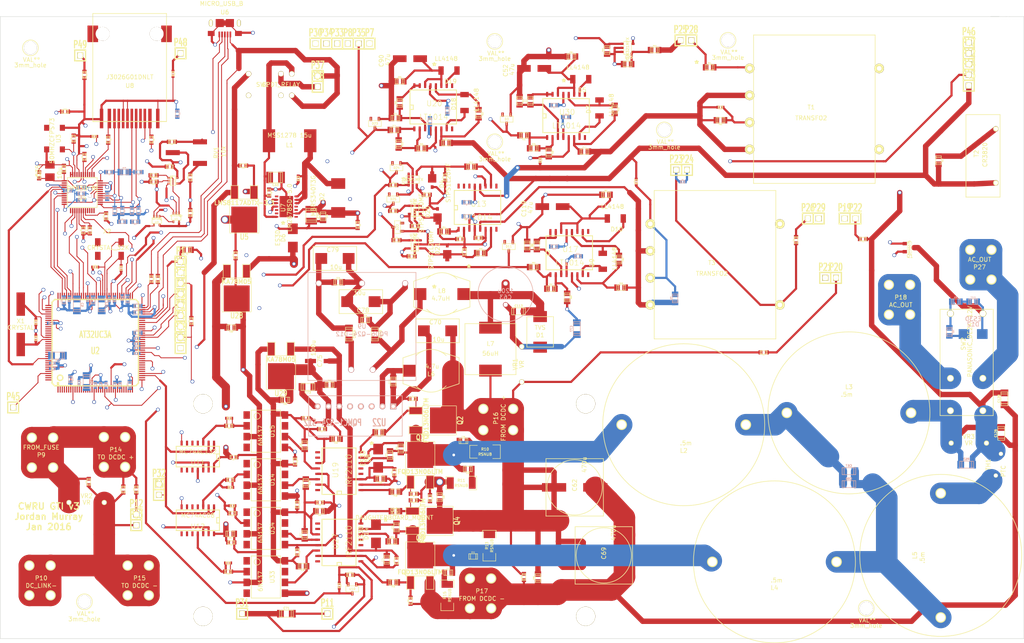
<source format=kicad_pcb>
(kicad_pcb (version 3) (host pcbnew "(2013-07-07 BZR 4022)-stable")
  (layers (15 F.Cu mixed) (2 Inner2.Cu mixed) (1 Inner1.Cu mixed) (0 B.Cu power) (18 B.Paste user) (19 F.Paste user) (20 B.SilkS user) (21 F.SilkS user) (22 B.Mask user) (23 F.Mask user) (28 Edge.Cuts user))
  (net 0 "")
  (net 1 +12V)
  (net 2 +12VA)
  (net 3 +12VEVK)
  (net 4 +24V)
  (net 5 +5V)
  (net 6 +5VA)
  (net 7 -12VA)
  (net 8 GND)
  (net 9 GNDA)
  (net 10 N-000001)
  (net 11 N-0000010)
  (net 12 N-00000100)
  (net 13 N-00000101)
  (net 14 N-00000102)
  (net 15 N-00000103)
  (net 16 N-00000104)
  (net 17 N-00000105)
  (net 18 N-00000106)
  (net 19 N-00000107)
  (net 20 N-00000108)
  (net 21 N-00000109)
  (net 22 N-0000011)
  (net 23 N-00000110)
  (net 24 N-00000111)
  (net 25 N-00000112)
  (net 26 N-00000113)
  (net 27 N-00000114)
  (net 28 N-00000115)
  (net 29 N-00000117)
  (net 30 N-00000118)
  (net 31 N-00000119)
  (net 32 N-0000012)
  (net 33 N-00000120)
  (net 34 N-00000121)
  (net 35 N-00000122)
  (net 36 N-00000124)
  (net 37 N-00000125)
  (net 38 N-00000126)
  (net 39 N-00000127)
  (net 40 N-00000129)
  (net 41 N-0000013)
  (net 42 N-0000014)
  (net 43 N-0000015)
  (net 44 N-00000153)
  (net 45 N-00000157)
  (net 46 N-0000016)
  (net 47 N-00000160)
  (net 48 N-00000163)
  (net 49 N-00000167)
  (net 50 N-00000177)
  (net 51 N-0000018)
  (net 52 N-00000183)
  (net 53 N-00000184)
  (net 54 N-00000185)
  (net 55 N-00000186)
  (net 56 N-00000187)
  (net 57 N-00000188)
  (net 58 N-00000189)
  (net 59 N-0000019)
  (net 60 N-00000190)
  (net 61 N-00000191)
  (net 62 N-00000192)
  (net 63 N-00000193)
  (net 64 N-00000194)
  (net 65 N-00000195)
  (net 66 N-00000196)
  (net 67 N-00000197)
  (net 68 N-00000198)
  (net 69 N-00000199)
  (net 70 N-000002)
  (net 71 N-0000020)
  (net 72 N-00000201)
  (net 73 N-00000202)
  (net 74 N-00000203)
  (net 75 N-00000204)
  (net 76 N-00000206)
  (net 77 N-00000207)
  (net 78 N-00000208)
  (net 79 N-00000209)
  (net 80 N-0000021)
  (net 81 N-00000210)
  (net 82 N-00000211)
  (net 83 N-00000212)
  (net 84 N-00000213)
  (net 85 N-00000214)
  (net 86 N-00000215)
  (net 87 N-00000217)
  (net 88 N-0000022)
  (net 89 N-0000023)
  (net 90 N-0000024)
  (net 91 N-0000025)
  (net 92 N-0000026)
  (net 93 N-0000027)
  (net 94 N-0000028)
  (net 95 N-0000029)
  (net 96 N-000003)
  (net 97 N-0000030)
  (net 98 N-0000031)
  (net 99 N-0000032)
  (net 100 N-0000033)
  (net 101 N-0000034)
  (net 102 N-0000035)
  (net 103 N-0000036)
  (net 104 N-0000037)
  (net 105 N-0000038)
  (net 106 N-0000039)
  (net 107 N-000004)
  (net 108 N-0000040)
  (net 109 N-0000041)
  (net 110 N-0000042)
  (net 111 N-0000043)
  (net 112 N-0000044)
  (net 113 N-0000045)
  (net 114 N-0000046)
  (net 115 N-0000047)
  (net 116 N-0000048)
  (net 117 N-0000049)
  (net 118 N-000005)
  (net 119 N-0000050)
  (net 120 N-0000051)
  (net 121 N-0000052)
  (net 122 N-0000053)
  (net 123 N-0000054)
  (net 124 N-0000055)
  (net 125 N-0000056)
  (net 126 N-0000057)
  (net 127 N-0000058)
  (net 128 N-0000059)
  (net 129 N-000006)
  (net 130 N-0000060)
  (net 131 N-0000061)
  (net 132 N-0000062)
  (net 133 N-0000063)
  (net 134 N-0000064)
  (net 135 N-0000065)
  (net 136 N-0000066)
  (net 137 N-0000067)
  (net 138 N-0000068)
  (net 139 N-0000069)
  (net 140 N-000007)
  (net 141 N-0000071)
  (net 142 N-0000072)
  (net 143 N-0000073)
  (net 144 N-0000074)
  (net 145 N-0000075)
  (net 146 N-0000076)
  (net 147 N-0000077)
  (net 148 N-0000078)
  (net 149 N-0000079)
  (net 150 N-000008)
  (net 151 N-0000080)
  (net 152 N-0000081)
  (net 153 N-0000082)
  (net 154 N-0000083)
  (net 155 N-0000084)
  (net 156 N-0000085)
  (net 157 N-0000086)
  (net 158 N-0000087)
  (net 159 N-0000088)
  (net 160 N-0000089)
  (net 161 N-000009)
  (net 162 N-0000090)
  (net 163 N-0000091)
  (net 164 N-0000092)
  (net 165 N-0000093)
  (net 166 N-0000094)
  (net 167 N-0000095)
  (net 168 N-0000096)
  (net 169 N-0000097)
  (net 170 N-0000098)
  (net 171 N-0000099)
  (net 172 VCC)
  (net 173 VCC18)
  (module c_0805 (layer F.Cu) (at 165.354 134.62 90)
    (fp_text reference R21 (at 0 -0.9906 90) (layer F.SilkS) (effects (font (size 0.29972 0.29972) (thickness 0.06096))))
    (fp_text value 4.7 hide)
    (pad 1 smd rect (at 0.9525 0 90) (size 1.30048 1.4986) (layers F.Cu F.Paste F.Mask) (net 73 N-00000202))
    (pad 2 smd rect (at -0.9525 0 90) (size 1.30048 1.4986) (layers F.Cu F.Paste F.Mask) (net 45 N-00000157))
  )
  (module Bourns_High_Current_Choke (layer F.Cu) (at 273.304 124.714 180)
    (fp_text reference L3 (at 0 6.096 180) (layer F.SilkS))
    (fp_text value .5m (at 0.508 4.318 180) (layer F.SilkS))
    (pad 1 thru_hole circle (at 14.605 0 180) (size 2.5 2.5) (drill 2) (layers *.Cu *.Mask F.SilkS) (net 139 N-0000069))
    (pad 2 thru_hole circle (at -14.605 0 180) (size 2.5 2.5) (drill 2) (layers *.Cu *.Mask F.SilkS) (net 81 N-00000210))
  )
  (module USB_microB (layer F.Cu) (at 129.794 33.02 180)
    (fp_text reference U6 (at 3.302 2.54 180) (layer F.SilkS))
    (fp_text value MICRO_USB_B (at 4.064 4.572 180) (layer F.SilkS))
    (pad "" thru_hole oval (at 0 0 180) (size 0.9 1.6) (drill oval 0.5 1.2) (layers *.Cu *.Mask F.SilkS))
    (pad "" thru_hole oval (at 6.6 0 180) (size 0.9 1.6) (drill oval 0.5 1.2) (layers *.Cu *.Mask F.SilkS))
    (pad 6 smd rect (at 2.1 0 180) (size 1.9 1.9) (layers F.Cu F.Paste F.Mask) (net 9 GNDA))
    (pad 7 smd rect (at 4.5 0 180) (size 1.9 1.9) (layers F.Cu F.Paste F.Mask) (net 9 GNDA))
    (pad 3 smd rect (at 3.3 -2.675 180) (size 0.4 1.35) (layers F.Cu F.Paste F.Mask) (net 119 N-0000050))
    (pad 4 smd rect (at 3.95 -2.675 180) (size 0.4 1.35) (layers F.Cu F.Paste F.Mask) (net 138 N-0000068))
    (pad 5 smd rect (at 4.6 -2.675 180) (size 0.4 1.35) (layers F.Cu F.Paste F.Mask) (net 9 GNDA))
    (pad 2 smd rect (at 2.65 -2.675 180) (size 0.4 1.35) (layers F.Cu F.Paste F.Mask) (net 137 N-0000067))
    (pad 1 smd rect (at 2 -2.675 180) (size 0.4 1.35) (layers F.Cu F.Paste F.Mask) (net 64 N-00000194))
    (pad 8 smd rect (at 0.1 -2.45 180) (size 1.6 1.2) (layers F.Cu F.Paste F.Mask) (net 9 GNDA))
    (pad 9 smd rect (at 6.5 -2.45 180) (size 1.6 1.2) (layers F.Cu F.Paste F.Mask) (net 9 GNDA))
  )
  (module TQFP144 (layer F.Cu) (at 96.012 108.204 180)
    (fp_text reference U2 (at 0 -1.905 180) (layer F.SilkS) (effects (font (size 1.524 1.016) (thickness 0.3048))))
    (fp_text value AT32UC3A (at 0 1.905 180) (layer F.SilkS) (effects (font (size 1.524 1.016) (thickness 0.3048))))
    (pad 1 smd rect (at 8.7503 -10.9855 180) (size 0.254 1.524) (layers F.Cu F.Paste F.Mask))
    (pad 2 smd rect (at 8.2423 -10.9855 180) (size 0.254 1.524) (layers F.Cu F.Paste F.Mask))
    (pad 3 smd rect (at 7.747 -10.9855 180) (size 0.254 1.524) (layers F.Cu F.Paste F.Mask))
    (pad 4 smd rect (at 7.2517 -10.9855 180) (size 0.254 1.524) (layers F.Cu F.Paste F.Mask))
    (pad 5 smd rect (at 6.7437 -10.9855 180) (size 0.254 1.524) (layers F.Cu F.Paste F.Mask))
    (pad 6 smd rect (at 6.2484 -10.9855 180) (size 0.254 1.524) (layers F.Cu F.Paste F.Mask))
    (pad 7 smd rect (at 5.7531 -10.9855 180) (size 0.254 1.524) (layers F.Cu F.Paste F.Mask) (net 172 VCC))
    (pad 8 smd rect (at 5.2451 -10.9855 180) (size 0.254 1.524) (layers F.Cu F.Paste F.Mask) (net 9 GNDA))
    (pad 9 smd rect (at 4.7498 -10.9855 180) (size 0.254 1.524) (layers F.Cu F.Paste F.Mask))
    (pad 10 smd rect (at 4.2545 -10.9855 180) (size 0.254 1.524) (layers F.Cu F.Paste F.Mask))
    (pad 11 smd rect (at 3.7465 -10.9855 180) (size 0.254 1.524) (layers F.Cu F.Paste F.Mask))
    (pad 12 smd rect (at 3.2512 -10.9855 180) (size 0.254 1.524) (layers F.Cu F.Paste F.Mask))
    (pad 13 smd rect (at 2.7559 -10.9855 180) (size 0.254 1.524) (layers F.Cu F.Paste F.Mask))
    (pad 14 smd rect (at 2.2479 -10.9855 180) (size 0.254 1.524) (layers F.Cu F.Paste F.Mask))
    (pad 15 smd rect (at 1.7526 -10.9855 180) (size 0.254 1.524) (layers F.Cu F.Paste F.Mask))
    (pad 16 smd rect (at 1.2573 -10.9855 180) (size 0.254 1.524) (layers F.Cu F.Paste F.Mask) (net 173 VCC18))
    (pad 17 smd rect (at 0.7493 -10.9855 180) (size 0.254 1.524) (layers F.Cu F.Paste F.Mask) (net 172 VCC))
    (pad 18 smd rect (at 0.254 -10.9855 180) (size 0.254 1.524) (layers F.Cu F.Paste F.Mask) (net 9 GNDA))
    (pad 19 smd rect (at -0.254 -10.9855 180) (size 0.254 1.524) (layers F.Cu F.Paste F.Mask))
    (pad 20 smd rect (at -0.7493 -10.9855 180) (size 0.254 1.524) (layers F.Cu F.Paste F.Mask))
    (pad 21 smd rect (at -1.2573 -10.9855 180) (size 0.254 1.524) (layers F.Cu F.Paste F.Mask))
    (pad 22 smd rect (at -1.7526 -10.9855 180) (size 0.254 1.524) (layers F.Cu F.Paste F.Mask))
    (pad 23 smd rect (at -2.2479 -10.9855 180) (size 0.254 1.524) (layers F.Cu F.Paste F.Mask) (net 76 N-00000206))
    (pad 24 smd rect (at -2.7559 -10.9855 180) (size 0.254 1.524) (layers F.Cu F.Paste F.Mask))
    (pad 25 smd rect (at -3.2512 -10.9855 180) (size 0.254 1.524) (layers F.Cu F.Paste F.Mask))
    (pad 26 smd rect (at -3.7465 -10.9855 180) (size 0.254 1.524) (layers F.Cu F.Paste F.Mask) (net 77 N-00000207))
    (pad 27 smd rect (at -4.2545 -10.9855 180) (size 0.254 1.524) (layers F.Cu F.Paste F.Mask))
    (pad 28 smd rect (at -4.7498 -10.9855 180) (size 0.254 1.524) (layers F.Cu F.Paste F.Mask) (net 9 GNDA))
    (pad 29 smd rect (at -5.2451 -10.9855 180) (size 0.254 1.524) (layers F.Cu F.Paste F.Mask) (net 173 VCC18))
    (pad 30 smd rect (at -5.7531 -10.9855 180) (size 0.254 1.524) (layers F.Cu F.Paste F.Mask))
    (pad 31 smd rect (at -6.2484 -10.9855 180) (size 0.254 1.524) (layers F.Cu F.Paste F.Mask))
    (pad 32 smd rect (at -6.7437 -10.9855 180) (size 0.254 1.524) (layers F.Cu F.Paste F.Mask))
    (pad 33 smd rect (at -7.2517 -10.9855 180) (size 0.254 1.524) (layers F.Cu F.Paste F.Mask))
    (pad 34 smd rect (at -7.747 -10.9855 180) (size 0.254 1.524) (layers F.Cu F.Paste F.Mask))
    (pad 35 smd rect (at -8.2423 -10.9855 180) (size 0.254 1.524) (layers F.Cu F.Paste F.Mask))
    (pad 36 smd rect (at -8.7503 -10.9855 180) (size 0.254 1.524) (layers F.Cu F.Paste F.Mask) (net 172 VCC))
    (pad 66 smd rect (at -10.9855 5.7531 180) (size 1.524 0.254) (layers F.Cu F.Paste F.Mask) (net 131 N-0000061))
    (pad 67 smd rect (at -10.9855 6.2484 180) (size 1.524 0.254) (layers F.Cu F.Paste F.Mask) (net 163 N-0000091))
    (pad 68 smd rect (at -10.9855 6.7437 180) (size 1.524 0.254) (layers F.Cu F.Paste F.Mask) (net 64 N-00000194))
    (pad 69 smd rect (at -10.9855 7.2517 180) (size 1.524 0.254) (layers F.Cu F.Paste F.Mask) (net 172 VCC))
    (pad 70 smd rect (at -10.9855 7.747 180) (size 1.524 0.254) (layers F.Cu F.Paste F.Mask) (net 116 N-0000048))
    (pad 71 smd rect (at -10.9855 8.2423 180) (size 1.524 0.254) (layers F.Cu F.Paste F.Mask) (net 117 N-0000049))
    (pad 72 smd rect (at -10.9855 8.7503 180) (size 1.524 0.254) (layers F.Cu F.Paste F.Mask) (net 9 GNDA))
    (pad 114 smd rect (at 10.9855 6.2484 180) (size 1.524 0.254) (layers F.Cu F.Paste F.Mask))
    (pad 115 smd rect (at 10.9855 5.7531 180) (size 1.524 0.254) (layers F.Cu F.Paste F.Mask))
    (pad 116 smd rect (at 10.9855 5.2451 180) (size 1.524 0.254) (layers F.Cu F.Paste F.Mask) (net 172 VCC))
    (pad 117 smd rect (at 10.9855 4.7498 180) (size 1.524 0.254) (layers F.Cu F.Paste F.Mask) (net 9 GNDA))
    (pad 118 smd rect (at 10.9855 4.2545 180) (size 1.524 0.254) (layers F.Cu F.Paste F.Mask))
    (pad 119 smd rect (at 10.9855 3.7465 180) (size 1.524 0.254) (layers F.Cu F.Paste F.Mask))
    (pad 120 smd rect (at 10.9855 3.2512 180) (size 1.524 0.254) (layers F.Cu F.Paste F.Mask))
    (pad 121 smd rect (at 10.9855 2.7559 180) (size 1.524 0.254) (layers F.Cu F.Paste F.Mask))
    (pad 122 smd rect (at 10.9855 2.2479 180) (size 1.524 0.254) (layers F.Cu F.Paste F.Mask))
    (pad 123 smd rect (at 10.9855 1.7526 180) (size 1.524 0.254) (layers F.Cu F.Paste F.Mask))
    (pad 124 smd rect (at 10.9855 1.2573 180) (size 1.524 0.254) (layers F.Cu F.Paste F.Mask) (net 110 N-0000042))
    (pad 125 smd rect (at 10.9855 0.7493 180) (size 1.524 0.254) (layers F.Cu F.Paste F.Mask) (net 22 N-0000011))
    (pad 126 smd rect (at 10.9855 0.254 180) (size 1.524 0.254) (layers F.Cu F.Paste F.Mask))
    (pad 127 smd rect (at 10.9855 -0.254 180) (size 1.524 0.254) (layers F.Cu F.Paste F.Mask))
    (pad 128 smd rect (at 10.9855 -0.7493 180) (size 1.524 0.254) (layers F.Cu F.Paste F.Mask))
    (pad 129 smd rect (at 10.9855 -1.2573 180) (size 1.524 0.254) (layers F.Cu F.Paste F.Mask))
    (pad 130 smd rect (at 10.9855 -1.7526 180) (size 1.524 0.254) (layers F.Cu F.Paste F.Mask))
    (pad 131 smd rect (at 10.9855 -2.2479 180) (size 1.524 0.254) (layers F.Cu F.Paste F.Mask))
    (pad 132 smd rect (at 10.9855 -2.7559 180) (size 1.524 0.254) (layers F.Cu F.Paste F.Mask))
    (pad 133 smd rect (at 10.9855 -3.2512 180) (size 1.524 0.254) (layers F.Cu F.Paste F.Mask))
    (pad 134 smd rect (at 10.9855 -3.7465 180) (size 1.524 0.254) (layers F.Cu F.Paste F.Mask) (net 84 N-00000213))
    (pad 135 smd rect (at 10.9855 -4.2545 180) (size 1.524 0.254) (layers F.Cu F.Paste F.Mask))
    (pad 136 smd rect (at 10.9855 -4.7498 180) (size 1.524 0.254) (layers F.Cu F.Paste F.Mask))
    (pad 137 smd rect (at 10.9855 -5.2451 180) (size 1.524 0.254) (layers F.Cu F.Paste F.Mask))
    (pad 138 smd rect (at 10.9855 -5.7531 180) (size 1.524 0.254) (layers F.Cu F.Paste F.Mask) (net 173 VCC18))
    (pad 139 smd rect (at 10.9855 -6.2484 180) (size 1.524 0.254) (layers F.Cu F.Paste F.Mask))
    (pad 140 smd rect (at 10.9855 -6.7437 180) (size 1.524 0.254) (layers F.Cu F.Paste F.Mask))
    (pad 141 smd rect (at 10.9855 -7.2517 180) (size 1.524 0.254) (layers F.Cu F.Paste F.Mask) (net 78 N-00000208))
    (pad 142 smd rect (at 10.9855 -7.747 180) (size 1.524 0.254) (layers F.Cu F.Paste F.Mask))
    (pad 143 smd rect (at 10.9855 -8.2423 180) (size 1.524 0.254) (layers F.Cu F.Paste F.Mask))
    (pad 144 smd rect (at 10.9855 -8.7503 180) (size 1.524 0.254) (layers F.Cu F.Paste F.Mask))
    (pad 37 smd rect (at -10.9855 -8.7503 180) (size 1.524 0.254) (layers F.Cu F.Paste F.Mask) (net 9 GNDA))
    (pad 38 smd rect (at -10.9855 -8.2423 180) (size 1.524 0.254) (layers F.Cu F.Paste F.Mask))
    (pad 39 smd rect (at -10.9855 -7.747 180) (size 1.524 0.254) (layers F.Cu F.Paste F.Mask) (net 132 N-0000062))
    (pad 40 smd rect (at -10.9855 -7.2517 180) (size 1.524 0.254) (layers F.Cu F.Paste F.Mask) (net 120 N-0000051))
    (pad 41 smd rect (at -10.9855 -6.7437 180) (size 1.524 0.254) (layers F.Cu F.Paste F.Mask))
    (pad 42 smd rect (at -10.9855 -6.2484 180) (size 1.524 0.254) (layers F.Cu F.Paste F.Mask))
    (pad 43 smd rect (at -10.9855 -5.7531 180) (size 1.524 0.254) (layers F.Cu F.Paste F.Mask))
    (pad 44 smd rect (at -10.9855 -5.2451 180) (size 1.524 0.254) (layers F.Cu F.Paste F.Mask))
    (pad 45 smd rect (at -10.9855 -4.7498 180) (size 1.524 0.254) (layers F.Cu F.Paste F.Mask))
    (pad 46 smd rect (at -10.9855 -4.2545 180) (size 1.524 0.254) (layers F.Cu F.Paste F.Mask) (net 143 N-0000073))
    (pad 47 smd rect (at -10.9855 -3.7465 180) (size 1.524 0.254) (layers F.Cu F.Paste F.Mask))
    (pad 48 smd rect (at -10.9855 -3.2512 180) (size 1.524 0.254) (layers F.Cu F.Paste F.Mask))
    (pad 49 smd rect (at -10.9855 -2.7559 180) (size 1.524 0.254) (layers F.Cu F.Paste F.Mask))
    (pad 50 smd rect (at -10.9855 -2.2479 180) (size 1.524 0.254) (layers F.Cu F.Paste F.Mask) (net 138 N-0000068))
    (pad 51 smd rect (at -10.9855 -1.7526 180) (size 1.524 0.254) (layers F.Cu F.Paste F.Mask) (net 173 VCC18))
    (pad 52 smd rect (at -10.9855 -1.2573 180) (size 1.524 0.254) (layers F.Cu F.Paste F.Mask) (net 9 GNDA))
    (pad 53 smd rect (at -10.9855 -0.7493 180) (size 1.524 0.254) (layers F.Cu F.Paste F.Mask))
    (pad 54 smd rect (at -10.9855 -0.254 180) (size 1.524 0.254) (layers F.Cu F.Paste F.Mask))
    (pad 55 smd rect (at -10.9855 0.254 180) (size 1.524 0.254) (layers F.Cu F.Paste F.Mask) (net 173 VCC18))
    (pad 56 smd rect (at -10.9855 0.7493 180) (size 1.524 0.254) (layers F.Cu F.Paste F.Mask))
    (pad 57 smd rect (at -10.9855 1.2573 180) (size 1.524 0.254) (layers F.Cu F.Paste F.Mask) (net 130 N-0000060))
    (pad 58 smd rect (at -10.9855 1.7526 180) (size 1.524 0.254) (layers F.Cu F.Paste F.Mask) (net 128 N-0000059))
    (pad 59 smd rect (at -10.9855 2.2479 180) (size 1.524 0.254) (layers F.Cu F.Paste F.Mask))
    (pad 60 smd rect (at -10.9855 2.7559 180) (size 1.524 0.254) (layers F.Cu F.Paste F.Mask) (net 127 N-0000058))
    (pad 61 smd rect (at -10.9855 3.2512 180) (size 1.524 0.254) (layers F.Cu F.Paste F.Mask))
    (pad 62 smd rect (at -10.9855 3.7465 180) (size 1.524 0.254) (layers F.Cu F.Paste F.Mask))
    (pad 63 smd rect (at -10.9855 4.2545 180) (size 1.524 0.254) (layers F.Cu F.Paste F.Mask))
    (pad 64 smd rect (at -10.9855 4.7498 180) (size 1.524 0.254) (layers F.Cu F.Paste F.Mask) (net 126 N-0000057))
    (pad 65 smd rect (at -10.9855 5.2451 180) (size 1.524 0.254) (layers F.Cu F.Paste F.Mask))
    (pad 78 smd rect (at -6.2484 10.9855 180) (size 0.254 1.524) (layers F.Cu F.Paste F.Mask) (net 165 N-0000093))
    (pad 79 smd rect (at -5.7531 10.9855 180) (size 0.254 1.524) (layers F.Cu F.Paste F.Mask))
    (pad 80 smd rect (at -5.2451 10.9855 180) (size 0.254 1.524) (layers F.Cu F.Paste F.Mask) (net 26 N-00000113))
    (pad 81 smd rect (at -4.7498 10.9855 180) (size 0.254 1.524) (layers F.Cu F.Paste F.Mask) (net 172 VCC))
    (pad 82 smd rect (at -4.2545 10.9855 180) (size 0.254 1.524) (layers F.Cu F.Paste F.Mask) (net 172 VCC))
    (pad 83 smd rect (at -3.7465 10.9855 180) (size 0.254 1.524) (layers F.Cu F.Paste F.Mask) (net 9 GNDA))
    (pad 84 smd rect (at -3.2512 10.9855 180) (size 0.254 1.524) (layers F.Cu F.Paste F.Mask) (net 173 VCC18))
    (pad 85 smd rect (at -2.7559 10.9855 180) (size 0.254 1.524) (layers F.Cu F.Paste F.Mask) (net 112 N-0000044))
    (pad 86 smd rect (at -2.2479 10.9855 180) (size 0.254 1.524) (layers F.Cu F.Paste F.Mask) (net 111 N-0000043))
    (pad 87 smd rect (at -1.7526 10.9855 180) (size 0.254 1.524) (layers F.Cu F.Paste F.Mask) (net 134 N-0000064))
    (pad 88 smd rect (at -1.2573 10.9855 180) (size 0.254 1.524) (layers F.Cu F.Paste F.Mask) (net 136 N-0000066))
    (pad 89 smd rect (at -0.7493 10.9855 180) (size 0.254 1.524) (layers F.Cu F.Paste F.Mask))
    (pad 90 smd rect (at -0.254 10.9855 180) (size 0.254 1.524) (layers F.Cu F.Paste F.Mask) (net 70 N-000002))
    (pad 91 smd rect (at 0.254 10.9855 180) (size 0.254 1.524) (layers F.Cu F.Paste F.Mask))
    (pad 92 smd rect (at 0.7493 10.9855 180) (size 0.254 1.524) (layers F.Cu F.Paste F.Mask) (net 172 VCC))
    (pad 93 smd rect (at 1.2573 10.9855 180) (size 0.254 1.524) (layers F.Cu F.Paste F.Mask) (net 172 VCC))
    (pad 94 smd rect (at 1.7526 10.9855 180) (size 0.254 1.524) (layers F.Cu F.Paste F.Mask) (net 9 GNDA))
    (pad 95 smd rect (at 2.2479 10.9855 180) (size 0.254 1.524) (layers F.Cu F.Paste F.Mask))
    (pad 96 smd rect (at 2.7559 10.9855 180) (size 0.254 1.524) (layers F.Cu F.Paste F.Mask) (net 96 N-000003))
    (pad 97 smd rect (at 3.2512 10.9855 180) (size 0.254 1.524) (layers F.Cu F.Paste F.Mask))
    (pad 98 smd rect (at 3.7465 10.9855 180) (size 0.254 1.524) (layers F.Cu F.Paste F.Mask) (net 107 N-000004))
    (pad 99 smd rect (at 4.2545 10.9855 180) (size 0.254 1.524) (layers F.Cu F.Paste F.Mask))
    (pad 100 smd rect (at 4.7498 10.9855 180) (size 0.254 1.524) (layers F.Cu F.Paste F.Mask))
    (pad 101 smd rect (at 5.2451 10.9855 180) (size 0.254 1.524) (layers F.Cu F.Paste F.Mask) (net 135 N-0000065))
    (pad 102 smd rect (at 5.7531 10.9855 180) (size 0.254 1.524) (layers F.Cu F.Paste F.Mask) (net 118 N-000005))
    (pad 103 smd rect (at 6.2484 10.9855 180) (size 0.254 1.524) (layers F.Cu F.Paste F.Mask))
    (pad 104 smd rect (at 6.7437 10.9855 180) (size 0.254 1.524) (layers F.Cu F.Paste F.Mask) (net 10 N-000001))
    (pad 105 smd rect (at 7.2517 10.9855 180) (size 0.254 1.524) (layers F.Cu F.Paste F.Mask))
    (pad 106 smd rect (at 7.747 10.9855 180) (size 0.254 1.524) (layers F.Cu F.Paste F.Mask) (net 129 N-000006))
    (pad 107 smd rect (at 8.2423 10.9855 180) (size 0.254 1.524) (layers F.Cu F.Paste F.Mask))
    (pad 108 smd rect (at 8.7503 10.9855 180) (size 0.254 1.524) (layers F.Cu F.Paste F.Mask) (net 172 VCC))
    (pad 73 smd rect (at -8.7503 10.9855 180) (size 0.254 1.524) (layers F.Cu F.Paste F.Mask) (net 171 N-0000099))
    (pad 74 smd rect (at -8.2423 10.9855 180) (size 0.254 1.524) (layers F.Cu F.Paste F.Mask))
    (pad 75 smd rect (at -7.747 10.9855 180) (size 0.254 1.524) (layers F.Cu F.Paste F.Mask) (net 25 N-00000112))
    (pad 76 smd rect (at -7.2517 10.9855 180) (size 0.254 1.524) (layers F.Cu F.Paste F.Mask) (net 68 N-00000198))
    (pad 77 smd rect (at -6.7437 10.9855 180) (size 0.254 1.524) (layers F.Cu F.Paste F.Mask))
    (pad 109 smd rect (at 10.9855 8.7503 180) (size 1.524 0.254) (layers F.Cu F.Paste F.Mask) (net 9 GNDA))
    (pad 110 smd rect (at 10.9855 8.2423 180) (size 1.524 0.254) (layers F.Cu F.Paste F.Mask))
    (pad 111 smd rect (at 10.9855 7.747 180) (size 1.524 0.254) (layers F.Cu F.Paste F.Mask) (net 32 N-0000012))
    (pad 112 smd rect (at 10.9855 7.2517 180) (size 1.524 0.254) (layers F.Cu F.Paste F.Mask))
    (pad 113 smd rect (at 10.9855 6.7437 180) (size 1.524 0.254) (layers F.Cu F.Paste F.Mask) (net 41 N-0000013))
  )
  (module SRR1280 (layer F.Cu) (at 141.732 60.706 180)
    (fp_text reference L1 (at 0 -1.016 180) (layer F.SilkS))
    (fp_text value "MSS1278 15u" (at 0 1.27 180) (layer F.SilkS))
    (pad 2 smd rect (at 4.85 0 180) (size 2.9 5.4) (layers F.Cu F.Paste F.Mask) (net 123 N-0000054))
    (pad 1 smd rect (at -4.85 0 180) (size 2.9 5.4) (layers F.Cu F.Paste F.Mask) (net 109 N-0000041))
  )
  (module SOT23-5 (layer F.Cu) (at 170.688 69.85 180)
    (fp_text reference U16 (at 2.19964 -0.29972 270) (layer F.SilkS) (effects (font (size 0.635 0.635) (thickness 0.127))))
    (fp_text value LM321MFX (at 0 0 180) (layer F.SilkS) (effects (font (size 0.635 0.635) (thickness 0.127))))
    (pad 1 smd rect (at -0.9525 1.27 180) (size 0.508 0.762) (layers F.Cu F.Paste F.Mask) (net 50 N-00000177))
    (pad 3 smd rect (at 0.9525 1.27 180) (size 0.508 0.762) (layers F.Cu F.Paste F.Mask) (net 93 N-0000027))
    (pad 5 smd rect (at -0.9525 -1.27 180) (size 0.508 0.762) (layers F.Cu F.Paste F.Mask) (net 2 +12VA))
    (pad 2 smd rect (at 0 1.27 180) (size 0.508 0.762) (layers F.Cu F.Paste F.Mask) (net 9 GNDA))
    (pad 4 smd rect (at 0.9525 -1.27 180) (size 0.508 0.762) (layers F.Cu F.Paste F.Mask) (net 93 N-0000027))
  )
  (module SOT23-5 (layer F.Cu) (at 171.196 76.962 90)
    (fp_text reference U31 (at 2.19964 -0.29972 180) (layer F.SilkS) (effects (font (size 0.635 0.635) (thickness 0.127))))
    (fp_text value LM321MFX (at 0 0 90) (layer F.SilkS) (effects (font (size 0.635 0.635) (thickness 0.127))))
    (pad 1 smd rect (at -0.9525 1.27 90) (size 0.508 0.762) (layers F.Cu F.Paste F.Mask) (net 102 N-0000035))
    (pad 3 smd rect (at 0.9525 1.27 90) (size 0.508 0.762) (layers F.Cu F.Paste F.Mask) (net 103 N-0000036))
    (pad 5 smd rect (at -0.9525 -1.27 90) (size 0.508 0.762) (layers F.Cu F.Paste F.Mask) (net 2 +12VA))
    (pad 2 smd rect (at 0 1.27 90) (size 0.508 0.762) (layers F.Cu F.Paste F.Mask) (net 9 GNDA))
    (pad 4 smd rect (at 0.9525 -1.27 90) (size 0.508 0.762) (layers F.Cu F.Paste F.Mask) (net 103 N-0000036))
  )
  (module SOT23-5 (layer F.Cu) (at 171.196 85.09 90)
    (fp_text reference U32 (at 2.19964 -0.29972 180) (layer F.SilkS) (effects (font (size 0.635 0.635) (thickness 0.127))))
    (fp_text value LM321MFX (at 0 0 90) (layer F.SilkS) (effects (font (size 0.635 0.635) (thickness 0.127))))
    (pad 1 smd rect (at -0.9525 1.27 90) (size 0.508 0.762) (layers F.Cu F.Paste F.Mask) (net 16 N-00000104))
    (pad 3 smd rect (at 0.9525 1.27 90) (size 0.508 0.762) (layers F.Cu F.Paste F.Mask) (net 115 N-0000047))
    (pad 5 smd rect (at -0.9525 -1.27 90) (size 0.508 0.762) (layers F.Cu F.Paste F.Mask) (net 2 +12VA))
    (pad 2 smd rect (at 0 1.27 90) (size 0.508 0.762) (layers F.Cu F.Paste F.Mask) (net 9 GNDA))
    (pad 4 smd rect (at 0.9525 -1.27 90) (size 0.508 0.762) (layers F.Cu F.Paste F.Mask) (net 115 N-0000047))
  )
  (module SOD-80 (layer F.Cu) (at 182.88 53.594 90)
    (fp_text reference D18 (at 1.524 -2.54 90) (layer F.SilkS))
    (fp_text value LL4148 (at 2.54 2.794 90) (layer F.SilkS))
    (pad 1 smd rect (at 0 0 90) (size 1.25 2) (layers F.Cu F.Paste F.Mask) (net 101 N-0000034))
    (pad 2 smd rect (at 3.75 0 90) (size 1.25 2) (layers F.Cu F.Paste F.Mask) (net 100 N-0000033))
  )
  (module SOD-80 (layer F.Cu) (at 212.09 46.228 180)
    (fp_text reference D5 (at 1.524 -2.54 180) (layer F.SilkS))
    (fp_text value LL4148 (at 2.54 2.794 180) (layer F.SilkS))
    (pad 1 smd rect (at 0 0 180) (size 1.25 2) (layers F.Cu F.Paste F.Mask) (net 23 N-00000110))
    (pad 2 smd rect (at 3.75 0 180) (size 1.25 2) (layers F.Cu F.Paste F.Mask) (net 38 N-00000126))
  )
  (module SOD-80 (layer F.Cu) (at 214.63 54.864 90)
    (fp_text reference D7 (at 1.524 -2.54 90) (layer F.SilkS))
    (fp_text value LL4148 (at 2.54 2.794 90) (layer F.SilkS))
    (pad 1 smd rect (at 0 0 90) (size 1.25 2) (layers F.Cu F.Paste F.Mask) (net 39 N-00000127))
    (pad 2 smd rect (at 3.75 0 90) (size 1.25 2) (layers F.Cu F.Paste F.Mask) (net 97 N-0000030))
  )
  (module SOD-80 (layer F.Cu) (at 181.102 44.196 180)
    (fp_text reference D19 (at 1.524 -2.54 180) (layer F.SilkS))
    (fp_text value LL4148 (at 2.54 2.794 180) (layer F.SilkS))
    (pad 1 smd rect (at 0 0 180) (size 1.25 2) (layers F.Cu F.Paste F.Mask) (net 106 N-0000039))
    (pad 2 smd rect (at 3.75 0 180) (size 1.25 2) (layers F.Cu F.Paste F.Mask) (net 14 N-00000102))
  )
  (module SO16W (layer F.Cu) (at 175.514 52.832)
    (fp_text reference U20 (at 0.254 -0.889) (layer F.SilkS) (effects (font (size 1.27 1.27) (thickness 0.127))))
    (fp_text value LT1014 (at 0.127 2.286) (layer F.SilkS) (effects (font (size 1.27 1.27) (thickness 0.127))))
    (pad 1 smd rect (at -4.445 5.08) (size 0.508 1.143) (layers F.Cu F.Paste F.Mask) (net 104 N-0000037))
    (pad 2 smd rect (at -3.175 5.08) (size 0.508 1.143) (layers F.Cu F.Paste F.Mask) (net 20 N-00000108))
    (pad 3 smd rect (at -1.905 5.08) (size 0.508 1.143) (layers F.Cu F.Paste F.Mask) (net 105 N-0000038))
    (pad 4 smd rect (at -0.635 5.08) (size 0.508 1.143) (layers F.Cu F.Paste F.Mask) (net 2 +12VA))
    (pad 5 smd rect (at 0.635 5.08) (size 0.508 1.143) (layers F.Cu F.Paste F.Mask) (net 9 GNDA))
    (pad 6 smd rect (at 1.905 5.08) (size 0.508 1.143) (layers F.Cu F.Paste F.Mask) (net 15 N-00000103))
    (pad 7 smd rect (at 3.175 5.08) (size 0.508 1.143) (layers F.Cu F.Paste F.Mask) (net 101 N-0000034))
    (pad 8 smd rect (at 4.445 5.08) (size 0.508 1.143) (layers F.Cu F.Paste F.Mask))
    (pad 9 smd rect (at 4.445 -5.08) (size 0.508 1.143) (layers F.Cu F.Paste F.Mask))
    (pad 10 smd rect (at 3.175 -5.08) (size 0.508 1.143) (layers F.Cu F.Paste F.Mask) (net 106 N-0000039))
    (pad 11 smd rect (at 1.905 -5.08) (size 0.508 1.143) (layers F.Cu F.Paste F.Mask) (net 14 N-00000102))
    (pad 12 smd rect (at 0.635 -5.08) (size 0.508 1.143) (layers F.Cu F.Paste F.Mask) (net 100 N-0000033))
    (pad 13 smd rect (at -0.635 -5.08) (size 0.508 1.143) (layers F.Cu F.Paste F.Mask) (net 7 -12VA))
    (pad 14 smd rect (at -1.905 -5.08) (size 0.508 1.143) (layers F.Cu F.Paste F.Mask) (net 14 N-00000102))
    (pad 15 smd rect (at -3.175 -5.08) (size 0.508 1.143) (layers F.Cu F.Paste F.Mask) (net 99 N-0000032))
    (pad 16 smd rect (at -4.445 -5.08) (size 0.508 1.143) (layers F.Cu F.Paste F.Mask) (net 99 N-0000032))
  )
  (module SO16W (layer F.Cu) (at 153.416 155.194 90)
    (fp_text reference U27 (at 0.254 -0.889 90) (layer F.SilkS) (effects (font (size 1.27 1.27) (thickness 0.127))))
    (fp_text value IRF2110 (at 0.127 2.286 90) (layer F.SilkS) (effects (font (size 1.27 1.27) (thickness 0.127))))
    (pad 1 smd rect (at -4.445 5.08 90) (size 0.508 1.143) (layers F.Cu F.Paste F.Mask) (net 33 N-00000120))
    (pad 2 smd rect (at -3.175 5.08 90) (size 0.508 1.143) (layers F.Cu F.Paste F.Mask) (net 8 GND))
    (pad 3 smd rect (at -1.905 5.08 90) (size 0.508 1.143) (layers F.Cu F.Paste F.Mask) (net 1 +12V))
    (pad 4 smd rect (at -0.635 5.08 90) (size 0.508 1.143) (layers F.Cu F.Paste F.Mask))
    (pad 5 smd rect (at 0.635 5.08 90) (size 0.508 1.143) (layers F.Cu F.Paste F.Mask))
    (pad 6 smd rect (at 1.905 5.08 90) (size 0.508 1.143) (layers F.Cu F.Paste F.Mask) (net 48 N-00000163))
    (pad 7 smd rect (at 3.175 5.08 90) (size 0.508 1.143) (layers F.Cu F.Paste F.Mask) (net 49 N-00000167))
    (pad 8 smd rect (at 4.445 5.08 90) (size 0.508 1.143) (layers F.Cu F.Paste F.Mask) (net 31 N-00000119))
    (pad 9 smd rect (at 4.445 -5.08 90) (size 0.508 1.143) (layers F.Cu F.Paste F.Mask))
    (pad 10 smd rect (at 3.175 -5.08 90) (size 0.508 1.143) (layers F.Cu F.Paste F.Mask))
    (pad 11 smd rect (at 1.905 -5.08 90) (size 0.508 1.143) (layers F.Cu F.Paste F.Mask) (net 5 +5V))
    (pad 12 smd rect (at 0.635 -5.08 90) (size 0.508 1.143) (layers F.Cu F.Paste F.Mask) (net 36 N-00000124))
    (pad 13 smd rect (at -0.635 -5.08 90) (size 0.508 1.143) (layers F.Cu F.Paste F.Mask) (net 8 GND))
    (pad 14 smd rect (at -1.905 -5.08 90) (size 0.508 1.143) (layers F.Cu F.Paste F.Mask) (net 35 N-00000122))
    (pad 15 smd rect (at -3.175 -5.08 90) (size 0.508 1.143) (layers F.Cu F.Paste F.Mask) (net 8 GND))
    (pad 16 smd rect (at -4.445 -5.08 90) (size 0.508 1.143) (layers F.Cu F.Paste F.Mask))
  )
  (module SO16W (layer F.Cu) (at 206.756 54.864)
    (fp_text reference U30 (at 0.254 -0.889) (layer F.SilkS) (effects (font (size 1.27 1.27) (thickness 0.127))))
    (fp_text value LT1014 (at 0.127 2.286) (layer F.SilkS) (effects (font (size 1.27 1.27) (thickness 0.127))))
    (pad 1 smd rect (at -4.445 5.08) (size 0.508 1.143) (layers F.Cu F.Paste F.Mask) (net 27 N-00000114))
    (pad 2 smd rect (at -3.175 5.08) (size 0.508 1.143) (layers F.Cu F.Paste F.Mask) (net 94 N-0000028))
    (pad 3 smd rect (at -1.905 5.08) (size 0.508 1.143) (layers F.Cu F.Paste F.Mask) (net 95 N-0000029))
    (pad 4 smd rect (at -0.635 5.08) (size 0.508 1.143) (layers F.Cu F.Paste F.Mask) (net 2 +12VA))
    (pad 5 smd rect (at 0.635 5.08) (size 0.508 1.143) (layers F.Cu F.Paste F.Mask) (net 9 GNDA))
    (pad 6 smd rect (at 1.905 5.08) (size 0.508 1.143) (layers F.Cu F.Paste F.Mask) (net 98 N-0000031))
    (pad 7 smd rect (at 3.175 5.08) (size 0.508 1.143) (layers F.Cu F.Paste F.Mask) (net 39 N-00000127))
    (pad 8 smd rect (at 4.445 5.08) (size 0.508 1.143) (layers F.Cu F.Paste F.Mask))
    (pad 9 smd rect (at 4.445 -5.08) (size 0.508 1.143) (layers F.Cu F.Paste F.Mask))
    (pad 10 smd rect (at 3.175 -5.08) (size 0.508 1.143) (layers F.Cu F.Paste F.Mask) (net 23 N-00000110))
    (pad 11 smd rect (at 1.905 -5.08) (size 0.508 1.143) (layers F.Cu F.Paste F.Mask) (net 38 N-00000126))
    (pad 12 smd rect (at 0.635 -5.08) (size 0.508 1.143) (layers F.Cu F.Paste F.Mask) (net 97 N-0000030))
    (pad 13 smd rect (at -0.635 -5.08) (size 0.508 1.143) (layers F.Cu F.Paste F.Mask) (net 7 -12VA))
    (pad 14 smd rect (at -1.905 -5.08) (size 0.508 1.143) (layers F.Cu F.Paste F.Mask) (net 38 N-00000126))
    (pad 15 smd rect (at -3.175 -5.08) (size 0.508 1.143) (layers F.Cu F.Paste F.Mask) (net 37 N-00000125))
    (pad 16 smd rect (at -4.445 -5.08) (size 0.508 1.143) (layers F.Cu F.Paste F.Mask) (net 37 N-00000125))
  )
  (module SO16W (layer F.Cu) (at 185.928 76.454)
    (fp_text reference U13 (at 0.254 -0.889) (layer F.SilkS) (effects (font (size 1.27 1.27) (thickness 0.127))))
    (fp_text value LT1014 (at 0.127 2.286) (layer F.SilkS) (effects (font (size 1.27 1.27) (thickness 0.127))))
    (pad 1 smd rect (at -4.445 5.08) (size 0.508 1.143) (layers F.Cu F.Paste F.Mask) (net 18 N-00000106))
    (pad 2 smd rect (at -3.175 5.08) (size 0.508 1.143) (layers F.Cu F.Paste F.Mask) (net 9 GNDA))
    (pad 3 smd rect (at -1.905 5.08) (size 0.508 1.143) (layers F.Cu F.Paste F.Mask) (net 28 N-00000115))
    (pad 4 smd rect (at -0.635 5.08) (size 0.508 1.143) (layers F.Cu F.Paste F.Mask) (net 2 +12VA))
    (pad 5 smd rect (at 0.635 5.08) (size 0.508 1.143) (layers F.Cu F.Paste F.Mask) (net 164 N-0000092))
    (pad 6 smd rect (at 1.905 5.08) (size 0.508 1.143) (layers F.Cu F.Paste F.Mask) (net 9 GNDA))
    (pad 7 smd rect (at 3.175 5.08) (size 0.508 1.143) (layers F.Cu F.Paste F.Mask) (net 21 N-00000109))
    (pad 8 smd rect (at 4.445 5.08) (size 0.508 1.143) (layers F.Cu F.Paste F.Mask))
    (pad 9 smd rect (at 4.445 -5.08) (size 0.508 1.143) (layers F.Cu F.Paste F.Mask))
    (pad 10 smd rect (at 3.175 -5.08) (size 0.508 1.143) (layers F.Cu F.Paste F.Mask) (net 17 N-00000105))
    (pad 11 smd rect (at 1.905 -5.08) (size 0.508 1.143) (layers F.Cu F.Paste F.Mask) (net 9 GNDA))
    (pad 12 smd rect (at 0.635 -5.08) (size 0.508 1.143) (layers F.Cu F.Paste F.Mask) (net 82 N-00000211))
    (pad 13 smd rect (at -0.635 -5.08) (size 0.508 1.143) (layers F.Cu F.Paste F.Mask) (net 7 -12VA))
    (pad 14 smd rect (at -1.905 -5.08) (size 0.508 1.143) (layers F.Cu F.Paste F.Mask))
    (pad 15 smd rect (at -3.175 -5.08) (size 0.508 1.143) (layers F.Cu F.Paste F.Mask))
    (pad 16 smd rect (at -4.445 -5.08) (size 0.508 1.143) (layers F.Cu F.Paste F.Mask))
  )
  (module SO16W (layer F.Cu) (at 153.416 138.43 90)
    (fp_text reference U19 (at 0.254 -0.889 90) (layer F.SilkS) (effects (font (size 1.27 1.27) (thickness 0.127))))
    (fp_text value IRF2110 (at 0.127 2.286 90) (layer F.SilkS) (effects (font (size 1.27 1.27) (thickness 0.127))))
    (pad 1 smd rect (at -4.445 5.08 90) (size 0.508 1.143) (layers F.Cu F.Paste F.Mask) (net 34 N-00000121))
    (pad 2 smd rect (at -3.175 5.08 90) (size 0.508 1.143) (layers F.Cu F.Paste F.Mask) (net 8 GND))
    (pad 3 smd rect (at -1.905 5.08 90) (size 0.508 1.143) (layers F.Cu F.Paste F.Mask) (net 1 +12V))
    (pad 4 smd rect (at -0.635 5.08 90) (size 0.508 1.143) (layers F.Cu F.Paste F.Mask))
    (pad 5 smd rect (at 0.635 5.08 90) (size 0.508 1.143) (layers F.Cu F.Paste F.Mask))
    (pad 6 smd rect (at 1.905 5.08 90) (size 0.508 1.143) (layers F.Cu F.Paste F.Mask) (net 45 N-00000157))
    (pad 7 smd rect (at 3.175 5.08 90) (size 0.508 1.143) (layers F.Cu F.Paste F.Mask) (net 44 N-00000153))
    (pad 8 smd rect (at 4.445 5.08 90) (size 0.508 1.143) (layers F.Cu F.Paste F.Mask) (net 30 N-00000118))
    (pad 9 smd rect (at 4.445 -5.08 90) (size 0.508 1.143) (layers F.Cu F.Paste F.Mask))
    (pad 10 smd rect (at 3.175 -5.08 90) (size 0.508 1.143) (layers F.Cu F.Paste F.Mask))
    (pad 11 smd rect (at 1.905 -5.08 90) (size 0.508 1.143) (layers F.Cu F.Paste F.Mask) (net 5 +5V))
    (pad 12 smd rect (at 0.635 -5.08 90) (size 0.508 1.143) (layers F.Cu F.Paste F.Mask) (net 29 N-00000117))
    (pad 13 smd rect (at -0.635 -5.08 90) (size 0.508 1.143) (layers F.Cu F.Paste F.Mask) (net 8 GND))
    (pad 14 smd rect (at -1.905 -5.08 90) (size 0.508 1.143) (layers F.Cu F.Paste F.Mask) (net 19 N-00000107))
    (pad 15 smd rect (at -3.175 -5.08 90) (size 0.508 1.143) (layers F.Cu F.Paste F.Mask) (net 8 GND))
    (pad 16 smd rect (at -4.445 -5.08 90) (size 0.508 1.143) (layers F.Cu F.Paste F.Mask))
  )
  (module SO14N (layer F.Cu) (at 120.142 135.128 180)
    (fp_text reference U11 (at 0 -1.27 180) (layer F.SilkS) (effects (font (size 1.016 1.143) (thickness 0.127))))
    (fp_text value MC74AC132 (at 0 1.27 180) (layer F.SilkS) (effects (font (size 1.016 1.016) (thickness 0.127))))
    (pad 1 smd rect (at -3.81 3.302 180) (size 0.508 1.143) (layers F.Cu F.Paste F.Mask) (net 132 N-0000062))
    (pad 2 smd rect (at -2.54 3.302 180) (size 0.508 1.143) (layers F.Cu F.Paste F.Mask) (net 132 N-0000062))
    (pad 3 smd rect (at -1.27 3.302 180) (size 0.508 1.143) (layers F.Cu F.Paste F.Mask) (net 145 N-0000075))
    (pad 4 smd rect (at 0 3.302 180) (size 0.508 1.143) (layers F.Cu F.Paste F.Mask))
    (pad 5 smd rect (at 1.27 3.302 180) (size 0.508 1.143) (layers F.Cu F.Paste F.Mask))
    (pad 6 smd rect (at 2.54 3.302 180) (size 0.508 1.143) (layers F.Cu F.Paste F.Mask))
    (pad 7 smd rect (at 3.81 3.302 180) (size 0.508 1.143) (layers F.Cu F.Paste F.Mask) (net 9 GNDA))
    (pad 8 smd rect (at 3.81 -3.048 180) (size 0.508 1.143) (layers F.Cu F.Paste F.Mask))
    (pad 9 smd rect (at 2.54 -3.048 180) (size 0.508 1.143) (layers F.Cu F.Paste F.Mask))
    (pad 11 smd rect (at 0 -3.048 180) (size 0.508 1.143) (layers F.Cu F.Paste F.Mask) (net 144 N-0000074))
    (pad 12 smd rect (at -1.27 -3.048 180) (size 0.508 1.143) (layers F.Cu F.Paste F.Mask) (net 143 N-0000073))
    (pad 13 smd rect (at -2.54 -3.048 180) (size 0.508 1.143) (layers F.Cu F.Paste F.Mask) (net 143 N-0000073))
    (pad 14 smd rect (at -3.81 -3.048 180) (size 0.508 1.143) (layers F.Cu F.Paste F.Mask) (net 6 +5VA))
    (pad 10 smd rect (at 1.27 -3.048 180) (size 0.508 1.143) (layers F.Cu F.Paste F.Mask))
  )
  (module SO14N (layer F.Cu) (at 120.142 150.114 180)
    (fp_text reference U12 (at 0 -1.27 180) (layer F.SilkS) (effects (font (size 1.016 1.143) (thickness 0.127))))
    (fp_text value MC74AC08 (at 0 1.27 180) (layer F.SilkS) (effects (font (size 1.016 1.016) (thickness 0.127))))
    (pad 1 smd rect (at -3.81 3.302 180) (size 0.508 1.143) (layers F.Cu F.Paste F.Mask) (net 132 N-0000062))
    (pad 2 smd rect (at -2.54 3.302 180) (size 0.508 1.143) (layers F.Cu F.Paste F.Mask) (net 132 N-0000062))
    (pad 3 smd rect (at -1.27 3.302 180) (size 0.508 1.143) (layers F.Cu F.Paste F.Mask) (net 147 N-0000077))
    (pad 4 smd rect (at 0 3.302 180) (size 0.508 1.143) (layers F.Cu F.Paste F.Mask))
    (pad 5 smd rect (at 1.27 3.302 180) (size 0.508 1.143) (layers F.Cu F.Paste F.Mask))
    (pad 6 smd rect (at 2.54 3.302 180) (size 0.508 1.143) (layers F.Cu F.Paste F.Mask))
    (pad 7 smd rect (at 3.81 3.302 180) (size 0.508 1.143) (layers F.Cu F.Paste F.Mask) (net 9 GNDA))
    (pad 8 smd rect (at 3.81 -3.048 180) (size 0.508 1.143) (layers F.Cu F.Paste F.Mask))
    (pad 9 smd rect (at 2.54 -3.048 180) (size 0.508 1.143) (layers F.Cu F.Paste F.Mask))
    (pad 11 smd rect (at 0 -3.048 180) (size 0.508 1.143) (layers F.Cu F.Paste F.Mask) (net 151 N-0000080))
    (pad 12 smd rect (at -1.27 -3.048 180) (size 0.508 1.143) (layers F.Cu F.Paste F.Mask) (net 143 N-0000073))
    (pad 13 smd rect (at -2.54 -3.048 180) (size 0.508 1.143) (layers F.Cu F.Paste F.Mask) (net 143 N-0000073))
    (pad 14 smd rect (at -3.81 -3.048 180) (size 0.508 1.143) (layers F.Cu F.Paste F.Mask) (net 6 +5VA))
    (pad 10 smd rect (at 1.27 -3.048 180) (size 0.508 1.143) (layers F.Cu F.Paste F.Mask))
  )
  (module SMC (layer F.Cu) (at 153.162 74.168 90)
    (fp_text reference D2 (at 0.254 -3.81 90) (layer F.SilkS))
    (fp_text value MBRS340T3G (at 0.508 -5.842 90) (layer F.SilkS))
    (pad 1 smd rect (at -3.4 0 90) (size 2.5 3.3) (layers F.Cu F.Paste F.Mask) (net 9 GNDA))
    (pad 2 smd rect (at 3.4 0 90) (size 2.5 3.3) (layers F.Cu F.Paste F.Mask) (net 109 N-0000041))
  )
  (module SMB (layer F.Cu) (at 162.052 153.162 270)
    (fp_text reference D14 (at 0 2.286 270) (layer F.SilkS))
    (fp_text value ES3D (at 0 3.556 270) (layer F.SilkS))
    (pad 1 smd rect (at 2.15 0 270) (size 2.5 2.3) (layers F.Cu F.Paste F.Mask) (net 1 +12V))
    (pad 2 smd rect (at -2.15 0 270) (size 2.5 2.3) (layers F.Cu F.Paste F.Mask) (net 49 N-00000167))
  )
  (module SMB (layer F.Cu) (at 162.56 135.382 270)
    (fp_text reference D8 (at 0 2.286 270) (layer F.SilkS))
    (fp_text value ES3D (at 0 3.556 270) (layer F.SilkS))
    (pad 1 smd rect (at 2.15 0 270) (size 2.5 2.3) (layers F.Cu F.Paste F.Mask) (net 1 +12V))
    (pad 2 smd rect (at -2.15 0 270) (size 2.5 2.3) (layers F.Cu F.Paste F.Mask) (net 44 N-00000153))
  )
  (module SCREW_TERMINAL_7691 (layer F.Cu) (at 184.15 170.688)
    (fp_text reference P17 (at 2.794 -4.064) (layer F.SilkS))
    (fp_text value "FROM DCDC -" (at 2.794 -2.286) (layer F.SilkS))
    (pad 1 thru_hole circle (at 0 0) (size 2.4 2.4) (drill 1.85) (layers *.Cu *.Mask F.SilkS) (net 8 GND))
    (pad 1 thru_hole circle (at 5 0) (size 2.4 2.4) (drill 1.85) (layers *.Cu *.Mask F.SilkS) (net 8 GND))
    (pad 1 thru_hole circle (at 5 -7.01) (size 2.4 2.4) (drill 1.85) (layers *.Cu *.Mask F.SilkS) (net 8 GND))
    (pad 1 thru_hole circle (at 0 -7.01) (size 2.4 2.4) (drill 1.85) (layers *.Cu *.Mask F.SilkS) (net 8 GND))
  )
  (module SCREW_TERMINAL_7691 (layer F.Cu) (at 194.31 128.778 90)
    (fp_text reference P16 (at 2.794 -4.064 90) (layer F.SilkS))
    (fp_text value "FROM DCDC +" (at 2.794 -2.286 90) (layer F.SilkS))
    (pad 1 thru_hole circle (at 0 0 90) (size 2.4 2.4) (drill 1.85) (layers *.Cu *.Mask F.SilkS) (net 4 +24V))
    (pad 1 thru_hole circle (at 5 0 90) (size 2.4 2.4) (drill 1.85) (layers *.Cu *.Mask F.SilkS) (net 4 +24V))
    (pad 1 thru_hole circle (at 5 -7.01 90) (size 2.4 2.4) (drill 1.85) (layers *.Cu *.Mask F.SilkS) (net 4 +24V))
    (pad 1 thru_hole circle (at 0 -7.01 90) (size 2.4 2.4) (drill 1.85) (layers *.Cu *.Mask F.SilkS) (net 4 +24V))
  )
  (module SCREW_TERMINAL_7691 (layer F.Cu) (at 282.702 101.6)
    (fp_text reference P18 (at 2.794 -4.064) (layer F.SilkS))
    (fp_text value AC_OUT (at 2.794 -2.286) (layer F.SilkS))
    (pad 1 thru_hole circle (at 0 0) (size 2.4 2.4) (drill 1.85) (layers *.Cu *.Mask F.SilkS) (net 47 N-00000160))
    (pad 1 thru_hole circle (at 5 0) (size 2.4 2.4) (drill 1.85) (layers *.Cu *.Mask F.SilkS) (net 47 N-00000160))
    (pad 1 thru_hole circle (at 5 -7.01) (size 2.4 2.4) (drill 1.85) (layers *.Cu *.Mask F.SilkS) (net 47 N-00000160))
    (pad 1 thru_hole circle (at 0 -7.01) (size 2.4 2.4) (drill 1.85) (layers *.Cu *.Mask F.SilkS) (net 47 N-00000160))
  )
  (module SCREW_TERMINAL_7691 (layer F.Cu) (at 306.832 86.36 180)
    (fp_text reference P27 (at 2.794 -4.064 180) (layer F.SilkS))
    (fp_text value AC_OUT (at 2.794 -2.286 180) (layer F.SilkS))
    (pad 1 thru_hole circle (at 0 0 180) (size 2.4 2.4) (drill 1.85) (layers *.Cu *.Mask F.SilkS) (net 58 N-00000189))
    (pad 1 thru_hole circle (at 5 0 180) (size 2.4 2.4) (drill 1.85) (layers *.Cu *.Mask F.SilkS) (net 58 N-00000189))
    (pad 1 thru_hole circle (at 5 -7.01 180) (size 2.4 2.4) (drill 1.85) (layers *.Cu *.Mask F.SilkS) (net 58 N-00000189))
    (pad 1 thru_hole circle (at 0 -7.01 180) (size 2.4 2.4) (drill 1.85) (layers *.Cu *.Mask F.SilkS) (net 58 N-00000189))
  )
  (module PANASONIC_SMT_CAP_D (layer F.Cu) (at 167.64 41.402 270)
    (fp_text reference C90 (at 0.508 4.318 270) (layer F.SilkS))
    (fp_text value 47u (at 0.254 2.794 270) (layer F.SilkS))
    (pad 2 smd rect (at 0 0 270) (size 1.6 3.2) (layers F.Cu F.Paste F.Mask) (net 9 GNDA))
    (pad 1 smd rect (at 0 -4.8 270) (size 1.6 3.2) (layers F.Cu F.Paste F.Mask) (net 14 N-00000102))
  )
  (module PANASONIC_SMT_CAP_D (layer F.Cu) (at 196.85 43.688 270)
    (fp_text reference C52 (at 0.508 4.318 270) (layer F.SilkS))
    (fp_text value 47u (at 0.254 2.794 270) (layer F.SilkS))
    (pad 2 smd rect (at 0 0 270) (size 1.6 3.2) (layers F.Cu F.Paste F.Mask) (net 9 GNDA))
    (pad 1 smd rect (at 0 -4.8 270) (size 1.6 3.2) (layers F.Cu F.Paste F.Mask) (net 38 N-00000126))
  )
  (module PANASONIC_CAP_D8 (layer F.Cu) (at 148.844 112.522 270)
    (fp_text reference C75 (at 0 0 270) (layer F.SilkS))
    (fp_text value 100u (at -3.048 1.524 270) (layer F.SilkS))
    (pad 1 smd rect (at 0 -2.2 270) (size 1 2.6) (layers F.Cu F.Paste F.Mask) (net 1 +12V))
    (pad 2 smd rect (at 0 2.2 270) (size 1 2.6) (layers F.Cu F.Paste F.Mask) (net 8 GND))
  )
  (module LQFP48 (layer F.Cu) (at 92.964 72.898)
    (fp_text reference U4 (at 0 1.27) (layer F.SilkS))
    (fp_text value DP83848I (at 0 -1.016) (layer F.SilkS))
    (pad 1 smd rect (at -2.75 4.25) (size 0.3 1.2) (layers F.Cu F.Paste F.Mask))
    (pad 2 smd rect (at -2.25 4.25) (size 0.3 1.2) (layers F.Cu F.Paste F.Mask) (net 70 N-000002))
    (pad 3 smd rect (at -1.75 4.25) (size 0.3 1.2) (layers F.Cu F.Paste F.Mask) (net 96 N-000003))
    (pad 4 smd rect (at -1.25 4.25) (size 0.3 1.2) (layers F.Cu F.Paste F.Mask) (net 107 N-000004))
    (pad 5 smd rect (at -0.75 4.25) (size 0.3 1.2) (layers F.Cu F.Paste F.Mask) (net 88 N-0000022))
    (pad 6 smd rect (at -0.25 4.25) (size 0.3 1.2) (layers F.Cu F.Paste F.Mask) (net 89 N-0000023))
    (pad 7 smd rect (at 0.25 4.25) (size 0.3 1.2) (layers F.Cu F.Paste F.Mask) (net 68 N-00000198))
    (pad 8 smd rect (at 0.75 4.25) (size 0.3 1.2) (layers F.Cu F.Paste F.Mask) (net 90 N-0000024))
    (pad 9 smd rect (at 1.25 4.25) (size 0.3 1.2) (layers F.Cu F.Paste F.Mask))
    (pad 10 smd rect (at 1.75 4.25) (size 0.3 1.2) (layers F.Cu F.Paste F.Mask))
    (pad 11 smd rect (at 2.25 4.25) (size 0.3 1.2) (layers F.Cu F.Paste F.Mask))
    (pad 12 smd rect (at 2.75 4.25) (size 0.3 1.2) (layers F.Cu F.Paste F.Mask))
    (pad 25 smd rect (at 2.75 -4.25) (size 0.3 1.2) (layers F.Cu F.Paste F.Mask))
    (pad 26 smd rect (at 2.25 -4.25) (size 0.3 1.2) (layers F.Cu F.Paste F.Mask) (net 161 N-000009))
    (pad 27 smd rect (at 1.75 -4.25) (size 0.3 1.2) (layers F.Cu F.Paste F.Mask))
    (pad 28 smd rect (at 1.25 -4.25) (size 0.3 1.2) (layers F.Cu F.Paste F.Mask) (net 140 N-000007))
    (pad 29 smd rect (at 0.75 -4.25) (size 0.3 1.2) (layers F.Cu F.Paste F.Mask) (net 76 N-00000206))
    (pad 30 smd rect (at 0.25 -4.25) (size 0.3 1.2) (layers F.Cu F.Paste F.Mask) (net 41 N-0000013))
    (pad 31 smd rect (at -0.25 -4.25) (size 0.3 1.2) (layers F.Cu F.Paste F.Mask) (net 32 N-0000012))
    (pad 32 smd rect (at -0.75 -4.25) (size 0.3 1.2) (layers F.Cu F.Paste F.Mask) (net 172 VCC))
    (pad 33 smd rect (at -1.25 -4.25) (size 0.3 1.2) (layers F.Cu F.Paste F.Mask))
    (pad 34 smd rect (at -1.75 -4.25) (size 0.3 1.2) (layers F.Cu F.Paste F.Mask) (net 136 N-0000066))
    (pad 35 smd rect (at -2.25 -4.25) (size 0.3 1.2) (layers F.Cu F.Paste F.Mask) (net 9 GNDA))
    (pad 36 smd rect (at -2.75 -4.25) (size 0.3 1.2) (layers F.Cu F.Paste F.Mask) (net 9 GNDA))
    (pad 37 smd rect (at -4.25 -2.75) (size 1.2 0.3) (layers F.Cu F.Paste F.Mask) (net 71 N-0000020))
    (pad 38 smd rect (at -4.25 -2.25) (size 1.2 0.3) (layers F.Cu F.Paste F.Mask))
    (pad 39 smd rect (at -4.25 -1.75) (size 1.2 0.3) (layers F.Cu F.Paste F.Mask) (net 43 N-0000015))
    (pad 40 smd rect (at -4.25 -1.25) (size 1.2 0.3) (layers F.Cu F.Paste F.Mask) (net 84 N-00000213))
    (pad 41 smd rect (at -4.25 -0.75) (size 1.2 0.3) (layers F.Cu F.Paste F.Mask) (net 129 N-000006))
    (pad 42 smd rect (at -4.25 -0.25) (size 1.2 0.3) (layers F.Cu F.Paste F.Mask))
    (pad 43 smd rect (at -4.25 0.25) (size 1.2 0.3) (layers F.Cu F.Paste F.Mask) (net 118 N-000005))
    (pad 44 smd rect (at -4.25 0.75) (size 1.2 0.3) (layers F.Cu F.Paste F.Mask) (net 10 N-000001))
    (pad 45 smd rect (at -4.25 1.25) (size 1.2 0.3) (layers F.Cu F.Paste F.Mask))
    (pad 46 smd rect (at -4.25 1.75) (size 1.2 0.3) (layers F.Cu F.Paste F.Mask))
    (pad 47 smd rect (at -4.25 2.25) (size 1.2 0.3) (layers F.Cu F.Paste F.Mask) (net 9 GNDA))
    (pad 48 smd rect (at -4.25 2.75) (size 1.2 0.3) (layers F.Cu F.Paste F.Mask) (net 172 VCC))
    (pad 13 smd rect (at 4.25 2.75) (size 1.2 0.3) (layers F.Cu F.Paste F.Mask) (net 80 N-0000021))
    (pad 14 smd rect (at 4.25 2.25) (size 1.2 0.3) (layers F.Cu F.Paste F.Mask) (net 92 N-0000026))
    (pad 15 smd rect (at 4.25 1.75) (size 1.2 0.3) (layers F.Cu F.Paste F.Mask) (net 9 GNDA))
    (pad 16 smd rect (at 4.25 1.25) (size 1.2 0.3) (layers F.Cu F.Paste F.Mask) (net 91 N-0000025))
    (pad 17 smd rect (at 4.25 0.75) (size 1.2 0.3) (layers F.Cu F.Paste F.Mask) (net 51 N-0000018))
    (pad 18 smd rect (at 4.25 0.25) (size 1.2 0.3) (layers F.Cu F.Paste F.Mask) (net 71 N-0000020))
    (pad 19 smd rect (at 4.25 -0.25) (size 1.2 0.3) (layers F.Cu F.Paste F.Mask) (net 9 GNDA))
    (pad 20 smd rect (at 4.25 -0.75) (size 1.2 0.3) (layers F.Cu F.Paste F.Mask) (net 46 N-0000016))
    (pad 21 smd rect (at 4.25 -1.25) (size 1.2 0.3) (layers F.Cu F.Paste F.Mask) (net 42 N-0000014))
    (pad 22 smd rect (at 4.25 -1.75) (size 1.2 0.3) (layers F.Cu F.Paste F.Mask) (net 172 VCC))
    (pad 23 smd rect (at 4.25 -2.25) (size 1.2 0.3) (layers F.Cu F.Paste F.Mask) (net 71 N-0000020))
    (pad 24 smd rect (at 4.25 -2.75) (size 1.2 0.3) (layers F.Cu F.Paste F.Mask) (net 124 N-0000055))
  )
  (module DO-220AA (layer F.Cu) (at 178.816 86.106 270)
    (fp_text reference D21 (at 0 2.286 270) (layer F.SilkS))
    (fp_text value STPS1L20MF (at 0.254 3.81 270) (layer F.SilkS))
    (pad 1 smd rect (at -0.74 0 270) (size 0.85 0.65) (layers F.Cu F.Paste F.Mask) (net 9 GNDA))
    (pad 2 smd rect (at 1.315 0 270) (size 2 1.95) (layers F.Cu F.Paste F.Mask) (net 16 N-00000104))
    (pad 2 smd rect (at 2.64 0 270) (size 0.65 0.95) (layers F.Cu F.Paste F.Mask) (net 16 N-00000104))
  )
  (module DO-220AA (layer F.Cu) (at 175.26 70.866 90)
    (fp_text reference D4 (at 0 2.286 90) (layer F.SilkS))
    (fp_text value STPS1L20MF (at 0.254 3.81 90) (layer F.SilkS))
    (pad 1 smd rect (at -0.74 0 90) (size 0.85 0.65) (layers F.Cu F.Paste F.Mask) (net 9 GNDA))
    (pad 2 smd rect (at 1.315 0 90) (size 2 1.95) (layers F.Cu F.Paste F.Mask) (net 50 N-00000177))
    (pad 2 smd rect (at 2.64 0 90) (size 0.65 0.95) (layers F.Cu F.Paste F.Mask) (net 50 N-00000177))
  )
  (module DO-220AA (layer F.Cu) (at 176.53 77.47 270)
    (fp_text reference D20 (at 0 2.286 270) (layer F.SilkS))
    (fp_text value STPS1L20MF (at 0.254 3.81 270) (layer F.SilkS))
    (pad 1 smd rect (at -0.74 0 270) (size 0.85 0.65) (layers F.Cu F.Paste F.Mask) (net 9 GNDA))
    (pad 2 smd rect (at 1.315 0 270) (size 2 1.95) (layers F.Cu F.Paste F.Mask) (net 102 N-0000035))
    (pad 2 smd rect (at 2.64 0 270) (size 0.65 0.95) (layers F.Cu F.Paste F.Mask) (net 102 N-0000035))
  )
  (module CR3800_XFMR (layer F.Cu) (at 307.848 64.262 270)
    (fp_text reference T2 (at -0.508 4.572 270) (layer F.SilkS))
    (fp_text value CR3820 (at -0.254 2.54 270) (layer F.SilkS))
    (pad 1 thru_hole circle (at 6.35 0 270) (size 1.25 1.25) (drill 0.85) (layers *.Cu *.Mask F.SilkS) (net 28 N-00000115))
    (pad 2 thru_hole circle (at -6.35 0 270) (size 1.25 1.25) (drill 0.85) (layers *.Cu *.Mask F.SilkS) (net 9 GNDA))
  )
  (module c_1210 (layer F.Cu) (at 138.43 69.342 180)
    (fp_text reference C33 (at 0.0254 -1.7526 180) (layer F.SilkS) (effects (font (size 0.50038 0.50038) (thickness 0.11938))))
    (fp_text value 47u hide)
    (pad 1 smd rect (at 1.397 0 180) (size 1.6002 2.6924) (layers F.Cu F.Paste F.Mask) (net 123 N-0000054))
    (pad 2 smd rect (at -1.397 0 180) (size 1.6002 2.6924) (layers F.Cu F.Paste F.Mask) (net 9 GNDA))
  )
  (module c_1206 (layer B.Cu) (at 97.536 99.314 90)
    (fp_text reference C21 (at 0.0254 1.2954 90) (layer B.SilkS) (effects (font (size 0.50038 0.50038) (thickness 0.11938)) (justify mirror)))
    (fp_text value 2.2u hide)
    (pad 1 smd rect (at 1.397 0 90) (size 1.6002 1.8034) (layers B.Cu B.Paste B.Mask) (net 9 GNDA))
    (pad 2 smd rect (at -1.397 0 90) (size 1.6002 1.8034) (layers B.Cu B.Paste B.Mask) (net 173 VCC18))
  )
  (module c_1206 (layer B.Cu) (at 93.98 117.348 90)
    (fp_text reference C6 (at 0.0254 1.2954 90) (layer B.SilkS) (effects (font (size 0.50038 0.50038) (thickness 0.11938)) (justify mirror)))
    (fp_text value 2.2u hide)
    (pad 1 smd rect (at 1.397 0 90) (size 1.6002 1.8034) (layers B.Cu B.Paste B.Mask) (net 173 VCC18))
    (pad 2 smd rect (at -1.397 0 90) (size 1.6002 1.8034) (layers B.Cu B.Paste B.Mask) (net 9 GNDA))
  )
  (module c_1206 (layer B.Cu) (at 87.122 111.252)
    (fp_text reference C7 (at 0.0254 1.2954) (layer B.SilkS) (effects (font (size 0.50038 0.50038) (thickness 0.11938)) (justify mirror)))
    (fp_text value 2.2u hide)
    (pad 1 smd rect (at 1.397 0) (size 1.6002 1.8034) (layers B.Cu B.Paste B.Mask) (net 173 VCC18))
    (pad 2 smd rect (at -1.397 0) (size 1.6002 1.8034) (layers B.Cu B.Paste B.Mask) (net 9 GNDA))
  )
  (module c_1206 (layer B.Cu) (at 91.694 99.314 90)
    (fp_text reference C5 (at 0.0254 1.2954 90) (layer B.SilkS) (effects (font (size 0.50038 0.50038) (thickness 0.11938)) (justify mirror)))
    (fp_text value 4.7u hide)
    (pad 1 smd rect (at 1.397 0 90) (size 1.6002 1.8034) (layers B.Cu B.Paste B.Mask) (net 9 GNDA))
    (pad 2 smd rect (at -1.397 0 90) (size 1.6002 1.8034) (layers B.Cu B.Paste B.Mask) (net 172 VCC))
  )
  (module c_1206 (layer F.Cu) (at 146.05 118.618 180)
    (fp_text reference C73 (at 0.0254 -1.2954 180) (layer F.SilkS) (effects (font (size 0.50038 0.50038) (thickness 0.11938))))
    (fp_text value 10u hide)
    (pad 1 smd rect (at 1.397 0 180) (size 1.6002 1.8034) (layers F.Cu F.Paste F.Mask) (net 121 N-0000052))
    (pad 2 smd rect (at -1.397 0 180) (size 1.6002 1.8034) (layers F.Cu F.Paste F.Mask) (net 8 GND))
  )
  (module c_1206 (layer B.Cu) (at 273.304 141.478 180)
    (fp_text reference C66 (at 0.0254 1.2954 180) (layer B.SilkS) (effects (font (size 0.50038 0.50038) (thickness 0.11938)) (justify mirror)))
    (fp_text value NP_FILTER_CAP hide)
    (pad 1 smd rect (at 1.397 0 180) (size 1.6002 1.8034) (layers B.Cu B.Paste B.Mask) (net 139 N-0000069))
    (pad 2 smd rect (at -1.397 0 180) (size 1.6002 1.8034) (layers B.Cu B.Paste B.Mask) (net 24 N-00000111))
  )
  (module c_1206 (layer B.Cu) (at 273.304 138.43 180)
    (fp_text reference C67 (at 0.0254 1.2954 180) (layer B.SilkS) (effects (font (size 0.50038 0.50038) (thickness 0.11938)) (justify mirror)))
    (fp_text value NP_FILTER_CAP hide)
    (pad 1 smd rect (at 1.397 0 180) (size 1.6002 1.8034) (layers B.Cu B.Paste B.Mask) (net 139 N-0000069))
    (pad 2 smd rect (at -1.397 0 180) (size 1.6002 1.8034) (layers B.Cu B.Paste B.Mask) (net 24 N-00000111))
  )
  (module c_0805 (layer B.Cu) (at 232.41 97.79 270)
    (fp_text reference R63 (at 0 0.9906 270) (layer B.SilkS) (effects (font (size 0.29972 0.29972) (thickness 0.06096)) (justify mirror)))
    (fp_text value 1k hide)
    (pad 1 smd rect (at 0.9525 0 270) (size 1.30048 1.4986) (layers B.Cu B.Paste B.Mask) (net 164 N-0000092))
    (pad 2 smd rect (at -0.9525 0 270) (size 1.30048 1.4986) (layers B.Cu B.Paste B.Mask) (net 9 GNDA))
  )
  (module c_0805 (layer F.Cu) (at 243.078 55.88 180)
    (fp_text reference R50 (at 0 -0.9906 180) (layer F.SilkS) (effects (font (size 0.29972 0.29972) (thickness 0.06096))))
    (fp_text value 1k hide)
    (pad 1 smd rect (at 0.9525 0 180) (size 1.30048 1.4986) (layers F.Cu F.Paste F.Mask) (net 82 N-00000211))
    (pad 2 smd rect (at -0.9525 0 180) (size 1.30048 1.4986) (layers F.Cu F.Paste F.Mask) (net 9 GNDA))
  )
  (module c_0805 (layer F.Cu) (at 151.13 118.11)
    (fp_text reference R60 (at 0 -0.9906) (layer F.SilkS) (effects (font (size 0.29972 0.29972) (thickness 0.06096))))
    (fp_text value 3.3k hide)
    (pad 1 smd rect (at 0.9525 0) (size 1.30048 1.4986) (layers F.Cu F.Paste F.Mask) (net 1 +12V))
    (pad 2 smd rect (at -0.9525 0) (size 1.30048 1.4986) (layers F.Cu F.Paste F.Mask) (net 8 GND))
  )
  (module c_0805 (layer F.Cu) (at 167.64 46.736)
    (fp_text reference R85 (at 0 -0.9906) (layer F.SilkS) (effects (font (size 0.29972 0.29972) (thickness 0.06096))))
    (fp_text value 56k hide)
    (pad 1 smd rect (at 0.9525 0) (size 1.30048 1.4986) (layers F.Cu F.Paste F.Mask) (net 14 N-00000102))
    (pad 2 smd rect (at -0.9525 0) (size 1.30048 1.4986) (layers F.Cu F.Paste F.Mask) (net 9 GNDA))
  )
  (module c_0805 (layer F.Cu) (at 208.026 40.894)
    (fp_text reference R84 (at 0 -0.9906) (layer F.SilkS) (effects (font (size 0.29972 0.29972) (thickness 0.06096))))
    (fp_text value 56k hide)
    (pad 1 smd rect (at 0.9525 0) (size 1.30048 1.4986) (layers F.Cu F.Paste F.Mask) (net 38 N-00000126))
    (pad 2 smd rect (at -0.9525 0) (size 1.30048 1.4986) (layers F.Cu F.Paste F.Mask) (net 9 GNDA))
  )
  (module c_0805 (layer F.Cu) (at 128.016 104.648 180)
    (fp_text reference C80 (at 0 -0.9906 180) (layer F.SilkS) (effects (font (size 0.29972 0.29972) (thickness 0.06096))))
    (fp_text value .47u hide)
    (pad 1 smd rect (at 0.9525 0 180) (size 1.30048 1.4986) (layers F.Cu F.Paste F.Mask) (net 6 +5VA))
    (pad 2 smd rect (at -0.9525 0 180) (size 1.30048 1.4986) (layers F.Cu F.Paste F.Mask) (net 9 GNDA))
  )
  (module c_0805 (layer F.Cu) (at 127.762 153.162 180)
    (fp_text reference C84 (at 0 -0.9906 180) (layer F.SilkS) (effects (font (size 0.29972 0.29972) (thickness 0.06096))))
    (fp_text value .47u hide)
    (pad 1 smd rect (at 0.9525 0 180) (size 1.30048 1.4986) (layers F.Cu F.Paste F.Mask) (net 6 +5VA))
    (pad 2 smd rect (at -0.9525 0 180) (size 1.30048 1.4986) (layers F.Cu F.Paste F.Mask) (net 9 GNDA))
  )
  (module c_0805 (layer F.Cu) (at 166.878 151.638 90)
    (fp_text reference C76 (at 0 -0.9906 90) (layer F.SilkS) (effects (font (size 0.29972 0.29972) (thickness 0.06096))))
    (fp_text value .47u hide)
    (pad 1 smd rect (at 0.9525 0 90) (size 1.30048 1.4986) (layers F.Cu F.Paste F.Mask) (net 49 N-00000167))
    (pad 2 smd rect (at -0.9525 0 90) (size 1.30048 1.4986) (layers F.Cu F.Paste F.Mask) (net 63 N-00000193))
  )
  (module c_0805 (layer F.Cu) (at 166.624 55.372)
    (fp_text reference R71 (at 0 -0.9906) (layer F.SilkS) (effects (font (size 0.29972 0.29972) (thickness 0.06096))))
    (fp_text value 33k hide)
    (pad 1 smd rect (at 0.9525 0) (size 1.30048 1.4986) (layers F.Cu F.Paste F.Mask) (net 105 N-0000038))
    (pad 2 smd rect (at -0.9525 0) (size 1.30048 1.4986) (layers F.Cu F.Paste F.Mask) (net 9 GNDA))
  )
  (module c_0805 (layer F.Cu) (at 167.64 51.816 90)
    (fp_text reference R68 (at 0 -0.9906 90) (layer F.SilkS) (effects (font (size 0.29972 0.29972) (thickness 0.06096))))
    (fp_text value 33k hide)
    (pad 1 smd rect (at 0.9525 0 90) (size 1.30048 1.4986) (layers F.Cu F.Paste F.Mask) (net 99 N-0000032))
    (pad 2 smd rect (at -0.9525 0 90) (size 1.30048 1.4986) (layers F.Cu F.Paste F.Mask) (net 105 N-0000038))
  )
  (module c_0805 (layer F.Cu) (at 163.068 140.208 180)
    (fp_text reference C60 (at 0 -0.9906 180) (layer F.SilkS) (effects (font (size 0.29972 0.29972) (thickness 0.06096))))
    (fp_text value .47u hide)
    (pad 1 smd rect (at 0.9525 0 180) (size 1.30048 1.4986) (layers F.Cu F.Paste F.Mask) (net 1 +12V))
    (pad 2 smd rect (at -0.9525 0 180) (size 1.30048 1.4986) (layers F.Cu F.Paste F.Mask) (net 8 GND))
  )
  (module c_0805 (layer F.Cu) (at 145.542 141.224 270)
    (fp_text reference R40 (at 0 -0.9906 270) (layer F.SilkS) (effects (font (size 0.29972 0.29972) (thickness 0.06096))))
    (fp_text value 3.3k hide)
    (pad 1 smd rect (at 0.9525 0 270) (size 1.30048 1.4986) (layers F.Cu F.Paste F.Mask) (net 5 +5V))
    (pad 2 smd rect (at -0.9525 0 270) (size 1.30048 1.4986) (layers F.Cu F.Paste F.Mask) (net 19 N-00000107))
  )
  (module c_0805 (layer F.Cu) (at 145.288 132.334 90)
    (fp_text reference R39 (at 0 -0.9906 90) (layer F.SilkS) (effects (font (size 0.29972 0.29972) (thickness 0.06096))))
    (fp_text value 3.3k hide)
    (pad 1 smd rect (at 0.9525 0 90) (size 1.30048 1.4986) (layers F.Cu F.Paste F.Mask) (net 5 +5V))
    (pad 2 smd rect (at -0.9525 0 90) (size 1.30048 1.4986) (layers F.Cu F.Paste F.Mask) (net 29 N-00000117))
  )
  (module c_0805 (layer F.Cu) (at 144.78 160.782 180)
    (fp_text reference R78 (at 0 -0.9906 180) (layer F.SilkS) (effects (font (size 0.29972 0.29972) (thickness 0.06096))))
    (fp_text value 3.3k hide)
    (pad 1 smd rect (at 0.9525 0 180) (size 1.30048 1.4986) (layers F.Cu F.Paste F.Mask) (net 5 +5V))
    (pad 2 smd rect (at -0.9525 0 180) (size 1.30048 1.4986) (layers F.Cu F.Paste F.Mask) (net 35 N-00000122))
  )
  (module c_0805 (layer F.Cu) (at 166.624 143.256 180)
    (fp_text reference R48 (at 0 -0.9906 180) (layer F.SilkS) (effects (font (size 0.29972 0.29972) (thickness 0.06096))))
    (fp_text value 22 hide)
    (pad 1 smd rect (at 0.9525 0 180) (size 1.30048 1.4986) (layers F.Cu F.Paste F.Mask) (net 34 N-00000121))
    (pad 2 smd rect (at -0.9525 0 180) (size 1.30048 1.4986) (layers F.Cu F.Paste F.Mask) (net 69 N-00000199))
  )
  (module c_0805 (layer F.Cu) (at 148.844 147.828 180)
    (fp_text reference C87 (at 0 -0.9906 180) (layer F.SilkS) (effects (font (size 0.29972 0.29972) (thickness 0.06096))))
    (fp_text value 4.7u hide)
    (pad 1 smd rect (at 0.9525 0 180) (size 1.30048 1.4986) (layers F.Cu F.Paste F.Mask) (net 5 +5V))
    (pad 2 smd rect (at -0.9525 0 180) (size 1.30048 1.4986) (layers F.Cu F.Paste F.Mask) (net 8 GND))
  )
  (module c_0805 (layer F.Cu) (at 166.624 147.828 180)
    (fp_text reference R55 (at 0 -0.9906 180) (layer F.SilkS) (effects (font (size 0.29972 0.29972) (thickness 0.06096))))
    (fp_text value 22 hide)
    (pad 1 smd rect (at 0.9525 0 180) (size 1.30048 1.4986) (layers F.Cu F.Paste F.Mask) (net 31 N-00000119))
    (pad 2 smd rect (at -0.9525 0 180) (size 1.30048 1.4986) (layers F.Cu F.Paste F.Mask) (net 65 N-00000195))
  )
  (module c_0805 (layer F.Cu) (at 145.288 153.416 90)
    (fp_text reference R77 (at 0 -0.9906 90) (layer F.SilkS) (effects (font (size 0.29972 0.29972) (thickness 0.06096))))
    (fp_text value 3.3k hide)
    (pad 1 smd rect (at 0.9525 0 90) (size 1.30048 1.4986) (layers F.Cu F.Paste F.Mask) (net 5 +5V))
    (pad 2 smd rect (at -0.9525 0 90) (size 1.30048 1.4986) (layers F.Cu F.Paste F.Mask) (net 36 N-00000124))
  )
  (module c_0805 (layer F.Cu) (at 164.592 159.258 90)
    (fp_text reference C74 (at 0 -0.9906 90) (layer F.SilkS) (effects (font (size 0.29972 0.29972) (thickness 0.06096))))
    (fp_text value .47u hide)
    (pad 1 smd rect (at 0.9525 0 90) (size 1.30048 1.4986) (layers F.Cu F.Paste F.Mask) (net 1 +12V))
    (pad 2 smd rect (at -0.9525 0 90) (size 1.30048 1.4986) (layers F.Cu F.Paste F.Mask) (net 8 GND))
  )
  (module c_0805 (layer F.Cu) (at 166.116 164.592 180)
    (fp_text reference R56 (at 0 -0.9906 180) (layer F.SilkS) (effects (font (size 0.29972 0.29972) (thickness 0.06096))))
    (fp_text value 22 hide)
    (pad 1 smd rect (at 0.9525 0 180) (size 1.30048 1.4986) (layers F.Cu F.Paste F.Mask) (net 33 N-00000120))
    (pad 2 smd rect (at -0.9525 0 180) (size 1.30048 1.4986) (layers F.Cu F.Paste F.Mask) (net 67 N-00000197))
  )
  (module c_0805 (layer F.Cu) (at 140.716 121.666 180)
    (fp_text reference C83 (at 0 -0.9906 180) (layer F.SilkS) (effects (font (size 0.29972 0.29972) (thickness 0.06096))))
    (fp_text value .47u hide)
    (pad 1 smd rect (at 0.9525 0 180) (size 1.30048 1.4986) (layers F.Cu F.Paste F.Mask) (net 5 +5V))
    (pad 2 smd rect (at -0.9525 0 180) (size 1.30048 1.4986) (layers F.Cu F.Paste F.Mask) (net 8 GND))
  )
  (module c_0805 (layer F.Cu) (at 211.074 63.246)
    (fp_text reference R47 (at 0 -0.9906) (layer F.SilkS) (effects (font (size 0.29972 0.29972) (thickness 0.06096))))
    (fp_text value 33k hide)
    (pad 1 smd rect (at 0.9525 0) (size 1.30048 1.4986) (layers F.Cu F.Paste F.Mask) (net 82 N-00000211))
    (pad 2 smd rect (at -0.9525 0) (size 1.30048 1.4986) (layers F.Cu F.Paste F.Mask) (net 98 N-0000031))
  )
  (module c_0805 (layer F.Cu) (at 199.136 62.484)
    (fp_text reference R35 (at 0 -0.9906) (layer F.SilkS) (effects (font (size 0.29972 0.29972) (thickness 0.06096))))
    (fp_text value 33k hide)
    (pad 1 smd rect (at 0.9525 0) (size 1.30048 1.4986) (layers F.Cu F.Paste F.Mask) (net 94 N-0000028))
    (pad 2 smd rect (at -0.9525 0) (size 1.30048 1.4986) (layers F.Cu F.Paste F.Mask) (net 27 N-00000114))
  )
  (module c_0805 (layer F.Cu) (at 198.374 51.308 90)
    (fp_text reference R37 (at 0 -0.9906 90) (layer F.SilkS) (effects (font (size 0.29972 0.29972) (thickness 0.06096))))
    (fp_text value 47k hide)
    (pad 1 smd rect (at 0.9525 0 90) (size 1.30048 1.4986) (layers F.Cu F.Paste F.Mask) (net 37 N-00000125))
    (pad 2 smd rect (at -0.9525 0 90) (size 1.30048 1.4986) (layers F.Cu F.Paste F.Mask) (net 95 N-0000029))
  )
  (module c_0805 (layer F.Cu) (at 184.404 66.802)
    (fp_text reference R42 (at 0 -0.9906) (layer F.SilkS) (effects (font (size 0.29972 0.29972) (thickness 0.06096))))
    (fp_text value 33k hide)
    (pad 1 smd rect (at 0.9525 0) (size 1.30048 1.4986) (layers F.Cu F.Paste F.Mask) (net 17 N-00000105))
    (pad 2 smd rect (at -0.9525 0) (size 1.30048 1.4986) (layers F.Cu F.Paste F.Mask) (net 50 N-00000177))
  )
  (module c_0805 (layer F.Cu) (at 195.834 51.308 270)
    (fp_text reference R34 (at 0 -0.9906 270) (layer F.SilkS) (effects (font (size 0.29972 0.29972) (thickness 0.06096))))
    (fp_text value 33k hide)
    (pad 1 smd rect (at 0.9525 0 270) (size 1.30048 1.4986) (layers F.Cu F.Paste F.Mask) (net 95 N-0000029))
    (pad 2 smd rect (at -0.9525 0 270) (size 1.30048 1.4986) (layers F.Cu F.Paste F.Mask) (net 9 GNDA))
  )
  (module c_0805 (layer F.Cu) (at 202.692 63.5 270)
    (fp_text reference R38 (at 0 -0.9906 270) (layer F.SilkS) (effects (font (size 0.29972 0.29972) (thickness 0.06096))))
    (fp_text value 39k hide)
    (pad 1 smd rect (at 0.9525 0 270) (size 1.30048 1.4986) (layers F.Cu F.Paste F.Mask) (net 9 GNDA))
    (pad 2 smd rect (at -0.9525 0 270) (size 1.30048 1.4986) (layers F.Cu F.Paste F.Mask) (net 94 N-0000028))
  )
  (module c_0805 (layer F.Cu) (at 162.814 129.286 180)
    (fp_text reference R49 (at 0 -0.9906 180) (layer F.SilkS) (effects (font (size 0.29972 0.29972) (thickness 0.06096))))
    (fp_text value 22 hide)
    (pad 1 smd rect (at 0.9525 0 180) (size 1.30048 1.4986) (layers F.Cu F.Paste F.Mask) (net 30 N-00000118))
    (pad 2 smd rect (at -0.9525 0 180) (size 1.30048 1.4986) (layers F.Cu F.Paste F.Mask) (net 66 N-00000196))
  )
  (module c_0805 (layer F.Cu) (at 294.386 65.278 270)
    (fp_text reference R57 (at 0 -0.9906 270) (layer F.SilkS) (effects (font (size 0.29972 0.29972) (thickness 0.06096))))
    (fp_text value 150 hide)
    (pad 1 smd rect (at 0.9525 0 270) (size 1.30048 1.4986) (layers F.Cu F.Paste F.Mask) (net 28 N-00000115))
    (pad 2 smd rect (at -0.9525 0 270) (size 1.30048 1.4986) (layers F.Cu F.Paste F.Mask) (net 9 GNDA))
  )
  (module c_0805 (layer F.Cu) (at 152.654 130.81 180)
    (fp_text reference C56 (at 0 -0.9906 180) (layer F.SilkS) (effects (font (size 0.29972 0.29972) (thickness 0.06096))))
    (fp_text value 4.7u hide)
    (pad 1 smd rect (at 0.9525 0 180) (size 1.30048 1.4986) (layers F.Cu F.Paste F.Mask) (net 5 +5V))
    (pad 2 smd rect (at -0.9525 0 180) (size 1.30048 1.4986) (layers F.Cu F.Paste F.Mask) (net 8 GND))
  )
  (module c_0805 (layer F.Cu) (at 166.37 58.166)
    (fp_text reference R74 (at 0 -0.9906) (layer F.SilkS) (effects (font (size 0.29972 0.29972) (thickness 0.06096))))
    (fp_text value 33 hide)
    (pad 1 smd rect (at 0.9525 0) (size 1.30048 1.4986) (layers F.Cu F.Paste F.Mask) (net 104 N-0000037))
    (pad 2 smd rect (at -0.9525 0) (size 1.30048 1.4986) (layers F.Cu F.Paste F.Mask) (net 26 N-00000113))
  )
  (module c_0805 (layer F.Cu) (at 196.85 59.436 180)
    (fp_text reference R31 (at 0 -0.9906 180) (layer F.SilkS) (effects (font (size 0.29972 0.29972) (thickness 0.06096))))
    (fp_text value 33 hide)
    (pad 1 smd rect (at 0.9525 0 180) (size 1.30048 1.4986) (layers F.Cu F.Paste F.Mask) (net 25 N-00000112))
    (pad 2 smd rect (at -0.9525 0 180) (size 1.30048 1.4986) (layers F.Cu F.Paste F.Mask) (net 27 N-00000114))
  )
  (module c_0805 (layer F.Cu) (at 172.72 62.484)
    (fp_text reference R69 (at 0 -0.9906) (layer F.SilkS) (effects (font (size 0.29972 0.29972) (thickness 0.06096))))
    (fp_text value 33k hide)
    (pad 1 smd rect (at 0.9525 0) (size 1.30048 1.4986) (layers F.Cu F.Paste F.Mask) (net 9 GNDA))
    (pad 2 smd rect (at -0.9525 0) (size 1.30048 1.4986) (layers F.Cu F.Paste F.Mask) (net 20 N-00000108))
  )
  (module c_0805 (layer F.Cu) (at 167.894 133.096 90)
    (fp_text reference C59 (at 0 -0.9906 90) (layer F.SilkS) (effects (font (size 0.29972 0.29972) (thickness 0.06096))))
    (fp_text value .47u hide)
    (pad 1 smd rect (at 0.9525 0 90) (size 1.30048 1.4986) (layers F.Cu F.Paste F.Mask) (net 44 N-00000153))
    (pad 2 smd rect (at -0.9525 0 90) (size 1.30048 1.4986) (layers F.Cu F.Paste F.Mask) (net 73 N-00000202))
  )
  (module c_0805 (layer F.Cu) (at 218.186 53.34 270)
    (fp_text reference R45 (at 0 -0.9906 270) (layer F.SilkS) (effects (font (size 0.29972 0.29972) (thickness 0.06096))))
    (fp_text value 33k hide)
    (pad 1 smd rect (at 0.9525 0 270) (size 1.30048 1.4986) (layers F.Cu F.Paste F.Mask) (net 98 N-0000031))
    (pad 2 smd rect (at -0.9525 0 270) (size 1.30048 1.4986) (layers F.Cu F.Paste F.Mask) (net 97 N-0000030))
  )
  (module c_0805 (layer F.Cu) (at 186.69 87.122)
    (fp_text reference R66 (at 0 -0.9906) (layer F.SilkS) (effects (font (size 0.29972 0.29972) (thickness 0.06096))))
    (fp_text value 33k hide)
    (pad 1 smd rect (at 0.9525 0) (size 1.30048 1.4986) (layers F.Cu F.Paste F.Mask) (net 21 N-00000109))
    (pad 2 smd rect (at -0.9525 0) (size 1.30048 1.4986) (layers F.Cu F.Paste F.Mask) (net 16 N-00000104))
  )
  (module c_0805 (layer F.Cu) (at 167.386 61.468 270)
    (fp_text reference R72 (at 0 -0.9906 270) (layer F.SilkS) (effects (font (size 0.29972 0.29972) (thickness 0.06096))))
    (fp_text value 39k hide)
    (pad 1 smd rect (at 0.9525 0 270) (size 1.30048 1.4986) (layers F.Cu F.Paste F.Mask) (net 20 N-00000108))
    (pad 2 smd rect (at -0.9525 0 270) (size 1.30048 1.4986) (layers F.Cu F.Paste F.Mask) (net 104 N-0000037))
  )
  (module c_0805 (layer F.Cu) (at 178.562 61.214)
    (fp_text reference R61 (at 0 -0.9906) (layer F.SilkS) (effects (font (size 0.29972 0.29972) (thickness 0.06096))))
    (fp_text value 33k hide)
    (pad 1 smd rect (at 0.9525 0) (size 1.30048 1.4986) (layers F.Cu F.Paste F.Mask) (net 28 N-00000115))
    (pad 2 smd rect (at -0.9525 0) (size 1.30048 1.4986) (layers F.Cu F.Paste F.Mask) (net 15 N-00000103))
  )
  (module c_0805 (layer F.Cu) (at 186.182 54.356 270)
    (fp_text reference R62 (at 0 -0.9906 270) (layer F.SilkS) (effects (font (size 0.29972 0.29972) (thickness 0.06096))))
    (fp_text value 33k hide)
    (pad 1 smd rect (at 0.9525 0 270) (size 1.30048 1.4986) (layers F.Cu F.Paste F.Mask) (net 15 N-00000103))
    (pad 2 smd rect (at -0.9525 0 270) (size 1.30048 1.4986) (layers F.Cu F.Paste F.Mask) (net 100 N-0000033))
  )
  (module c_0805 (layer F.Cu) (at 178.054 82.042)
    (fp_text reference R64 (at 0 -0.9906) (layer F.SilkS) (effects (font (size 0.29972 0.29972) (thickness 0.06096))))
    (fp_text value 33k hide)
    (pad 1 smd rect (at 0.9525 0) (size 1.30048 1.4986) (layers F.Cu F.Paste F.Mask) (net 18 N-00000106))
    (pad 2 smd rect (at -0.9525 0) (size 1.30048 1.4986) (layers F.Cu F.Paste F.Mask) (net 102 N-0000035))
  )
  (module c_0603 (layer F.Cu) (at 90.932 60.198 90)
    (fp_text reference R5 (at 0 -0.635 90) (layer F.SilkS) (effects (font (size 0.20066 0.20066) (thickness 0.04064))))
    (fp_text value 220 hide)
    (pad 1 smd rect (at 0.75184 0 90) (size 0.89916 1.00076) (layers F.Cu F.Paste F.Mask) (net 172 VCC))
    (pad 2 smd rect (at -0.75184 0 90) (size 0.89916 1.00076) (layers F.Cu F.Paste F.Mask) (net 136 N-0000066))
  )
  (module c_0603 (layer F.Cu) (at 174.752 144.78 270)
    (fp_text reference C64 (at 0 -0.635 270) (layer F.SilkS) (effects (font (size 0.20066 0.20066) (thickness 0.04064))))
    (fp_text value .1u hide)
    (pad 1 smd rect (at 0.75184 0 270) (size 0.89916 1.00076) (layers F.Cu F.Paste F.Mask) (net 4 +24V))
    (pad 2 smd rect (at -0.75184 0 270) (size 0.89916 1.00076) (layers F.Cu F.Paste F.Mask) (net 8 GND))
  )
  (module c_0603 (layer F.Cu) (at 149.352 128.524 180)
    (fp_text reference C57 (at 0 -0.635 180) (layer F.SilkS) (effects (font (size 0.20066 0.20066) (thickness 0.04064))))
    (fp_text value .1u hide)
    (pad 1 smd rect (at 0.75184 0 180) (size 0.89916 1.00076) (layers F.Cu F.Paste F.Mask) (net 5 +5V))
    (pad 2 smd rect (at -0.75184 0 180) (size 0.89916 1.00076) (layers F.Cu F.Paste F.Mask) (net 8 GND))
  )
  (module c_0603 (layer F.Cu) (at 166.37 138.684 90)
    (fp_text reference C61 (at 0 -0.635 90) (layer F.SilkS) (effects (font (size 0.20066 0.20066) (thickness 0.04064))))
    (fp_text value .1u hide)
    (pad 1 smd rect (at 0.75184 0 90) (size 0.89916 1.00076) (layers F.Cu F.Paste F.Mask) (net 1 +12V))
    (pad 2 smd rect (at -0.75184 0 90) (size 0.89916 1.00076) (layers F.Cu F.Paste F.Mask) (net 8 GND))
  )
  (module c_0603 (layer F.Cu) (at 148.844 145.796 180)
    (fp_text reference C86 (at 0 -0.635 180) (layer F.SilkS) (effects (font (size 0.20066 0.20066) (thickness 0.04064))))
    (fp_text value .1u hide)
    (pad 1 smd rect (at 0.75184 0 180) (size 0.89916 1.00076) (layers F.Cu F.Paste F.Mask) (net 5 +5V))
    (pad 2 smd rect (at -0.75184 0 180) (size 0.89916 1.00076) (layers F.Cu F.Paste F.Mask) (net 8 GND))
  )
  (module c_0603 (layer F.Cu) (at 166.878 159.512 90)
    (fp_text reference C72 (at 0 -0.635 90) (layer F.SilkS) (effects (font (size 0.20066 0.20066) (thickness 0.04064))))
    (fp_text value .1u hide)
    (pad 1 smd rect (at 0.75184 0 90) (size 0.89916 1.00076) (layers F.Cu F.Paste F.Mask) (net 1 +12V))
    (pad 2 smd rect (at -0.75184 0 90) (size 0.89916 1.00076) (layers F.Cu F.Paste F.Mask) (net 8 GND))
  )
  (module c_0603 (layer F.Cu) (at 196.85 163.322 90)
    (fp_text reference C68 (at 0 -0.635 90) (layer F.SilkS) (effects (font (size 0.20066 0.20066) (thickness 0.04064))))
    (fp_text value .1u hide)
    (pad 1 smd rect (at 0.75184 0 90) (size 0.89916 1.00076) (layers F.Cu F.Paste F.Mask) (net 4 +24V))
    (pad 2 smd rect (at -0.75184 0 90) (size 0.89916 1.00076) (layers F.Cu F.Paste F.Mask) (net 8 GND))
  )
  (module c_0603 (layer F.Cu) (at 128.524 135.128 180)
    (fp_text reference C82 (at 0 -0.635 180) (layer F.SilkS) (effects (font (size 0.20066 0.20066) (thickness 0.04064))))
    (fp_text value .1u hide)
    (pad 1 smd rect (at 0.75184 0 180) (size 0.89916 1.00076) (layers F.Cu F.Paste F.Mask) (net 6 +5VA))
    (pad 2 smd rect (at -0.75184 0 180) (size 0.89916 1.00076) (layers F.Cu F.Paste F.Mask) (net 9 GNDA))
  )
  (module c_0603 (layer F.Cu) (at 128.27 148.336 180)
    (fp_text reference R75 (at 0 -0.635 180) (layer F.SilkS) (effects (font (size 0.20066 0.20066) (thickness 0.04064))))
    (fp_text value 220 hide)
    (pad 1 smd rect (at 0.75184 0 180) (size 0.89916 1.00076) (layers F.Cu F.Paste F.Mask) (net 144 N-0000074))
    (pad 2 smd rect (at -0.75184 0 180) (size 0.89916 1.00076) (layers F.Cu F.Paste F.Mask) (net 149 N-0000079))
  )
  (module c_0603 (layer F.Cu) (at 127.254 162.052 180)
    (fp_text reference R76 (at 0 -0.635 180) (layer F.SilkS) (effects (font (size 0.20066 0.20066) (thickness 0.04064))))
    (fp_text value 220 hide)
    (pad 1 smd rect (at 0.75184 0 180) (size 0.89916 1.00076) (layers F.Cu F.Paste F.Mask) (net 151 N-0000080))
    (pad 2 smd rect (at -0.75184 0 180) (size 0.89916 1.00076) (layers F.Cu F.Paste F.Mask) (net 152 N-0000081))
  )
  (module c_0603 (layer F.Cu) (at 127.508 127.762 180)
    (fp_text reference R32 (at 0 -0.635 180) (layer F.SilkS) (effects (font (size 0.20066 0.20066) (thickness 0.04064))))
    (fp_text value 220 hide)
    (pad 1 smd rect (at 0.75184 0 180) (size 0.89916 1.00076) (layers F.Cu F.Paste F.Mask) (net 145 N-0000075))
    (pad 2 smd rect (at -0.75184 0 180) (size 0.89916 1.00076) (layers F.Cu F.Paste F.Mask) (net 146 N-0000076))
  )
  (module c_0603 (layer F.Cu) (at 127.762 140.462 180)
    (fp_text reference R33 (at 0 -0.635 180) (layer F.SilkS) (effects (font (size 0.20066 0.20066) (thickness 0.04064))))
    (fp_text value 220 hide)
    (pad 1 smd rect (at 0.75184 0 180) (size 0.89916 1.00076) (layers F.Cu F.Paste F.Mask) (net 147 N-0000077))
    (pad 2 smd rect (at -0.75184 0 180) (size 0.89916 1.00076) (layers F.Cu F.Paste F.Mask) (net 148 N-0000078))
  )
  (module c_0603 (layer F.Cu) (at 166.878 84.074)
    (fp_text reference R73 (at 0 -0.635) (layer F.SilkS) (effects (font (size 0.20066 0.20066) (thickness 0.04064))))
    (fp_text value 220 hide)
    (pad 1 smd rect (at 0.75184 0) (size 0.89916 1.00076) (layers F.Cu F.Paste F.Mask) (net 115 N-0000047))
    (pad 2 smd rect (at -0.75184 0) (size 0.89916 1.00076) (layers F.Cu F.Paste F.Mask) (net 133 N-0000063))
  )
  (module c_0603 (layer B.Cu) (at 103.632 98.044 90)
    (fp_text reference C14 (at 0 0.635 90) (layer B.SilkS) (effects (font (size 0.20066 0.20066) (thickness 0.04064)) (justify mirror)))
    (fp_text value .1u hide)
    (pad 1 smd rect (at 0.75184 0 90) (size 0.89916 1.00076) (layers B.Cu B.Paste B.Mask) (net 9 GNDA))
    (pad 2 smd rect (at -0.75184 0 90) (size 0.89916 1.00076) (layers B.Cu B.Paste B.Mask) (net 172 VCC))
  )
  (module c_0603 (layer F.Cu) (at 182.88 86.868 90)
    (fp_text reference R67 (at 0 -0.635 90) (layer F.SilkS) (effects (font (size 0.20066 0.20066) (thickness 0.04064))))
    (fp_text value 10k hide)
    (pad 1 smd rect (at 0.75184 0 90) (size 0.89916 1.00076) (layers F.Cu F.Paste F.Mask) (net 9 GNDA))
    (pad 2 smd rect (at -0.75184 0 90) (size 0.89916 1.00076) (layers F.Cu F.Paste F.Mask) (net 16 N-00000104))
  )
  (module c_0603 (layer F.Cu) (at 173.99 73.406 180)
    (fp_text reference C54 (at 0 -0.635 180) (layer F.SilkS) (effects (font (size 0.20066 0.20066) (thickness 0.04064))))
    (fp_text value .1u hide)
    (pad 1 smd rect (at 0.75184 0 180) (size 0.89916 1.00076) (layers F.Cu F.Paste F.Mask) (net 2 +12VA))
    (pad 2 smd rect (at -0.75184 0 180) (size 0.89916 1.00076) (layers F.Cu F.Paste F.Mask) (net 9 GNDA))
  )
  (module c_0603 (layer F.Cu) (at 157.734 80.518 270)
    (fp_text reference C81 (at 0 -0.635 270) (layer F.SilkS) (effects (font (size 0.20066 0.20066) (thickness 0.04064))))
    (fp_text value .33u hide)
    (pad 1 smd rect (at 0.75184 0 270) (size 0.89916 1.00076) (layers F.Cu F.Paste F.Mask) (net 3 +12VEVK))
    (pad 2 smd rect (at -0.75184 0 270) (size 0.89916 1.00076) (layers F.Cu F.Paste F.Mask) (net 9 GNDA))
  )
  (module c_0603 (layer F.Cu) (at 128.016 155.194 180)
    (fp_text reference C50 (at 0 -0.635 180) (layer F.SilkS) (effects (font (size 0.20066 0.20066) (thickness 0.04064))))
    (fp_text value .1u hide)
    (pad 1 smd rect (at 0.75184 0 180) (size 0.89916 1.00076) (layers F.Cu F.Paste F.Mask) (net 6 +5VA))
    (pad 2 smd rect (at -0.75184 0 180) (size 0.89916 1.00076) (layers F.Cu F.Paste F.Mask) (net 9 GNDA))
  )
  (module c_0603 (layer B.Cu) (at 95.504 98.298 90)
    (fp_text reference C12 (at 0 0.635 90) (layer B.SilkS) (effects (font (size 0.20066 0.20066) (thickness 0.04064)) (justify mirror)))
    (fp_text value .1u hide)
    (pad 1 smd rect (at 0.75184 0 90) (size 0.89916 1.00076) (layers B.Cu B.Paste B.Mask) (net 9 GNDA))
    (pad 2 smd rect (at -0.75184 0 90) (size 0.89916 1.00076) (layers B.Cu B.Paste B.Mask) (net 172 VCC))
  )
  (module c_0603 (layer F.Cu) (at 145.542 125.984 180)
    (fp_text reference C97 (at 0 -0.635 180) (layer F.SilkS) (effects (font (size 0.20066 0.20066) (thickness 0.04064))))
    (fp_text value .1u hide)
    (pad 1 smd rect (at 0.75184 0 180) (size 0.89916 1.00076) (layers F.Cu F.Paste F.Mask) (net 5 +5V))
    (pad 2 smd rect (at -0.75184 0 180) (size 0.89916 1.00076) (layers F.Cu F.Paste F.Mask) (net 8 GND))
  )
  (module c_0603 (layer F.Cu) (at 178.308 69.342 90)
    (fp_text reference R41 (at 0 -0.635 90) (layer F.SilkS) (effects (font (size 0.20066 0.20066) (thickness 0.04064))))
    (fp_text value 10k hide)
    (pad 1 smd rect (at 0.75184 0 90) (size 0.89916 1.00076) (layers F.Cu F.Paste F.Mask) (net 50 N-00000177))
    (pad 2 smd rect (at -0.75184 0 90) (size 0.89916 1.00076) (layers F.Cu F.Paste F.Mask) (net 9 GNDA))
  )
  (module c_0603 (layer F.Cu) (at 143.51 157.48 270)
    (fp_text reference C98 (at 0 -0.635 270) (layer F.SilkS) (effects (font (size 0.20066 0.20066) (thickness 0.04064))))
    (fp_text value .1u hide)
    (pad 1 smd rect (at 0.75184 0 270) (size 0.89916 1.00076) (layers F.Cu F.Paste F.Mask) (net 5 +5V))
    (pad 2 smd rect (at -0.75184 0 270) (size 0.89916 1.00076) (layers F.Cu F.Paste F.Mask) (net 8 GND))
  )
  (module c_0603 (layer F.Cu) (at 143.002 136.144 270)
    (fp_text reference C48 (at 0 -0.635 270) (layer F.SilkS) (effects (font (size 0.20066 0.20066) (thickness 0.04064))))
    (fp_text value .1u hide)
    (pad 1 smd rect (at 0.75184 0 270) (size 0.89916 1.00076) (layers F.Cu F.Paste F.Mask) (net 5 +5V))
    (pad 2 smd rect (at -0.75184 0 270) (size 0.89916 1.00076) (layers F.Cu F.Paste F.Mask) (net 8 GND))
  )
  (module c_0603 (layer F.Cu) (at 143.51 146.304 270)
    (fp_text reference C49 (at 0 -0.635 270) (layer F.SilkS) (effects (font (size 0.20066 0.20066) (thickness 0.04064))))
    (fp_text value .1u hide)
    (pad 1 smd rect (at 0.75184 0 270) (size 0.89916 1.00076) (layers F.Cu F.Paste F.Mask) (net 5 +5V))
    (pad 2 smd rect (at -0.75184 0 270) (size 0.89916 1.00076) (layers F.Cu F.Paste F.Mask) (net 8 GND))
  )
  (module c_0603 (layer F.Cu) (at 166.116 77.216)
    (fp_text reference R70 (at 0 -0.635) (layer F.SilkS) (effects (font (size 0.20066 0.20066) (thickness 0.04064))))
    (fp_text value 220 hide)
    (pad 1 smd rect (at 0.75184 0) (size 0.89916 1.00076) (layers F.Cu F.Paste F.Mask) (net 103 N-0000036))
    (pad 2 smd rect (at -0.75184 0) (size 0.89916 1.00076) (layers F.Cu F.Paste F.Mask) (net 120 N-0000051))
  )
  (module c_0603 (layer F.Cu) (at 166.116 71.12)
    (fp_text reference R36 (at 0 -0.635) (layer F.SilkS) (effects (font (size 0.20066 0.20066) (thickness 0.04064))))
    (fp_text value 220 hide)
    (pad 1 smd rect (at 0.75184 0) (size 0.89916 1.00076) (layers F.Cu F.Paste F.Mask) (net 93 N-0000027))
    (pad 2 smd rect (at -0.75184 0) (size 0.89916 1.00076) (layers F.Cu F.Paste F.Mask) (net 77 N-00000207))
  )
  (module c_0402 (layer F.Cu) (at 223.266 70.358 90)
    (fp_text reference C85 (at 0 -0.4826 90) (layer F.SilkS) (effects (font (size 0.1524 0.1524) (thickness 0.03048))))
    (fp_text value 10n hide)
    (pad 1 smd rect (at 0.54864 0 90) (size 0.8001 0.6985) (layers F.Cu F.Paste F.Mask) (net 28 N-00000115))
    (pad 2 smd rect (at -0.54864 0 90) (size 0.8001 0.6985) (layers F.Cu F.Paste F.Mask) (net 9 GNDA))
  )
  (module c_0402 (layer B.Cu) (at 96.012 118.11 90)
    (fp_text reference C15 (at 0 0.4826 90) (layer B.SilkS) (effects (font (size 0.1524 0.1524) (thickness 0.03048)) (justify mirror)))
    (fp_text value 33n hide)
    (pad 1 smd rect (at 0.54864 0 90) (size 0.8001 0.6985) (layers B.Cu B.Paste B.Mask) (net 172 VCC))
    (pad 2 smd rect (at -0.54864 0 90) (size 0.8001 0.6985) (layers B.Cu B.Paste B.Mask) (net 9 GNDA))
  )
  (module c_0402 (layer B.Cu) (at 97.282 118.11 90)
    (fp_text reference C11 (at 0 0.4826 90) (layer B.SilkS) (effects (font (size 0.1524 0.1524) (thickness 0.03048)) (justify mirror)))
    (fp_text value 33n hide)
    (pad 1 smd rect (at 0.54864 0 90) (size 0.8001 0.6985) (layers B.Cu B.Paste B.Mask) (net 172 VCC))
    (pad 2 smd rect (at -0.54864 0 90) (size 0.8001 0.6985) (layers B.Cu B.Paste B.Mask) (net 9 GNDA))
  )
  (module c_0402 (layer B.Cu) (at 98.552 118.11 90)
    (fp_text reference C10 (at 0 0.4826 90) (layer B.SilkS) (effects (font (size 0.1524 0.1524) (thickness 0.03048)) (justify mirror)))
    (fp_text value 33n hide)
    (pad 1 smd rect (at 0.54864 0 90) (size 0.8001 0.6985) (layers B.Cu B.Paste B.Mask) (net 172 VCC))
    (pad 2 smd rect (at -0.54864 0 90) (size 0.8001 0.6985) (layers B.Cu B.Paste B.Mask) (net 9 GNDA))
  )
  (module c_0402 (layer B.Cu) (at 101.854 118.11 270)
    (fp_text reference C19 (at 0 0.4826 270) (layer B.SilkS) (effects (font (size 0.1524 0.1524) (thickness 0.03048)) (justify mirror)))
    (fp_text value 33n hide)
    (pad 1 smd rect (at 0.54864 0 270) (size 0.8001 0.6985) (layers B.Cu B.Paste B.Mask) (net 9 GNDA))
    (pad 2 smd rect (at -0.54864 0 270) (size 0.8001 0.6985) (layers B.Cu B.Paste B.Mask) (net 173 VCC18))
  )
  (module c_0402 (layer B.Cu) (at 94.234 98.044 90)
    (fp_text reference C16 (at 0 0.4826 90) (layer B.SilkS) (effects (font (size 0.1524 0.1524) (thickness 0.03048)) (justify mirror)))
    (fp_text value 33n hide)
    (pad 1 smd rect (at 0.54864 0 90) (size 0.8001 0.6985) (layers B.Cu B.Paste B.Mask) (net 9 GNDA))
    (pad 2 smd rect (at -0.54864 0 90) (size 0.8001 0.6985) (layers B.Cu B.Paste B.Mask) (net 172 VCC))
  )
  (module c_0402 (layer F.Cu) (at 143.764 69.596 270)
    (fp_text reference C29 (at 0 -0.4826 270) (layer F.SilkS) (effects (font (size 0.1524 0.1524) (thickness 0.03048))))
    (fp_text value 10n hide)
    (pad 1 smd rect (at 0.54864 0 270) (size 0.8001 0.6985) (layers F.Cu F.Paste F.Mask) (net 108 N-0000040))
    (pad 2 smd rect (at -0.54864 0 270) (size 0.8001 0.6985) (layers F.Cu F.Paste F.Mask) (net 109 N-0000041))
  )
  (module c_0402 (layer B.Cu) (at 234.188 70.358 180)
    (fp_text reference C88 (at 0 0.4826 180) (layer B.SilkS) (effects (font (size 0.1524 0.1524) (thickness 0.03048)) (justify mirror)))
    (fp_text value 10n hide)
    (pad 1 smd rect (at 0.54864 0 180) (size 0.8001 0.6985) (layers B.Cu B.Paste B.Mask) (net 40 N-00000129))
    (pad 2 smd rect (at -0.54864 0 180) (size 0.8001 0.6985) (layers B.Cu B.Paste B.Mask) (net 114 N-0000046))
  )
  (module c_0402 (layer B.Cu) (at 102.362 97.79 90)
    (fp_text reference C4 (at 0 0.4826 90) (layer B.SilkS) (effects (font (size 0.1524 0.1524) (thickness 0.03048)) (justify mirror)))
    (fp_text value 33n hide)
    (pad 1 smd rect (at 0.54864 0 90) (size 0.8001 0.6985) (layers B.Cu B.Paste B.Mask) (net 9 GNDA))
    (pad 2 smd rect (at -0.54864 0 90) (size 0.8001 0.6985) (layers B.Cu B.Paste B.Mask) (net 172 VCC))
  )
  (module c_0402 (layer B.Cu) (at 85.598 103.632)
    (fp_text reference C3 (at 0 0.4826) (layer B.SilkS) (effects (font (size 0.1524 0.1524) (thickness 0.03048)) (justify mirror)))
    (fp_text value 33n hide)
    (pad 1 smd rect (at 0.54864 0) (size 0.8001 0.6985) (layers B.Cu B.Paste B.Mask) (net 172 VCC))
    (pad 2 smd rect (at -0.54864 0) (size 0.8001 0.6985) (layers B.Cu B.Paste B.Mask) (net 9 GNDA))
  )
  (module c_0402 (layer B.Cu) (at 100.584 118.11 270)
    (fp_text reference C18 (at 0 0.4826 270) (layer B.SilkS) (effects (font (size 0.1524 0.1524) (thickness 0.03048)) (justify mirror)))
    (fp_text value 2.7n hide)
    (pad 1 smd rect (at 0.54864 0 270) (size 0.8001 0.6985) (layers B.Cu B.Paste B.Mask) (net 9 GNDA))
    (pad 2 smd rect (at -0.54864 0 270) (size 0.8001 0.6985) (layers B.Cu B.Paste B.Mask) (net 173 VCC18))
  )
  (module c_0402 (layer F.Cu) (at 200.66 65.278 270)
    (fp_text reference C58 (at 0 -0.4826 270) (layer F.SilkS) (effects (font (size 0.1524 0.1524) (thickness 0.03048))))
    (fp_text value 10n hide)
    (pad 1 smd rect (at 0.54864 0 270) (size 0.8001 0.6985) (layers F.Cu F.Paste F.Mask) (net 82 N-00000211))
    (pad 2 smd rect (at -0.54864 0 270) (size 0.8001 0.6985) (layers F.Cu F.Paste F.Mask) (net 9 GNDA))
  )
  (module c_0402 (layer B.Cu) (at 92.202 117.602 90)
    (fp_text reference C9 (at 0 0.4826 90) (layer B.SilkS) (effects (font (size 0.1524 0.1524) (thickness 0.03048)) (justify mirror)))
    (fp_text value 470p hide)
    (pad 1 smd rect (at 0.54864 0 90) (size 0.8001 0.6985) (layers B.Cu B.Paste B.Mask) (net 173 VCC18))
    (pad 2 smd rect (at -0.54864 0 90) (size 0.8001 0.6985) (layers B.Cu B.Paste B.Mask) (net 9 GNDA))
  )
  (module c_0402 (layer B.Cu) (at 89.916 98.044 90)
    (fp_text reference C23 (at 0 0.4826 90) (layer B.SilkS) (effects (font (size 0.1524 0.1524) (thickness 0.03048)) (justify mirror)))
    (fp_text value 33n hide)
    (pad 1 smd rect (at 0.54864 0 90) (size 0.8001 0.6985) (layers B.Cu B.Paste B.Mask) (net 9 GNDA))
    (pad 2 smd rect (at -0.54864 0 90) (size 0.8001 0.6985) (layers B.Cu B.Paste B.Mask) (net 172 VCC))
  )
  (module 8-DIP_SMT (layer F.Cu) (at 136.144 163.322 90)
    (fp_text reference U33 (at 0 1.524 90) (layer F.SilkS))
    (fp_text value 6N137 (at -1.016 -1.27 90) (layer F.SilkS))
    (pad 7 smd rect (at 1.27 4.505 90) (size 1.78 1.52) (layers F.Cu F.Paste F.Mask))
    (pad 8 smd rect (at 3.81 4.505 90) (size 1.78 1.52) (layers F.Cu F.Paste F.Mask) (net 5 +5V))
    (pad 6 smd rect (at -1.27 4.505 90) (size 1.78 1.52) (layers F.Cu F.Paste F.Mask) (net 35 N-00000122))
    (pad 5 smd rect (at -3.81 4.505 90) (size 1.78 1.52) (layers F.Cu F.Paste F.Mask) (net 8 GND))
    (pad 2 smd rect (at 1.27 -4.505 90) (size 1.78 1.52) (layers F.Cu F.Paste F.Mask) (net 152 N-0000081))
    (pad 1 smd rect (at 3.81 -4.505 90) (size 1.78 1.52) (layers F.Cu F.Paste F.Mask))
    (pad 4 smd rect (at -3.81 -4.505 90) (size 1.78 1.52) (layers F.Cu F.Paste F.Mask))
    (pad 3 smd rect (at -1.27 -4.505 90) (size 1.78 1.52) (layers F.Cu F.Paste F.Mask) (net 9 GNDA))
  )
  (module 8-DIP_SMT (layer F.Cu) (at 136.144 151.892 90)
    (fp_text reference U34 (at 0 1.524 90) (layer F.SilkS))
    (fp_text value 6N137 (at -1.016 -1.27 90) (layer F.SilkS))
    (pad 7 smd rect (at 1.27 4.505 90) (size 1.78 1.52) (layers F.Cu F.Paste F.Mask))
    (pad 8 smd rect (at 3.81 4.505 90) (size 1.78 1.52) (layers F.Cu F.Paste F.Mask) (net 5 +5V))
    (pad 6 smd rect (at -1.27 4.505 90) (size 1.78 1.52) (layers F.Cu F.Paste F.Mask) (net 36 N-00000124))
    (pad 5 smd rect (at -3.81 4.505 90) (size 1.78 1.52) (layers F.Cu F.Paste F.Mask) (net 8 GND))
    (pad 2 smd rect (at 1.27 -4.505 90) (size 1.78 1.52) (layers F.Cu F.Paste F.Mask) (net 149 N-0000079))
    (pad 1 smd rect (at 3.81 -4.505 90) (size 1.78 1.52) (layers F.Cu F.Paste F.Mask))
    (pad 4 smd rect (at -3.81 -4.505 90) (size 1.78 1.52) (layers F.Cu F.Paste F.Mask))
    (pad 3 smd rect (at -1.27 -4.505 90) (size 1.78 1.52) (layers F.Cu F.Paste F.Mask) (net 9 GNDA))
  )
  (module 8-DIP_SMT (layer F.Cu) (at 136.144 129.032 90)
    (fp_text reference U15 (at 0 1.524 90) (layer F.SilkS))
    (fp_text value 6N137 (at -1.016 -1.27 90) (layer F.SilkS))
    (pad 7 smd rect (at 1.27 4.505 90) (size 1.78 1.52) (layers F.Cu F.Paste F.Mask))
    (pad 8 smd rect (at 3.81 4.505 90) (size 1.78 1.52) (layers F.Cu F.Paste F.Mask) (net 5 +5V))
    (pad 6 smd rect (at -1.27 4.505 90) (size 1.78 1.52) (layers F.Cu F.Paste F.Mask) (net 29 N-00000117))
    (pad 5 smd rect (at -3.81 4.505 90) (size 1.78 1.52) (layers F.Cu F.Paste F.Mask) (net 8 GND))
    (pad 2 smd rect (at 1.27 -4.505 90) (size 1.78 1.52) (layers F.Cu F.Paste F.Mask) (net 146 N-0000076))
    (pad 1 smd rect (at 3.81 -4.505 90) (size 1.78 1.52) (layers F.Cu F.Paste F.Mask))
    (pad 4 smd rect (at -3.81 -4.505 90) (size 1.78 1.52) (layers F.Cu F.Paste F.Mask))
    (pad 3 smd rect (at -1.27 -4.505 90) (size 1.78 1.52) (layers F.Cu F.Paste F.Mask) (net 9 GNDA))
  )
  (module 8-DIP_SMT (layer F.Cu) (at 136.144 140.462 90)
    (fp_text reference U14 (at 0 1.524 90) (layer F.SilkS))
    (fp_text value 6N137 (at -1.016 -1.27 90) (layer F.SilkS))
    (pad 7 smd rect (at 1.27 4.505 90) (size 1.78 1.52) (layers F.Cu F.Paste F.Mask))
    (pad 8 smd rect (at 3.81 4.505 90) (size 1.78 1.52) (layers F.Cu F.Paste F.Mask) (net 5 +5V))
    (pad 6 smd rect (at -1.27 4.505 90) (size 1.78 1.52) (layers F.Cu F.Paste F.Mask) (net 19 N-00000107))
    (pad 5 smd rect (at -3.81 4.505 90) (size 1.78 1.52) (layers F.Cu F.Paste F.Mask) (net 8 GND))
    (pad 2 smd rect (at 1.27 -4.505 90) (size 1.78 1.52) (layers F.Cu F.Paste F.Mask) (net 148 N-0000078))
    (pad 1 smd rect (at 3.81 -4.505 90) (size 1.78 1.52) (layers F.Cu F.Paste F.Mask))
    (pad 4 smd rect (at -3.81 -4.505 90) (size 1.78 1.52) (layers F.Cu F.Paste F.Mask))
    (pad 3 smd rect (at -1.27 -4.505 90) (size 1.78 1.52) (layers F.Cu F.Paste F.Mask) (net 9 GNDA))
  )
  (module DPAK2 (layer F.Cu) (at 171.45 126.492 270)
    (fp_text reference Q2 (at 0 -10.414 270) (layer F.SilkS) (effects (font (size 1.27 1.016) (thickness 0.2032))))
    (fp_text value FQD13N06LTM (at 0 -2.413 270) (layer F.SilkS) (effects (font (size 1.016 1.016) (thickness 0.2032))))
    (pad 1 smd rect (at -2.286 0 270) (size 1.651 3.048) (layers F.Cu F.Paste F.Mask) (net 66 N-00000196))
    (pad 2 smd rect (at 0 -6.35 270) (size 6.096 6.096) (layers F.Cu F.Paste F.Mask) (net 4 +24V))
    (pad 3 smd rect (at 2.286 0 270) (size 1.651 3.048) (layers F.Cu F.Paste F.Mask) (net 73 N-00000202))
  )
  (module DPAK2 (layer F.Cu) (at 172.466 140.97)
    (fp_text reference Q3 (at 0 -10.414) (layer F.SilkS) (effects (font (size 1.27 1.016) (thickness 0.2032))))
    (fp_text value FQD13N06LTM (at 0 -2.413) (layer F.SilkS) (effects (font (size 1.016 1.016) (thickness 0.2032))))
    (pad 1 smd rect (at -2.286 0) (size 1.651 3.048) (layers F.Cu F.Paste F.Mask) (net 69 N-00000199))
    (pad 2 smd rect (at 0 -6.35) (size 6.096 6.096) (layers F.Cu F.Paste F.Mask) (net 73 N-00000202))
    (pad 3 smd rect (at 2.286 0) (size 1.651 3.048) (layers F.Cu F.Paste F.Mask) (net 8 GND))
  )
  (module DPAK2 (layer F.Cu) (at 172.466 164.592)
    (fp_text reference Q5 (at 0 -10.414) (layer F.SilkS) (effects (font (size 1.27 1.016) (thickness 0.2032))))
    (fp_text value FQD13N06LTM (at 0 -2.413) (layer F.SilkS) (effects (font (size 1.016 1.016) (thickness 0.2032))))
    (pad 1 smd rect (at -2.286 0) (size 1.651 3.048) (layers F.Cu F.Paste F.Mask) (net 67 N-00000197))
    (pad 2 smd rect (at 0 -6.35) (size 6.096 6.096) (layers F.Cu F.Paste F.Mask) (net 63 N-00000193))
    (pad 3 smd rect (at 2.286 0) (size 1.651 3.048) (layers F.Cu F.Paste F.Mask) (net 8 GND))
  )
  (module DPAK2 (layer F.Cu) (at 170.688 150.114 270)
    (fp_text reference Q4 (at 0 -10.414 270) (layer F.SilkS) (effects (font (size 1.27 1.016) (thickness 0.2032))))
    (fp_text value FQD13N06LTM (at 0 -2.413 270) (layer F.SilkS) (effects (font (size 1.016 1.016) (thickness 0.2032))))
    (pad 1 smd rect (at -2.286 0 270) (size 1.651 3.048) (layers F.Cu F.Paste F.Mask) (net 65 N-00000195))
    (pad 2 smd rect (at 0 -6.35 270) (size 6.096 6.096) (layers F.Cu F.Paste F.Mask) (net 4 +24V))
    (pad 3 smd rect (at 2.286 0 270) (size 1.651 3.048) (layers F.Cu F.Paste F.Mask) (net 63 N-00000193))
  )
  (module DPAK2 (layer F.Cu) (at 139.7 109.728 180)
    (fp_text reference U29 (at 0 -10.414 180) (layer F.SilkS) (effects (font (size 1.27 1.016) (thickness 0.2032))))
    (fp_text value KA78M05 (at 0 -2.413 180) (layer F.SilkS) (effects (font (size 1.016 1.016) (thickness 0.2032))))
    (pad 1 smd rect (at -2.286 0 180) (size 1.651 3.048) (layers F.Cu F.Paste F.Mask) (net 1 +12V))
    (pad 2 smd rect (at 0 -6.35 180) (size 6.096 6.096) (layers F.Cu F.Paste F.Mask) (net 8 GND))
    (pad 3 smd rect (at 2.286 0 180) (size 1.651 3.048) (layers F.Cu F.Paste F.Mask) (net 5 +5V))
  )
  (module c_0603 (layer B.Cu) (at 88.646 98.298 270)
    (fp_text reference C107 (at 0 0.635 270) (layer B.SilkS) (effects (font (size 0.20066 0.20066) (thickness 0.04064)) (justify mirror)))
    (fp_text value .1u hide)
    (pad 1 smd rect (at 0.75184 0 270) (size 0.89916 1.00076) (layers B.Cu B.Paste B.Mask) (net 172 VCC))
    (pad 2 smd rect (at -0.75184 0 270) (size 0.89916 1.00076) (layers B.Cu B.Paste B.Mask) (net 9 GNDA))
  )
  (module c_0603 (layer B.Cu) (at 90.17 116.84 90)
    (fp_text reference C109 (at 0 0.635 90) (layer B.SilkS) (effects (font (size 0.20066 0.20066) (thickness 0.04064)) (justify mirror)))
    (fp_text value .1u hide)
    (pad 1 smd rect (at 0.75184 0 90) (size 0.89916 1.00076) (layers B.Cu B.Paste B.Mask) (net 172 VCC))
    (pad 2 smd rect (at -0.75184 0 90) (size 0.89916 1.00076) (layers B.Cu B.Paste B.Mask) (net 9 GNDA))
  )
  (module c_0603 (layer B.Cu) (at 105.918 105.918 180)
    (fp_text reference C108 (at 0 0.635 180) (layer B.SilkS) (effects (font (size 0.20066 0.20066) (thickness 0.04064)) (justify mirror)))
    (fp_text value .1u hide)
    (pad 1 smd rect (at 0.75184 0 180) (size 0.89916 1.00076) (layers B.Cu B.Paste B.Mask) (net 173 VCC18))
    (pad 2 smd rect (at -0.75184 0 180) (size 0.89916 1.00076) (layers B.Cu B.Paste B.Mask) (net 9 GNDA))
  )
  (module c_0402 (layer B.Cu) (at 105.664 108.458 180)
    (fp_text reference C103 (at 0 0.4826 180) (layer B.SilkS) (effects (font (size 0.1524 0.1524) (thickness 0.03048)) (justify mirror)))
    (fp_text value 33n hide)
    (pad 1 smd rect (at 0.54864 0 180) (size 0.8001 0.6985) (layers B.Cu B.Paste B.Mask) (net 173 VCC18))
    (pad 2 smd rect (at -0.54864 0 180) (size 0.8001 0.6985) (layers B.Cu B.Paste B.Mask) (net 9 GNDA))
  )
  (module c_0402 (layer B.Cu) (at 105.664 107.188 180)
    (fp_text reference C104 (at 0 0.4826 180) (layer B.SilkS) (effects (font (size 0.1524 0.1524) (thickness 0.03048)) (justify mirror)))
    (fp_text value 33n hide)
    (pad 1 smd rect (at 0.54864 0 180) (size 0.8001 0.6985) (layers B.Cu B.Paste B.Mask) (net 173 VCC18))
    (pad 2 smd rect (at -0.54864 0 180) (size 0.8001 0.6985) (layers B.Cu B.Paste B.Mask) (net 9 GNDA))
  )
  (module c_0402 (layer B.Cu) (at 86.106 114.3)
    (fp_text reference C105 (at 0 0.4826) (layer B.SilkS) (effects (font (size 0.1524 0.1524) (thickness 0.03048)) (justify mirror)))
    (fp_text value 33n hide)
    (pad 1 smd rect (at 0.54864 0) (size 0.8001 0.6985) (layers B.Cu B.Paste B.Mask) (net 173 VCC18))
    (pad 2 smd rect (at -0.54864 0) (size 0.8001 0.6985) (layers B.Cu B.Paste B.Mask) (net 9 GNDA))
  )
  (module c_0402 (layer B.Cu) (at 99.314 98.044 270)
    (fp_text reference C106 (at 0 0.4826 270) (layer B.SilkS) (effects (font (size 0.1524 0.1524) (thickness 0.03048)) (justify mirror)))
    (fp_text value 33n hide)
    (pad 1 smd rect (at 0.54864 0 270) (size 0.8001 0.6985) (layers B.Cu B.Paste B.Mask) (net 173 VCC18))
    (pad 2 smd rect (at -0.54864 0 270) (size 0.8001 0.6985) (layers B.Cu B.Paste B.Mask) (net 9 GNDA))
  )
  (module c_0402 (layer B.Cu) (at 105.664 110.744 180)
    (fp_text reference C99 (at 0 0.4826 180) (layer B.SilkS) (effects (font (size 0.1524 0.1524) (thickness 0.03048)) (justify mirror)))
    (fp_text value 2.7n hide)
    (pad 1 smd rect (at 0.54864 0 180) (size 0.8001 0.6985) (layers B.Cu B.Paste B.Mask) (net 173 VCC18))
    (pad 2 smd rect (at -0.54864 0 180) (size 0.8001 0.6985) (layers B.Cu B.Paste B.Mask) (net 9 GNDA))
  )
  (module c_0402 (layer B.Cu) (at 105.664 109.474 180)
    (fp_text reference C100 (at 0 0.4826 180) (layer B.SilkS) (effects (font (size 0.1524 0.1524) (thickness 0.03048)) (justify mirror)))
    (fp_text value 2.7n hide)
    (pad 1 smd rect (at 0.54864 0 180) (size 0.8001 0.6985) (layers B.Cu B.Paste B.Mask) (net 173 VCC18))
    (pad 2 smd rect (at -0.54864 0 180) (size 0.8001 0.6985) (layers B.Cu B.Paste B.Mask) (net 9 GNDA))
  )
  (module c_0402 (layer B.Cu) (at 86.106 113.03)
    (fp_text reference C101 (at 0 0.4826) (layer B.SilkS) (effects (font (size 0.1524 0.1524) (thickness 0.03048)) (justify mirror)))
    (fp_text value 2.7n hide)
    (pad 1 smd rect (at 0.54864 0) (size 0.8001 0.6985) (layers B.Cu B.Paste B.Mask) (net 173 VCC18))
    (pad 2 smd rect (at -0.54864 0) (size 0.8001 0.6985) (layers B.Cu B.Paste B.Mask) (net 9 GNDA))
  )
  (module c_0402 (layer B.Cu) (at 100.584 98.044 270)
    (fp_text reference C102 (at 0 0.4826 270) (layer B.SilkS) (effects (font (size 0.1524 0.1524) (thickness 0.03048)) (justify mirror)))
    (fp_text value 2.7n hide)
    (pad 1 smd rect (at 0.54864 0 270) (size 0.8001 0.6985) (layers B.Cu B.Paste B.Mask) (net 173 VCC18))
    (pad 2 smd rect (at -0.54864 0 270) (size 0.8001 0.6985) (layers B.Cu B.Paste B.Mask) (net 9 GNDA))
  )
  (module SDR1005 (layer F.Cu) (at 175.006 114.808)
    (fp_text reference L6 (at 0 0.762) (layer F.SilkS))
    (fp_text value 4.7u (at 0.254 -1.016) (layer F.SilkS))
    (pad 1 smd rect (at 5.15 0) (size 3 2.8) (layers F.Cu F.Paste F.Mask) (net 4 +24V))
    (pad 2 smd rect (at -5.15 0) (size 3 2.8) (layers F.Cu F.Paste F.Mask) (net 85 N-00000214))
  )
  (module DPAK2 (layer F.Cu) (at 129.286 91.44 180)
    (fp_text reference U28 (at 0 -10.414 180) (layer F.SilkS) (effects (font (size 1.27 1.016) (thickness 0.2032))))
    (fp_text value KA78M05 (at 0 -2.413 180) (layer F.SilkS) (effects (font (size 1.016 1.016) (thickness 0.2032))))
    (pad 1 smd rect (at -2.286 0 180) (size 1.651 3.048) (layers F.Cu F.Paste F.Mask))
    (pad 2 smd rect (at 0 -6.35 180) (size 6.096 6.096) (layers F.Cu F.Paste F.Mask) (net 9 GNDA))
    (pad 3 smd rect (at 2.286 0 180) (size 1.651 3.048) (layers F.Cu F.Paste F.Mask) (net 6 +5VA))
  )
  (module SOT23-5 (layer F.Cu) (at 221.234 38.862 270)
    (fp_text reference U25 (at 2.19964 -0.29972 360) (layer F.SilkS) (effects (font (size 0.635 0.635) (thickness 0.127))))
    (fp_text value LM321MFX (at 0 0 270) (layer F.SilkS) (effects (font (size 0.635 0.635) (thickness 0.127))))
    (pad 1 smd rect (at -0.9525 1.27 270) (size 0.508 0.762) (layers F.Cu F.Paste F.Mask) (net 135 N-0000065))
    (pad 3 smd rect (at 0.9525 1.27 270) (size 0.508 0.762) (layers F.Cu F.Paste F.Mask) (net 9 GNDA))
    (pad 5 smd rect (at -0.9525 -1.27 270) (size 0.508 0.762) (layers F.Cu F.Paste F.Mask) (net 2 +12VA))
    (pad 2 smd rect (at 0 1.27 270) (size 0.508 0.762) (layers F.Cu F.Paste F.Mask) (net 9 GNDA))
    (pad 4 smd rect (at 0.9525 -1.27 270) (size 0.508 0.762) (layers F.Cu F.Paste F.Mask) (net 162 N-0000090))
  )
  (module sot23 (layer F.Cu) (at 166.116 74.422 180)
    (fp_text reference D25 (at 0 0 180) (layer F.SilkS) (effects (font (size 0.50038 0.50038) (thickness 0.09906))))
    (fp_text value BZX84C3V3 hide)
    (pad 1 smd rect (at -0.9525 1.05664 180) (size 0.59944 1.00076) (layers F.Cu F.Paste F.Mask) (net 9 GNDA))
    (pad 2 smd rect (at 0 -1.05664 180) (size 0.59944 1.00076) (layers F.Cu F.Paste F.Mask) (net 120 N-0000051))
    (pad 3 smd rect (at 0.9525 1.05664 180) (size 0.59944 1.00076) (layers F.Cu F.Paste F.Mask))
  )
  (module sot23 (layer F.Cu) (at 166.878 67.056 180)
    (fp_text reference D24 (at 0 0 180) (layer F.SilkS) (effects (font (size 0.50038 0.50038) (thickness 0.09906))))
    (fp_text value BZX84C3V3 hide)
    (pad 1 smd rect (at -0.9525 1.05664 180) (size 0.59944 1.00076) (layers F.Cu F.Paste F.Mask) (net 9 GNDA))
    (pad 2 smd rect (at 0 -1.05664 180) (size 0.59944 1.00076) (layers F.Cu F.Paste F.Mask) (net 77 N-00000207))
    (pad 3 smd rect (at 0.9525 1.05664 180) (size 0.59944 1.00076) (layers F.Cu F.Paste F.Mask))
  )
  (module sot23 (layer F.Cu) (at 167.132 81.026 90)
    (fp_text reference D22 (at 0 0 90) (layer F.SilkS) (effects (font (size 0.50038 0.50038) (thickness 0.09906))))
    (fp_text value BZX84C3V3 hide)
    (pad 1 smd rect (at -0.9525 1.05664 90) (size 0.59944 1.00076) (layers F.Cu F.Paste F.Mask) (net 9 GNDA))
    (pad 2 smd rect (at 0 -1.05664 90) (size 0.59944 1.00076) (layers F.Cu F.Paste F.Mask) (net 133 N-0000063))
    (pad 3 smd rect (at 0.9525 1.05664 90) (size 0.59944 1.00076) (layers F.Cu F.Paste F.Mask))
  )
  (module DPAK2 (layer F.Cu) (at 131.064 72.898 180)
    (fp_text reference U5 (at 0 -10.414 180) (layer F.SilkS) (effects (font (size 1.27 1.016) (thickness 0.2032))))
    (fp_text value LMS8117ADTX-3.3 (at 0 -2.413 180) (layer F.SilkS) (effects (font (size 1.016 1.016) (thickness 0.2032))))
    (pad 1 smd rect (at -2.286 0 180) (size 1.651 3.048) (layers F.Cu F.Paste F.Mask) (net 9 GNDA))
    (pad 2 smd rect (at 0 -6.35 180) (size 6.096 6.096) (layers F.Cu F.Paste F.Mask) (net 172 VCC))
    (pad 3 smd rect (at 2.286 0 180) (size 1.651 3.048) (layers F.Cu F.Paste F.Mask) (net 75 N-00000204))
  )
  (module CSM-7X_CRYSTAL (layer F.Cu) (at 78.486 103.886)
    (fp_text reference X1 (at 0 -0.762) (layer F.SilkS))
    (fp_text value CRYSTAL (at 0 0.762) (layer F.SilkS))
    (pad 1 smd rect (at 0 -4.75) (size 2 5.5) (layers F.Cu F.Paste F.Mask) (net 110 N-0000042))
    (pad 2 smd rect (at 0 4.75) (size 2 5.5) (layers F.Cu F.Paste F.Mask) (net 22 N-0000011))
  )
  (module C_1411 (layer F.Cu) (at 85.344 67.818 270)
    (fp_text reference C35 (at 0 2.794 270) (layer F.SilkS))
    (fp_text value 10u (at 0.508 -2.286 270) (layer F.SilkS))
    (pad 1 smd rect (at 1.46 0 270) (size 1.8 2.23) (layers F.Cu F.Paste F.Mask) (net 71 N-0000020))
    (pad 2 smd rect (at -1.46 0 270) (size 1.8 2.23) (layers F.Cu F.Paste F.Mask) (net 9 GNDA))
  )
  (module c_0805 (layer F.Cu) (at 117.602 86.36 180)
    (fp_text reference R2 (at 0 -0.9906 180) (layer F.SilkS) (effects (font (size 0.29972 0.29972) (thickness 0.06096))))
    (fp_text value 33k hide)
    (pad 1 smd rect (at 0.9525 0 180) (size 1.30048 1.4986) (layers F.Cu F.Paste F.Mask) (net 131 N-0000061))
    (pad 2 smd rect (at -0.9525 0 180) (size 1.30048 1.4986) (layers F.Cu F.Paste F.Mask) (net 172 VCC))
  )
  (module c_0805 (layer B.Cu) (at 102.87 68.072 180)
    (fp_text reference R16 (at 0 0.9906 180) (layer B.SilkS) (effects (font (size 0.29972 0.29972) (thickness 0.06096)) (justify mirror)))
    (fp_text value 150 hide)
    (pad 1 smd rect (at 0.9525 0 180) (size 1.30048 1.4986) (layers B.Cu B.Paste B.Mask) (net 125 N-0000056))
    (pad 2 smd rect (at -0.9525 0 180) (size 1.30048 1.4986) (layers B.Cu B.Paste B.Mask) (net 59 N-0000019))
  )
  (module c_0805 (layer F.Cu) (at 227.584 39.37)
    (fp_text reference R53 (at 0 -0.9906) (layer F.SilkS) (effects (font (size 0.29972 0.29972) (thickness 0.06096))))
    (fp_text value 33 hide)
    (pad 1 smd rect (at 0.9525 0) (size 1.30048 1.4986) (layers F.Cu F.Paste F.Mask) (net 113 N-0000045))
    (pad 2 smd rect (at -0.9525 0) (size 1.30048 1.4986) (layers F.Cu F.Paste F.Mask) (net 162 N-0000090))
  )
  (module c_0805 (layer F.Cu) (at 221.234 42.672)
    (fp_text reference R54 (at 0 -0.9906) (layer F.SilkS) (effects (font (size 0.29972 0.29972) (thickness 0.06096))))
    (fp_text value 33k hide)
    (pad 1 smd rect (at 0.9525 0) (size 1.30048 1.4986) (layers F.Cu F.Paste F.Mask) (net 162 N-0000090))
    (pad 2 smd rect (at -0.9525 0) (size 1.30048 1.4986) (layers F.Cu F.Paste F.Mask) (net 9 GNDA))
  )
  (module c_0603 (layer F.Cu) (at 109.22 93.218 270)
    (fp_text reference R80 (at 0 -0.635 270) (layer F.SilkS) (effects (font (size 0.20066 0.20066) (thickness 0.04064))))
    (fp_text value 39 hide)
    (pad 1 smd rect (at 0.75184 0 270) (size 0.89916 1.00076) (layers F.Cu F.Paste F.Mask) (net 117 N-0000049))
    (pad 2 smd rect (at -0.75184 0 270) (size 0.89916 1.00076) (layers F.Cu F.Paste F.Mask) (net 119 N-0000050))
  )
  (module c_0603 (layer B.Cu) (at 92.71 74.676 180)
    (fp_text reference C32 (at 0 0.635 180) (layer B.SilkS) (effects (font (size 0.20066 0.20066) (thickness 0.04064)) (justify mirror)))
    (fp_text value .1u hide)
    (pad 1 smd rect (at 0.75184 0 180) (size 0.89916 1.00076) (layers B.Cu B.Paste B.Mask) (net 172 VCC))
    (pad 2 smd rect (at -0.75184 0 180) (size 0.89916 1.00076) (layers B.Cu B.Paste B.Mask) (net 9 GNDA))
  )
  (module c_0603 (layer F.Cu) (at 130.81 66.548 180)
    (fp_text reference C40 (at 0 -0.635 180) (layer F.SilkS) (effects (font (size 0.20066 0.20066) (thickness 0.04064))))
    (fp_text value .1u hide)
    (pad 1 smd rect (at 0.75184 0 180) (size 0.89916 1.00076) (layers F.Cu F.Paste F.Mask) (net 75 N-00000204))
    (pad 2 smd rect (at -0.75184 0 180) (size 0.89916 1.00076) (layers F.Cu F.Paste F.Mask) (net 9 GNDA))
  )
  (module c_0603 (layer B.Cu) (at 105.918 101.092 180)
    (fp_text reference C45 (at 0 0.635 180) (layer B.SilkS) (effects (font (size 0.20066 0.20066) (thickness 0.04064)) (justify mirror)))
    (fp_text value 1u hide)
    (pad 1 smd rect (at 0.75184 0 180) (size 0.89916 1.00076) (layers B.Cu B.Paste B.Mask) (net 172 VCC))
    (pad 2 smd rect (at -0.75184 0 180) (size 0.89916 1.00076) (layers B.Cu B.Paste B.Mask) (net 9 GNDA))
  )
  (module c_0603 (layer B.Cu) (at 102.362 79.756 180)
    (fp_text reference C37 (at 0 0.635 180) (layer B.SilkS) (effects (font (size 0.20066 0.20066) (thickness 0.04064)) (justify mirror)))
    (fp_text value .1u hide)
    (pad 1 smd rect (at 0.75184 0 180) (size 0.89916 1.00076) (layers B.Cu B.Paste B.Mask) (net 172 VCC))
    (pad 2 smd rect (at -0.75184 0 180) (size 0.89916 1.00076) (layers B.Cu B.Paste B.Mask) (net 9 GNDA))
  )
  (module c_0603 (layer F.Cu) (at 110.744 93.218 270)
    (fp_text reference R79 (at 0 -0.635 270) (layer F.SilkS) (effects (font (size 0.20066 0.20066) (thickness 0.04064))))
    (fp_text value 39 hide)
    (pad 1 smd rect (at 0.75184 0 270) (size 0.89916 1.00076) (layers F.Cu F.Paste F.Mask) (net 116 N-0000048))
    (pad 2 smd rect (at -0.75184 0 270) (size 0.89916 1.00076) (layers F.Cu F.Paste F.Mask) (net 137 N-0000067))
  )
  (module c_0603 (layer F.Cu) (at 136.906 72.898 270)
    (fp_text reference R83 (at 0 -0.635 270) (layer F.SilkS) (effects (font (size 0.20066 0.20066) (thickness 0.04064))))
    (fp_text value 2.2k hide)
    (pad 1 smd rect (at 0.75184 0 270) (size 0.89916 1.00076) (layers F.Cu F.Paste F.Mask) (net 123 N-0000054))
    (pad 2 smd rect (at -0.75184 0 270) (size 0.89916 1.00076) (layers F.Cu F.Paste F.Mask) (net 9 GNDA))
  )
  (module c_0603 (layer B.Cu) (at 102.362 77.216 90)
    (fp_text reference R25 (at 0 0.635 90) (layer B.SilkS) (effects (font (size 0.20066 0.20066) (thickness 0.04064)) (justify mirror)))
    (fp_text value 51 hide)
    (pad 1 smd rect (at 0.75184 0 90) (size 0.89916 1.00076) (layers B.Cu B.Paste B.Mask) (net 91 N-0000025))
    (pad 2 smd rect (at -0.75184 0 90) (size 0.89916 1.00076) (layers B.Cu B.Paste B.Mask) (net 172 VCC))
  )
  (module c_0603 (layer F.Cu) (at 88.646 67.31 90)
    (fp_text reference C30 (at 0 -0.635 90) (layer F.SilkS) (effects (font (size 0.20066 0.20066) (thickness 0.04064))))
    (fp_text value .1u hide)
    (pad 1 smd rect (at 0.75184 0 90) (size 0.89916 1.00076) (layers F.Cu F.Paste F.Mask) (net 9 GNDA))
    (pad 2 smd rect (at -0.75184 0 90) (size 0.89916 1.00076) (layers F.Cu F.Paste F.Mask) (net 71 N-0000020))
  )
  (module c_0603 (layer B.Cu) (at 92.71 73.152)
    (fp_text reference R19 (at 0 0.635) (layer B.SilkS) (effects (font (size 0.20066 0.20066) (thickness 0.04064)) (justify mirror)))
    (fp_text value 2.2k hide)
    (pad 1 smd rect (at 0.75184 0) (size 0.89916 1.00076) (layers B.Cu B.Paste B.Mask) (net 46 N-0000016))
    (pad 2 smd rect (at -0.75184 0) (size 0.89916 1.00076) (layers B.Cu B.Paste B.Mask) (net 172 VCC))
  )
  (module c_0603 (layer B.Cu) (at 100.584 77.216 90)
    (fp_text reference R24 (at 0 0.635 90) (layer B.SilkS) (effects (font (size 0.20066 0.20066) (thickness 0.04064)) (justify mirror)))
    (fp_text value 51 hide)
    (pad 1 smd rect (at 0.75184 0 90) (size 0.89916 1.00076) (layers B.Cu B.Paste B.Mask) (net 51 N-0000018))
    (pad 2 smd rect (at -0.75184 0 90) (size 0.89916 1.00076) (layers B.Cu B.Paste B.Mask) (net 172 VCC))
  )
  (module c_0603 (layer B.Cu) (at 92.71 71.628)
    (fp_text reference R18 (at 0 0.635) (layer B.SilkS) (effects (font (size 0.20066 0.20066) (thickness 0.04064)) (justify mirror)))
    (fp_text value 2.2k hide)
    (pad 1 smd rect (at 0.75184 0) (size 0.89916 1.00076) (layers B.Cu B.Paste B.Mask) (net 42 N-0000014))
    (pad 2 smd rect (at -0.75184 0) (size 0.89916 1.00076) (layers B.Cu B.Paste B.Mask) (net 172 VCC))
  )
  (module c_0603 (layer B.Cu) (at 98.806 73.66 90)
    (fp_text reference C34 (at 0 0.635 90) (layer B.SilkS) (effects (font (size 0.20066 0.20066) (thickness 0.04064)) (justify mirror)))
    (fp_text value .1u hide)
    (pad 1 smd rect (at 0.75184 0 90) (size 0.89916 1.00076) (layers B.Cu B.Paste B.Mask) (net 71 N-0000020))
    (pad 2 smd rect (at -0.75184 0 90) (size 0.89916 1.00076) (layers B.Cu B.Paste B.Mask) (net 9 GNDA))
  )
  (module c_0603 (layer B.Cu) (at 106.172 68.072)
    (fp_text reference R22 (at 0 0.635) (layer B.SilkS) (effects (font (size 0.20066 0.20066) (thickness 0.04064)) (justify mirror)))
    (fp_text value 18 hide)
    (pad 1 smd rect (at 0.75184 0) (size 0.89916 1.00076) (layers B.Cu B.Paste B.Mask) (net 9 GNDA))
    (pad 2 smd rect (at -0.75184 0) (size 0.89916 1.00076) (layers B.Cu B.Paste B.Mask) (net 59 N-0000019))
  )
  (module c_0603 (layer B.Cu) (at 99.314 68.072)
    (fp_text reference R14 (at 0 0.635) (layer B.SilkS) (effects (font (size 0.20066 0.20066) (thickness 0.04064)) (justify mirror)))
    (fp_text value 4.7k hide)
    (pad 1 smd rect (at 0.75184 0) (size 0.89916 1.00076) (layers B.Cu B.Paste B.Mask) (net 125 N-0000056))
    (pad 2 smd rect (at -0.75184 0) (size 0.89916 1.00076) (layers B.Cu B.Paste B.Mask) (net 124 N-0000055))
  )
  (module c_0402 (layer F.Cu) (at 95.758 59.69 180)
    (fp_text reference C31 (at 0 -0.4826 180) (layer F.SilkS) (effects (font (size 0.1524 0.1524) (thickness 0.03048))))
    (fp_text value 33n hide)
    (pad 1 smd rect (at 0.54864 0 180) (size 0.8001 0.6985) (layers F.Cu F.Paste F.Mask) (net 172 VCC))
    (pad 2 smd rect (at -0.54864 0 180) (size 0.8001 0.6985) (layers F.Cu F.Paste F.Mask) (net 9 GNDA))
  )
  (module c_0402 (layer F.Cu) (at 82.042 103.378 90)
    (fp_text reference C1 (at 0 -0.4826 90) (layer F.SilkS) (effects (font (size 0.1524 0.1524) (thickness 0.03048))))
    (fp_text value 22p hide)
    (pad 1 smd rect (at 0.54864 0 90) (size 0.8001 0.6985) (layers F.Cu F.Paste F.Mask) (net 110 N-0000042))
    (pad 2 smd rect (at -0.54864 0 90) (size 0.8001 0.6985) (layers F.Cu F.Paste F.Mask) (net 9 GNDA))
  )
  (module c_0402 (layer F.Cu) (at 82.042 107.188 270)
    (fp_text reference C2 (at 0 -0.4826 270) (layer F.SilkS) (effects (font (size 0.1524 0.1524) (thickness 0.03048))))
    (fp_text value 22p hide)
    (pad 1 smd rect (at 0.54864 0 270) (size 0.8001 0.6985) (layers F.Cu F.Paste F.Mask) (net 22 N-0000011))
    (pad 2 smd rect (at -0.54864 0 270) (size 0.8001 0.6985) (layers F.Cu F.Paste F.Mask) (net 9 GNDA))
  )
  (module c_0402 (layer F.Cu) (at 96.012 90.424)
    (fp_text reference C13 (at 0 -0.4826) (layer F.SilkS) (effects (font (size 0.1524 0.1524) (thickness 0.03048))))
    (fp_text value 22p hide)
    (pad 1 smd rect (at 0.54864 0) (size 0.8001 0.6985) (layers F.Cu F.Paste F.Mask) (net 111 N-0000043))
    (pad 2 smd rect (at -0.54864 0) (size 0.8001 0.6985) (layers F.Cu F.Paste F.Mask) (net 9 GNDA))
  )
  (module c_0402 (layer F.Cu) (at 102.108 90.678 90)
    (fp_text reference C20 (at 0 -0.4826 90) (layer F.SilkS) (effects (font (size 0.1524 0.1524) (thickness 0.03048))))
    (fp_text value 22p hide)
    (pad 1 smd rect (at 0.54864 0 90) (size 0.8001 0.6985) (layers F.Cu F.Paste F.Mask) (net 112 N-0000044))
    (pad 2 smd rect (at -0.54864 0 90) (size 0.8001 0.6985) (layers F.Cu F.Paste F.Mask) (net 9 GNDA))
  )
  (module c_0603 (layer B.Cu) (at 106.172 77.216 90)
    (fp_text reference R30 (at 0 0.635 90) (layer B.SilkS) (effects (font (size 0.20066 0.20066) (thickness 0.04064)) (justify mirror)))
    (fp_text value 51 hide)
    (pad 1 smd rect (at 0.75184 0 90) (size 0.89916 1.00076) (layers B.Cu B.Paste B.Mask) (net 80 N-0000021))
    (pad 2 smd rect (at -0.75184 0 90) (size 0.89916 1.00076) (layers B.Cu B.Paste B.Mask) (net 172 VCC))
  )
  (module c_0603 (layer B.Cu) (at 104.648 77.216 90)
    (fp_text reference R27 (at 0 0.635 90) (layer B.SilkS) (effects (font (size 0.20066 0.20066) (thickness 0.04064)) (justify mirror)))
    (fp_text value 51 hide)
    (pad 1 smd rect (at 0.75184 0 90) (size 0.89916 1.00076) (layers B.Cu B.Paste B.Mask) (net 92 N-0000026))
    (pad 2 smd rect (at -0.75184 0 90) (size 0.89916 1.00076) (layers B.Cu B.Paste B.Mask) (net 172 VCC))
  )
  (module sot23 (layer F.Cu) (at 161.798 56.642 180)
    (fp_text reference D23 (at 0 0 180) (layer F.SilkS) (effects (font (size 0.50038 0.50038) (thickness 0.09906))))
    (fp_text value BZX84C3V3 hide)
    (pad 1 smd rect (at -0.9525 1.05664 180) (size 0.59944 1.00076) (layers F.Cu F.Paste F.Mask) (net 9 GNDA))
    (pad 2 smd rect (at 0 -1.05664 180) (size 0.59944 1.00076) (layers F.Cu F.Paste F.Mask) (net 26 N-00000113))
    (pad 3 smd rect (at 0.9525 1.05664 180) (size 0.59944 1.00076) (layers F.Cu F.Paste F.Mask))
  )
  (module SCREW_TERMINAL_7691 (layer F.Cu) (at 80.518 167.64)
    (fp_text reference P10 (at 2.794 -4.064) (layer F.SilkS))
    (fp_text value DC_LINK- (at 2.794 -2.286) (layer F.SilkS))
    (pad 1 thru_hole circle (at 0 0) (size 2.4 2.4) (drill 1.85) (layers *.Cu *.Mask F.SilkS) (net 87 N-00000217))
    (pad 1 thru_hole circle (at 5 0) (size 2.4 2.4) (drill 1.85) (layers *.Cu *.Mask F.SilkS) (net 87 N-00000217))
    (pad 1 thru_hole circle (at 5 -7.01) (size 2.4 2.4) (drill 1.85) (layers *.Cu *.Mask F.SilkS) (net 87 N-00000217))
    (pad 1 thru_hole circle (at 0 -7.01) (size 2.4 2.4) (drill 1.85) (layers *.Cu *.Mask F.SilkS) (net 87 N-00000217))
  )
  (module SCREW_TERMINAL_7691 (layer F.Cu) (at 86.106 130.556 180)
    (fp_text reference P9 (at 2.794 -4.064 180) (layer F.SilkS))
    (fp_text value FROM_FUSE (at 2.794 -2.286 180) (layer F.SilkS))
    (pad 1 thru_hole circle (at 0 0 180) (size 2.4 2.4) (drill 1.85) (layers *.Cu *.Mask F.SilkS) (net 83 N-00000212))
    (pad 1 thru_hole circle (at 5 0 180) (size 2.4 2.4) (drill 1.85) (layers *.Cu *.Mask F.SilkS) (net 83 N-00000212))
    (pad 1 thru_hole circle (at 5 -7.01 180) (size 2.4 2.4) (drill 1.85) (layers *.Cu *.Mask F.SilkS) (net 83 N-00000212))
    (pad 1 thru_hole circle (at 0 -7.01 180) (size 2.4 2.4) (drill 1.85) (layers *.Cu *.Mask F.SilkS) (net 83 N-00000212))
  )
  (module SCREW_TERMINAL_7691 (layer F.Cu) (at 103.632 167.64)
    (fp_text reference P15 (at 2.794 -4.064) (layer F.SilkS))
    (fp_text value "TO DCDC -" (at 2.794 -2.286) (layer F.SilkS))
    (pad 1 thru_hole circle (at 0 0) (size 2.4 2.4) (drill 1.85) (layers *.Cu *.Mask F.SilkS) (net 87 N-00000217))
    (pad 1 thru_hole circle (at 5 0) (size 2.4 2.4) (drill 1.85) (layers *.Cu *.Mask F.SilkS) (net 87 N-00000217))
    (pad 1 thru_hole circle (at 5 -7.01) (size 2.4 2.4) (drill 1.85) (layers *.Cu *.Mask F.SilkS) (net 87 N-00000217))
    (pad 1 thru_hole circle (at 0 -7.01) (size 2.4 2.4) (drill 1.85) (layers *.Cu *.Mask F.SilkS) (net 87 N-00000217))
  )
  (module SCREW_TERMINAL_7691 (layer F.Cu) (at 98.044 137.414)
    (fp_text reference P14 (at 2.794 -4.064) (layer F.SilkS))
    (fp_text value "TO DCDC +" (at 2.794 -2.286) (layer F.SilkS))
    (pad 1 thru_hole circle (at 0 0) (size 2.4 2.4) (drill 1.85) (layers *.Cu *.Mask F.SilkS) (net 83 N-00000212))
    (pad 1 thru_hole circle (at 5 0) (size 2.4 2.4) (drill 1.85) (layers *.Cu *.Mask F.SilkS) (net 83 N-00000212))
    (pad 1 thru_hole circle (at 5 -7.01) (size 2.4 2.4) (drill 1.85) (layers *.Cu *.Mask F.SilkS) (net 83 N-00000212))
    (pad 1 thru_hole circle (at 0 -7.01) (size 2.4 2.4) (drill 1.85) (layers *.Cu *.Mask F.SilkS) (net 83 N-00000212))
  )
  (module c_0805 (layer F.Cu) (at 216.408 39.37 90)
    (fp_text reference R59 (at 0 -0.9906 90) (layer F.SilkS) (effects (font (size 0.29972 0.29972) (thickness 0.06096))))
    (fp_text value 33k hide)
    (pad 1 smd rect (at 0.9525 0 90) (size 1.30048 1.4986) (layers F.Cu F.Paste F.Mask) (net 135 N-0000065))
    (pad 2 smd rect (at -0.9525 0 90) (size 1.30048 1.4986) (layers F.Cu F.Paste F.Mask) (net 9 GNDA))
  )
  (module c_0805 (layer F.Cu) (at 149.606 78.486 270)
    (fp_text reference C28 (at 0 -0.9906 270) (layer F.SilkS) (effects (font (size 0.29972 0.29972) (thickness 0.06096))))
    (fp_text value .47u hide)
    (pad 1 smd rect (at 0.9525 0 270) (size 1.30048 1.4986) (layers F.Cu F.Paste F.Mask) (net 3 +12VEVK))
    (pad 2 smd rect (at -0.9525 0 270) (size 1.30048 1.4986) (layers F.Cu F.Paste F.Mask) (net 9 GNDA))
  )
  (module c_0805 (layer F.Cu) (at 177.038 144.526 270)
    (fp_text reference C65 (at 0 -0.9906 270) (layer F.SilkS) (effects (font (size 0.29972 0.29972) (thickness 0.06096))))
    (fp_text value .47u hide)
    (pad 1 smd rect (at 0.9525 0 270) (size 1.30048 1.4986) (layers F.Cu F.Paste F.Mask) (net 4 +24V))
    (pad 2 smd rect (at -0.9525 0 270) (size 1.30048 1.4986) (layers F.Cu F.Paste F.Mask) (net 8 GND))
  )
  (module c_0603 (layer F.Cu) (at 94.742 81.788 90)
    (fp_text reference R9 (at 0 -0.635 90) (layer F.SilkS) (effects (font (size 0.20066 0.20066) (thickness 0.04064))))
    (fp_text value 2.2k hide)
    (pad 1 smd rect (at 0.75184 0 90) (size 0.89916 1.00076) (layers F.Cu F.Paste F.Mask) (net 89 N-0000023))
    (pad 2 smd rect (at -0.75184 0 90) (size 0.89916 1.00076) (layers F.Cu F.Paste F.Mask) (net 9 GNDA))
  )
  (module c_0603 (layer B.Cu) (at 105.41 79.756)
    (fp_text reference C39 (at 0 0.635) (layer B.SilkS) (effects (font (size 0.20066 0.20066) (thickness 0.04064)) (justify mirror)))
    (fp_text value .1u hide)
    (pad 1 smd rect (at 0.75184 0) (size 0.89916 1.00076) (layers B.Cu B.Paste B.Mask) (net 172 VCC))
    (pad 2 smd rect (at -0.75184 0) (size 0.89916 1.00076) (layers B.Cu B.Paste B.Mask) (net 9 GNDA))
  )
  (module c_0603 (layer F.Cu) (at 82.804 68.834 90)
    (fp_text reference C26 (at 0 -0.635 90) (layer F.SilkS) (effects (font (size 0.20066 0.20066) (thickness 0.04064))))
    (fp_text value .1u hide)
    (pad 1 smd rect (at 0.75184 0 90) (size 0.89916 1.00076) (layers F.Cu F.Paste F.Mask) (net 9 GNDA))
    (pad 2 smd rect (at -0.75184 0 90) (size 0.89916 1.00076) (layers F.Cu F.Paste F.Mask) (net 71 N-0000020))
  )
  (module c_0603 (layer B.Cu) (at 105.918 99.568 180)
    (fp_text reference C111 (at 0 0.635 180) (layer B.SilkS) (effects (font (size 0.20066 0.20066) (thickness 0.04064)) (justify mirror)))
    (fp_text value .1u hide)
    (pad 1 smd rect (at 0.75184 0 180) (size 0.89916 1.00076) (layers B.Cu B.Paste B.Mask) (net 172 VCC))
    (pad 2 smd rect (at -0.75184 0 180) (size 0.89916 1.00076) (layers B.Cu B.Paste B.Mask) (net 9 GNDA))
  )
  (module c_0603 (layer F.Cu) (at 98.552 78.486 90)
    (fp_text reference R12 (at 0 -0.635 90) (layer F.SilkS) (effects (font (size 0.20066 0.20066) (thickness 0.04064))))
    (fp_text value 2.2k hide)
    (pad 1 smd rect (at 0.75184 0 90) (size 0.89916 1.00076) (layers F.Cu F.Paste F.Mask) (net 90 N-0000024))
    (pad 2 smd rect (at -0.75184 0 90) (size 0.89916 1.00076) (layers F.Cu F.Paste F.Mask) (net 9 GNDA))
  )
  (module c_0603 (layer F.Cu) (at 93.218 81.788 90)
    (fp_text reference R8 (at 0 -0.635 90) (layer F.SilkS) (effects (font (size 0.20066 0.20066) (thickness 0.04064))))
    (fp_text value 2.2k hide)
    (pad 1 smd rect (at 0.75184 0 90) (size 0.89916 1.00076) (layers F.Cu F.Paste F.Mask) (net 88 N-0000022))
    (pad 2 smd rect (at -0.75184 0 90) (size 0.89916 1.00076) (layers F.Cu F.Paste F.Mask) (net 9 GNDA))
  )
  (module c_0603 (layer F.Cu) (at 93.472 45.212 270)
    (fp_text reference C42 (at 0 -0.635 270) (layer F.SilkS) (effects (font (size 0.20066 0.20066) (thickness 0.04064))))
    (fp_text value .1u hide)
    (pad 1 smd rect (at 0.75184 0 270) (size 0.89916 1.00076) (layers F.Cu F.Paste F.Mask) (net 172 VCC))
    (pad 2 smd rect (at -0.75184 0 270) (size 0.89916 1.00076) (layers F.Cu F.Paste F.Mask) (net 9 GNDA))
  )
  (module c_0603 (layer F.Cu) (at 93.472 64.516 90)
    (fp_text reference R6 (at 0 -0.635 90) (layer F.SilkS) (effects (font (size 0.20066 0.20066) (thickness 0.04064))))
    (fp_text value 1.5k hide)
    (pad 1 smd rect (at 0.75184 0 90) (size 0.89916 1.00076) (layers F.Cu F.Paste F.Mask) (net 172 VCC))
    (pad 2 smd rect (at -0.75184 0 90) (size 0.89916 1.00076) (layers F.Cu F.Paste F.Mask) (net 41 N-0000013))
  )
  (module c_0603 (layer F.Cu) (at 118.618 103.124 90)
    (fp_text reference R1 (at 0 -0.635 90) (layer F.SilkS) (effects (font (size 0.20066 0.20066) (thickness 0.04064))))
    (fp_text value 10k hide)
    (pad 1 smd rect (at 0.75184 0 90) (size 0.89916 1.00076) (layers F.Cu F.Paste F.Mask) (net 172 VCC))
    (pad 2 smd rect (at -0.75184 0 90) (size 0.89916 1.00076) (layers F.Cu F.Paste F.Mask) (net 76 N-00000206))
  )
  (module c_0603 (layer F.Cu) (at 99.06 60.452 270)
    (fp_text reference R81 (at 0 -0.635 270) (layer F.SilkS) (effects (font (size 0.20066 0.20066) (thickness 0.04064))))
    (fp_text value 100 hide)
    (pad 1 smd rect (at 0.75184 0 270) (size 0.89916 1.00076) (layers F.Cu F.Paste F.Mask) (net 140 N-000007))
    (pad 2 smd rect (at -0.75184 0 270) (size 0.89916 1.00076) (layers F.Cu F.Paste F.Mask) (net 150 N-000008))
  )
  (module c_0603 (layer F.Cu) (at 109.22 60.452 270)
    (fp_text reference R82 (at 0 -0.635 270) (layer F.SilkS) (effects (font (size 0.20066 0.20066) (thickness 0.04064))))
    (fp_text value 100 hide)
    (pad 1 smd rect (at 0.75184 0 270) (size 0.89916 1.00076) (layers F.Cu F.Paste F.Mask) (net 161 N-000009))
    (pad 2 smd rect (at -0.75184 0 270) (size 0.89916 1.00076) (layers F.Cu F.Paste F.Mask) (net 11 N-0000010))
  )
  (module c_0603 (layer F.Cu) (at 88.9 53.848)
    (fp_text reference C110 (at 0 -0.635) (layer F.SilkS) (effects (font (size 0.20066 0.20066) (thickness 0.04064))))
    (fp_text value .1u hide)
    (pad 1 smd rect (at 0.75184 0) (size 0.89916 1.00076) (layers F.Cu F.Paste F.Mask) (net 172 VCC))
    (pad 2 smd rect (at -0.75184 0) (size 0.89916 1.00076) (layers F.Cu F.Paste F.Mask) (net 9 GNDA))
  )
  (module c_0603 (layer B.Cu) (at 183.388 78.486)
    (fp_text reference C89 (at 0 0.635) (layer B.SilkS) (effects (font (size 0.20066 0.20066) (thickness 0.04064)) (justify mirror)))
    (fp_text value .1u hide)
    (pad 1 smd rect (at 0.75184 0) (size 0.89916 1.00076) (layers B.Cu B.Paste B.Mask) (net 2 +12VA))
    (pad 2 smd rect (at -0.75184 0) (size 0.89916 1.00076) (layers B.Cu B.Paste B.Mask) (net 9 GNDA))
  )
  (module c_0603 (layer F.Cu) (at 171.196 80.772 180)
    (fp_text reference C92 (at 0 -0.635 180) (layer F.SilkS) (effects (font (size 0.20066 0.20066) (thickness 0.04064))))
    (fp_text value .1u hide)
    (pad 1 smd rect (at 0.75184 0 180) (size 0.89916 1.00076) (layers F.Cu F.Paste F.Mask) (net 2 +12VA))
    (pad 2 smd rect (at -0.75184 0 180) (size 0.89916 1.00076) (layers F.Cu F.Paste F.Mask) (net 9 GNDA))
  )
  (module c_0603 (layer B.Cu) (at 174.752 56.134 270)
    (fp_text reference C94 (at 0 0.635 270) (layer B.SilkS) (effects (font (size 0.20066 0.20066) (thickness 0.04064)) (justify mirror)))
    (fp_text value .1u hide)
    (pad 1 smd rect (at 0.75184 0 270) (size 0.89916 1.00076) (layers B.Cu B.Paste B.Mask) (net 2 +12VA))
    (pad 2 smd rect (at -0.75184 0 270) (size 0.89916 1.00076) (layers B.Cu B.Paste B.Mask) (net 9 GNDA))
  )
  (module c_0603 (layer F.Cu) (at 170.434 87.884 180)
    (fp_text reference C51 (at 0 -0.635 180) (layer F.SilkS) (effects (font (size 0.20066 0.20066) (thickness 0.04064))))
    (fp_text value .1u hide)
    (pad 1 smd rect (at 0.75184 0 180) (size 0.89916 1.00076) (layers F.Cu F.Paste F.Mask) (net 2 +12VA))
    (pad 2 smd rect (at -0.75184 0 180) (size 0.89916 1.00076) (layers F.Cu F.Paste F.Mask) (net 9 GNDA))
  )
  (module c_0603 (layer B.Cu) (at 89.662 72.39)
    (fp_text reference R3 (at 0 0.635) (layer B.SilkS) (effects (font (size 0.20066 0.20066) (thickness 0.04064)) (justify mirror)))
    (fp_text value 2.2k hide)
    (pad 1 smd rect (at 0.75184 0) (size 0.89916 1.00076) (layers B.Cu B.Paste B.Mask) (net 172 VCC))
    (pad 2 smd rect (at -0.75184 0) (size 0.89916 1.00076) (layers B.Cu B.Paste B.Mask) (net 43 N-0000015))
  )
  (module c_0603 (layer F.Cu) (at 186.182 83.566 180)
    (fp_text reference C91 (at 0 -0.635 180) (layer F.SilkS) (effects (font (size 0.20066 0.20066) (thickness 0.04064))))
    (fp_text value .1u hide)
    (pad 1 smd rect (at 0.75184 0 180) (size 0.89916 1.00076) (layers F.Cu F.Paste F.Mask) (net 2 +12VA))
    (pad 2 smd rect (at -0.75184 0 180) (size 0.89916 1.00076) (layers F.Cu F.Paste F.Mask) (net 9 GNDA))
  )
  (module c_0603 (layer B.Cu) (at 206.756 55.118 180)
    (fp_text reference C93 (at 0 0.635 180) (layer B.SilkS) (effects (font (size 0.20066 0.20066) (thickness 0.04064)) (justify mirror)))
    (fp_text value .1u hide)
    (pad 1 smd rect (at 0.75184 0 180) (size 0.89916 1.00076) (layers B.Cu B.Paste B.Mask) (net 2 +12VA))
    (pad 2 smd rect (at -0.75184 0 180) (size 0.89916 1.00076) (layers B.Cu B.Paste B.Mask) (net 9 GNDA))
  )
  (module c_0603 (layer B.Cu) (at 104.14 118.11 270)
    (fp_text reference C22 (at 0 0.635 270) (layer B.SilkS) (effects (font (size 0.20066 0.20066) (thickness 0.04064)) (justify mirror)))
    (fp_text value .1u hide)
    (pad 1 smd rect (at 0.75184 0 270) (size 0.89916 1.00076) (layers B.Cu B.Paste B.Mask) (net 9 GNDA))
    (pad 2 smd rect (at -0.75184 0 270) (size 0.89916 1.00076) (layers B.Cu B.Paste B.Mask) (net 172 VCC))
  )
  (module c_0603 (layer B.Cu) (at 115.316 54.356 90)
    (fp_text reference C24 (at 0 0.635 90) (layer B.SilkS) (effects (font (size 0.20066 0.20066) (thickness 0.04064)) (justify mirror)))
    (fp_text value .1u hide)
    (pad 1 smd rect (at 0.75184 0 90) (size 0.89916 1.00076) (layers B.Cu B.Paste B.Mask) (net 172 VCC))
    (pad 2 smd rect (at -0.75184 0 90) (size 0.89916 1.00076) (layers B.Cu B.Paste B.Mask) (net 9 GNDA))
  )
  (module c_0402 (layer F.Cu) (at 114.3 44.958 270)
    (fp_text reference C44 (at 0 -0.4826 270) (layer F.SilkS) (effects (font (size 0.1524 0.1524) (thickness 0.03048))))
    (fp_text value 33n hide)
    (pad 1 smd rect (at 0.54864 0 270) (size 0.8001 0.6985) (layers F.Cu F.Paste F.Mask) (net 172 VCC))
    (pad 2 smd rect (at -0.54864 0 270) (size 0.8001 0.6985) (layers F.Cu F.Paste F.Mask) (net 9 GNDA))
  )
  (module c_0402 (layer F.Cu) (at 127.508 125.984 180)
    (fp_text reference C46 (at 0 -0.4826 180) (layer F.SilkS) (effects (font (size 0.1524 0.1524) (thickness 0.03048))))
    (fp_text value DNS hide)
    (pad 1 smd rect (at 0.54864 0 180) (size 0.8001 0.6985) (layers F.Cu F.Paste F.Mask) (net 145 N-0000075))
    (pad 2 smd rect (at -0.54864 0 180) (size 0.8001 0.6985) (layers F.Cu F.Paste F.Mask) (net 146 N-0000076))
  )
  (module c_0402 (layer F.Cu) (at 127.762 142.24 180)
    (fp_text reference C47 (at 0 -0.4826 180) (layer F.SilkS) (effects (font (size 0.1524 0.1524) (thickness 0.03048))))
    (fp_text value DNS hide)
    (pad 1 smd rect (at 0.54864 0 180) (size 0.8001 0.6985) (layers F.Cu F.Paste F.Mask) (net 147 N-0000077))
    (pad 2 smd rect (at -0.54864 0 180) (size 0.8001 0.6985) (layers F.Cu F.Paste F.Mask) (net 148 N-0000078))
  )
  (module c_0402 (layer F.Cu) (at 128.27 146.558 180)
    (fp_text reference C95 (at 0 -0.4826 180) (layer F.SilkS) (effects (font (size 0.1524 0.1524) (thickness 0.03048))))
    (fp_text value DNS hide)
    (pad 1 smd rect (at 0.54864 0 180) (size 0.8001 0.6985) (layers F.Cu F.Paste F.Mask) (net 144 N-0000074))
    (pad 2 smd rect (at -0.54864 0 180) (size 0.8001 0.6985) (layers F.Cu F.Paste F.Mask) (net 149 N-0000079))
  )
  (module c_0402 (layer F.Cu) (at 127.254 160.02 180)
    (fp_text reference C96 (at 0 -0.4826 180) (layer F.SilkS) (effects (font (size 0.1524 0.1524) (thickness 0.03048))))
    (fp_text value DNS hide)
    (pad 1 smd rect (at 0.54864 0 180) (size 0.8001 0.6985) (layers F.Cu F.Paste F.Mask) (net 151 N-0000080))
    (pad 2 smd rect (at -0.54864 0 180) (size 0.8001 0.6985) (layers F.Cu F.Paste F.Mask) (net 152 N-0000081))
  )
  (module "SIL-8 PQMC" (layer B.Cu) (at 157.226 123.19 180)
    (fp_text reference U22 (at -5.588 -3.81 180) (layer B.SilkS) (effects (font (size 1.72974 1.08712) (thickness 0.27178)) (justify mirror)))
    (fp_text value PQMC1-S24-S12 (at 5.334 -3.81 180) (layer B.SilkS) (effects (font (size 1.524 1.016) (thickness 0.3048)) (justify mirror)))
    (pad 1 thru_hole rect (at -8.89 0 180) (size 1.397 1.397) (drill 0.8128) (layers *.Cu *.Mask B.SilkS) (net 8 GND))
    (pad 2 thru_hole circle (at -6.35 0 180) (size 1.397 1.397) (drill 0.8128) (layers *.Cu *.Mask B.SilkS) (net 85 N-00000214))
    (pad 3 thru_hole circle (at -3.81 0 180) (size 1.397 1.397) (drill 0.8128) (layers *.Cu *.Mask B.SilkS))
    (pad 4 thru_hole circle (at -1.27 0 180) (size 1.397 1.397) (drill 0.8128) (layers *.Cu *.Mask B.SilkS))
    (pad 5 thru_hole circle (at 1.27 0 180) (size 1.397 1.397) (drill 0.8128) (layers *.Cu *.Mask B.SilkS))
    (pad 6 thru_hole circle (at 3.81 0 180) (size 1.397 1.397) (drill 0.8128) (layers *.Cu *.Mask B.SilkS) (net 1 +12V))
    (pad 7 thru_hole circle (at 6.35 0 180) (size 1.397 1.397) (drill 0.8128) (layers *.Cu *.Mask B.SilkS) (net 8 GND))
    (pad 8 thru_hole circle (at 8.89 0 180) (size 1.397 1.397) (drill 0.8128) (layers *.Cu *.Mask B.SilkS) (net 121 N-0000052))
  )
  (module c_0603 (layer B.Cu) (at 178.816 53.594 90)
    (fp_text reference C17 (at 0 0.635 90) (layer B.SilkS) (effects (font (size 0.20066 0.20066) (thickness 0.04064)) (justify mirror)))
    (fp_text value .1u hide)
    (pad 1 smd rect (at 0.75184 0 90) (size 0.89916 1.00076) (layers B.Cu B.Paste B.Mask) (net 7 -12VA))
    (pad 2 smd rect (at -0.75184 0 90) (size 0.89916 1.00076) (layers B.Cu B.Paste B.Mask) (net 9 GNDA))
  )
  (module c_0603 (layer B.Cu) (at 203.962 52.324)
    (fp_text reference C25 (at 0 0.635) (layer B.SilkS) (effects (font (size 0.20066 0.20066) (thickness 0.04064)) (justify mirror)))
    (fp_text value .1u hide)
    (pad 1 smd rect (at 0.75184 0) (size 0.89916 1.00076) (layers B.Cu B.Paste B.Mask) (net 7 -12VA))
    (pad 2 smd rect (at -0.75184 0) (size 0.89916 1.00076) (layers B.Cu B.Paste B.Mask) (net 9 GNDA))
  )
  (module c_0603 (layer B.Cu) (at 183.388 75.184)
    (fp_text reference C8 (at 0 0.635) (layer B.SilkS) (effects (font (size 0.20066 0.20066) (thickness 0.04064)) (justify mirror)))
    (fp_text value .1u hide)
    (pad 1 smd rect (at 0.75184 0) (size 0.89916 1.00076) (layers B.Cu B.Paste B.Mask) (net 7 -12VA))
    (pad 2 smd rect (at -0.75184 0) (size 0.89916 1.00076) (layers B.Cu B.Paste B.Mask) (net 9 GNDA))
  )
  (module sot23 (layer F.Cu) (at 192.786 55.626 180)
    (fp_text reference D3 (at 0 0 180) (layer F.SilkS) (effects (font (size 0.50038 0.50038) (thickness 0.09906))))
    (fp_text value BZX84C3V3 hide)
    (pad 1 smd rect (at -0.9525 1.05664 180) (size 0.59944 1.00076) (layers F.Cu F.Paste F.Mask) (net 9 GNDA))
    (pad 2 smd rect (at 0 -1.05664 180) (size 0.59944 1.00076) (layers F.Cu F.Paste F.Mask) (net 25 N-00000112))
    (pad 3 smd rect (at 0.9525 1.05664 180) (size 0.59944 1.00076) (layers F.Cu F.Paste F.Mask))
  )
  (module MOLEX-1 (layer F.Cu) (at 160.528 37.846)
    (fp_text reference P7 (at 0 -2.54) (layer F.SilkS) (effects (font (size 1.72974 1.08712) (thickness 0.27178))))
    (fp_text value OUTPUTV_PEAK hide)
    (pad 1 thru_hole rect (at 0 0) (size 1.397 1.397) (drill 1.2) (layers *.Cu *.Mask F.SilkS) (net 25 N-00000112))
  )
  (module MOLEX-1 (layer F.Cu) (at 150.368 37.846)
    (fp_text reference P34 (at 0 -2.54) (layer F.SilkS) (effects (font (size 1.72974 1.08712) (thickness 0.27178))))
    (fp_text value REF_EDGE_DET hide)
    (pad 1 thru_hole rect (at 0 0) (size 1.397 1.397) (drill 1.2) (layers *.Cu *.Mask F.SilkS) (net 133 N-0000063))
  )
  (module MOLEX-1 (layer F.Cu) (at 155.448 37.846)
    (fp_text reference P8 (at 0 -2.54) (layer F.SilkS) (effects (font (size 1.72974 1.08712) (thickness 0.27178))))
    (fp_text value OUTPUTV_EDGE_DET hide)
    (pad 1 thru_hole rect (at 0 0) (size 1.397 1.397) (drill 1.2) (layers *.Cu *.Mask F.SilkS) (net 77 N-00000207))
  )
  (module MOLEX-1 (layer F.Cu) (at 152.908 37.846)
    (fp_text reference P33 (at 0 -2.54) (layer F.SilkS) (effects (font (size 1.72974 1.08712) (thickness 0.27178))))
    (fp_text value OUTPUTI_EDGE_DET hide)
    (pad 1 thru_hole rect (at 0 0) (size 1.397 1.397) (drill 1.2) (layers *.Cu *.Mask F.SilkS) (net 120 N-0000051))
  )
  (module MOLEX-1 (layer F.Cu) (at 157.988 37.846)
    (fp_text reference P35 (at 0 -2.54) (layer F.SilkS) (effects (font (size 1.72974 1.08712) (thickness 0.27178))))
    (fp_text value OUTPUTI_PEAK hide)
    (pad 1 thru_hole rect (at 0 0) (size 1.397 1.397) (drill 1.2) (layers *.Cu *.Mask F.SilkS) (net 26 N-00000113))
  )
  (module MOLEX-1 (layer F.Cu) (at 147.828 37.846)
    (fp_text reference P30 (at 0 -2.54) (layer F.SilkS) (effects (font (size 1.72974 1.08712) (thickness 0.27178))))
    (fp_text value DIS/CONN_TEST hide)
    (pad 1 thru_hole rect (at 0 0) (size 1.397 1.397) (drill 1.2) (layers *.Cu *.Mask F.SilkS) (net 135 N-0000065))
  )
  (module MOLEX-1 (layer F.Cu) (at 116.078 101.854)
    (fp_text reference P2 (at 0 -2.54) (layer F.SilkS) (effects (font (size 1.72974 1.08712) (thickness 0.27178))))
    (fp_text value "SPI1 SCK" hide)
    (pad 1 thru_hole rect (at 0 0) (size 1.397 1.397) (drill 1.2) (layers *.Cu *.Mask F.SilkS) (net 130 N-0000060))
  )
  (module MOLEX-1 (layer F.Cu) (at 116.078 91.694)
    (fp_text reference P40 (at 0 -2.54) (layer F.SilkS) (effects (font (size 1.72974 1.08712) (thickness 0.27178))))
    (fp_text value GNDA hide)
    (pad 1 thru_hole rect (at 0 0) (size 1.397 1.397) (drill 1.2) (layers *.Cu *.Mask F.SilkS) (net 9 GNDA))
  )
  (module MOLEX-1 (layer F.Cu) (at 116.078 94.234)
    (fp_text reference P41 (at 0 -2.54) (layer F.SilkS) (effects (font (size 1.72974 1.08712) (thickness 0.27178))))
    (fp_text value VCC3_3 hide)
    (pad 1 thru_hole rect (at 0 0) (size 1.397 1.397) (drill 1.2) (layers *.Cu *.Mask F.SilkS) (net 172 VCC))
  )
  (module MOLEX-1 (layer F.Cu) (at 116.078 106.934)
    (fp_text reference P39 (at 0 -2.54) (layer F.SilkS) (effects (font (size 1.72974 1.08712) (thickness 0.27178))))
    (fp_text value RESET_N hide)
    (pad 1 thru_hole rect (at 0 0) (size 1.397 1.397) (drill 1.2) (layers *.Cu *.Mask F.SilkS) (net 76 N-00000206))
  )
  (module MOLEX-1 (layer F.Cu) (at 148.336 48.006)
    (fp_text reference P38 (at 0 -2.54) (layer F.SilkS) (effects (font (size 1.72974 1.08712) (thickness 0.27178))))
    (fp_text value 5V_SOURCE_RELAY_RETURN hide)
    (pad 1 thru_hole rect (at 0 0) (size 1.397 1.397) (drill 1.2) (layers *.Cu *.Mask F.SilkS) (net 122 N-0000053))
  )
  (module MOLEX-1 (layer F.Cu) (at 116.078 109.474)
    (fp_text reference P36 (at 0 -2.54) (layer F.SilkS) (effects (font (size 1.72974 1.08712) (thickness 0.27178))))
    (fp_text value BACKLIGHT_5V hide)
    (pad 1 thru_hole rect (at 0 0) (size 1.397 1.397) (drill 1.2) (layers *.Cu *.Mask F.SilkS) (net 75 N-00000204))
  )
  (module MOLEX-1 (layer F.Cu) (at 148.336 45.466)
    (fp_text reference P37 (at 0 -2.54) (layer F.SilkS) (effects (font (size 1.72974 1.08712) (thickness 0.27178))))
    (fp_text value 5V_SOURCE_RELAY_SUPPLY hide)
    (pad 1 thru_hole rect (at 0 0) (size 1.397 1.397) (drill 1.2) (layers *.Cu *.Mask F.SilkS) (net 64 N-00000194))
  )
  (module MOLEX-1 (layer F.Cu) (at 150.622 171.958)
    (fp_text reference P11 (at 0 -2.54) (layer F.SilkS) (effects (font (size 1.72974 1.08712) (thickness 0.27178))))
    (fp_text value GNDB_TEST_#1 hide)
    (pad 1 thru_hole rect (at 0 0) (size 1.397 1.397) (drill 1.2) (layers *.Cu *.Mask F.SilkS) (net 8 GND))
  )
  (module MOLEX-1 (layer F.Cu) (at 130.556 171.958)
    (fp_text reference P31 (at 0 -2.54) (layer F.SilkS) (effects (font (size 1.72974 1.08712) (thickness 0.27178))))
    (fp_text value GNDA_TEST_#1 hide)
    (pad 1 thru_hole rect (at 0 0) (size 1.397 1.397) (drill 1.2) (layers *.Cu *.Mask F.SilkS) (net 9 GNDA))
  )
  (module MOLEX-1 (layer F.Cu) (at 116.078 89.154)
    (fp_text reference P1 (at 0 -2.54) (layer F.SilkS) (effects (font (size 1.72974 1.08712) (thickness 0.27178))))
    (fp_text value PROGRAM_INT hide)
    (pad 1 thru_hole rect (at 0 0) (size 1.397 1.397) (drill 1.2) (layers *.Cu *.Mask F.SilkS) (net 131 N-0000061))
  )
  (module MOLEX-1 (layer F.Cu) (at 116.078 99.314)
    (fp_text reference P3 (at 0 -2.54) (layer F.SilkS) (effects (font (size 1.72974 1.08712) (thickness 0.27178))))
    (fp_text value "SPI1 MOSI" hide)
    (pad 1 thru_hole rect (at 0 0) (size 1.397 1.397) (drill 1.2) (layers *.Cu *.Mask F.SilkS) (net 128 N-0000059))
  )
  (module MOLEX-1 (layer F.Cu) (at 116.078 96.774)
    (fp_text reference P5 (at 0 -2.54) (layer F.SilkS) (effects (font (size 1.72974 1.08712) (thickness 0.27178))))
    (fp_text value SPI1_CS2 hide)
    (pad 1 thru_hole rect (at 0 0) (size 1.397 1.397) (drill 1.2) (layers *.Cu *.Mask F.SilkS) (net 126 N-0000057))
  )
  (module MOLEX-1 (layer F.Cu) (at 116.078 104.394)
    (fp_text reference P4 (at 0 -2.54) (layer F.SilkS) (effects (font (size 1.72974 1.08712) (thickness 0.27178))))
    (fp_text value "SPI1 MISO" hide)
    (pad 1 thru_hole rect (at 0 0) (size 1.397 1.397) (drill 1.2) (layers *.Cu *.Mask F.SilkS) (net 127 N-0000058))
  )
  (module MOLEX-1 (layer F.Cu) (at 110.998 141.478)
    (fp_text reference P32 (at 0 -2.54) (layer F.SilkS) (effects (font (size 1.72974 1.08712) (thickness 0.27178))))
    (fp_text value LOW_FREQ_PWM hide)
    (pad 1 thru_hole rect (at 0 0) (size 1.397 1.397) (drill 1.2) (layers *.Cu *.Mask F.SilkS) (net 143 N-0000073))
  )
  (module MOLEX-1 (layer F.Cu) (at 236.22 37.084)
    (fp_text reference P28 (at 0 -2.54) (layer F.SilkS) (effects (font (size 1.72974 1.08712) (thickness 0.27178))))
    (fp_text value "DIS/CONN IN" hide)
    (pad 1 thru_hole rect (at 0 0) (size 1.397 1.397) (drill 1.2) (layers *.Cu *.Mask F.SilkS) (net 86 N-00000215))
  )
  (module MOLEX-1 (layer F.Cu) (at 233.68 37.084)
    (fp_text reference P25 (at 0 -2.54) (layer F.SilkS) (effects (font (size 1.72974 1.08712) (thickness 0.27178))))
    (fp_text value "DIS/CONN OUT" hide)
    (pad 1 thru_hole rect (at 0 0) (size 1.397 1.397) (drill 1.2) (layers *.Cu *.Mask F.SilkS) (net 113 N-0000045))
  )
  (module MOLEX-1 (layer F.Cu) (at 266.192 78.994)
    (fp_text reference P29 (at 0 -2.54) (layer F.SilkS) (effects (font (size 1.72974 1.08712) (thickness 0.27178))))
    (fp_text value BRD_GRID_REF- hide)
    (pad 1 thru_hole rect (at 0 0) (size 1.397 1.397) (drill 1.2) (layers *.Cu *.Mask F.SilkS) (net 114 N-0000046))
  )
  (module MOLEX-1 (layer F.Cu) (at 263.652 78.994)
    (fp_text reference P26 (at 0 -2.54) (layer F.SilkS) (effects (font (size 1.72974 1.08712) (thickness 0.27178))))
    (fp_text value BRD_GRID_REF+ hide)
    (pad 1 thru_hole rect (at 0 0) (size 1.397 1.397) (drill 1.2) (layers *.Cu *.Mask F.SilkS) (net 55 N-00000186))
  )
  (module MOLEX-1 (layer F.Cu) (at 270.256 92.964)
    (fp_text reference P20 (at 0 -2.54) (layer F.SilkS) (effects (font (size 1.72974 1.08712) (thickness 0.27178))))
    (fp_text value BRD_DC_RAIL+ hide)
    (pad 1 thru_hole rect (at 0 0) (size 1.397 1.397) (drill 1.2) (layers *.Cu *.Mask F.SilkS) (net 53 N-00000184))
  )
  (module MOLEX-1 (layer F.Cu) (at 267.716 92.964)
    (fp_text reference P21 (at 0 -2.54) (layer F.SilkS) (effects (font (size 1.72974 1.08712) (thickness 0.27178))))
    (fp_text value BRD_DC_RAIL- hide)
    (pad 1 thru_hole rect (at 0 0) (size 1.397 1.397) (drill 1.2) (layers *.Cu *.Mask F.SilkS) (net 8 GND))
  )
  (module MOLEX-1 (layer F.Cu) (at 105.664 151.13)
    (fp_text reference P13 (at 0 -2.54) (layer F.SilkS) (effects (font (size 1.72974 1.08712) (thickness 0.27178))))
    (fp_text value BRD_DC_LINK- hide)
    (pad 1 thru_hole rect (at 0 0) (size 1.397 1.397) (drill 1.2) (layers *.Cu *.Mask F.SilkS) (net 87 N-00000217))
  )
  (module MOLEX-1 (layer F.Cu) (at 105.664 148.59)
    (fp_text reference P12 (at 0 -2.54) (layer F.SilkS) (effects (font (size 1.72974 1.08712) (thickness 0.27178))))
    (fp_text value BRD_DC_LINK+ hide)
    (pad 1 thru_hole rect (at 0 0) (size 1.397 1.397) (drill 1.2) (layers *.Cu *.Mask F.SilkS) (net 52 N-00000183))
  )
  (module MOLEX-1 (layer F.Cu) (at 232.664 67.564)
    (fp_text reference P23 (at 0 -2.54) (layer F.SilkS) (effects (font (size 1.72974 1.08712) (thickness 0.27178))))
    (fp_text value "GRID REF +" hide)
    (pad 1 thru_hole rect (at 0 0) (size 1.397 1.397) (drill 1.2) (layers *.Cu *.Mask F.SilkS) (net 40 N-00000129))
  )
  (module MOLEX-1 (layer F.Cu) (at 235.204 67.564)
    (fp_text reference P24 (at 0 -2.54) (layer F.SilkS) (effects (font (size 1.72974 1.08712) (thickness 0.27178))))
    (fp_text value "GRID REF -" hide)
    (pad 1 thru_hole rect (at 0 0) (size 1.397 1.397) (drill 1.2) (layers *.Cu *.Mask F.SilkS) (net 114 N-0000046))
  )
  (module MOLEX-1 (layer F.Cu) (at 110.998 144.018)
    (fp_text reference P6 (at 0 -2.54) (layer F.SilkS) (effects (font (size 1.72974 1.08712) (thickness 0.27178))))
    (fp_text value HIGH_FREQ_PWM hide)
    (pad 1 thru_hole rect (at 0 0) (size 1.397 1.397) (drill 1.2) (layers *.Cu *.Mask F.SilkS) (net 132 N-0000062))
  )
  (module DAUGHTERBOARD_MOUNT (layer F.Cu) (at 166.37 147.574)
    (fp_text reference U1 (at 0 0) (layer F.SilkS))
    (fp_text value DAUGHTERBOARD_MOUNT (at 0 1.778) (layer F.SilkS))
    (pad 1 thru_hole circle (at 45 25) (size 4.5 4.5) (drill 4.4) (layers *.Cu *.Mask F.SilkS))
    (pad 2 thru_hole circle (at 45 -25) (size 4.5 4.5) (drill 4.4) (layers *.Cu *.Mask F.SilkS))
    (pad 3 thru_hole circle (at -45 -25) (size 4.5 4.5) (drill 4.4) (layers *.Cu *.Mask F.SilkS))
    (pad 4 thru_hole circle (at -45 25) (size 4.5 4.5) (drill 4.4) (layers *.Cu *.Mask F.SilkS))
  )
  (module c_0603 (layer F.Cu) (at 181.864 83.82)
    (fp_text reference R65 (at 0 -0.635) (layer F.SilkS) (effects (font (size 0.20066 0.20066) (thickness 0.04064))))
    (fp_text value 10k hide)
    (pad 1 smd rect (at 0.75184 0) (size 0.89916 1.00076) (layers F.Cu F.Paste F.Mask) (net 9 GNDA))
    (pad 2 smd rect (at -0.75184 0) (size 0.89916 1.00076) (layers F.Cu F.Paste F.Mask) (net 102 N-0000035))
  )
  (module MOLEX-1 (layer F.Cu) (at 272.288 78.994)
    (fp_text reference P19 (at 0 -2.54) (layer F.SilkS) (effects (font (size 1.72974 1.08712) (thickness 0.27178))))
    (fp_text value OUTPUT_INDICATOR_A hide)
    (pad 1 thru_hole rect (at 0 0) (size 1.397 1.397) (drill 1.2) (layers *.Cu *.Mask F.SilkS) (net 81 N-00000210))
  )
  (module MOLEX-1 (layer F.Cu) (at 274.828 78.994)
    (fp_text reference P22 (at 0 -2.54) (layer F.SilkS) (effects (font (size 1.72974 1.08712) (thickness 0.27178))))
    (fp_text value OUTPUT_INDICATOR_B hide)
    (pad 1 thru_hole rect (at 0 0) (size 1.397 1.397) (drill 1.2) (layers *.Cu *.Mask F.SilkS) (net 54 N-00000185))
  )
  (module MOLEX-1 (layer F.Cu) (at 301.498 45.212)
    (fp_text reference P44 (at 0 -2.54) (layer F.SilkS) (effects (font (size 1.72974 1.08712) (thickness 0.27178))))
    (fp_text value ALT_REF hide)
    (pad 1 thru_hole rect (at 0 0) (size 1.397 1.397) (drill 1.2) (layers *.Cu *.Mask F.SilkS) (net 164 N-0000092))
  )
  (module MOLEX-1 (layer F.Cu) (at 301.498 47.752)
    (fp_text reference P43 (at 0 -2.54) (layer F.SilkS) (effects (font (size 1.72974 1.08712) (thickness 0.27178))))
    (fp_text value ALT_CURRENT_MEAS hide)
    (pad 1 thru_hole rect (at 0 0) (size 1.397 1.397) (drill 1.2) (layers *.Cu *.Mask F.SilkS) (net 28 N-00000115))
  )
  (module MOLEX-1 (layer F.Cu) (at 301.498 42.672)
    (fp_text reference P42 (at 0 -2.54) (layer F.SilkS) (effects (font (size 1.72974 1.08712) (thickness 0.27178))))
    (fp_text value ALT_VOLTAGE_MEAS hide)
    (pad 1 thru_hole rect (at 0 0) (size 1.397 1.397) (drill 1.2) (layers *.Cu *.Mask F.SilkS) (net 82 N-00000211))
  )
  (module MOLEX-1 (layer F.Cu) (at 76.708 123.444)
    (fp_text reference P45 (at 0 -2.54) (layer F.SilkS) (effects (font (size 1.72974 1.08712) (thickness 0.27178))))
    (fp_text value PWM_BRIGHTNESS hide)
    (pad 1 thru_hole rect (at 0 0) (size 1.397 1.397) (drill 1.2) (layers *.Cu *.Mask F.SilkS) (net 78 N-00000208))
  )
  (module MOLEX-1 (layer F.Cu) (at 301.498 37.592)
    (fp_text reference P46 (at 0 -2.54) (layer F.SilkS) (effects (font (size 1.72974 1.08712) (thickness 0.27178))))
    (fp_text value ALT_MEAS_12VA hide)
    (pad 1 thru_hole rect (at 0 0) (size 1.397 1.397) (drill 1.2) (layers *.Cu *.Mask F.SilkS) (net 2 +12VA))
  )
  (module MOLEX-1 (layer F.Cu) (at 301.498 40.132)
    (fp_text reference P47 (at 0 -2.54) (layer F.SilkS) (effects (font (size 1.72974 1.08712) (thickness 0.27178))))
    (fp_text value ALT_MEAS_GNDA hide)
    (pad 1 thru_hole rect (at 0 0) (size 1.397 1.397) (drill 1.2) (layers *.Cu *.Mask F.SilkS) (net 9 GNDA))
  )
  (module 3mm_hole (layer F.Cu) (at 189.992 37.338)
    (fp_text reference 3mm_hole (at 0 4.064) (layer F.SilkS))
    (fp_text value VAL** (at 0.254 2.794) (layer F.SilkS))
    (pad 1 thru_hole circle (at 0 0) (size 3 3) (drill 3) (layers *.Cu *.Mask F.SilkS))
  )
  (module 3mm_hole (layer F.Cu) (at 229.87 58.166)
    (fp_text reference 3mm_hole (at 0 4.064) (layer F.SilkS))
    (fp_text value VAL** (at 0.254 2.794) (layer F.SilkS))
    (pad 1 thru_hole circle (at 0 0) (size 3 3) (drill 3) (layers *.Cu *.Mask F.SilkS))
  )
  (module 3mm_hole (layer F.Cu) (at 189.992 60.96)
    (fp_text reference 3mm_hole (at 0 4.064) (layer F.SilkS))
    (fp_text value VAL** (at 0.254 2.794) (layer F.SilkS))
    (pad 1 thru_hole circle (at 0 0) (size 3 3) (drill 3) (layers *.Cu *.Mask F.SilkS))
  )
  (module VSON-14 (layer F.Cu) (at 140.97 76.2 270)
    (fp_text reference U7 (at 0.254 0.762 270) (layer F.SilkS))
    (fp_text value LM2678SD-5.0 (at 0.254 -0.762 270) (layer F.SilkS))
    (pad 14 smd rect (at -2.4 -2.3 270) (size 0.4 0.8) (layers F.Cu F.Paste F.Mask) (net 109 N-0000041))
    (pad 13 smd rect (at -1.6 -2.3 270) (size 0.4 0.8) (layers F.Cu F.Paste F.Mask) (net 109 N-0000041))
    (pad 12 smd rect (at -0.8 -2.3 270) (size 0.4 0.8) (layers F.Cu F.Paste F.Mask) (net 109 N-0000041))
    (pad 11 smd rect (at 0 -2.3 270) (size 0.4 0.8) (layers F.Cu F.Paste F.Mask))
    (pad 10 smd rect (at 0.8 -2.3 270) (size 0.4 0.8) (layers F.Cu F.Paste F.Mask))
    (pad 9 smd rect (at 1.6 -2.3 270) (size 0.4 0.8) (layers F.Cu F.Paste F.Mask) (net 9 GNDA))
    (pad 8 smd rect (at 2.4 -2.3 270) (size 0.4 0.8) (layers F.Cu F.Paste F.Mask))
    (pad 7 smd rect (at 2.4 2.3 270) (size 0.4 0.8) (layers F.Cu F.Paste F.Mask) (net 123 N-0000054))
    (pad 6 smd rect (at 1.6 2.3 270) (size 0.4 0.8) (layers F.Cu F.Paste F.Mask))
    (pad 5 smd rect (at 0.8 2.3 270) (size 0.4 0.8) (layers F.Cu F.Paste F.Mask))
    (pad 4 smd rect (at 0 2.3 270) (size 0.4 0.8) (layers F.Cu F.Paste F.Mask) (net 108 N-0000040))
    (pad 3 smd rect (at -0.8 2.3 270) (size 0.4 0.8) (layers F.Cu F.Paste F.Mask) (net 3 +12VEVK))
    (pad 2 smd rect (at -1.6 2.3 270) (size 0.4 0.8) (layers F.Cu F.Paste F.Mask) (net 3 +12VEVK))
    (pad 1 smd rect (at -2.4 2.3 270) (size 0.4 0.8) (layers F.Cu F.Paste F.Mask))
    (pad 15 smd rect (at 0 0 270) (size 5 3.2) (layers F.Cu F.Paste F.Mask) (net 9 GNDA))
  )
  (module OSC (layer F.Cu) (at 84.582 57.658 270)
    (fp_text reference U3 (at 2.54 -2.794 270) (layer F.SilkS))
    (fp_text value 50MHZCFPS73 (at 3.048 -1.27 270) (layer F.SilkS))
    (pad 2 smd rect (at 5.08 0 270) (size 1.4 1.2) (layers F.Cu F.Paste F.Mask) (net 9 GNDA))
    (pad 1 smd rect (at 0 0 270) (size 1.4 1.2) (layers F.Cu F.Paste F.Mask))
    (pad 4 smd rect (at 0 -3.7 270) (size 1.4 1.2) (layers F.Cu F.Paste F.Mask) (net 172 VCC))
    (pad 3 smd rect (at 5.08 -3.7 270) (size 1.4 1.2) (layers F.Cu F.Paste F.Mask) (net 136 N-0000066))
  )
  (module ABS25_CRYSTAL (layer F.Cu) (at 102.108 84.582 180)
    (fp_text reference X2 (at 3.302 2.54 180) (layer F.SilkS))
    (fp_text value CRYSTAL_32K (at 3.048 -1.27 180) (layer F.SilkS))
    (pad 1 smd rect (at 0 0 180) (size 1.3 1.9) (layers F.Cu F.Paste F.Mask) (net 111 N-0000043))
    (pad 2 smd rect (at 5.5 0 180) (size 1.3 1.9) (layers F.Cu F.Paste F.Mask))
    (pad 4 smd rect (at 0 -3.2 180) (size 1.3 1.9) (layers F.Cu F.Paste F.Mask) (net 112 N-0000044))
    (pad 3 smd rect (at 5.5 -3.2 180) (size 1.3 1.9) (layers F.Cu F.Paste F.Mask))
  )
  (module c_0603 (layer F.Cu) (at 170.942 145.288 180)
    (fp_text reference R17 (at 0 -0.635 180) (layer F.SilkS) (effects (font (size 0.20066 0.20066) (thickness 0.04064))))
    (fp_text value 1M hide)
    (pad 1 smd rect (at 0.75184 0 180) (size 0.89916 1.00076) (layers F.Cu F.Paste F.Mask) (net 65 N-00000195))
    (pad 2 smd rect (at -0.75184 0 180) (size 0.89916 1.00076) (layers F.Cu F.Paste F.Mask) (net 8 GND))
  )
  (module c_0603 (layer F.Cu) (at 170.18 168.91 90)
    (fp_text reference R20 (at 0 -0.635 90) (layer F.SilkS) (effects (font (size 0.20066 0.20066) (thickness 0.04064))))
    (fp_text value 1M hide)
    (pad 1 smd rect (at 0.75184 0 90) (size 0.89916 1.00076) (layers F.Cu F.Paste F.Mask) (net 67 N-00000197))
    (pad 2 smd rect (at -0.75184 0 90) (size 0.89916 1.00076) (layers F.Cu F.Paste F.Mask) (net 8 GND))
  )
  (module c_0603 (layer F.Cu) (at 170.688 121.412)
    (fp_text reference R7 (at 0 -0.635) (layer F.SilkS) (effects (font (size 0.20066 0.20066) (thickness 0.04064))))
    (fp_text value 1M hide)
    (pad 1 smd rect (at 0.75184 0) (size 0.89916 1.00076) (layers F.Cu F.Paste F.Mask) (net 66 N-00000196))
    (pad 2 smd rect (at -0.75184 0) (size 0.89916 1.00076) (layers F.Cu F.Paste F.Mask) (net 8 GND))
  )
  (module c_0603 (layer F.Cu) (at 170.942 143.764 180)
    (fp_text reference R4 (at 0 -0.635 180) (layer F.SilkS) (effects (font (size 0.20066 0.20066) (thickness 0.04064))))
    (fp_text value 1M hide)
    (pad 1 smd rect (at 0.75184 0 180) (size 0.89916 1.00076) (layers F.Cu F.Paste F.Mask) (net 69 N-00000199))
    (pad 2 smd rect (at -0.75184 0 180) (size 0.89916 1.00076) (layers F.Cu F.Paste F.Mask) (net 8 GND))
  )
  (module 3mm_hole (layer F.Cu) (at 93.472 169.164)
    (fp_text reference 3mm_hole (at 0 4.064) (layer F.SilkS))
    (fp_text value VAL** (at 0.254 2.794) (layer F.SilkS))
    (pad 1 thru_hole circle (at 0 0) (size 3 3) (drill 3) (layers *.Cu *.Mask F.SilkS))
  )
  (module 3mm_hole (layer F.Cu) (at 277.368 170.688)
    (fp_text reference 3mm_hole (at 0 4.064) (layer F.SilkS))
    (fp_text value VAL** (at 0.254 2.794) (layer F.SilkS))
    (pad 1 thru_hole circle (at 0 0) (size 3 3) (drill 3) (layers *.Cu *.Mask F.SilkS))
  )
  (module 3mm_hole (layer F.Cu) (at 80.772 38.862)
    (fp_text reference 3mm_hole (at 0 4.064) (layer F.SilkS))
    (fp_text value VAL** (at 0.254 2.794) (layer F.SilkS))
    (pad 1 thru_hole circle (at 0 0) (size 3 3) (drill 3) (layers *.Cu *.Mask F.SilkS))
  )
  (module 3mm_hole (layer F.Cu) (at 244.856 37.084)
    (fp_text reference 3mm_hole (at 0 4.064) (layer F.SilkS))
    (fp_text value VAL** (at 0.254 2.794) (layer F.SilkS))
    (pad 1 thru_hole circle (at 0 0) (size 3 3) (drill 3) (layers *.Cu *.Mask F.SilkS))
  )
  (module RJ45_J3 (layer F.Cu) (at 112.776 35.56 180)
    (fp_text reference U8 (at 8.636 -12.192 180) (layer F.SilkS))
    (fp_text value J3026G01DNLT (at 8.636 -10.16 180) (layer F.SilkS))
    (pad "13 " smd rect (at 0 0 180) (size 2.5 3.9) (layers F.Cu F.Paste F.Mask))
    (pad "14 " smd rect (at 17.34 0 180) (size 2.5 3.9) (layers F.Cu F.Paste F.Mask))
    (pad "" thru_hole circle (at 2.32 0 180) (size 3.25 3.25) (drill 3.25) (layers *.Cu *.Mask F.SilkS))
    (pad "" thru_hole circle (at 15.02 0 180) (size 3.25 3.25) (drill 3.25) (layers *.Cu *.Mask F.SilkS))
    (pad 3 smd rect (at 12.24 -19.92 180) (size 0.61 4.6) (layers F.Cu F.Paste F.Mask) (net 51 N-0000018))
    (pad 2 smd rect (at 13.44 -19.92 180) (size 0.81 4.6) (layers F.Cu F.Paste F.Mask) (net 150 N-000008))
    (pad 1 smd rect (at 15.28 -19.92 180) (size 0.81 4.6) (layers F.Cu F.Paste F.Mask) (net 172 VCC))
    (pad 4 smd rect (at 11.22 -19.92 180) (size 0.61 4.6) (layers F.Cu F.Paste F.Mask) (net 91 N-0000025))
    (pad 5 smd rect (at 10.2 -19.92 180) (size 0.61 4.6) (layers F.Cu F.Paste F.Mask) (net 172 VCC))
    (pad 6 smd rect (at 9.18 -19.92 180) (size 0.61 4.6) (layers F.Cu F.Paste F.Mask) (net 172 VCC))
    (pad 7 smd rect (at 8.16 -19.92 180) (size 0.61 4.6) (layers F.Cu F.Paste F.Mask) (net 92 N-0000026))
    (pad 8 smd rect (at 7.14 -19.92 180) (size 0.61 4.6) (layers F.Cu F.Paste F.Mask) (net 80 N-0000021))
    (pad 9 smd rect (at 6.12 -19.92 180) (size 0.61 4.6) (layers F.Cu F.Paste F.Mask))
    (pad 10 smd rect (at 5.1 -19.92 180) (size 0.61 4.6) (layers F.Cu F.Paste F.Mask) (net 9 GNDA))
    (pad 11 smd rect (at 3.9 -19.92 180) (size 0.81 4.6) (layers F.Cu F.Paste F.Mask) (net 11 N-0000010))
    (pad 12 smd rect (at 2.06 -19.92 180) (size 0.81 4.6) (layers F.Cu F.Paste F.Mask) (net 172 VCC))
  )
  (module c_2917 (layer F.Cu) (at 176.53 105.41)
    (fp_text reference C70 (at -0.508 -2.032) (layer F.SilkS))
    (fp_text value 10u (at 0.254 2.032) (layer F.SilkS))
    (pad 1 smd rect (at 3.22 0) (size 2.77 2.55) (layers F.Cu F.Paste F.Mask) (net 4 +24V))
    (pad 2 smd rect (at -3.22 0) (size 2.77 2.55) (layers F.Cu F.Paste F.Mask) (net 8 GND))
  )
  (module MOLEX-1 (layer F.Cu) (at 116.078 40.132)
    (fp_text reference P48 (at 0 -2.54) (layer F.SilkS) (effects (font (size 1.72974 1.08712) (thickness 0.27178))))
    (fp_text value CONNECTOR hide)
    (pad 1 thru_hole rect (at 0 0) (size 1.397 1.397) (drill 1.2) (layers *.Cu *.Mask F.SilkS) (net 9 GNDA))
  )
  (module MOLEX-1 (layer F.Cu) (at 92.456 40.64)
    (fp_text reference P49 (at 0 -2.54) (layer F.SilkS) (effects (font (size 1.72974 1.08712) (thickness 0.27178))))
    (fp_text value CONNECTOR hide)
    (pad 1 thru_hole rect (at 0 0) (size 1.397 1.397) (drill 1.2) (layers *.Cu *.Mask F.SilkS) (net 9 GNDA))
  )
  (module G5V (layer F.Cu) (at 139.7 47.498 180)
    (fp_text reference SW1 (at 4.318 0 180) (layer F.SilkS))
    (fp_text value SPDT_RELAY (at 0 0 180) (layer F.SilkS))
    (pad 6 thru_hole circle (at 7.62 -2.54 180) (size 1.25 1.25) (drill 1) (layers *.Cu *.Mask F.SilkS))
    (pad 5 thru_hole circle (at 7.62 2.54 180) (size 1.25 1.25) (drill 1) (layers *.Cu *.Mask F.SilkS) (net 75 N-00000204))
    (pad 9 thru_hole circle (at 0 -2.54 180) (size 1.25 1.25) (drill 1) (layers *.Cu *.Mask F.SilkS) (net 9 GNDA))
    (pad 2 thru_hole circle (at 0 2.54 180) (size 1.25 1.25) (drill 1) (layers *.Cu *.Mask F.SilkS) (net 122 N-0000053))
    (pad 10 thru_hole circle (at -2.54 -2.54 180) (size 1.25 1.25) (drill 1) (layers *.Cu *.Mask F.SilkS) (net 64 N-00000194))
    (pad 1 thru_hole circle (at -2.54 2.54 180) (size 1.25 1.25) (drill 1) (layers *.Cu *.Mask F.SilkS) (net 123 N-0000054))
  )
  (module r_2010 (layer F.Cu) (at 187.706 133.858)
    (fp_text reference R10 (at 0 -0.59944) (layer F.SilkS) (effects (font (size 0.635 0.635) (thickness 0.11938))))
    (fp_text value RSNUB (at 0 0.59944) (layer F.SilkS) (effects (font (size 0.635 0.635) (thickness 0.11938))))
    (pad 1 smd rect (at 2.5781 0) (size 1.6002 2.6924) (layers F.Cu F.Paste F.Mask) (net 4 +24V))
    (pad 2 smd rect (at -2.5781 0) (size 1.6002 2.6924) (layers F.Cu F.Paste F.Mask) (net 74 N-00000203))
  )
  (module c_1206 (layer F.Cu) (at 195.58 100.838)
    (fp_text reference C113 (at 0.0254 -1.2954) (layer F.SilkS) (effects (font (size 0.50038 0.50038) (thickness 0.11938))))
    (fp_text value 2.2u hide)
    (pad 1 smd rect (at 1.397 0) (size 1.6002 1.8034) (layers F.Cu F.Paste F.Mask) (net 57 N-00000188))
    (pad 2 smd rect (at -1.397 0) (size 1.6002 1.8034) (layers F.Cu F.Paste F.Mask) (net 8 GND))
  )
  (module c_1206 (layer F.Cu) (at 161.798 106.172 270)
    (fp_text reference C115 (at 0.0254 -1.2954 270) (layer F.SilkS) (effects (font (size 0.50038 0.50038) (thickness 0.11938))))
    (fp_text value 1n hide)
    (pad 1 smd rect (at 1.397 0 270) (size 1.6002 1.8034) (layers F.Cu F.Paste F.Mask) (net 56 N-00000187))
    (pad 2 smd rect (at -1.397 0 270) (size 1.6002 1.8034) (layers F.Cu F.Paste F.Mask) (net 2 +12VA))
  )
  (module c_1206 (layer F.Cu) (at 155.702 106.172 270)
    (fp_text reference C114 (at 0.0254 -1.2954 270) (layer F.SilkS) (effects (font (size 0.50038 0.50038) (thickness 0.11938))))
    (fp_text value 1n hide)
    (pad 1 smd rect (at 1.397 0 270) (size 1.6002 1.8034) (layers F.Cu F.Paste F.Mask) (net 8 GND))
    (pad 2 smd rect (at -1.397 0 270) (size 1.6002 1.8034) (layers F.Cu F.Paste F.Mask) (net 7 -12VA))
  )
  (module SRR1210 (layer F.Cu) (at 188.976 109.728 180)
    (fp_text reference L7 (at 0 1.27 180) (layer F.SilkS))
    (fp_text value 56uH (at 0 -1.016 180) (layer F.SilkS))
    (pad 1 smd rect (at 0 -5.05 180) (size 5.3 2.8) (layers F.Cu F.Paste F.Mask) (net 4 +24V))
    (pad 2 smd rect (at 0 5.05 180) (size 5.3 2.8) (layers F.Cu F.Paste F.Mask) (net 57 N-00000188))
  )
  (module SDR1005 (layer F.Cu) (at 177.546 96.774 180)
    (fp_text reference L8 (at 0 0.762 180) (layer F.SilkS))
    (fp_text value 4.7uH (at 0.254 -1.016 180) (layer F.SilkS))
    (pad 1 smd rect (at 5.15 0 180) (size 3 2.8) (layers F.Cu F.Paste F.Mask) (net 56 N-00000187))
    (pad 2 smd rect (at -5.15 0 180) (size 3 2.8) (layers F.Cu F.Paste F.Mask) (net 57 N-00000188))
  )
  (module MOV-10DxxxK (layer F.Cu) (at 196.342 113.284 270)
    (fp_text reference VR1 (at 0 1.524 270) (layer F.SilkS))
    (fp_text value VR (at 0 0 270) (layer F.SilkS))
    (pad 1 thru_hole circle (at 4.15 0 270) (size 1.2 1.2) (drill 0.9) (layers *.Cu *.Mask F.SilkS) (net 4 +24V))
    (pad 2 thru_hole circle (at -4.15 0 270) (size 1.2 1.2) (drill 0.9) (layers *.Cu *.Mask F.SilkS) (net 8 GND))
  )
  (module DO-214AB (layer F.Cu) (at 200.66 105.664 270)
    (fp_text reference D1 (at 0.762 0 360) (layer F.SilkS))
    (fp_text value TVS (at -1.016 0 360) (layer F.SilkS))
    (pad 1 smd rect (at 3.6 0 270) (size 2.6 3.2) (layers F.Cu F.Paste F.Mask) (net 8 GND))
    (pad 2 smd rect (at -3.6 0 270) (size 2.6 3.2) (layers F.Cu F.Paste F.Mask) (net 57 N-00000188))
  )
  (module FR-A_50v (layer B.Cu) (at 192.532 96.774 180)
    (fp_text reference C63 (at 0 -0.762 180) (layer B.SilkS) (effects (justify mirror)))
    (fp_text value 120u (at 0 0.762 180) (layer B.SilkS) (effects (justify mirror)))
    (pad 1 thru_hole circle (at 0 2.5 180) (size 1.1 1.1) (drill 0.85) (layers *.Cu *.Mask B.SilkS) (net 57 N-00000188))
    (pad 2 thru_hole circle (at 0 -2.5 180) (size 1.1 1.1) (drill 0.85) (layers *.Cu *.Mask B.SilkS) (net 8 GND))
  )
  (module PQD6 (layer B.Cu) (at 158.75 104.394 180)
    (fp_text reference U9 (at 0 0 180) (layer B.SilkS) (effects (justify mirror)))
    (fp_text value PQD6-Q24-D12 (at 0 -1.778 180) (layer B.SilkS) (effects (justify mirror)))
    (pad 2 thru_hole circle (at -2.54 -10.16 180) (size 1.4 1.4) (drill 1.1) (layers *.Cu *.Mask B.SilkS) (net 56 N-00000187))
    (pad 1 thru_hole circle (at 2.54 -10.16 180) (size 1.4 1.4) (drill 1.1) (layers *.Cu *.Mask B.SilkS) (net 8 GND))
    (pad 3 thru_hole circle (at -10.16 10.16 180) (size 1.4 1.4) (drill 1.1) (layers *.Cu *.Mask B.SilkS) (net 2 +12VA))
    (pad 4 thru_hole circle (at 0 10.16 180) (size 1.4 1.4) (drill 1.1) (layers *.Cu *.Mask B.SilkS) (net 9 GNDA))
    (pad 5 thru_hole circle (at 10.16 10.16 180) (size 1.4 1.4) (drill 1.1) (layers *.Cu *.Mask B.SilkS) (net 7 -12VA))
  )
  (module c_2917 (layer F.Cu) (at 152.4 88.392)
    (fp_text reference C79 (at -0.508 -2.032) (layer F.SilkS))
    (fp_text value 10u (at 0.254 2.032) (layer F.SilkS))
    (pad 1 smd rect (at 3.22 0) (size 2.77 2.55) (layers F.Cu F.Paste F.Mask) (net 9 GNDA))
    (pad 2 smd rect (at -3.22 0) (size 2.77 2.55) (layers F.Cu F.Paste F.Mask) (net 7 -12VA))
  )
  (module c_2917 (layer F.Cu) (at 158.496 98.552 180)
    (fp_text reference C78 (at -0.508 -2.032 180) (layer F.SilkS))
    (fp_text value 10u (at 0.254 2.032 180) (layer F.SilkS))
    (pad 1 smd rect (at 3.22 0 180) (size 2.77 2.55) (layers F.Cu F.Paste F.Mask) (net 9 GNDA))
    (pad 2 smd rect (at -3.22 0 180) (size 2.77 2.55) (layers F.Cu F.Paste F.Mask) (net 2 +12VA))
  )
  (module r_2010 (layer F.Cu) (at 188.722 155.956 90)
    (fp_text reference R13 (at 0 -0.59944 90) (layer F.SilkS) (effects (font (size 0.635 0.635) (thickness 0.11938))))
    (fp_text value RSNUB (at 0 0.59944 90) (layer F.SilkS) (effects (font (size 0.635 0.635) (thickness 0.11938))))
    (pad 1 smd rect (at 2.5781 0 90) (size 1.6002 2.6924) (layers F.Cu F.Paste F.Mask) (net 4 +24V))
    (pad 2 smd rect (at -2.5781 0 90) (size 1.6002 2.6924) (layers F.Cu F.Paste F.Mask) (net 61 N-00000191))
  )
  (module r_2010 (layer F.Cu) (at 178.816 167.64 90)
    (fp_text reference R15 (at 0 -0.59944 90) (layer F.SilkS) (effects (font (size 0.635 0.635) (thickness 0.11938))))
    (fp_text value RSNUB (at 0 0.59944 90) (layer F.SilkS) (effects (font (size 0.635 0.635) (thickness 0.11938))))
    (pad 1 smd rect (at 2.5781 0 90) (size 1.6002 2.6924) (layers F.Cu F.Paste F.Mask) (net 62 N-00000192))
    (pad 2 smd rect (at -2.5781 0 90) (size 1.6002 2.6924) (layers F.Cu F.Paste F.Mask) (net 8 GND))
  )
  (module r_2010 (layer F.Cu) (at 182.118 141.224)
    (fp_text reference R11 (at 0 -0.59944) (layer F.SilkS) (effects (font (size 0.635 0.635) (thickness 0.11938))))
    (fp_text value RSNUB (at 0 0.59944) (layer F.SilkS) (effects (font (size 0.635 0.635) (thickness 0.11938))))
    (pad 1 smd rect (at 2.5781 0) (size 1.6002 2.6924) (layers F.Cu F.Paste F.Mask) (net 72 N-00000201))
    (pad 2 smd rect (at -2.5781 0) (size 1.6002 2.6924) (layers F.Cu F.Paste F.Mask) (net 8 GND))
  )
  (module c_0805 (layer F.Cu) (at 182.626 131.318)
    (fp_text reference C36 (at 0 -0.9906) (layer F.SilkS) (effects (font (size 0.29972 0.29972) (thickness 0.06096))))
    (fp_text value CSNUB hide)
    (pad 1 smd rect (at 0.9525 0) (size 1.30048 1.4986) (layers F.Cu F.Paste F.Mask) (net 74 N-00000203))
    (pad 2 smd rect (at -0.9525 0) (size 1.30048 1.4986) (layers F.Cu F.Paste F.Mask) (net 73 N-00000202))
  )
  (module c_0805 (layer F.Cu) (at 184.912 158.496)
    (fp_text reference C41 (at 0 -0.9906) (layer F.SilkS) (effects (font (size 0.29972 0.29972) (thickness 0.06096))))
    (fp_text value CSNUB hide)
    (pad 1 smd rect (at 0.9525 0) (size 1.30048 1.4986) (layers F.Cu F.Paste F.Mask) (net 61 N-00000191))
    (pad 2 smd rect (at -0.9525 0) (size 1.30048 1.4986) (layers F.Cu F.Paste F.Mask) (net 63 N-00000193))
  )
  (module c_0805 (layer F.Cu) (at 179.07 162.306)
    (fp_text reference C43 (at 0 -0.9906) (layer F.SilkS) (effects (font (size 0.29972 0.29972) (thickness 0.06096))))
    (fp_text value CSNUB hide)
    (pad 1 smd rect (at 0.9525 0) (size 1.30048 1.4986) (layers F.Cu F.Paste F.Mask) (net 63 N-00000193))
    (pad 2 smd rect (at -0.9525 0) (size 1.30048 1.4986) (layers F.Cu F.Paste F.Mask) (net 62 N-00000192))
  )
  (module c_0805 (layer F.Cu) (at 183.642 137.922 180)
    (fp_text reference C38 (at 0 -0.9906 180) (layer F.SilkS) (effects (font (size 0.29972 0.29972) (thickness 0.06096))))
    (fp_text value CSNUB hide)
    (pad 1 smd rect (at 0.9525 0 180) (size 1.30048 1.4986) (layers F.Cu F.Paste F.Mask) (net 73 N-00000202))
    (pad 2 smd rect (at -0.9525 0 180) (size 1.30048 1.4986) (layers F.Cu F.Paste F.Mask) (net 72 N-00000201))
  )
  (module MOV-10DxxxK (layer F.Cu) (at 93.98 145.796 180)
    (fp_text reference VR2 (at 0 1.524 180) (layer F.SilkS))
    (fp_text value VR (at 0 0 180) (layer F.SilkS))
    (pad 1 thru_hole circle (at 4.15 0 180) (size 1.2 1.2) (drill 0.9) (layers *.Cu *.Mask F.SilkS) (net 83 N-00000212))
    (pad 2 thru_hole circle (at -4.15 0 180) (size 1.2 1.2) (drill 0.9) (layers *.Cu *.Mask F.SilkS) (net 87 N-00000217))
  )
  (module c_0603 (layer F.Cu) (at 94.488 140.97 90)
    (fp_text reference C55 (at 0 -0.635 90) (layer F.SilkS) (effects (font (size 0.20066 0.20066) (thickness 0.04064))))
    (fp_text value C hide)
    (pad 1 smd rect (at 0.75184 0 90) (size 0.89916 1.00076) (layers F.Cu F.Paste F.Mask) (net 83 N-00000212))
    (pad 2 smd rect (at -0.75184 0 90) (size 0.89916 1.00076) (layers F.Cu F.Paste F.Mask) (net 87 N-00000217))
  )
  (module c_0603 (layer F.Cu) (at 102.616 142.748 90)
    (fp_text reference C53 (at 0 -0.635 90) (layer F.SilkS) (effects (font (size 0.20066 0.20066) (thickness 0.04064))))
    (fp_text value CP1 hide)
    (pad 1 smd rect (at 0.75184 0 90) (size 0.89916 1.00076) (layers F.Cu F.Paste F.Mask) (net 83 N-00000212))
    (pad 2 smd rect (at -0.75184 0 90) (size 0.89916 1.00076) (layers F.Cu F.Paste F.Mask) (net 87 N-00000217))
  )
  (module c_0805 (layer F.Cu) (at 159.512 102.87)
    (fp_text reference R28 (at 0 -0.9906) (layer F.SilkS) (effects (font (size 0.29972 0.29972) (thickness 0.06096))))
    (fp_text value 3.3k hide)
    (pad 1 smd rect (at 0.9525 0) (size 1.30048 1.4986) (layers F.Cu F.Paste F.Mask) (net 2 +12VA))
    (pad 2 smd rect (at -0.9525 0) (size 1.30048 1.4986) (layers F.Cu F.Paste F.Mask) (net 9 GNDA))
  )
  (module c_0805 (layer F.Cu) (at 153.162 93.98)
    (fp_text reference R26 (at 0 -0.9906) (layer F.SilkS) (effects (font (size 0.29972 0.29972) (thickness 0.06096))))
    (fp_text value 3.3k hide)
    (pad 1 smd rect (at 0.9525 0) (size 1.30048 1.4986) (layers F.Cu F.Paste F.Mask) (net 9 GNDA))
    (pad 2 smd rect (at -0.9525 0) (size 1.30048 1.4986) (layers F.Cu F.Paste F.Mask) (net 7 -12VA))
  )
  (module c_0603 (layer F.Cu) (at 105.664 142.748 90)
    (fp_text reference R29 (at 0 -0.635 90) (layer F.SilkS) (effects (font (size 0.20066 0.20066) (thickness 0.04064))))
    (fp_text value 3.3k hide)
    (pad 1 smd rect (at 0.75184 0 90) (size 0.89916 1.00076) (layers F.Cu F.Paste F.Mask) (net 83 N-00000212))
    (pad 2 smd rect (at -0.75184 0 90) (size 0.89916 1.00076) (layers F.Cu F.Paste F.Mask) (net 52 N-00000183))
  )
  (module c_0603 (layer F.Cu) (at 253.238 110.49 180)
    (fp_text reference R44 (at 0 -0.635 180) (layer F.SilkS) (effects (font (size 0.20066 0.20066) (thickness 0.04064))))
    (fp_text value 3.3k hide)
    (pad 1 smd rect (at 0.75184 0 180) (size 0.89916 1.00076) (layers F.Cu F.Paste F.Mask) (net 4 +24V))
    (pad 2 smd rect (at -0.75184 0 180) (size 0.89916 1.00076) (layers F.Cu F.Paste F.Mask) (net 53 N-00000184))
  )
  (module c_0603 (layer F.Cu) (at 276.606 83.82 180)
    (fp_text reference R43 (at 0 -0.635 180) (layer F.SilkS) (effects (font (size 0.20066 0.20066) (thickness 0.04064))))
    (fp_text value 3.3k hide)
    (pad 1 smd rect (at 0.75184 0 180) (size 0.89916 1.00076) (layers F.Cu F.Paste F.Mask) (net 54 N-00000185))
    (pad 2 smd rect (at -0.75184 0 180) (size 0.89916 1.00076) (layers F.Cu F.Paste F.Mask) (net 141 N-0000071))
  )
  (module c_0603 (layer F.Cu) (at 260.858 84.074 90)
    (fp_text reference R46 (at 0 -0.635 90) (layer F.SilkS) (effects (font (size 0.20066 0.20066) (thickness 0.04064))))
    (fp_text value 3.3k hide)
    (pad 1 smd rect (at 0.75184 0 90) (size 0.89916 1.00076) (layers F.Cu F.Paste F.Mask) (net 55 N-00000186))
    (pad 2 smd rect (at -0.75184 0 90) (size 0.89916 1.00076) (layers F.Cu F.Paste F.Mask) (net 40 N-00000129))
  )
  (module "PANASONIC DEa-12V" (layer F.Cu) (at 304.8 101.346 90)
    (fp_text reference SW2 (at -7.112 -4.572 90) (layer F.SilkS))
    (fp_text value PANASONIC_DE2A-12V (at -6.604 -3.048 90) (layer F.SilkS))
    (pad 8 thru_hole circle (at 0 0 90) (size 1.6 1.6) (drill 1.3) (layers *.Cu *.Mask F.SilkS) (net 60 N-00000190))
    (pad 1 thru_hole circle (at 0 -7.62 90) (size 1.6 1.6) (drill 1.3) (layers *.Cu *.Mask F.SilkS) (net 2 +12VA))
    (pad 3 thru_hole circle (at -15.24 -7.62 90) (size 1.6 1.6) (drill 1.3) (layers *.Cu *.Mask F.SilkS) (net 47 N-00000160))
    (pad 4 thru_hole circle (at -22.86 -7.62 90) (size 1.6 1.6) (drill 1.3) (layers *.Cu *.Mask F.SilkS) (net 81 N-00000210))
    (pad 6 thru_hole circle (at -15.24 0 90) (size 1.6 1.6) (drill 1.3) (layers *.Cu *.Mask F.SilkS) (net 58 N-00000189))
    (pad 5 thru_hole circle (at -22.86 0 90) (size 1.6 1.6) (drill 1.3) (layers *.Cu *.Mask F.SilkS) (net 141 N-0000071))
  )
  (module MOV-10DxxxK (layer F.Cu) (at 301.498 131.826 180)
    (fp_text reference VR3 (at 0 1.524 180) (layer F.SilkS))
    (fp_text value VR (at 0 0 180) (layer F.SilkS))
    (pad 1 thru_hole circle (at 4.15 0 180) (size 1.2 1.2) (drill 0.9) (layers *.Cu *.Mask F.SilkS) (net 81 N-00000210))
    (pad 2 thru_hole circle (at -4.15 0 180) (size 1.2 1.2) (drill 0.9) (layers *.Cu *.Mask F.SilkS) (net 141 N-0000071))
  )
  (module c_1206 (layer B.Cu) (at 209.296 104.902 270)
    (fp_text reference C77 (at 0.0254 1.2954 270) (layer B.SilkS) (effects (font (size 0.50038 0.50038) (thickness 0.11938)) (justify mirror)))
    (fp_text value 1n hide)
    (pad 1 smd rect (at 1.397 0 270) (size 1.6002 1.8034) (layers B.Cu B.Paste B.Mask) (net 8 GND))
    (pad 2 smd rect (at -1.397 0 270) (size 1.6002 1.8034) (layers B.Cu B.Paste B.Mask) (net 9 GNDA))
  )
  (module c_1206 (layer F.Cu) (at 140.97 171.958)
    (fp_text reference C71 (at 0.0254 -1.2954) (layer F.SilkS) (effects (font (size 0.50038 0.50038) (thickness 0.11938))))
    (fp_text value 1n hide)
    (pad 1 smd rect (at 1.397 0) (size 1.6002 1.8034) (layers F.Cu F.Paste F.Mask) (net 8 GND))
    (pad 2 smd rect (at -1.397 0) (size 1.6002 1.8034) (layers F.Cu F.Paste F.Mask) (net 9 GNDA))
  )
  (module c_0402 (layer F.Cu) (at 243.078 52.832 180)
    (fp_text reference C116 (at 0 -0.4826 180) (layer F.SilkS) (effects (font (size 0.1524 0.1524) (thickness 0.03048))))
    (fp_text value 10n hide)
    (pad 1 smd rect (at 0.54864 0 180) (size 0.8001 0.6985) (layers F.Cu F.Paste F.Mask) (net 82 N-00000211))
    (pad 2 smd rect (at -0.54864 0 180) (size 0.8001 0.6985) (layers F.Cu F.Paste F.Mask) (net 9 GNDA))
  )
  (module "PTC 30R400" (layer F.Cu) (at 307.848 136.906 270)
    (fp_text reference TH1 (at 0 1.778 270) (layer F.SilkS))
    (fp_text value PTC (at 1.524 -1.778 270) (layer F.SilkS))
    (pad 1 thru_hole circle (at 2.55 0 270) (size 1 1) (drill 0.85) (layers *.Cu *.Mask F.SilkS) (net 79 N-00000209))
    (pad 2 thru_hole circle (at -2.55 -1.2 270) (size 1 1) (drill 0.85) (layers *.Cu *.Mask F.SilkS) (net 141 N-0000071))
  )
  (module Tamura_3FS (layer F.Cu) (at 280.416 43.688 180)
    (fp_text reference T1 (at 16.002 -9.144 180) (layer F.SilkS))
    (fp_text value TRANSFO2 (at 16.002 -11.684 180) (layer F.SilkS))
    (pad 1 thru_hole circle (at 0 -19.05 180) (size 2.25 2.25) (drill 1.1) (layers *.Cu *.Mask F.SilkS) (net 81 N-00000210))
    (pad 4 thru_hole circle (at 0 0 180) (size 2.25 2.25) (drill 1.1) (layers *.Cu *.Mask F.SilkS) (net 141 N-0000071))
    (pad 7 thru_hole circle (at 30.48 -6.35 180) (size 2.25 2.25) (drill 1.1) (layers *.Cu *.Mask F.SilkS) (net 82 N-00000211))
    (pad 6 thru_hole circle (at 30.48 -12.7 180) (size 2.25 2.25) (drill 1.1) (layers *.Cu *.Mask F.SilkS) (net 9 GNDA))
    (pad 5 thru_hole circle (at 30.48 -19.05 180) (size 2.25 2.25) (drill 1.1) (layers *.Cu *.Mask F.SilkS) (net 82 N-00000211))
    (pad 8 thru_hole circle (at 30.48 0 180) (size 2.25 2.25) (drill 1.1) (layers *.Cu *.Mask F.SilkS) (net 9 GNDA))
  )
  (module Tamura_3FS (layer F.Cu) (at 257.048 80.264 180)
    (fp_text reference T3 (at 16.002 -9.144 180) (layer F.SilkS))
    (fp_text value TRANSFO2 (at 16.002 -11.684 180) (layer F.SilkS))
    (pad 1 thru_hole circle (at 0 -19.05 180) (size 2.25 2.25) (drill 1.1) (layers *.Cu *.Mask F.SilkS) (net 40 N-00000129))
    (pad 4 thru_hole circle (at 0 0 180) (size 2.25 2.25) (drill 1.1) (layers *.Cu *.Mask F.SilkS) (net 114 N-0000046))
    (pad 7 thru_hole circle (at 30.48 -6.35 180) (size 2.25 2.25) (drill 1.1) (layers *.Cu *.Mask F.SilkS) (net 164 N-0000092))
    (pad 6 thru_hole circle (at 30.48 -12.7 180) (size 2.25 2.25) (drill 1.1) (layers *.Cu *.Mask F.SilkS) (net 9 GNDA))
    (pad 5 thru_hole circle (at 30.48 -19.05 180) (size 2.25 2.25) (drill 1.1) (layers *.Cu *.Mask F.SilkS) (net 164 N-0000092))
    (pad 8 thru_hole circle (at 30.48 0 180) (size 2.25 2.25) (drill 1.1) (layers *.Cu *.Mask F.SilkS) (net 9 GNDA))
  )
  (module Bourns_High_Current_Choke (layer F.Cu) (at 234.442 127.508)
    (fp_text reference L2 (at 0 6.096) (layer F.SilkS))
    (fp_text value .5m (at 0.508 4.318) (layer F.SilkS))
    (pad 1 thru_hole circle (at 14.605 0) (size 2.5 2.5) (drill 2) (layers *.Cu *.Mask F.SilkS) (net 139 N-0000069))
    (pad 2 thru_hole circle (at -14.605 0) (size 2.5 2.5) (drill 2) (layers *.Cu *.Mask F.SilkS) (net 73 N-00000202))
  )
  (module Bourns_High_Current_Choke (layer F.Cu) (at 255.778 159.766)
    (fp_text reference L4 (at 0 6.096) (layer F.SilkS))
    (fp_text value .5m (at 0.508 4.318) (layer F.SilkS))
    (pad 1 thru_hole circle (at 14.605 0) (size 2.5 2.5) (drill 2) (layers *.Cu *.Mask F.SilkS) (net 24 N-00000111))
    (pad 2 thru_hole circle (at -14.605 0) (size 2.5 2.5) (drill 2) (layers *.Cu *.Mask F.SilkS) (net 63 N-00000193))
  )
  (module Bourns_High_Current_Choke (layer F.Cu) (at 294.894 158.242 270)
    (fp_text reference L5 (at 0 6.096 270) (layer F.SilkS))
    (fp_text value .5m (at 0.508 4.318 270) (layer F.SilkS))
    (pad 1 thru_hole circle (at 14.605 0 270) (size 2.5 2.5) (drill 2) (layers *.Cu *.Mask F.SilkS) (net 24 N-00000111))
    (pad 2 thru_hole circle (at -14.605 0 270) (size 2.5 2.5) (drill 2) (layers *.Cu *.Mask F.SilkS) (net 79 N-00000209))
  )
  (module c_1206 (layer B.Cu) (at 300.99 136.906 180)
    (fp_text reference R52 (at 0.0254 1.2954 180) (layer B.SilkS) (effects (font (size 0.50038 0.50038) (thickness 0.11938)) (justify mirror)))
    (fp_text value MIN_LOAD hide)
    (pad 1 smd rect (at 1.397 0 180) (size 1.6002 1.8034) (layers B.Cu B.Paste B.Mask) (net 81 N-00000210))
    (pad 2 smd rect (at -1.397 0 180) (size 1.6002 1.8034) (layers B.Cu B.Paste B.Mask) (net 141 N-0000071))
  )
  (module sot23 (layer F.Cu) (at 156.464 166.116 180)
    (fp_text reference U10 (at 0 0 180) (layer F.SilkS) (effects (font (size 0.50038 0.50038) (thickness 0.09906))))
    (fp_text value LMT87 hide)
    (pad 1 smd rect (at -0.9525 1.05664 180) (size 0.59944 1.00076) (layers F.Cu F.Paste F.Mask) (net 6 +5VA))
    (pad 2 smd rect (at 0 -1.05664 180) (size 0.59944 1.00076) (layers F.Cu F.Paste F.Mask) (net 171 N-0000099))
    (pad 3 smd rect (at 0.9525 1.05664 180) (size 0.59944 1.00076) (layers F.Cu F.Paste F.Mask) (net 9 GNDA))
  )
  (module sot23 (layer F.Cu) (at 193.294 85.598 180)
    (fp_text reference D11 (at 0 0 180) (layer F.SilkS) (effects (font (size 0.50038 0.50038) (thickness 0.09906))))
    (fp_text value BZX84C3V3 hide)
    (pad 1 smd rect (at -0.9525 1.05664 180) (size 0.59944 1.00076) (layers F.Cu F.Paste F.Mask) (net 9 GNDA))
    (pad 2 smd rect (at 0 -1.05664 180) (size 0.59944 1.00076) (layers F.Cu F.Paste F.Mask) (net 165 N-0000093))
    (pad 3 smd rect (at 0.9525 1.05664 180) (size 0.59944 1.00076) (layers F.Cu F.Paste F.Mask))
  )
  (module SOD-80 (layer F.Cu) (at 220.218 78.994 180)
    (fp_text reference D10 (at 1.524 -2.54 180) (layer F.SilkS))
    (fp_text value LL4148 (at 2.54 2.794 180) (layer F.SilkS))
    (pad 1 smd rect (at 0 0 180) (size 1.25 2) (layers F.Cu F.Paste F.Mask) (net 166 N-0000094))
    (pad 2 smd rect (at 3.75 0 180) (size 1.25 2) (layers F.Cu F.Paste F.Mask) (net 167 N-0000095))
  )
  (module SO16W (layer F.Cu) (at 207.518 87.122)
    (fp_text reference U17 (at 0.254 -0.889) (layer F.SilkS) (effects (font (size 1.27 1.27) (thickness 0.127))))
    (fp_text value LT1014 (at 0.127 2.286) (layer F.SilkS) (effects (font (size 1.27 1.27) (thickness 0.127))))
    (pad 1 smd rect (at -4.445 5.08) (size 0.508 1.143) (layers F.Cu F.Paste F.Mask) (net 142 N-0000072))
    (pad 2 smd rect (at -3.175 5.08) (size 0.508 1.143) (layers F.Cu F.Paste F.Mask) (net 13 N-00000101))
    (pad 3 smd rect (at -1.905 5.08) (size 0.508 1.143) (layers F.Cu F.Paste F.Mask) (net 153 N-0000082))
    (pad 4 smd rect (at -0.635 5.08) (size 0.508 1.143) (layers F.Cu F.Paste F.Mask) (net 2 +12VA))
    (pad 5 smd rect (at 0.635 5.08) (size 0.508 1.143) (layers F.Cu F.Paste F.Mask) (net 9 GNDA))
    (pad 6 smd rect (at 1.905 5.08) (size 0.508 1.143) (layers F.Cu F.Paste F.Mask) (net 12 N-00000100))
    (pad 7 smd rect (at 3.175 5.08) (size 0.508 1.143) (layers F.Cu F.Paste F.Mask) (net 169 N-0000097))
    (pad 8 smd rect (at 4.445 5.08) (size 0.508 1.143) (layers F.Cu F.Paste F.Mask))
    (pad 9 smd rect (at 4.445 -5.08) (size 0.508 1.143) (layers F.Cu F.Paste F.Mask))
    (pad 10 smd rect (at 3.175 -5.08) (size 0.508 1.143) (layers F.Cu F.Paste F.Mask) (net 166 N-0000094))
    (pad 11 smd rect (at 1.905 -5.08) (size 0.508 1.143) (layers F.Cu F.Paste F.Mask) (net 167 N-0000095))
    (pad 12 smd rect (at 0.635 -5.08) (size 0.508 1.143) (layers F.Cu F.Paste F.Mask) (net 168 N-0000096))
    (pad 13 smd rect (at -0.635 -5.08) (size 0.508 1.143) (layers F.Cu F.Paste F.Mask) (net 7 -12VA))
    (pad 14 smd rect (at -1.905 -5.08) (size 0.508 1.143) (layers F.Cu F.Paste F.Mask) (net 167 N-0000095))
    (pad 15 smd rect (at -3.175 -5.08) (size 0.508 1.143) (layers F.Cu F.Paste F.Mask) (net 170 N-0000098))
    (pad 16 smd rect (at -4.445 -5.08) (size 0.508 1.143) (layers F.Cu F.Paste F.Mask) (net 170 N-0000098))
  )
  (module SMB (layer F.Cu) (at 142.494 83.566 270)
    (fp_text reference D6 (at 0 2.286 270) (layer F.SilkS))
    (fp_text value ES3D (at 0 3.556 270) (layer F.SilkS))
    (pad 1 smd rect (at 2.15 0 270) (size 2.5 2.3) (layers F.Cu F.Paste F.Mask) (net 2 +12VA))
    (pad 2 smd rect (at -2.15 0 270) (size 2.5 2.3) (layers F.Cu F.Paste F.Mask) (net 3 +12VEVK))
  )
  (module PANASONIC_SMT_CAP_D (layer F.Cu) (at 201.168 76.2 270)
    (fp_text reference C119 (at 0.508 4.318 270) (layer F.SilkS))
    (fp_text value 47u (at 0.254 2.794 270) (layer F.SilkS))
    (pad 2 smd rect (at 0 0 270) (size 1.6 3.2) (layers F.Cu F.Paste F.Mask) (net 9 GNDA))
    (pad 1 smd rect (at 0 -4.8 270) (size 1.6 3.2) (layers F.Cu F.Paste F.Mask) (net 167 N-0000095))
  )
  (module c_0805 (layer F.Cu) (at 199.898 85.344 90)
    (fp_text reference R88 (at 0 -0.9906 90) (layer F.SilkS) (effects (font (size 0.29972 0.29972) (thickness 0.06096))))
    (fp_text value 33k hide)
    (pad 1 smd rect (at 0.9525 0 90) (size 1.30048 1.4986) (layers F.Cu F.Paste F.Mask) (net 170 N-0000098))
    (pad 2 smd rect (at -0.9525 0 90) (size 1.30048 1.4986) (layers F.Cu F.Paste F.Mask) (net 153 N-0000082))
  )
  (module c_0805 (layer F.Cu) (at 197.612 85.344 270)
    (fp_text reference R90 (at 0 -0.9906 270) (layer F.SilkS) (effects (font (size 0.29972 0.29972) (thickness 0.06096))))
    (fp_text value 33k hide)
    (pad 1 smd rect (at 0.9525 0 270) (size 1.30048 1.4986) (layers F.Cu F.Paste F.Mask) (net 153 N-0000082))
    (pad 2 smd rect (at -0.9525 0 270) (size 1.30048 1.4986) (layers F.Cu F.Paste F.Mask) (net 9 GNDA))
  )
  (module c_0805 (layer F.Cu) (at 207.01 97.536 270)
    (fp_text reference R89 (at 0 -0.9906 270) (layer F.SilkS) (effects (font (size 0.29972 0.29972) (thickness 0.06096))))
    (fp_text value 33k hide)
    (pad 1 smd rect (at 0.9525 0 270) (size 1.30048 1.4986) (layers F.Cu F.Paste F.Mask) (net 9 GNDA))
    (pad 2 smd rect (at -0.9525 0 270) (size 1.30048 1.4986) (layers F.Cu F.Paste F.Mask) (net 13 N-00000101))
  )
  (module c_0805 (layer F.Cu) (at 203.2 95.504)
    (fp_text reference R91 (at 0 -0.9906) (layer F.SilkS) (effects (font (size 0.29972 0.29972) (thickness 0.06096))))
    (fp_text value 39k hide)
    (pad 1 smd rect (at 0.9525 0) (size 1.30048 1.4986) (layers F.Cu F.Paste F.Mask) (net 13 N-00000101))
    (pad 2 smd rect (at -0.9525 0) (size 1.30048 1.4986) (layers F.Cu F.Paste F.Mask) (net 142 N-0000072))
  )
  (module c_0805 (layer F.Cu) (at 219.202 88.646 270)
    (fp_text reference R86 (at 0 -0.9906 270) (layer F.SilkS) (effects (font (size 0.29972 0.29972) (thickness 0.06096))))
    (fp_text value 33k hide)
    (pad 1 smd rect (at 0.9525 0 270) (size 1.30048 1.4986) (layers F.Cu F.Paste F.Mask) (net 12 N-00000100))
    (pad 2 smd rect (at -0.9525 0 270) (size 1.30048 1.4986) (layers F.Cu F.Paste F.Mask) (net 168 N-0000096))
  )
  (module c_0805 (layer F.Cu) (at 216.154 73.406)
    (fp_text reference R87 (at 0 -0.9906) (layer F.SilkS) (effects (font (size 0.29972 0.29972) (thickness 0.06096))))
    (fp_text value 3.3k hide)
    (pad 1 smd rect (at 0.9525 0) (size 1.30048 1.4986) (layers F.Cu F.Paste F.Mask) (net 167 N-0000095))
    (pad 2 smd rect (at -0.9525 0) (size 1.30048 1.4986) (layers F.Cu F.Paste F.Mask) (net 9 GNDA))
  )
  (module c_0805 (layer F.Cu) (at 199.136 90.424)
    (fp_text reference R92 (at 0 -0.9906) (layer F.SilkS) (effects (font (size 0.29972 0.29972) (thickness 0.06096))))
    (fp_text value 33 hide)
    (pad 1 smd rect (at 0.9525 0) (size 1.30048 1.4986) (layers F.Cu F.Paste F.Mask) (net 142 N-0000072))
    (pad 2 smd rect (at -0.9525 0) (size 1.30048 1.4986) (layers F.Cu F.Paste F.Mask) (net 165 N-0000093))
  )
  (module c_0603 (layer F.Cu) (at 155.956 162.814)
    (fp_text reference C118 (at 0 -0.635) (layer F.SilkS) (effects (font (size 0.20066 0.20066) (thickness 0.04064))))
    (fp_text value .1u hide)
    (pad 1 smd rect (at 0.75184 0) (size 0.89916 1.00076) (layers F.Cu F.Paste F.Mask) (net 6 +5VA))
    (pad 2 smd rect (at -0.75184 0) (size 0.89916 1.00076) (layers F.Cu F.Paste F.Mask) (net 9 GNDA))
  )
  (module c_0603 (layer B.Cu) (at 209.55 87.884 180)
    (fp_text reference C120 (at 0 0.635 180) (layer B.SilkS) (effects (font (size 0.20066 0.20066) (thickness 0.04064)) (justify mirror)))
    (fp_text value .1u hide)
    (pad 1 smd rect (at 0.75184 0 180) (size 0.89916 1.00076) (layers B.Cu B.Paste B.Mask) (net 2 +12VA))
    (pad 2 smd rect (at -0.75184 0 180) (size 0.89916 1.00076) (layers B.Cu B.Paste B.Mask) (net 9 GNDA))
  )
  (module c_0402 (layer F.Cu) (at 153.416 165.354 270)
    (fp_text reference C117 (at 0 -0.4826 270) (layer F.SilkS) (effects (font (size 0.1524 0.1524) (thickness 0.03048))))
    (fp_text value 22p hide)
    (pad 1 smd rect (at 0.54864 0 270) (size 0.8001 0.6985) (layers F.Cu F.Paste F.Mask) (net 171 N-0000099))
    (pad 2 smd rect (at -0.54864 0 270) (size 0.8001 0.6985) (layers F.Cu F.Paste F.Mask) (net 9 GNDA))
  )
  (module SOD-80 (layer F.Cu) (at 215.392 90.932 90)
    (fp_text reference D9 (at 1.524 -2.54 90) (layer F.SilkS))
    (fp_text value LL4148 (at 2.54 2.794 90) (layer F.SilkS))
    (pad 1 smd rect (at 0 0 90) (size 1.25 2) (layers F.Cu F.Paste F.Mask) (net 169 N-0000097))
    (pad 2 smd rect (at 3.75 0 90) (size 1.25 2) (layers F.Cu F.Paste F.Mask) (net 168 N-0000096))
  )
  (module c_0603 (layer B.Cu) (at 203.962 85.598)
    (fp_text reference C122 (at 0 0.635) (layer B.SilkS) (effects (font (size 0.20066 0.20066) (thickness 0.04064)) (justify mirror)))
    (fp_text value .1u hide)
    (pad 1 smd rect (at 0.75184 0) (size 0.89916 1.00076) (layers B.Cu B.Paste B.Mask) (net 7 -12VA))
    (pad 2 smd rect (at -0.75184 0) (size 0.89916 1.00076) (layers B.Cu B.Paste B.Mask) (net 9 GNDA))
  )
  (module c_0603 (layer F.Cu) (at 129.032 87.63 90)
    (fp_text reference C121 (at 0 -0.635 90) (layer F.SilkS) (effects (font (size 0.20066 0.20066) (thickness 0.04064))))
    (fp_text value .1u hide)
    (pad 1 smd rect (at 0.75184 0 90) (size 0.89916 1.00076) (layers F.Cu F.Paste F.Mask) (net 172 VCC))
    (pad 2 smd rect (at -0.75184 0 90) (size 0.89916 1.00076) (layers F.Cu F.Paste F.Mask) (net 9 GNDA))
  )
  (module c_0603 (layer F.Cu) (at 114.046 60.96 180)
    (fp_text reference R93 (at 0 -0.635 180) (layer F.SilkS) (effects (font (size 0.20066 0.20066) (thickness 0.04064))))
    (fp_text value 30k hide)
    (pad 1 smd rect (at 0.75184 0 180) (size 0.89916 1.00076) (layers F.Cu F.Paste F.Mask) (net 2 +12VA))
    (pad 2 smd rect (at -0.75184 0 180) (size 0.89916 1.00076) (layers F.Cu F.Paste F.Mask) (net 157 N-0000086))
  )
  (module c_0603 (layer F.Cu) (at 118.364 69.342 90)
    (fp_text reference R94 (at 0 -0.635 90) (layer F.SilkS) (effects (font (size 0.20066 0.20066) (thickness 0.04064))))
    (fp_text value 330 hide)
    (pad 1 smd rect (at 0.75184 0 90) (size 0.89916 1.00076) (layers F.Cu F.Paste F.Mask) (net 158 N-0000087))
    (pad 2 smd rect (at -0.75184 0 90) (size 0.89916 1.00076) (layers F.Cu F.Paste F.Mask) (net 9 GNDA))
  )
  (module c_0603 (layer F.Cu) (at 109.728 68.834 180)
    (fp_text reference R95 (at 0 -0.635 180) (layer F.SilkS) (effects (font (size 0.20066 0.20066) (thickness 0.04064))))
    (fp_text value 10k hide)
    (pad 1 smd rect (at 0.75184 0 180) (size 0.89916 1.00076) (layers F.Cu F.Paste F.Mask) (net 172 VCC))
    (pad 2 smd rect (at -0.75184 0 180) (size 0.89916 1.00076) (layers F.Cu F.Paste F.Mask) (net 154 N-0000083))
  )
  (module c_0603 (layer F.Cu) (at 109.728 70.358 180)
    (fp_text reference C125 (at 0 -0.635 180) (layer F.SilkS) (effects (font (size 0.20066 0.20066) (thickness 0.04064))))
    (fp_text value .1u hide)
    (pad 1 smd rect (at 0.75184 0 180) (size 0.89916 1.00076) (layers F.Cu F.Paste F.Mask) (net 172 VCC))
    (pad 2 smd rect (at -0.75184 0 180) (size 0.89916 1.00076) (layers F.Cu F.Paste F.Mask) (net 9 GNDA))
  )
  (module c_0603 (layer F.Cu) (at 118.364 77.724 270)
    (fp_text reference C124 (at 0 -0.635 270) (layer F.SilkS) (effects (font (size 0.20066 0.20066) (thickness 0.04064))))
    (fp_text value .1u hide)
    (pad 1 smd rect (at 0.75184 0 270) (size 0.89916 1.00076) (layers F.Cu F.Paste F.Mask) (net 172 VCC))
    (pad 2 smd rect (at -0.75184 0 270) (size 0.89916 1.00076) (layers F.Cu F.Paste F.Mask) (net 9 GNDA))
  )
  (module c_0603 (layer F.Cu) (at 113.538 66.802)
    (fp_text reference C123 (at 0 -0.635) (layer F.SilkS) (effects (font (size 0.20066 0.20066) (thickness 0.04064))))
    (fp_text value .1u hide)
    (pad 1 smd rect (at 0.75184 0) (size 0.89916 1.00076) (layers F.Cu F.Paste F.Mask) (net 2 +12VA))
    (pad 2 smd rect (at -0.75184 0) (size 0.89916 1.00076) (layers F.Cu F.Paste F.Mask) (net 9 GNDA))
  )
  (module Bourns_3361 (layer F.Cu) (at 120.65 63.5 90)
    (fp_text reference RV1 (at 0 3.81 90) (layer F.SilkS))
    (fp_text value 10k (at 0.254 5.588 90) (layer F.SilkS))
    (pad 2 smd rect (at 0 -6.4 90) (size 1.19 3.3) (layers F.Cu F.Paste F.Mask) (net 156 N-0000085))
    (pad 1 smd rect (at -2.54 0 90) (size 1.19 3.3) (layers F.Cu F.Paste F.Mask) (net 158 N-0000087))
    (pad 3 smd rect (at 2.54 0 90) (size 1.19 3.3) (layers F.Cu F.Paste F.Mask) (net 157 N-0000086))
  )
  (module sc70-5 (layer F.Cu) (at 110.49 79.502 180)
    (fp_text reference U23 (at 0 -0.3048 180) (layer F.SilkS) (effects (font (size 0.29972 0.29972) (thickness 0.06096))))
    (fp_text value SN74AHC (at 0 0.3556 180) (layer F.SilkS) (effects (font (size 0.29972 0.29972) (thickness 0.06096))))
    (pad 1 smd rect (at -0.6604 1.016 180) (size 0.4064 0.6604) (layers F.Cu F.Paste F.Mask) (net 155 N-0000084))
    (pad 3 smd rect (at 0.6604 1.016 180) (size 0.4064 0.6604) (layers F.Cu F.Paste F.Mask) (net 9 GNDA))
    (pad 2 smd rect (at 0 1.016 180) (size 0.4064 0.6604) (layers F.Cu F.Paste F.Mask) (net 133 N-0000063))
    (pad 4 smd rect (at 0.6604 -1.016 180) (size 0.4064 0.6604) (layers F.Cu F.Paste F.Mask) (net 134 N-0000064))
    (pad 5 smd rect (at -0.6604 -1.016 180) (size 0.4064 0.6604) (layers F.Cu F.Paste F.Mask) (net 172 VCC))
  )
  (module sc70-5 (layer F.Cu) (at 115.062 78.74 180)
    (fp_text reference U21 (at 0 -0.3048 180) (layer F.SilkS) (effects (font (size 0.29972 0.29972) (thickness 0.06096))))
    (fp_text value MC74HC1G32 (at 0 0.3556 180) (layer F.SilkS) (effects (font (size 0.29972 0.29972) (thickness 0.06096))))
    (pad 1 smd rect (at -0.6604 1.016 180) (size 0.4064 0.6604) (layers F.Cu F.Paste F.Mask) (net 154 N-0000083))
    (pad 3 smd rect (at 0.6604 1.016 180) (size 0.4064 0.6604) (layers F.Cu F.Paste F.Mask) (net 9 GNDA))
    (pad 2 smd rect (at 0 1.016 180) (size 0.4064 0.6604) (layers F.Cu F.Paste F.Mask) (net 163 N-0000091))
    (pad 4 smd rect (at 0.6604 -1.016 180) (size 0.4064 0.6604) (layers F.Cu F.Paste F.Mask) (net 155 N-0000084))
    (pad 5 smd rect (at -0.6604 -1.016 180) (size 0.4064 0.6604) (layers F.Cu F.Paste F.Mask) (net 172 VCC))
  )
  (module sc70-5 (layer F.Cu) (at 114.3 70.104 270)
    (fp_text reference U18 (at 0 -0.3048 270) (layer F.SilkS) (effects (font (size 0.29972 0.29972) (thickness 0.06096))))
    (fp_text value TLV3401 (at 0 0.3556 270) (layer F.SilkS) (effects (font (size 0.29972 0.29972) (thickness 0.06096))))
    (pad 1 smd rect (at -0.6604 1.016 270) (size 0.4064 0.6604) (layers F.Cu F.Paste F.Mask) (net 154 N-0000083))
    (pad 3 smd rect (at 0.6604 1.016 270) (size 0.4064 0.6604) (layers F.Cu F.Paste F.Mask) (net 165 N-0000093))
    (pad 2 smd rect (at 0 1.016 270) (size 0.4064 0.6604) (layers F.Cu F.Paste F.Mask) (net 9 GNDA))
    (pad 4 smd rect (at 0.6604 -1.016 270) (size 0.4064 0.6604) (layers F.Cu F.Paste F.Mask) (net 156 N-0000085))
    (pad 5 smd rect (at -0.6604 -1.016 270) (size 0.4064 0.6604) (layers F.Cu F.Paste F.Mask) (net 2 +12VA))
  )
  (module PANASONIC_SMT_CAP_H (layer F.Cu) (at 215.646 158.242 90)
    (fp_text reference C69 (at 0.508 0 90) (layer F.SilkS))
    (fp_text value 470u (at 5.334 2.286 90) (layer F.SilkS))
    (pad 2 smd rect (at 0 4.85 90) (size 2 5.7) (layers F.Cu F.Paste F.Mask) (net 8 GND))
    (pad 1 smd rect (at 0 -4.85 90) (size 2 5.7) (layers F.Cu F.Paste F.Mask) (net 4 +24V))
  )
  (module PANASONIC_SMT_CAP_H (layer F.Cu) (at 208.788 142.24 90)
    (fp_text reference C62 (at 0.508 0 90) (layer F.SilkS))
    (fp_text value 470u (at 5.334 2.286 90) (layer F.SilkS))
    (pad 2 smd rect (at 0 4.85 90) (size 2 5.7) (layers F.Cu F.Paste F.Mask) (net 8 GND))
    (pad 1 smd rect (at 0 -4.85 90) (size 2 5.7) (layers F.Cu F.Paste F.Mask) (net 4 +24V))
  )
  (module SOT23 (layer F.Cu) (at 287.528 85.852 270)
    (fp_text reference Q1 (at 1.99898 -0.09906 360) (layer F.SilkS) (effects (font (size 0.762 0.762) (thickness 0.11938))))
    (fp_text value DMN6075 (at 0.0635 0 270) (layer F.SilkS) (effects (font (size 0.50038 0.50038) (thickness 0.09906))))
    (pad 3 smd rect (at 0 -1.09982 270) (size 0.8001 1.00076) (layers F.Cu F.Paste F.Mask) (net 60 N-00000190))
    (pad 2 smd rect (at 0.9525 1.09982 270) (size 0.8001 1.00076) (layers F.Cu F.Paste F.Mask) (net 9 GNDA))
    (pad 1 smd rect (at -0.9525 1.09982 270) (size 0.8001 1.00076) (layers F.Cu F.Paste F.Mask) (net 86 N-00000215))
  )
  (module SMB (layer B.Cu) (at 302.514 106.172)
    (fp_text reference D12 (at 0 -2.286) (layer B.SilkS) (effects (justify mirror)))
    (fp_text value ES3D (at 0 -3.556) (layer B.SilkS) (effects (justify mirror)))
    (pad 1 smd rect (at 2.15 0) (size 2.5 2.3) (layers B.Cu B.Paste B.Mask) (net 60 N-00000190))
    (pad 2 smd rect (at -2.15 0) (size 2.5 2.3) (layers B.Cu B.Paste B.Mask) (net 159 N-0000088))
  )
  (module c_1206 (layer F.Cu) (at 309.118 129.54 90)
    (fp_text reference C126 (at 0.0254 -1.2954 90) (layer F.SilkS) (effects (font (size 0.50038 0.50038) (thickness 0.11938))))
    (fp_text value 1n hide)
    (pad 1 smd rect (at 1.397 0 90) (size 1.6002 1.8034) (layers F.Cu F.Paste F.Mask) (net 81 N-00000210))
    (pad 2 smd rect (at -1.397 0 90) (size 1.6002 1.8034) (layers F.Cu F.Paste F.Mask) (net 8 GND))
  )
  (module c_1206 (layer F.Cu) (at 309.88 121.412 90)
    (fp_text reference C128 (at 0.0254 -1.2954 90) (layer F.SilkS) (effects (font (size 0.50038 0.50038) (thickness 0.11938))))
    (fp_text value 1n hide)
    (pad 1 smd rect (at 1.397 0 90) (size 1.6002 1.8034) (layers F.Cu F.Paste F.Mask) (net 141 N-0000071))
    (pad 2 smd rect (at -1.397 0 90) (size 1.6002 1.8034) (layers F.Cu F.Paste F.Mask) (net 8 GND))
  )
  (module c_0805 (layer B.Cu) (at 298.45 98.552 180)
    (fp_text reference R96 (at 0 0.9906 180) (layer B.SilkS) (effects (font (size 0.29972 0.29972) (thickness 0.06096)) (justify mirror)))
    (fp_text value 22 hide)
    (pad 1 smd rect (at 0.9525 0 180) (size 1.30048 1.4986) (layers B.Cu B.Paste B.Mask) (net 2 +12VA))
    (pad 2 smd rect (at -0.9525 0 180) (size 1.30048 1.4986) (layers B.Cu B.Paste B.Mask) (net 160 N-0000089))
  )
  (module c_0805 (layer B.Cu) (at 302.514 98.552 180)
    (fp_text reference C127 (at 0 0.9906 180) (layer B.SilkS) (effects (font (size 0.29972 0.29972) (thickness 0.06096)) (justify mirror)))
    (fp_text value CSNUB hide)
    (pad 1 smd rect (at 0.9525 0 180) (size 1.30048 1.4986) (layers B.Cu B.Paste B.Mask) (net 160 N-0000089))
    (pad 2 smd rect (at -0.9525 0 180) (size 1.30048 1.4986) (layers B.Cu B.Paste B.Mask) (net 60 N-00000190))
  )
  (module c_0805 (layer B.Cu) (at 296.926 105.664 90)
    (fp_text reference R97 (at 0 0.9906 90) (layer B.SilkS) (effects (font (size 0.29972 0.29972) (thickness 0.06096)) (justify mirror)))
    (fp_text value DNS hide)
    (pad 1 smd rect (at 0.9525 0 90) (size 1.30048 1.4986) (layers B.Cu B.Paste B.Mask) (net 2 +12VA))
    (pad 2 smd rect (at -0.9525 0 90) (size 1.30048 1.4986) (layers B.Cu B.Paste B.Mask) (net 159 N-0000088))
  )
  (module c_0805 (layer F.Cu) (at 200.152 163.576 90)
    (fp_text reference R98 (at 0 -0.9906 90) (layer F.SilkS) (effects (font (size 0.29972 0.29972) (thickness 0.06096))))
    (fp_text value 47k hide)
    (pad 1 smd rect (at 0.9525 0 90) (size 1.30048 1.4986) (layers F.Cu F.Paste F.Mask) (net 4 +24V))
    (pad 2 smd rect (at -0.9525 0 90) (size 1.30048 1.4986) (layers F.Cu F.Paste F.Mask) (net 8 GND))
  )
  (module c_0805 (layer F.Cu) (at 166.116 117.348 90)
    (fp_text reference C112 (at 0 -0.9906 90) (layer F.SilkS) (effects (font (size 0.29972 0.29972) (thickness 0.06096))))
    (fp_text value 1u hide)
    (pad 1 smd rect (at 0.9525 0 90) (size 1.30048 1.4986) (layers F.Cu F.Paste F.Mask) (net 85 N-00000214))
    (pad 2 smd rect (at -0.9525 0 90) (size 1.30048 1.4986) (layers F.Cu F.Paste F.Mask) (net 8 GND))
  )
  (module c_1210 (layer F.Cu) (at 146.812 78.232 270)
    (fp_text reference C27 (at 0.0254 -1.7526 270) (layer F.SilkS) (effects (font (size 0.50038 0.50038) (thickness 0.11938))))
    (fp_text value 22u hide)
    (pad 1 smd rect (at 1.397 0 270) (size 1.6002 2.6924) (layers F.Cu F.Paste F.Mask) (net 3 +12VEVK))
    (pad 2 smd rect (at -1.397 0 270) (size 1.6002 2.6924) (layers F.Cu F.Paste F.Mask) (net 9 GNDA))
  )
  (module c_0805 (layer F.Cu) (at 165.862 154.94)
    (fp_text reference R23 (at 0 -0.9906) (layer F.SilkS) (effects (font (size 0.29972 0.29972) (thickness 0.06096))))
    (fp_text value 4.7 hide)
    (pad 1 smd rect (at 0.9525 0) (size 1.30048 1.4986) (layers F.Cu F.Paste F.Mask) (net 63 N-00000193))
    (pad 2 smd rect (at -0.9525 0) (size 1.30048 1.4986) (layers F.Cu F.Paste F.Mask) (net 48 N-00000163))
  )
  (module c_0805 (layer F.Cu) (at 240.538 43.434)
    (fp_text reference R51 (at 0 -0.9906) (layer F.SilkS) (effects (font (size 0.29972 0.29972) (thickness 0.06096))))
    (fp_text value 33k hide)
    (pad 1 smd rect (at 0.9525 0) (size 1.30048 1.4986) (layers F.Cu F.Paste F.Mask) (net 9 GNDA))
    (pad 2 smd rect (at -0.9525 0) (size 1.30048 1.4986) (layers F.Cu F.Paste F.Mask) (net 86 N-00000215))
  )
  (module c_0805 (layer F.Cu) (at 219.71 95.25)
    (fp_text reference R58 (at 0 -0.9906) (layer F.SilkS) (effects (font (size 0.29972 0.29972) (thickness 0.06096))))
    (fp_text value 33k hide)
    (pad 1 smd rect (at 0.9525 0) (size 1.30048 1.4986) (layers F.Cu F.Paste F.Mask) (net 164 N-0000092))
    (pad 2 smd rect (at -0.9525 0) (size 1.30048 1.4986) (layers F.Cu F.Paste F.Mask) (net 12 N-00000100))
  )
  (gr_line (start 314.452 177.8) (end 314.452 176.022) (angle 90) (layer Edge.Cuts) (width 0.1))
  (gr_line (start 73.66 177.8) (end 314.452 177.8) (angle 90) (layer Edge.Cuts) (width 0.1))
  (gr_line (start 73.66 177.292) (end 73.66 177.8) (angle 90) (layer Edge.Cuts) (width 0.1))
  (gr_line (start 73.66 176.022) (end 73.66 177.292) (angle 90) (layer Edge.Cuts) (width 0.1))
  (gr_line (start 314.452 31.496) (end 314.452 176.022) (angle 90) (layer Edge.Cuts) (width 0.1))
  (gr_line (start 311.15 31.496) (end 314.452 31.496) (angle 90) (layer Edge.Cuts) (width 0.1))
  (gr_text "CWRU GTI v3\nJordan Murray\nJan 2016" (at 85.09 149.098) (layer F.SilkS) (effects (font (size 1.5 1.5) (thickness 0.3))))
  (gr_text * (at 237.49 42.672) (layer F.SilkS) (effects (font (size 1.5 1.5) (thickness 0.3))))
  (gr_text * (at 164.338 150.368) (layer F.SilkS) (effects (font (size 1.5 1.5) (thickness 0.3))))
  (gr_text * (at 161.036 132.334) (layer F.SilkS) (effects (font (size 1.5 1.5) (thickness 0.3))))
  (gr_text * (at 140.208 80.518) (layer F.SilkS) (effects (font (size 1.5 1.5) (thickness 0.3))))
  (gr_text * (at 175.768 43.18) (layer F.SilkS) (effects (font (size 1.5 1.5) (thickness 0.3))))
  (gr_text * (at 206.248 46.99) (layer F.SilkS) (effects (font (size 1.5 1.5) (thickness 0.3))))
  (gr_text * (at 183.896 90.678) (layer F.SilkS) (effects (font (size 1.5 1.5) (thickness 0.3))))
  (gr_text * (at 175.768 95.504) (layer F.SilkS) (effects (font (size 1.5 1.5) (thickness 0.3))))
  (gr_line (start 310.388 31.496) (end 311.15 31.496) (angle 90) (layer Edge.Cuts) (width 0.1))
  (gr_line (start 310.134 31.496) (end 310.388 31.496) (angle 90) (layer Edge.Cuts) (width 0.1))
  (gr_line (start 73.66 176.022) (end 73.66 175.26) (angle 90) (layer Edge.Cuts) (width 0.1))
  (gr_line (start 306.61 31.496) (end 310.134 31.496) (angle 90) (layer Edge.Cuts) (width 0.1))
  (gr_line (start 73.66 31.496) (end 308.61 31.496) (angle 90) (layer Edge.Cuts) (width 0.1))
  (gr_line (start 73.66 175.26) (end 73.66 31.496) (angle 90) (layer Edge.Cuts) (width 0.1))
  (segment (start 186.944 97.282) (end 186.944 97.028) (width 1.27) (layer F.Cu) (net 0))
  (segment (start 162.052 155.312) (end 162.052 157.099) (width 0.508) (layer F.Cu) (net 1))
  (segment (start 160.528 139.954) (end 161.8615 139.954) (width 0.508) (layer F.Cu) (net 1))
  (segment (start 161.8615 139.954) (end 162.1155 140.208) (width 0.508) (layer F.Cu) (net 1))
  (segment (start 162.56 137.532) (end 165.96984 137.532) (width 0.508) (layer F.Cu) (net 1))
  (segment (start 165.96984 137.532) (end 166.37 137.93216) (width 0.508) (layer F.Cu) (net 1))
  (segment (start 160.528 137.668) (end 162.424 137.668) (width 0.508) (layer F.Cu) (net 1))
  (segment (start 159.639 140.335) (end 160.02 139.954) (width 0.508) (layer F.Cu) (net 1))
  (segment (start 160.02 139.954) (end 160.528 139.954) (width 0.508) (layer F.Cu) (net 1))
  (segment (start 158.496 140.335) (end 159.639 140.335) (width 0.508) (layer F.Cu) (net 1))
  (segment (start 160.528 137.668) (end 160.528 137.922) (width 0.508) (layer F.Cu) (net 1))
  (segment (start 160.528 137.922) (end 160.528 139.954) (width 0.508) (layer F.Cu) (net 1))
  (segment (start 162.424 137.668) (end 162.56 137.532) (width 0.508) (layer F.Cu) (net 1))
  (segment (start 141.986 109.728) (end 151.892 109.728) (width 1.252) (layer F.Cu) (net 1))
  (segment (start 153.416 111.252) (end 153.416 112.522) (width 1.252) (layer F.Cu) (net 1))
  (segment (start 153.416 111.252) (end 151.892 109.728) (width 1.252) (layer F.Cu) (net 1))
  (segment (start 158.496 140.335) (end 155.956 140.335) (width 0.508) (layer F.Cu) (net 1))
  (segment (start 155.956 140.335) (end 155.956 140.462) (width 0.508) (layer F.Cu) (net 1))
  (segment (start 158.496 157.099) (end 156.083 157.099) (width 0.508) (layer F.Cu) (net 1))
  (segment (start 156.083 157.099) (end 155.956 156.972) (width 0.508) (layer F.Cu) (net 1))
  (segment (start 155.956 140.462) (end 155.956 156.972) (width 1.252) (layer F.Cu) (net 1))
  (segment (start 153.416 125.984) (end 155.956 128.524) (width 1.252) (layer F.Cu) (net 1))
  (segment (start 153.416 125.984) (end 153.416 123.19) (width 1.252) (layer F.Cu) (net 1))
  (segment (start 155.956 128.524) (end 155.956 140.462) (width 1.252) (layer F.Cu) (net 1))
  (segment (start 152.0825 118.11) (end 153.416 118.11) (width 1.252) (layer F.Cu) (net 1))
  (segment (start 151.044 112.522) (end 153.416 112.522) (width 1.252) (layer F.Cu) (net 1))
  (segment (start 153.416 123.19) (end 153.416 118.11) (width 1.252) (layer F.Cu) (net 1))
  (segment (start 153.416 118.11) (end 153.416 112.522) (width 1.252) (layer F.Cu) (net 1))
  (segment (start 164.592 158.3055) (end 164.592 157.099) (width 0.508) (layer F.Cu) (net 1))
  (segment (start 162.941 157.099) (end 164.592 157.099) (width 0.508) (layer F.Cu) (net 1))
  (segment (start 164.592 157.099) (end 165.735 157.099) (width 0.508) (layer F.Cu) (net 1))
  (segment (start 166.878 158.242) (end 166.878 158.76016) (width 0.508) (layer F.Cu) (net 1))
  (segment (start 165.735 157.099) (end 166.878 158.242) (width 0.508) (layer F.Cu) (net 1))
  (segment (start 158.496 157.099) (end 162.052 157.099) (width 0.508) (layer F.Cu) (net 1))
  (segment (start 162.052 157.099) (end 162.941 157.099) (width 0.508) (layer F.Cu) (net 1))
  (segment (start 297.18 101.346) (end 297.18 104.4575) (width 0.508) (layer B.Cu) (net 2))
  (segment (start 297.18 104.4575) (end 296.926 104.7115) (width 0.508) (layer B.Cu) (net 2))
  (segment (start 297.18 101.346) (end 297.18 98.8695) (width 0.508) (layer B.Cu) (net 2))
  (segment (start 297.18 98.8695) (end 297.4975 98.552) (width 0.508) (layer B.Cu) (net 2))
  (segment (start 115.316 69.4436) (end 115.316 67.82816) (width 0.508) (layer F.Cu) (net 2))
  (segment (start 115.316 67.82816) (end 114.28984 66.802) (width 0.508) (layer F.Cu) (net 2))
  (segment (start 116.06784 65.77584) (end 116.078 65.786) (width 0.508) (layer F.Cu) (net 2))
  (via (at 116.078 65.786) (size 0.889) (layers F.Cu B.Cu) (net 2))
  (segment (start 114.28984 65.77584) (end 116.06784 65.77584) (width 0.508) (layer F.Cu) (net 2))
  (via (at 155.956 74.422) (size 0.889) (layers F.Cu B.Cu) (net 2))
  (segment (start 114.28984 66.802) (end 114.28984 65.77584) (width 0.508) (layer F.Cu) (net 2))
  (segment (start 111.76 60.96) (end 113.29416 60.96) (width 0.508) (layer F.Cu) (net 2))
  (segment (start 111.252 61.468) (end 111.76 60.96) (width 0.508) (layer F.Cu) (net 2))
  (segment (start 111.252 64.77) (end 111.252 61.468) (width 0.508) (layer F.Cu) (net 2))
  (segment (start 111.76 65.278) (end 111.252 64.77) (width 0.508) (layer F.Cu) (net 2))
  (segment (start 113.792 65.278) (end 111.76 65.278) (width 0.508) (layer F.Cu) (net 2))
  (segment (start 114.28984 65.77584) (end 113.792 65.278) (width 0.508) (layer F.Cu) (net 2))
  (segment (start 208.79816 87.884) (end 208.026 87.884) (width 0.508) (layer B.Cu) (net 2))
  (segment (start 206.883 89.027) (end 206.883 92.202) (width 0.508) (layer F.Cu) (net 2))
  (segment (start 207.01 88.9) (end 206.883 89.027) (width 0.508) (layer F.Cu) (net 2))
  (via (at 207.01 88.9) (size 0.889) (layers F.Cu B.Cu) (net 2))
  (segment (start 208.026 87.884) (end 207.01 88.9) (width 0.508) (layer B.Cu) (net 2))
  (segment (start 131.572 91.44) (end 134.534 88.478) (width 1.27) (layer F.Cu) (net 2))
  (segment (start 134.534 88.478) (end 136.906 88.478) (width 1.27) (layer F.Cu) (net 2))
  (segment (start 142.748 89.662) (end 142.748 88.732) (width 1.905) (layer F.Cu) (net 2))
  (via (at 142.748 89.662) (size 0.889) (layers F.Cu B.Cu) (net 2))
  (segment (start 142.748 88.732) (end 142.494 88.478) (width 1.905) (layer F.Cu) (net 2))
  (segment (start 136.906 88.478) (end 142.494 88.478) (width 1.252) (layer F.Cu) (net 2))
  (segment (start 142.494 88.478) (end 142.494 85.716) (width 1.27) (layer F.Cu) (net 2))
  (segment (start 160.4645 102.87) (end 160.4645 103.4415) (width 1.27) (layer F.Cu) (net 2))
  (segment (start 160.4645 103.4415) (end 161.798 104.775) (width 1.27) (layer F.Cu) (net 2))
  (segment (start 165.354 98.552) (end 165.354 101.219) (width 1.27) (layer F.Cu) (net 2))
  (segment (start 165.354 101.219) (end 161.798 104.775) (width 1.27) (layer F.Cu) (net 2))
  (segment (start 168.91 94.234) (end 168.91 95.25) (width 1.27) (layer F.Cu) (net 2))
  (segment (start 165.608 98.552) (end 165.354 98.552) (width 1.27) (layer F.Cu) (net 2))
  (segment (start 165.354 98.552) (end 161.716 98.552) (width 1.27) (layer F.Cu) (net 2))
  (segment (start 168.91 95.25) (end 165.608 98.552) (width 1.27) (layer F.Cu) (net 2))
  (via (at 222.504 36.576) (size 0.889) (layers F.Cu B.Cu) (net 2))
  (segment (start 222.504 37.9095) (end 222.504 36.576) (width 0.508) (layer F.Cu) (net 2))
  (segment (start 185.42 79.756) (end 185.40984 79.756) (width 0.508) (layer B.Cu) (net 2))
  (segment (start 185.293 81.534) (end 185.293 79.883) (width 0.508) (layer F.Cu) (net 2))
  (segment (start 185.42 79.756) (end 185.293 79.883) (width 0.508) (layer F.Cu) (net 2))
  (via (at 185.42 79.756) (size 0.889) (layers F.Cu B.Cu) (net 2))
  (segment (start 185.40984 79.756) (end 184.13984 78.486) (width 0.508) (layer B.Cu) (net 2))
  (segment (start 172.34408 72.51192) (end 172.974 71.882) (width 0.508) (layer F.Cu) (net 2))
  (via (at 172.974 71.882) (size 0.889) (layers F.Cu B.Cu) (net 2))
  (segment (start 171.6405 71.12) (end 171.6405 71.80834) (width 0.508) (layer F.Cu) (net 2))
  (segment (start 171.6405 71.80834) (end 172.34408 72.51192) (width 0.508) (layer F.Cu) (net 2))
  (segment (start 172.34408 72.51192) (end 173.23816 73.406) (width 0.508) (layer F.Cu) (net 2))
  (segment (start 174.498 59.69) (end 174.498 57.13984) (width 0.508) (layer B.Cu) (net 2))
  (segment (start 174.879 59.309) (end 174.498 59.69) (width 0.508) (layer F.Cu) (net 2))
  (via (at 174.498 59.69) (size 0.889) (layers F.Cu B.Cu) (net 2))
  (segment (start 174.879 57.912) (end 174.879 59.309) (width 0.508) (layer F.Cu) (net 2))
  (segment (start 174.498 57.13984) (end 174.752 56.88584) (width 0.508) (layer B.Cu) (net 2))
  (segment (start 168.148 78.486) (end 169.926 78.486) (width 0.508) (layer F.Cu) (net 2))
  (via (at 168.148 86.868) (size 0.889) (layers F.Cu B.Cu) (net 2))
  (via (at 168.148 78.486) (size 0.889) (layers F.Cu B.Cu) (net 2))
  (segment (start 206.00416 55.118) (end 206.00416 57.39384) (width 0.508) (layer B.Cu) (net 2))
  (segment (start 206.121 57.531) (end 206.121 59.944) (width 0.508) (layer F.Cu) (net 2))
  (segment (start 205.994 57.404) (end 206.121 57.531) (width 0.508) (layer F.Cu) (net 2))
  (via (at 205.994 57.404) (size 0.889) (layers F.Cu B.Cu) (net 2))
  (segment (start 206.00416 57.39384) (end 205.994 57.404) (width 0.508) (layer B.Cu) (net 2))
  (segment (start 185.293 81.534) (end 185.293 83.42884) (width 0.508) (layer F.Cu) (net 2))
  (segment (start 185.293 83.42884) (end 185.43016 83.566) (width 0.508) (layer F.Cu) (net 2))
  (segment (start 170.44416 80.772) (end 170.44416 80.02016) (width 0.508) (layer F.Cu) (net 2))
  (segment (start 170.44416 80.02016) (end 169.926 79.502) (width 0.508) (layer F.Cu) (net 2))
  (segment (start 169.926 79.502) (end 169.926 78.486) (width 0.508) (layer F.Cu) (net 2))
  (segment (start 169.926 78.486) (end 169.926 77.9145) (width 0.508) (layer F.Cu) (net 2))
  (segment (start 169.926 86.0425) (end 168.9735 86.0425) (width 0.508) (layer F.Cu) (net 2))
  (segment (start 168.402 87.884) (end 169.68216 87.884) (width 0.508) (layer F.Cu) (net 2))
  (segment (start 168.148 87.63) (end 168.402 87.884) (width 0.508) (layer F.Cu) (net 2))
  (segment (start 168.148 86.868) (end 168.148 87.63) (width 0.508) (layer F.Cu) (net 2))
  (segment (start 168.9735 86.0425) (end 168.148 86.868) (width 0.508) (layer F.Cu) (net 2))
  (segment (start 146.304 80.772) (end 146.304 80.137) (width 0.508) (layer F.Cu) (net 3))
  (segment (start 146.304 80.137) (end 146.812 79.629) (width 0.508) (layer F.Cu) (net 3))
  (segment (start 148.844 79.629) (end 149.4155 79.629) (width 0.508) (layer F.Cu) (net 3))
  (segment (start 149.4155 79.629) (end 149.606 79.4385) (width 0.508) (layer F.Cu) (net 3))
  (segment (start 157.734 81.26984) (end 145.80616 81.26984) (width 0.508) (layer F.Cu) (net 3))
  (segment (start 138.67 74.6) (end 137.744 74.6) (width 0.508) (layer F.Cu) (net 3))
  (segment (start 137.744 74.6) (end 137.16 75.184) (width 0.508) (layer F.Cu) (net 3))
  (segment (start 138.67 75.4) (end 137.376 75.4) (width 0.508) (layer F.Cu) (net 3))
  (via (at 137.16 75.184) (size 0.889) (layers F.Cu B.Cu) (net 3))
  (via (at 138.684 80.772) (size 0.889) (layers F.Cu B.Cu) (net 3))
  (segment (start 137.376 75.4) (end 137.16 75.184) (width 0.508) (layer F.Cu) (net 3))
  (segment (start 145.80616 81.26984) (end 145.796 81.28) (width 0.508) (layer F.Cu) (net 3))
  (segment (start 138.684 80.772) (end 139.328 81.416) (width 0.508) (layer F.Cu) (net 3))
  (segment (start 146.304 80.772) (end 145.796 81.28) (width 0.508) (layer F.Cu) (net 3))
  (segment (start 145.80616 81.26984) (end 142.64016 81.26984) (width 0.508) (layer F.Cu) (net 3))
  (segment (start 142.64016 81.26984) (end 142.494 81.416) (width 0.508) (layer F.Cu) (net 3))
  (segment (start 139.328 81.416) (end 142.494 81.416) (width 0.508) (layer F.Cu) (net 3))
  (segment (start 142.316 81.238) (end 142.494 81.416) (width 0.508) (layer F.Cu) (net 3))
  (segment (start 146.304 79.629) (end 148.844 79.629) (width 0.508) (layer F.Cu) (net 3))
  (segment (start 148.844 79.629) (end 148.9075 79.629) (width 0.508) (layer F.Cu) (net 3))
  (segment (start 146.304 79.629) (end 146.304 80.772) (width 0.508) (layer F.Cu) (net 3))
  (segment (start 200.152 162.6235) (end 200.152 151.106) (width 1.27) (layer F.Cu) (net 4))
  (segment (start 200.152 151.106) (end 201.168 150.09) (width 1.27) (layer F.Cu) (net 4))
  (segment (start 203.938 142.24) (end 203.938 149.05) (width 1.27) (layer F.Cu) (net 4))
  (segment (start 203.938 149.05) (end 204.978 150.09) (width 1.27) (layer F.Cu) (net 4))
  (segment (start 203.938 142.24) (end 195.072 142.24) (width 1.27) (layer F.Cu) (net 4))
  (segment (start 195.072 142.24) (end 194.31 141.478) (width 1.27) (layer F.Cu) (net 4))
  (segment (start 203.938 142.24) (end 203.938 138.66) (width 1.27) (layer F.Cu) (net 4))
  (segment (start 203.454 138.176) (end 194.31 138.176) (width 1.27) (layer F.Cu) (net 4))
  (segment (start 203.938 138.66) (end 203.454 138.176) (width 1.27) (layer F.Cu) (net 4))
  (segment (start 214.884 110.49) (end 214.376 110.998) (width 0.508) (layer F.Cu) (net 4))
  (segment (start 223.774 110.49) (end 214.884 110.49) (width 0.508) (layer F.Cu) (net 4))
  (segment (start 252.48616 110.49) (end 223.774 110.49) (width 0.508) (layer F.Cu) (net 4))
  (segment (start 207.94 117.434) (end 196.342 117.434) (width 0.508) (layer F.Cu) (net 4))
  (segment (start 214.376 110.998) (end 207.94 117.434) (width 0.508) (layer F.Cu) (net 4))
  (segment (start 188.976 114.778) (end 188.976 122.102) (width 0.508) (layer F.Cu) (net 4))
  (segment (start 188.976 122.102) (end 187.3 123.778) (width 0.508) (layer F.Cu) (net 4))
  (segment (start 194.31 123.778) (end 194.31 119.466) (width 0.508) (layer F.Cu) (net 4))
  (segment (start 194.31 119.466) (end 196.342 117.434) (width 0.508) (layer F.Cu) (net 4))
  (segment (start 210.796 158.242) (end 210.796 155.17) (width 1.27) (layer F.Cu) (net 4))
  (segment (start 210.566 154.94) (end 204.978 154.94) (width 1.27) (layer F.Cu) (net 4))
  (segment (start 210.796 155.17) (end 210.566 154.94) (width 1.27) (layer F.Cu) (net 4))
  (segment (start 210.796 158.242) (end 204.978 158.242) (width 1.27) (layer F.Cu) (net 4))
  (segment (start 210.796 160.806) (end 210.566 161.036) (width 1.27) (layer F.Cu) (net 4))
  (segment (start 210.566 161.036) (end 205.994 161.036) (width 1.27) (layer F.Cu) (net 4))
  (segment (start 205.994 161.036) (end 204.978 160.02) (width 1.27) (layer F.Cu) (net 4))
  (segment (start 204.978 160.02) (end 204.978 158.242) (width 1.27) (layer F.Cu) (net 4))
  (segment (start 210.796 158.242) (end 210.796 160.806) (width 1.27) (layer F.Cu) (net 4))
  (segment (start 204.978 157.988) (end 204.978 154.94) (width 1.27) (layer F.Cu) (net 4))
  (segment (start 204.978 154.94) (end 204.978 150.09) (width 1.27) (layer F.Cu) (net 4))
  (segment (start 204.978 150.09) (end 201.168 150.09) (width 5.08) (layer F.Cu) (net 4))
  (segment (start 194.794 150.09) (end 194.31 149.606) (width 5.08) (layer F.Cu) (net 4))
  (segment (start 197.358 150.09) (end 194.794 150.09) (width 5.08) (layer F.Cu) (net 4))
  (segment (start 201.168 150.09) (end 197.358 150.09) (width 5.08) (layer F.Cu) (net 4))
  (segment (start 188.722 153.3779) (end 188.722 150.368) (width 1.27) (layer F.Cu) (net 4))
  (segment (start 188.722 150.368) (end 188.468 150.114) (width 1.27) (layer F.Cu) (net 4))
  (segment (start 177.038 145.4785) (end 177.038 150.114) (width 1.27) (layer F.Cu) (net 4))
  (segment (start 180.156 114.808) (end 180.156 124.136) (width 5.08) (layer F.Cu) (net 4))
  (segment (start 180.156 124.136) (end 177.8 126.492) (width 5.08) (layer F.Cu) (net 4))
  (segment (start 187.3 123.778) (end 194.31 123.778) (width 5.08) (layer F.Cu) (net 4))
  (segment (start 194.31 128.778) (end 194.31 123.778) (width 5.08) (layer F.Cu) (net 4))
  (segment (start 196.85 162.57016) (end 196.09816 162.57016) (width 0.508) (layer F.Cu) (net 4))
  (segment (start 193.802 160.274) (end 193.802 150.114) (width 0.508) (layer F.Cu) (net 4))
  (segment (start 196.09816 162.57016) (end 193.802 160.274) (width 0.508) (layer F.Cu) (net 4))
  (segment (start 185.1279 151.6761) (end 186.69 150.114) (width 1.27) (layer F.Cu) (net 4))
  (segment (start 188.4045 150.114) (end 188.468 150.114) (width 1.27) (layer F.Cu) (net 4))
  (segment (start 190.5381 133.858) (end 194.31 133.858) (width 1.27) (layer F.Cu) (net 4))
  (segment (start 194.31 133.858) (end 194.31 134.112) (width 1.27) (layer F.Cu) (net 4))
  (segment (start 186.69 150.114) (end 188.468 150.114) (width 5.08) (layer F.Cu) (net 4))
  (segment (start 188.468 150.114) (end 193.802 150.114) (width 5.08) (layer F.Cu) (net 4))
  (segment (start 193.802 150.114) (end 194.31 149.606) (width 5.08) (layer F.Cu) (net 4))
  (segment (start 194.31 149.606) (end 194.31 141.478) (width 5.08) (layer F.Cu) (net 4))
  (segment (start 194.31 141.478) (end 194.31 138.176) (width 5.08) (layer F.Cu) (net 4))
  (segment (start 194.31 138.176) (end 194.31 134.112) (width 5.08) (layer F.Cu) (net 4))
  (segment (start 194.31 134.112) (end 194.31 128.778) (width 5.08) (layer F.Cu) (net 4))
  (segment (start 187.3 128.778) (end 194.31 128.778) (width 5.08) (layer F.Cu) (net 4))
  (segment (start 179.75 105.41) (end 179.578 105.41) (width 1.27) (layer F.Cu) (net 4))
  (segment (start 180.156 105.988) (end 180.156 114.808) (width 1.27) (layer F.Cu) (net 4))
  (segment (start 179.578 105.41) (end 180.156 105.988) (width 1.27) (layer F.Cu) (net 4))
  (segment (start 186.69 129.388) (end 187.3 128.778) (width 0.508) (layer F.Cu) (net 4))
  (segment (start 184.15 126.492) (end 185.014 126.492) (width 5.08) (layer F.Cu) (net 4))
  (segment (start 185.014 126.492) (end 187.3 128.778) (width 5.08) (layer F.Cu) (net 4))
  (segment (start 187.3 123.778) (end 186.864 123.778) (width 5.08) (layer F.Cu) (net 4))
  (segment (start 184.15 126.492) (end 177.8 126.492) (width 5.08) (layer F.Cu) (net 4))
  (segment (start 186.864 123.778) (end 184.15 126.492) (width 5.08) (layer F.Cu) (net 4))
  (segment (start 186.69 150.114) (end 184.912 150.114) (width 5.08) (layer F.Cu) (net 4))
  (segment (start 184.912 150.114) (end 181.61 150.114) (width 5.08) (layer F.Cu) (net 4))
  (segment (start 181.61 150.114) (end 177.038 150.114) (width 5.08) (layer F.Cu) (net 4))
  (segment (start 143.51 148.082) (end 143.51 147.05584) (width 0.508) (layer F.Cu) (net 5))
  (segment (start 139.7635 121.666) (end 136.906 121.666) (width 1.27) (layer F.Cu) (net 5))
  (segment (start 137.922 123.19) (end 137.922 122.682) (width 1.252) (layer F.Cu) (net 5))
  (segment (start 137.922 124.968) (end 137.922 123.19) (width 1.252) (layer F.Cu) (net 5))
  (segment (start 134.3025 119.0625) (end 134.3025 113.3475) (width 1.252) (layer F.Cu) (net 5))
  (segment (start 137.922 122.682) (end 136.906 121.666) (width 1.252) (layer F.Cu) (net 5))
  (segment (start 136.906 121.666) (end 134.3025 119.0625) (width 1.252) (layer F.Cu) (net 5))
  (segment (start 137.414 109.728) (end 135.128 109.728) (width 1.252) (layer F.Cu) (net 5))
  (segment (start 135.128 109.728) (end 134.3025 110.5535) (width 1.252) (layer F.Cu) (net 5))
  (segment (start 134.3025 110.5535) (end 134.3025 113.3475) (width 1.252) (layer F.Cu) (net 5))
  (segment (start 137.922 124.968) (end 140.395 124.968) (width 1.252) (layer F.Cu) (net 5))
  (segment (start 140.395 124.968) (end 140.649 125.222) (width 1.252) (layer F.Cu) (net 5))
  (segment (start 137.922 136.652) (end 140.649 136.652) (width 1.252) (layer F.Cu) (net 5))
  (segment (start 137.922 148.082) (end 140.649 148.082) (width 1.252) (layer F.Cu) (net 5))
  (segment (start 138.938 159.512) (end 140.649 159.512) (width 1.252) (layer F.Cu) (net 5))
  (segment (start 137.922 158.496) (end 138.938 159.512) (width 1.252) (layer F.Cu) (net 5))
  (segment (start 137.922 124.968) (end 137.922 136.652) (width 1.252) (layer F.Cu) (net 5))
  (segment (start 137.922 136.652) (end 137.922 148.082) (width 1.252) (layer F.Cu) (net 5))
  (segment (start 137.922 148.082) (end 137.922 158.496) (width 1.252) (layer F.Cu) (net 5))
  (segment (start 142.22984 159.512) (end 142.5575 159.512) (width 0.508) (layer F.Cu) (net 5))
  (segment (start 142.5575 159.512) (end 143.8275 160.782) (width 0.508) (layer F.Cu) (net 5))
  (segment (start 140.649 159.512) (end 142.22984 159.512) (width 0.508) (layer F.Cu) (net 5))
  (segment (start 142.22984 159.512) (end 143.51 158.23184) (width 0.508) (layer F.Cu) (net 5))
  (segment (start 146.812 149.606) (end 146.812 148.9075) (width 0.508) (layer F.Cu) (net 5))
  (segment (start 146.812 148.9075) (end 147.8915 147.828) (width 0.508) (layer F.Cu) (net 5))
  (segment (start 148.336 153.289) (end 147.193 153.289) (width 0.508) (layer F.Cu) (net 5))
  (segment (start 146.812 149.606) (end 145.288 148.082) (width 0.508) (layer F.Cu) (net 5))
  (segment (start 146.812 152.908) (end 146.812 149.606) (width 0.508) (layer F.Cu) (net 5))
  (segment (start 147.193 153.289) (end 146.812 152.908) (width 0.508) (layer F.Cu) (net 5))
  (segment (start 145.288 152.4635) (end 145.288 151.4475) (width 0.508) (layer F.Cu) (net 5))
  (segment (start 145.288 151.4475) (end 145.288 148.082) (width 0.508) (layer F.Cu) (net 5))
  (segment (start 145.288 145.796) (end 148.09216 145.796) (width 0.508) (layer F.Cu) (net 5))
  (segment (start 145.288 148.082) (end 145.288 145.796) (width 0.508) (layer F.Cu) (net 5))
  (segment (start 145.288 145.796) (end 145.288 142.4305) (width 0.508) (layer F.Cu) (net 5))
  (segment (start 145.288 142.4305) (end 145.542 142.1765) (width 0.508) (layer F.Cu) (net 5))
  (segment (start 140.649 148.082) (end 143.51 148.082) (width 0.508) (layer F.Cu) (net 5))
  (segment (start 143.51 148.082) (end 143.256 148.082) (width 0.508) (layer F.Cu) (net 5))
  (segment (start 143.256 148.082) (end 145.288 148.082) (width 0.508) (layer F.Cu) (net 5))
  (segment (start 150.368 130.81) (end 151.7015 130.81) (width 0.508) (layer F.Cu) (net 5))
  (segment (start 149.86 130.81) (end 149.86 136.144) (width 0.508) (layer F.Cu) (net 5))
  (segment (start 149.479 136.525) (end 148.336 136.525) (width 0.508) (layer F.Cu) (net 5))
  (segment (start 149.86 136.144) (end 149.479 136.525) (width 0.508) (layer F.Cu) (net 5))
  (segment (start 143.002 136.89584) (end 140.89284 136.89584) (width 0.508) (layer F.Cu) (net 5))
  (segment (start 140.89284 136.89584) (end 140.649 136.652) (width 0.508) (layer F.Cu) (net 5))
  (segment (start 142.748 125.984) (end 144.79016 125.984) (width 0.508) (layer F.Cu) (net 5))
  (segment (start 146.05 128.524) (end 148.60016 128.524) (width 0.508) (layer F.Cu) (net 5))
  (segment (start 145.288 128.524) (end 146.05 128.524) (width 0.508) (layer F.Cu) (net 5))
  (segment (start 148.336 130.81) (end 149.86 130.81) (width 0.508) (layer F.Cu) (net 5))
  (segment (start 149.86 130.81) (end 150.368 130.81) (width 0.508) (layer F.Cu) (net 5))
  (segment (start 150.368 130.81) (end 150.4315 130.81) (width 0.508) (layer F.Cu) (net 5))
  (segment (start 146.05 128.524) (end 148.336 130.81) (width 0.508) (layer F.Cu) (net 5))
  (segment (start 140.649 125.222) (end 141.986 125.222) (width 0.508) (layer F.Cu) (net 5))
  (segment (start 141.986 125.222) (end 142.748 125.984) (width 0.508) (layer F.Cu) (net 5))
  (segment (start 145.288 128.524) (end 145.288 131.3815) (width 0.508) (layer F.Cu) (net 5))
  (segment (start 142.748 125.984) (end 145.288 128.524) (width 0.508) (layer F.Cu) (net 5))
  (segment (start 159.258 165.1) (end 159.258 167.64) (width 0.508) (layer F.Cu) (net 6))
  (segment (start 159.258 167.64) (end 159.258 167.894) (width 0.508) (layer F.Cu) (net 6))
  (via (at 152.146 175.006) (size 0.889) (layers F.Cu B.Cu) (net 6))
  (segment (start 159.258 167.894) (end 152.146 175.006) (width 0.508) (layer F.Cu) (net 6))
  (segment (start 157.4165 165.05936) (end 159.258 165.05936) (width 0.508) (layer F.Cu) (net 6))
  (segment (start 159.258 165.05936) (end 159.258 165.1) (width 0.508) (layer F.Cu) (net 6))
  (segment (start 157.988 162.814) (end 156.70784 162.814) (width 0.508) (layer F.Cu) (net 6))
  (segment (start 159.258 164.084) (end 157.988 162.814) (width 0.508) (layer F.Cu) (net 6))
  (segment (start 159.258 165.1) (end 159.258 164.084) (width 0.508) (layer F.Cu) (net 6))
  (segment (start 126.746 123.19) (end 126.746 118.618) (width 1.905) (layer F.Cu) (net 6))
  (segment (start 126.746 118.618) (end 125.222 117.094) (width 1.905) (layer F.Cu) (net 6))
  (segment (start 126.8095 153.162) (end 126.8095 154.73934) (width 0.508) (layer F.Cu) (net 6))
  (segment (start 126.8095 154.73934) (end 127.26416 155.194) (width 0.508) (layer F.Cu) (net 6))
  (segment (start 124.46 104.394) (end 124.46 116.332) (width 1.905) (layer F.Cu) (net 6))
  (segment (start 124.46 116.332) (end 125.222 117.094) (width 1.905) (layer F.Cu) (net 6))
  (via (at 126.746 123.19) (size 0.889) (layers F.Cu B.Cu) (net 6))
  (segment (start 127.0635 104.648) (end 126.8095 104.394) (width 1.27) (layer F.Cu) (net 6))
  (segment (start 126.8095 104.394) (end 124.46 104.394) (width 1.27) (layer F.Cu) (net 6))
  (segment (start 127 91.44) (end 124.46 93.98) (width 1.905) (layer F.Cu) (net 6))
  (segment (start 124.46 93.98) (end 124.46 104.394) (width 1.905) (layer F.Cu) (net 6))
  (segment (start 126.746 132.842) (end 126.746 134.10184) (width 1.27) (layer F.Cu) (net 6))
  (segment (start 126.746 134.10184) (end 127.77216 135.128) (width 1.27) (layer F.Cu) (net 6))
  (via (at 126.746 132.842) (size 0.889) (layers F.Cu B.Cu) (net 6))
  (segment (start 126.746 150.876) (end 126.746 153.0985) (width 1.27) (layer F.Cu) (net 6))
  (via (at 126.746 150.876) (size 0.889) (layers F.Cu B.Cu) (net 6))
  (segment (start 126.746 153.0985) (end 126.8095 153.162) (width 1.27) (layer F.Cu) (net 6))
  (segment (start 126.8095 153.162) (end 123.952 153.162) (width 0.508) (layer F.Cu) (net 6))
  (segment (start 127.77216 135.128) (end 125.476 135.128) (width 0.508) (layer F.Cu) (net 6))
  (segment (start 125.476 135.128) (end 123.952 136.652) (width 0.508) (layer F.Cu) (net 6))
  (segment (start 123.952 136.652) (end 123.952 138.176) (width 0.508) (layer F.Cu) (net 6))
  (segment (start 204.71384 85.598) (end 206.248 85.598) (width 0.508) (layer B.Cu) (net 7))
  (segment (start 206.883 84.963) (end 206.883 82.042) (width 0.508) (layer F.Cu) (net 7))
  (segment (start 206.756 85.09) (end 206.883 84.963) (width 0.508) (layer F.Cu) (net 7))
  (via (at 206.756 85.09) (size 0.889) (layers F.Cu B.Cu) (net 7))
  (segment (start 206.248 85.598) (end 206.756 85.09) (width 0.508) (layer B.Cu) (net 7))
  (segment (start 152.2095 93.98) (end 148.844 93.98) (width 1.27) (layer F.Cu) (net 7))
  (segment (start 148.844 93.98) (end 148.59 94.234) (width 1.27) (layer F.Cu) (net 7))
  (segment (start 148.59 94.234) (end 148.59 88.982) (width 1.27) (layer F.Cu) (net 7))
  (segment (start 148.59 88.982) (end 149.18 88.392) (width 1.27) (layer F.Cu) (net 7))
  (segment (start 155.702 104.775) (end 152.019 104.775) (width 1.27) (layer F.Cu) (net 7))
  (segment (start 148.59 101.346) (end 148.59 94.234) (width 1.27) (layer F.Cu) (net 7))
  (segment (start 152.019 104.775) (end 148.59 101.346) (width 1.27) (layer F.Cu) (net 7))
  (segment (start 184.13984 75.184) (end 185.42 75.184) (width 0.508) (layer B.Cu) (net 7))
  (segment (start 185.42 75.184) (end 185.293 75.057) (width 0.508) (layer F.Cu) (net 7))
  (via (at 185.42 75.184) (size 0.889) (layers F.Cu B.Cu) (net 7))
  (segment (start 185.293 75.057) (end 185.293 71.374) (width 0.508) (layer F.Cu) (net 7))
  (segment (start 204.71384 52.324) (end 206.248 52.324) (width 0.508) (layer B.Cu) (net 7))
  (segment (start 206.121 52.197) (end 206.248 52.324) (width 0.508) (layer F.Cu) (net 7))
  (segment (start 206.121 52.197) (end 206.121 49.784) (width 0.508) (layer F.Cu) (net 7))
  (via (at 206.248 52.324) (size 0.889) (layers F.Cu B.Cu) (net 7))
  (segment (start 178.816 52.84216) (end 178.816 51.562) (width 0.508) (layer B.Cu) (net 7))
  (via (at 179.07 51.308) (size 0.889) (layers F.Cu B.Cu) (net 7))
  (segment (start 176.276 51.308) (end 179.07 51.308) (width 0.508) (layer F.Cu) (net 7))
  (segment (start 174.752 47.879) (end 174.752 49.784) (width 0.508) (layer F.Cu) (net 7))
  (segment (start 174.752 49.784) (end 176.276 51.308) (width 0.508) (layer F.Cu) (net 7))
  (segment (start 174.752 47.879) (end 174.879 47.752) (width 0.508) (layer F.Cu) (net 7))
  (segment (start 178.816 51.562) (end 179.07 51.308) (width 0.508) (layer B.Cu) (net 7))
  (segment (start 166.116 118.3005) (end 166.116 119.253) (width 1.27) (layer F.Cu) (net 8))
  (segment (start 166.116 119.253) (end 166.116 123.19) (width 1.27) (layer F.Cu) (net 8))
  (segment (start 200.152 164.5285) (end 200.152 167.386) (width 1.27) (layer F.Cu) (net 8))
  (segment (start 196.342 109.134) (end 200.53 109.134) (width 1.27) (layer F.Cu) (net 8))
  (segment (start 200.53 109.134) (end 200.66 109.264) (width 1.27) (layer F.Cu) (net 8))
  (segment (start 283.21 173.736) (end 288.036 173.736) (width 1.27) (layer F.Cu) (net 8))
  (segment (start 288.036 173.736) (end 291.846 169.926) (width 1.27) (layer F.Cu) (net 8))
  (segment (start 309.118 130.937) (end 309.753 130.937) (width 1.27) (layer F.Cu) (net 8))
  (segment (start 311.15 132.334) (end 312.42 132.334) (width 1.27) (layer F.Cu) (net 8))
  (segment (start 309.753 130.937) (end 311.15 132.334) (width 1.27) (layer F.Cu) (net 8))
  (segment (start 309.88 122.809) (end 309.88 122.936) (width 1.27) (layer F.Cu) (net 8))
  (segment (start 224.79 173.736) (end 217.424 166.37) (width 1.27) (layer F.Cu) (net 8))
  (segment (start 283.21 173.736) (end 224.79 173.736) (width 1.27) (layer F.Cu) (net 8))
  (segment (start 310.134 169.926) (end 291.846 169.926) (width 1.27) (layer F.Cu) (net 8))
  (segment (start 312.42 133.604) (end 312.42 167.64) (width 1.27) (layer F.Cu) (net 8))
  (segment (start 312.42 132.334) (end 312.42 133.604) (width 1.27) (layer F.Cu) (net 8))
  (segment (start 312.42 167.64) (end 310.134 169.926) (width 1.27) (layer F.Cu) (net 8))
  (segment (start 312.42 125.476) (end 312.42 132.334) (width 1.27) (layer F.Cu) (net 8))
  (segment (start 309.88 122.936) (end 312.42 125.476) (width 1.27) (layer F.Cu) (net 8))
  (segment (start 194.183 100.838) (end 194.096 100.838) (width 1.27) (layer F.Cu) (net 8))
  (segment (start 194.096 100.838) (end 192.532 99.274) (width 1.27) (layer F.Cu) (net 8))
  (segment (start 194.183 100.838) (end 194.183 106.975) (width 1.27) (layer F.Cu) (net 8))
  (segment (start 194.183 106.975) (end 196.342 109.134) (width 1.27) (layer F.Cu) (net 8))
  (segment (start 220.496 158.242) (end 220.496 153.646) (width 0.508) (layer F.Cu) (net 8))
  (segment (start 220.726 153.416) (end 220.496 153.416) (width 0.508) (layer F.Cu) (net 8))
  (segment (start 220.496 153.646) (end 220.726 153.416) (width 0.508) (layer F.Cu) (net 8))
  (segment (start 216.662 145.288) (end 213.638 142.24) (width 5.08) (layer F.Cu) (net 8))
  (segment (start 206.461 109.134) (end 209.296 106.299) (width 0.508) (layer B.Cu) (net 8))
  (segment (start 205.74 109.134) (end 196.342 109.134) (width 1.27) (layer B.Cu) (net 8))
  (segment (start 205.74 109.134) (end 206.461 109.134) (width 0.508) (layer B.Cu) (net 8))
  (segment (start 142.367 171.958) (end 150.622 171.958) (width 0.508) (layer F.Cu) (net 8))
  (segment (start 150.622 171.958) (end 150.622 171.958) (width 0.508) (layer F.Cu) (net 8))
  (segment (start 196.85 167.386) (end 200.152 167.386) (width 5.08) (layer F.Cu) (net 8))
  (segment (start 200.152 167.386) (end 204.724 167.386) (width 5.08) (layer F.Cu) (net 8))
  (segment (start 220.472 149.352) (end 216.662 145.288) (width 5.08) (layer F.Cu) (net 8))
  (segment (start 220.496 163.298) (end 220.496 153.416) (width 5.08) (layer F.Cu) (net 8))
  (segment (start 220.496 153.416) (end 220.472 149.352) (width 5.08) (layer F.Cu) (net 8))
  (segment (start 217.424 166.37) (end 220.496 163.298) (width 5.08) (layer F.Cu) (net 8))
  (segment (start 205.74 166.37) (end 217.424 166.37) (width 5.08) (layer F.Cu) (net 8))
  (segment (start 204.724 167.386) (end 205.74 166.37) (width 5.08) (layer F.Cu) (net 8))
  (segment (start 174.752 144.02816) (end 174.752 140.97) (width 0.508) (layer F.Cu) (net 8))
  (segment (start 177.038 140.97) (end 179.2859 140.97) (width 1.27) (layer F.Cu) (net 8))
  (via (at 177.038 140.97) (size 1.58) (drill 1.27) (layers F.Cu B.Cu) (net 8))
  (segment (start 179.2859 140.97) (end 179.5399 141.224) (width 1.27) (layer F.Cu) (net 8))
  (segment (start 177.038 143.5735) (end 177.038 140.97) (width 1.27) (layer F.Cu) (net 8))
  (segment (start 177.038 140.97) (end 174.752 140.97) (width 2.54) (layer F.Cu) (net 8))
  (via (at 167.386 141.224) (size 0.889) (drill 0.635) (layers F.Cu B.Cu) (net 8))
  (segment (start 167.386 141.224) (end 166.878 140.716) (width 0.508) (layer F.Cu) (net 8))
  (segment (start 166.878 140.716) (end 166.116 140.716) (width 0.508) (layer F.Cu) (net 8))
  (segment (start 184.15 163.678) (end 184.15 170.688) (width 5.08) (layer F.Cu) (net 8))
  (segment (start 189.15 163.678) (end 189.15 170.688) (width 5.08) (layer F.Cu) (net 8))
  (segment (start 196.85 164.07384) (end 196.85 167.386) (width 0.508) (layer F.Cu) (net 8))
  (segment (start 178.816 170.2181) (end 176.9999 170.2181) (width 1.27) (layer F.Cu) (net 8))
  (segment (start 176.9999 170.2181) (end 176.53 170.688) (width 1.27) (layer F.Cu) (net 8))
  (segment (start 156.21 114.554) (end 156.21 108.077) (width 1.27) (layer F.Cu) (net 8))
  (segment (start 156.21 108.077) (end 155.702 107.569) (width 1.27) (layer F.Cu) (net 8))
  (via (at 162.052 158.75) (size 0.889) (layers F.Cu B.Cu) (net 8))
  (segment (start 161.036 159.766) (end 162.052 158.75) (width 0.508) (layer F.Cu) (net 8))
  (via (at 145.796 167.132) (size 0.889) (layers F.Cu B.Cu) (net 8))
  (segment (start 145.796 167.132) (end 140.649 167.132) (width 1.27) (layer F.Cu) (net 8))
  (segment (start 152.4 153.67) (end 153.67 153.67) (width 0.508) (layer F.Cu) (net 8))
  (via (at 153.67 153.67) (size 0.889) (layers F.Cu B.Cu) (net 8))
  (segment (start 150.114 155.829) (end 150.241 155.829) (width 0.508) (layer F.Cu) (net 8))
  (segment (start 150.241 155.829) (end 152.4 153.67) (width 0.508) (layer F.Cu) (net 8))
  (segment (start 152.4 154.94) (end 152.4 158.369) (width 0.508) (layer F.Cu) (net 8))
  (segment (start 152.4 154.432) (end 152.4 154.94) (width 0.508) (layer F.Cu) (net 8))
  (segment (start 152.146 146.558) (end 153.416 146.558) (width 0.508) (layer F.Cu) (net 8))
  (via (at 153.416 146.558) (size 0.889) (layers F.Cu B.Cu) (net 8))
  (segment (start 143.51 144.272) (end 143.51 143.002) (width 0.508) (layer F.Cu) (net 8))
  (via (at 143.51 143.002) (size 0.889) (layers F.Cu B.Cu) (net 8))
  (via (at 143.002 133.858) (size 0.889) (layers F.Cu B.Cu) (net 8))
  (segment (start 173.31 105.41) (end 173.31 105.492) (width 1.27) (layer F.Cu) (net 8))
  (segment (start 170.18 119.126) (end 167.894 121.412) (width 1.27) (layer F.Cu) (net 8))
  (segment (start 171.958 119.126) (end 170.18 119.126) (width 1.27) (layer F.Cu) (net 8))
  (segment (start 174.498 116.586) (end 171.958 119.126) (width 1.27) (layer F.Cu) (net 8))
  (segment (start 174.498 106.68) (end 174.498 116.586) (width 1.27) (layer F.Cu) (net 8))
  (segment (start 173.31 105.492) (end 174.498 106.68) (width 1.27) (layer F.Cu) (net 8))
  (segment (start 166.116 123.19) (end 167.894 121.412) (width 1.27) (layer F.Cu) (net 8))
  (segment (start 167.894 121.412) (end 169.93616 121.412) (width 0.508) (layer F.Cu) (net 8))
  (segment (start 164.0205 140.208) (end 165.1 140.208) (width 0.508) (layer F.Cu) (net 8))
  (segment (start 165.1 140.208) (end 165.862 140.97) (width 0.508) (layer F.Cu) (net 8))
  (segment (start 170.18 169.66184) (end 174.00016 169.66184) (width 0.508) (layer F.Cu) (net 8))
  (segment (start 174.00016 169.66184) (end 174.752 168.91) (width 0.508) (layer F.Cu) (net 8))
  (segment (start 171.69384 145.288) (end 172.72 145.288) (width 0.508) (layer F.Cu) (net 8))
  (segment (start 172.72 145.288) (end 172.72 143.764) (width 0.508) (layer F.Cu) (net 8))
  (segment (start 171.69384 143.764) (end 172.72 143.764) (width 0.508) (layer F.Cu) (net 8))
  (segment (start 172.72 143.002) (end 174.752 140.97) (width 0.508) (layer F.Cu) (net 8))
  (segment (start 172.72 143.764) (end 172.72 143.002) (width 0.508) (layer F.Cu) (net 8))
  (segment (start 148.336 139.065) (end 150.495 139.065) (width 0.508) (layer F.Cu) (net 8))
  (segment (start 150.876 139.446) (end 150.876 142.494) (width 0.508) (layer F.Cu) (net 8))
  (segment (start 150.495 139.065) (end 150.876 139.446) (width 0.508) (layer F.Cu) (net 8))
  (segment (start 149.59584 145.796) (end 151.384 145.796) (width 0.508) (layer F.Cu) (net 8))
  (segment (start 151.384 145.796) (end 152.146 146.558) (width 0.508) (layer F.Cu) (net 8))
  (segment (start 148.336 141.605) (end 149.987 141.605) (width 0.508) (layer F.Cu) (net 8))
  (segment (start 152.146 143.764) (end 152.146 146.558) (width 0.508) (layer F.Cu) (net 8))
  (segment (start 149.987 141.605) (end 150.876 142.494) (width 0.508) (layer F.Cu) (net 8))
  (segment (start 150.876 142.494) (end 152.146 143.764) (width 0.508) (layer F.Cu) (net 8))
  (segment (start 152.4 154.432) (end 152.4 153.67) (width 0.508) (layer F.Cu) (net 8))
  (segment (start 152.4 153.67) (end 152.4 146.812) (width 0.508) (layer F.Cu) (net 8))
  (segment (start 152.4 146.812) (end 152.146 146.558) (width 0.508) (layer F.Cu) (net 8))
  (segment (start 150.876 147.828) (end 152.146 146.558) (width 1.27) (layer F.Cu) (net 8))
  (segment (start 149.7965 147.828) (end 150.876 147.828) (width 1.27) (layer F.Cu) (net 8))
  (segment (start 148.336 155.829) (end 150.114 155.829) (width 0.508) (layer F.Cu) (net 8))
  (segment (start 158.496 158.369) (end 153.035 158.369) (width 0.508) (layer F.Cu) (net 8))
  (segment (start 153.035 158.369) (end 152.4 158.369) (width 0.508) (layer F.Cu) (net 8))
  (segment (start 152.4 158.369) (end 148.336 158.369) (width 0.508) (layer F.Cu) (net 8))
  (segment (start 143.51 145.55216) (end 143.51 144.272) (width 0.508) (layer F.Cu) (net 8))
  (segment (start 143.51 144.272) (end 140.649 144.272) (width 1.27) (layer F.Cu) (net 8))
  (segment (start 150.876 123.19) (end 150.876 126.22784) (width 1.27) (layer F.Cu) (net 8))
  (segment (start 150.876 126.22784) (end 150.10384 127) (width 1.27) (layer F.Cu) (net 8))
  (segment (start 141.6685 121.666) (end 141.6685 118.0465) (width 1.905) (layer F.Cu) (net 8))
  (segment (start 141.6685 118.0465) (end 139.7 116.078) (width 1.905) (layer F.Cu) (net 8))
  (segment (start 146.644 114.554) (end 141.224 114.554) (width 2.54) (layer F.Cu) (net 8))
  (segment (start 141.224 114.554) (end 139.7 116.078) (width 2.54) (layer F.Cu) (net 8))
  (segment (start 148.844 118.11) (end 147.955 118.11) (width 1.252) (layer F.Cu) (net 8))
  (segment (start 147.955 118.11) (end 147.447 118.618) (width 1.252) (layer F.Cu) (net 8))
  (segment (start 148.844 118.11) (end 148.844 118.11) (width 1.252) (layer F.Cu) (net 8))
  (segment (start 148.844 118.11) (end 150.1775 118.11) (width 1.252) (layer F.Cu) (net 8))
  (segment (start 146.644 112.522) (end 146.644 114.554) (width 1.252) (layer F.Cu) (net 8))
  (segment (start 146.644 114.554) (end 146.644 114.64) (width 1.252) (layer F.Cu) (net 8))
  (segment (start 150.876 121.92) (end 150.876 123.19) (width 1.252) (layer F.Cu) (net 8))
  (segment (start 148.844 119.888) (end 150.876 121.92) (width 1.252) (layer F.Cu) (net 8))
  (segment (start 148.844 116.84) (end 148.844 118.11) (width 1.252) (layer F.Cu) (net 8))
  (segment (start 148.844 118.11) (end 148.844 119.888) (width 1.252) (layer F.Cu) (net 8))
  (segment (start 146.644 114.64) (end 148.844 116.84) (width 1.252) (layer F.Cu) (net 8))
  (segment (start 150.10384 127) (end 151.511 127) (width 0.508) (layer F.Cu) (net 8))
  (segment (start 151.511 127) (end 153.6065 129.0955) (width 0.508) (layer F.Cu) (net 8))
  (segment (start 153.6065 129.0955) (end 153.6065 130.81) (width 0.508) (layer F.Cu) (net 8))
  (segment (start 174.752 164.592) (end 174.752 168.91) (width 2.54) (layer F.Cu) (net 8))
  (segment (start 176.53 170.688) (end 175.006 169.164) (width 5.08) (layer F.Cu) (net 8))
  (segment (start 176.53 170.688) (end 179.07 170.688) (width 5.08) (layer F.Cu) (net 8))
  (segment (start 179.07 170.688) (end 184.15 170.688) (width 5.08) (layer F.Cu) (net 8))
  (segment (start 174.752 168.91) (end 175.006 169.164) (width 2.54) (layer F.Cu) (net 8))
  (segment (start 189.15 170.688) (end 184.15 170.688) (width 5.08) (layer F.Cu) (net 8))
  (segment (start 189.15 163.678) (end 184.15 163.678) (width 5.08) (layer F.Cu) (net 8))
  (segment (start 189.15 170.688) (end 189.15 170.006) (width 5.08) (layer F.Cu) (net 8))
  (segment (start 189.15 170.006) (end 192.314 166.842) (width 5.08) (layer F.Cu) (net 8))
  (segment (start 192.858 167.386) (end 192.314 166.842) (width 5.08) (layer F.Cu) (net 8))
  (segment (start 192.314 166.842) (end 189.15 163.678) (width 5.08) (layer F.Cu) (net 8))
  (segment (start 196.85 167.386) (end 192.858 167.386) (width 5.08) (layer F.Cu) (net 8))
  (segment (start 150.10384 128.524) (end 150.10384 127) (width 0.508) (layer F.Cu) (net 8))
  (segment (start 146.29384 125.984) (end 146.812 125.984) (width 0.508) (layer F.Cu) (net 8))
  (segment (start 146.812 125.984) (end 147.828 127) (width 0.508) (layer F.Cu) (net 8))
  (segment (start 147.828 127) (end 150.10384 127) (width 0.508) (layer F.Cu) (net 8))
  (segment (start 143.51 156.72816) (end 143.51 155.829) (width 0.508) (layer F.Cu) (net 8))
  (segment (start 148.336 155.829) (end 143.51 155.829) (width 0.508) (layer F.Cu) (net 8))
  (segment (start 143.51 155.829) (end 140.776 155.829) (width 0.508) (layer F.Cu) (net 8))
  (segment (start 140.776 155.829) (end 140.649 155.702) (width 0.508) (layer F.Cu) (net 8))
  (segment (start 143.002 133.858) (end 142.748 133.858) (width 0.508) (layer F.Cu) (net 8))
  (segment (start 143.002 135.39216) (end 143.002 133.858) (width 0.508) (layer F.Cu) (net 8))
  (segment (start 141.732 132.842) (end 140.649 132.842) (width 0.508) (layer F.Cu) (net 8))
  (segment (start 142.748 133.858) (end 141.732 132.842) (width 0.508) (layer F.Cu) (net 8))
  (segment (start 164.592 161.036) (end 164.592 160.2105) (width 0.508) (layer F.Cu) (net 8))
  (segment (start 158.496 158.369) (end 159.639 158.369) (width 0.508) (layer F.Cu) (net 8))
  (segment (start 166.10584 161.036) (end 166.878 160.26384) (width 0.508) (layer F.Cu) (net 8))
  (segment (start 162.306 161.036) (end 164.592 161.036) (width 0.508) (layer F.Cu) (net 8))
  (segment (start 164.592 161.036) (end 166.10584 161.036) (width 0.508) (layer F.Cu) (net 8))
  (segment (start 159.639 158.369) (end 161.036 159.766) (width 0.508) (layer F.Cu) (net 8))
  (segment (start 161.036 159.766) (end 162.306 161.036) (width 0.508) (layer F.Cu) (net 8))
  (segment (start 164.084 140.0175) (end 164.0205 139.954) (width 0.508) (layer F.Cu) (net 8))
  (segment (start 158.496 141.605) (end 164.084 141.605) (width 0.508) (layer F.Cu) (net 8))
  (segment (start 164.084 141.605) (end 165.227 141.605) (width 0.508) (layer F.Cu) (net 8))
  (segment (start 166.37 140.462) (end 166.37 139.43584) (width 0.508) (layer F.Cu) (net 8))
  (segment (start 165.227 141.605) (end 165.862 140.97) (width 0.508) (layer F.Cu) (net 8))
  (segment (start 165.862 140.97) (end 166.116 140.716) (width 0.508) (layer F.Cu) (net 8))
  (segment (start 166.116 140.716) (end 166.37 140.462) (width 0.508) (layer F.Cu) (net 8))
  (segment (start 241.4905 43.434) (end 247.142 43.434) (width 0.508) (layer F.Cu) (net 9))
  (segment (start 249.682 43.434) (end 249.936 43.688) (width 0.508) (layer F.Cu) (net 9))
  (segment (start 247.142 43.434) (end 249.682 43.434) (width 0.508) (layer F.Cu) (net 9))
  (segment (start 138.43 72.136) (end 139.446 72.136) (width 0.508) (layer F.Cu) (net 9))
  (via (at 138.43 72.136) (size 0.889) (layers F.Cu B.Cu) (net 9))
  (segment (start 139.446 72.136) (end 139.827 71.755) (width 0.508) (layer F.Cu) (net 9))
  (segment (start 144.907 76.835) (end 146.304 76.835) (width 0.508) (layer F.Cu) (net 9))
  (segment (start 148.3995 76.835) (end 149.606 75.6285) (width 1.27) (layer F.Cu) (net 9))
  (via (at 149.606 75.184) (size 0.889) (layers F.Cu B.Cu) (net 9))
  (segment (start 149.606 75.6285) (end 149.606 75.184) (width 1.27) (layer F.Cu) (net 9))
  (segment (start 148.3995 76.835) (end 146.304 76.835) (width 1.27) (layer F.Cu) (net 9))
  (segment (start 143.942 77.8) (end 144.907 76.835) (width 0.508) (layer F.Cu) (net 9))
  (segment (start 244.0305 55.88) (end 245.872 55.88) (width 0.508) (layer F.Cu) (net 9))
  (segment (start 246.38 56.388) (end 245.872 55.88) (width 0.508) (layer F.Cu) (net 9))
  (segment (start 245.872 55.88) (end 245.872 55.07736) (width 0.508) (layer F.Cu) (net 9))
  (segment (start 245.872 55.07736) (end 243.62664 52.832) (width 0.508) (layer F.Cu) (net 9))
  (segment (start 249.936 56.388) (end 246.38 56.388) (width 0.508) (layer F.Cu) (net 9))
  (segment (start 286.42818 86.8045) (end 284.7975 86.8045) (width 0.508) (layer F.Cu) (net 9))
  (via (at 283.972 87.63) (size 0.889) (layers F.Cu B.Cu) (net 9))
  (segment (start 284.7975 86.8045) (end 283.972 87.63) (width 0.508) (layer F.Cu) (net 9))
  (segment (start 230.378 92.964) (end 230.378 84.074) (width 0.508) (layer B.Cu) (net 9))
  (segment (start 230.378 84.074) (end 226.568 80.264) (width 0.508) (layer B.Cu) (net 9))
  (segment (start 232.41 96.8375) (end 232.41 94.996) (width 0.508) (layer B.Cu) (net 9))
  (segment (start 230.378 92.964) (end 226.568 92.964) (width 0.508) (layer B.Cu) (net 9))
  (segment (start 232.41 94.996) (end 230.378 92.964) (width 0.508) (layer B.Cu) (net 9))
  (segment (start 209.296 103.505) (end 209.296 102.616) (width 0.508) (layer B.Cu) (net 9))
  (via (at 207.01 100.33) (size 0.889) (layers F.Cu B.Cu) (net 9))
  (segment (start 209.296 102.616) (end 207.01 100.33) (width 0.508) (layer B.Cu) (net 9))
  (segment (start 207.01 100.33) (end 207.01 98.4885) (width 0.508) (layer F.Cu) (net 9))
  (segment (start 207.01 98.4885) (end 207.01 100.33) (width 0.508) (layer F.Cu) (net 9))
  (segment (start 208.153 92.202) (end 208.153 93.853) (width 0.508) (layer F.Cu) (net 9))
  (via (at 209.804 95.504) (size 0.889) (layers F.Cu B.Cu) (net 9))
  (segment (start 208.153 93.853) (end 209.804 95.504) (width 0.508) (layer F.Cu) (net 9))
  (segment (start 113.284 70.104) (end 112.014 70.104) (width 0.2) (layer F.Cu) (net 9))
  (segment (start 111.76 70.358) (end 110.47984 70.358) (width 0.2) (layer F.Cu) (net 9))
  (segment (start 112.014 70.104) (end 111.76 70.358) (width 0.2) (layer F.Cu) (net 9))
  (via (at 110.47984 72.136) (size 0.889) (layers F.Cu B.Cu) (net 9))
  (segment (start 114.4016 77.0636) (end 113.284 75.946) (width 0.2) (layer F.Cu) (net 9))
  (segment (start 114.4016 77.724) (end 114.4016 77.0636) (width 0.2) (layer F.Cu) (net 9))
  (segment (start 113.284 75.946) (end 111.252 75.946) (width 0.508) (layer F.Cu) (net 9))
  (segment (start 109.8296 78.486) (end 109.8296 77.3684) (width 0.2) (layer F.Cu) (net 9))
  (segment (start 109.8296 77.3684) (end 111.252 75.946) (width 0.2) (layer F.Cu) (net 9))
  (segment (start 220.2815 42.672) (end 218.186 42.672) (width 0.508) (layer F.Cu) (net 9))
  (via (at 218.186 42.672) (size 0.889) (layers F.Cu B.Cu) (net 9))
  (segment (start 218.186 42.672) (end 218.186 40.386) (width 0.508) (layer F.Cu) (net 9))
  (segment (start 219.964 39.8145) (end 218.186 39.8145) (width 0.508) (layer F.Cu) (net 9))
  (segment (start 218.186 39.8145) (end 218.186 39.878) (width 0.508) (layer F.Cu) (net 9))
  (segment (start 112.78616 66.802) (end 109.474 66.802) (width 0.508) (layer F.Cu) (net 9))
  (via (at 108.204 65.532) (size 0.889) (layers F.Cu B.Cu) (net 9))
  (segment (start 109.474 66.802) (end 108.204 65.532) (width 0.508) (layer F.Cu) (net 9))
  (segment (start 110.47984 75.17384) (end 111.252 75.946) (width 0.508) (layer F.Cu) (net 9))
  (segment (start 110.47984 70.358) (end 110.47984 72.136) (width 0.508) (layer F.Cu) (net 9))
  (segment (start 110.47984 72.136) (end 110.47984 75.17384) (width 0.508) (layer F.Cu) (net 9))
  (via (at 118.364 74.676) (size 0.889) (layers F.Cu B.Cu) (net 9))
  (segment (start 118.364 70.09384) (end 118.364 74.676) (width 0.508) (layer F.Cu) (net 9))
  (segment (start 118.364 74.676) (end 118.364 76.97216) (width 0.508) (layer F.Cu) (net 9))
  (segment (start 129.032 88.38184) (end 129.032 97.536) (width 0.508) (layer F.Cu) (net 9))
  (segment (start 129.032 97.536) (end 129.286 97.79) (width 0.508) (layer F.Cu) (net 9))
  (segment (start 161.036 167.894) (end 161.036 168.402) (width 0.508) (layer F.Cu) (net 9))
  (segment (start 161.036 168.402) (end 153.416 176.022) (width 0.508) (layer F.Cu) (net 9))
  (segment (start 153.416 162.814) (end 153.416 161.036) (width 0.508) (layer F.Cu) (net 9))
  (segment (start 140.208 176.022) (end 136.144 171.958) (width 0.508) (layer F.Cu) (net 9))
  (segment (start 153.416 176.022) (end 140.208 176.022) (width 0.508) (layer F.Cu) (net 9))
  (segment (start 161.036 164.084) (end 161.036 167.894) (width 0.508) (layer F.Cu) (net 9))
  (segment (start 157.988 161.036) (end 161.036 164.084) (width 0.508) (layer F.Cu) (net 9))
  (segment (start 157.48 161.036) (end 157.988 161.036) (width 0.508) (layer F.Cu) (net 9))
  (segment (start 153.416 161.036) (end 157.48 161.036) (width 0.508) (layer F.Cu) (net 9))
  (segment (start 153.416 164.80536) (end 153.416 162.814) (width 0.508) (layer F.Cu) (net 9))
  (segment (start 155.20416 162.814) (end 153.416 162.814) (width 0.508) (layer F.Cu) (net 9))
  (segment (start 155.20416 162.814) (end 155.20416 164.75202) (width 0.508) (layer F.Cu) (net 9))
  (segment (start 155.20416 164.75202) (end 155.5115 165.05936) (width 0.508) (layer F.Cu) (net 9))
  (segment (start 196.342 81.026) (end 195.58 80.264) (width 0.508) (layer F.Cu) (net 9))
  (via (at 195.58 80.264) (size 0.889) (layers F.Cu B.Cu) (net 9))
  (segment (start 197.612 84.3915) (end 197.612 81.026) (width 0.508) (layer F.Cu) (net 9))
  (segment (start 194.2465 84.54136) (end 194.2465 83.1215) (width 0.508) (layer F.Cu) (net 9))
  (segment (start 201.168 77.978) (end 201.168 76.2) (width 0.508) (layer F.Cu) (net 9))
  (segment (start 198.12 81.026) (end 201.168 77.978) (width 0.508) (layer F.Cu) (net 9))
  (segment (start 196.342 81.026) (end 197.612 81.026) (width 0.508) (layer F.Cu) (net 9))
  (segment (start 197.612 81.026) (end 198.12 81.026) (width 0.508) (layer F.Cu) (net 9))
  (segment (start 194.2465 83.1215) (end 196.342 81.026) (width 0.508) (layer F.Cu) (net 9))
  (via (at 201.93 73.406) (size 0.889) (layers F.Cu B.Cu) (net 9))
  (segment (start 215.2015 73.406) (end 201.93 73.406) (width 0.508) (layer F.Cu) (net 9))
  (segment (start 201.168 74.168) (end 201.168 76.2) (width 0.508) (layer F.Cu) (net 9))
  (segment (start 201.93 73.406) (end 201.168 74.168) (width 0.508) (layer F.Cu) (net 9))
  (segment (start 223.266 70.90664) (end 223.266 71.374) (width 0.508) (layer F.Cu) (net 9))
  (segment (start 226.568 75.692) (end 226.568 80.264) (width 0.508) (layer F.Cu) (net 9))
  (segment (start 226.568 74.676) (end 226.568 75.692) (width 0.508) (layer F.Cu) (net 9))
  (segment (start 223.266 71.374) (end 226.568 74.676) (width 0.508) (layer F.Cu) (net 9))
  (segment (start 139.573 171.958) (end 136.144 171.958) (width 1.27) (layer F.Cu) (net 9))
  (segment (start 136.144 171.958) (end 130.556 171.958) (width 1.27) (layer F.Cu) (net 9))
  (segment (start 154.1145 93.98) (end 158.496 93.98) (width 1.27) (layer F.Cu) (net 9))
  (segment (start 158.496 93.98) (end 158.75 94.234) (width 1.27) (layer F.Cu) (net 9))
  (segment (start 158.5595 102.87) (end 158.5595 101.8355) (width 1.27) (layer F.Cu) (net 9))
  (segment (start 158.5595 101.8355) (end 155.276 98.552) (width 1.27) (layer F.Cu) (net 9))
  (segment (start 294.386 64.3255) (end 299.6565 64.3255) (width 1.27) (layer F.Cu) (net 9))
  (segment (start 299.6565 64.3255) (end 307.848 57.912) (width 1.27) (layer F.Cu) (net 9))
  (segment (start 155.62 88.392) (end 155.62 91.104) (width 1.27) (layer F.Cu) (net 9))
  (segment (start 155.62 91.104) (end 158.75 94.234) (width 1.27) (layer F.Cu) (net 9))
  (segment (start 155.276 98.552) (end 155.276 97.708) (width 1.27) (layer F.Cu) (net 9))
  (segment (start 155.276 97.708) (end 158.75 94.234) (width 1.27) (layer F.Cu) (net 9))
  (segment (start 82.042 103.92664) (end 82.042 105.41) (width 0.508) (layer F.Cu) (net 9))
  (via (at 82.042 105.41) (size 0.889) (layers F.Cu B.Cu) (net 9))
  (segment (start 82.042 105.41) (end 82.042 106.63936) (width 0.508) (layer F.Cu) (net 9))
  (segment (start 85.852 96.52) (end 85.09 97.282) (width 0.2) (layer F.Cu) (net 9))
  (via (at 85.852 96.52) (size 0.889) (layers F.Cu B.Cu) (net 9))
  (segment (start 85.09 99.3902) (end 85.0265 99.4537) (width 0.2) (layer F.Cu) (net 9))
  (segment (start 85.09 97.282) (end 85.09 99.3902) (width 0.2) (layer F.Cu) (net 9))
  (segment (start 85.0265 103.4542) (end 86.4362 103.4542) (width 0.2) (layer F.Cu) (net 9))
  (via (at 87.884 104.902) (size 0.889) (layers F.Cu B.Cu) (net 9))
  (segment (start 87.122 104.902) (end 87.884 104.902) (width 0.2) (layer F.Cu) (net 9))
  (segment (start 86.868 104.648) (end 87.122 104.902) (width 0.2) (layer F.Cu) (net 9))
  (segment (start 86.868 103.886) (end 86.868 104.648) (width 0.2) (layer F.Cu) (net 9))
  (segment (start 86.4362 103.4542) (end 86.868 103.886) (width 0.2) (layer F.Cu) (net 9))
  (segment (start 93.472 41.656) (end 92.456 40.64) (width 0.508) (layer F.Cu) (net 9))
  (segment (start 93.472 44.46016) (end 93.472 41.656) (width 0.508) (layer F.Cu) (net 9))
  (segment (start 114.3 44.40936) (end 114.3 41.91) (width 0.508) (layer F.Cu) (net 9))
  (segment (start 114.3 41.91) (end 116.078 40.132) (width 0.508) (layer F.Cu) (net 9))
  (segment (start 142.57 77.8) (end 140.97 76.2) (width 0.2) (layer F.Cu) (net 9))
  (segment (start 143.27 77.8) (end 142.57 77.8) (width 0.2) (layer F.Cu) (net 9))
  (via (at 89.408 65.024) (size 0.889) (layers F.Cu B.Cu) (net 9))
  (segment (start 89.916 65.532) (end 89.408 65.024) (width 0.2) (layer F.Cu) (net 9))
  (segment (start 89.916 66.55816) (end 89.916 65.532) (width 0.2) (layer F.Cu) (net 9))
  (segment (start 89.916 66.55816) (end 90.18016 66.55816) (width 0.2) (layer F.Cu) (net 9))
  (segment (start 107.676 55.734) (end 107.696 55.754) (width 0.2) (layer F.Cu) (net 9))
  (via (at 107.188 60.706) (size 0.889) (layers F.Cu B.Cu) (net 9))
  (segment (start 107.696 60.198) (end 107.188 60.706) (width 0.2) (layer F.Cu) (net 9))
  (segment (start 107.696 55.754) (end 107.696 60.198) (width 0.2) (layer F.Cu) (net 9))
  (segment (start 139.827 69.342) (end 139.827 71.755) (width 0.508) (layer F.Cu) (net 9))
  (segment (start 139.827 71.755) (end 140.97 72.898) (width 0.508) (layer F.Cu) (net 9))
  (segment (start 140.97 72.898) (end 140.97 76.2) (width 0.508) (layer F.Cu) (net 9))
  (segment (start 95.46336 90.424) (end 95.46336 91.65336) (width 0.508) (layer F.Cu) (net 9))
  (via (at 95.504 91.694) (size 0.889) (layers F.Cu B.Cu) (net 9))
  (segment (start 95.46336 91.65336) (end 95.504 91.694) (width 0.508) (layer F.Cu) (net 9))
  (segment (start 102.108 91.22664) (end 102.108 91.948) (width 0.508) (layer F.Cu) (net 9))
  (segment (start 99.7585 94.2975) (end 99.7585 97.2185) (width 0.2) (layer F.Cu) (net 9))
  (via (at 100.33 93.726) (size 0.889) (layers F.Cu B.Cu) (net 9))
  (segment (start 99.7585 94.2975) (end 100.33 93.726) (width 0.2) (layer F.Cu) (net 9))
  (segment (start 102.108 91.948) (end 100.33 93.726) (width 0.508) (layer F.Cu) (net 9))
  (segment (start 84.582 62.738) (end 84.582 65.596) (width 0.508) (layer F.Cu) (net 9))
  (segment (start 84.582 65.596) (end 85.344 66.358) (width 0.508) (layer F.Cu) (net 9))
  (segment (start 138.43 72.136) (end 136.91616 72.136) (width 0.508) (layer F.Cu) (net 9))
  (segment (start 138.43 72.136) (end 138.43 72.009) (width 0.508) (layer F.Cu) (net 9))
  (segment (start 136.91616 72.136) (end 136.906 72.14616) (width 0.508) (layer F.Cu) (net 9))
  (segment (start 143.27 77.8) (end 143.942 77.8) (width 0.508) (layer F.Cu) (net 9))
  (segment (start 129.694 35.47) (end 129.858 35.306) (width 0.508) (layer F.Cu) (net 9))
  (via (at 133.096 35.306) (size 0.889) (layers F.Cu B.Cu) (net 9))
  (segment (start 129.858 35.306) (end 133.096 35.306) (width 0.508) (layer F.Cu) (net 9))
  (segment (start 93.218 82.53984) (end 93.218 84.328) (width 0.508) (layer F.Cu) (net 9))
  (via (at 93.218 84.328) (size 0.889) (layers F.Cu B.Cu) (net 9))
  (segment (start 93.218 82.53984) (end 94.742 82.53984) (width 0.508) (layer F.Cu) (net 9))
  (segment (start 98.552 79.23784) (end 99.57816 80.264) (width 0.508) (layer F.Cu) (net 9))
  (via (at 99.822 80.264) (size 0.889) (layers F.Cu B.Cu) (net 9))
  (segment (start 99.57816 80.264) (end 99.822 80.264) (width 0.508) (layer F.Cu) (net 9))
  (segment (start 88.714 75.148) (end 88.75 75.184) (width 0.2) (layer F.Cu) (net 9))
  (segment (start 95.25 75.184) (end 95.758 74.676) (width 0.2) (layer F.Cu) (net 9))
  (segment (start 88.75 75.184) (end 95.25 75.184) (width 0.2) (layer F.Cu) (net 9))
  (segment (start 157.734 79.76616) (end 157.734 77.724) (width 0.508) (layer F.Cu) (net 9))
  (segment (start 153.318 77.724) (end 157.734 77.724) (width 1.27) (layer F.Cu) (net 9))
  (via (at 157.734 77.724) (size 0.889) (layers F.Cu B.Cu) (net 9))
  (segment (start 153.318 77.724) (end 153.162 77.568) (width 1.27) (layer F.Cu) (net 9))
  (segment (start 193.7385 54.56936) (end 193.7385 49.8475) (width 0.508) (layer F.Cu) (net 9))
  (segment (start 193.7385 49.8475) (end 195.834 47.752) (width 0.508) (layer F.Cu) (net 9))
  (segment (start 219.964 38.862) (end 218.186 38.862) (width 0.508) (layer F.Cu) (net 9))
  (segment (start 218.186 38.862) (end 218.186 39.878) (width 0.508) (layer F.Cu) (net 9))
  (segment (start 218.1225 40.3225) (end 216.408 40.3225) (width 0.508) (layer F.Cu) (net 9))
  (segment (start 131.639 164.592) (end 127.762 164.592) (width 0.508) (layer F.Cu) (net 9))
  (via (at 127.762 164.592) (size 0.889) (layers F.Cu B.Cu) (net 9))
  (segment (start 96.266 72.648) (end 96.262 72.648) (width 0.2) (layer F.Cu) (net 9))
  (segment (start 96.262 72.648) (end 95.758 73.152) (width 0.2) (layer F.Cu) (net 9))
  (segment (start 95.758 73.152) (end 95.758 74.676) (width 0.2) (layer F.Cu) (net 9))
  (segment (start 97.214 74.648) (end 95.786 74.648) (width 0.2) (layer F.Cu) (net 9))
  (via (at 95.758 74.676) (size 0.889) (layers F.Cu B.Cu) (net 9))
  (segment (start 95.786 74.648) (end 95.758 74.676) (width 0.2) (layer F.Cu) (net 9))
  (segment (start 96.266 72.648) (end 97.214 72.648) (width 0.2) (layer F.Cu) (net 9))
  (segment (start 124.206 38.1) (end 123.444 37.338) (width 0.508) (layer F.Cu) (net 9))
  (segment (start 125.222 35.723) (end 125.222 37.084) (width 0.2) (layer F.Cu) (net 9))
  (segment (start 125.222 37.084) (end 124.206 38.1) (width 0.2) (layer F.Cu) (net 9))
  (via (at 124.206 38.1) (size 0.889) (layers F.Cu B.Cu) (net 9))
  (segment (start 125.194 35.695) (end 125.222 35.723) (width 0.2) (layer F.Cu) (net 9))
  (segment (start 123.444 35.62) (end 123.294 35.47) (width 0.508) (layer F.Cu) (net 9))
  (segment (start 123.444 37.338) (end 123.444 35.62) (width 0.508) (layer F.Cu) (net 9))
  (segment (start 85.344 66.358) (end 82.614 66.358) (width 0.2) (layer F.Cu) (net 9))
  (via (at 82.296 66.04) (size 0.889) (layers F.Cu B.Cu) (net 9))
  (segment (start 82.614 66.358) (end 82.296 66.04) (width 0.2) (layer F.Cu) (net 9))
  (segment (start 88.14816 53.848) (end 87.122 53.848) (width 0.2) (layer F.Cu) (net 9))
  (via (at 86.868 54.102) (size 0.889) (layers F.Cu B.Cu) (net 9))
  (segment (start 87.122 53.848) (end 86.868 54.102) (width 0.2) (layer F.Cu) (net 9))
  (segment (start 85.598 66.104) (end 85.344 66.358) (width 0.2) (layer F.Cu) (net 9))
  (segment (start 82.804 68.08216) (end 82.804 67.31) (width 0.2) (layer F.Cu) (net 9))
  (segment (start 82.804 67.31) (end 83.756 66.358) (width 0.2) (layer F.Cu) (net 9))
  (segment (start 83.756 66.358) (end 85.344 66.358) (width 0.2) (layer F.Cu) (net 9))
  (segment (start 88.646 66.55816) (end 89.916 66.55816) (width 0.2) (layer F.Cu) (net 9))
  (segment (start 90.678 68.612) (end 90.678 67.056) (width 0.2) (layer F.Cu) (net 9))
  (segment (start 90.678 68.612) (end 90.714 68.648) (width 0.2) (layer F.Cu) (net 9))
  (segment (start 90.18016 66.55816) (end 90.678 67.056) (width 0.2) (layer F.Cu) (net 9))
  (segment (start 85.344 66.358) (end 88.44584 66.358) (width 0.2) (layer F.Cu) (net 9))
  (segment (start 88.44584 66.358) (end 88.646 66.55816) (width 0.2) (layer F.Cu) (net 9))
  (segment (start 90.214 68.648) (end 90.714 68.648) (width 0.2) (layer F.Cu) (net 9))
  (segment (start 87.884 54.11216) (end 88.14816 53.848) (width 0.2) (layer F.Cu) (net 9))
  (segment (start 129.794 164.592) (end 131.639 164.592) (width 0.2) (layer F.Cu) (net 9))
  (segment (start 106.9975 116.9543) (end 106.9975 119.0625) (width 0.2) (layer F.Cu) (net 9))
  (via (at 106.934 119.126) (size 0.889) (layers F.Cu B.Cu) (net 9))
  (segment (start 106.9975 119.0625) (end 106.934 119.126) (width 0.2) (layer F.Cu) (net 9))
  (segment (start 106.9975 109.4613) (end 110.7313 109.4613) (width 0.2) (layer F.Cu) (net 9))
  (via (at 110.744 109.474) (size 0.889) (layers F.Cu B.Cu) (net 9))
  (segment (start 110.7313 109.4613) (end 110.744 109.474) (width 0.2) (layer F.Cu) (net 9))
  (via (at 90.7669 122.174) (size 0.889) (layers F.Cu B.Cu) (net 9))
  (segment (start 90.7669 122.174) (end 90.678 122.174) (width 0.2) (layer B.Cu) (net 9))
  (segment (start 90.7669 122.2629) (end 90.7669 122.174) (width 0.2) (layer F.Cu) (net 9))
  (segment (start 90.7669 122.174) (end 90.7669 119.1895) (width 0.2) (layer F.Cu) (net 9))
  (segment (start 95.758 122.174) (end 95.504 122.428) (width 0.2) (layer F.Cu) (net 9))
  (via (at 95.758 122.174) (size 0.889) (layers F.Cu B.Cu) (net 9))
  (segment (start 95.758 119.1895) (end 95.758 122.174) (width 0.2) (layer F.Cu) (net 9))
  (segment (start 94.2594 97.2185) (end 94.234 97.1931) (width 0.2) (layer F.Cu) (net 9))
  (via (at 94.234 94.234) (size 0.889) (layers F.Cu B.Cu) (net 9))
  (segment (start 94.234 97.1931) (end 94.234 94.234) (width 0.2) (layer F.Cu) (net 9))
  (segment (start 100.838 121.666) (end 100.7618 121.5898) (width 0.2) (layer F.Cu) (net 9))
  (via (at 100.838 121.666) (size 0.889) (layers F.Cu B.Cu) (net 9))
  (segment (start 100.7618 121.5898) (end 100.7618 119.1895) (width 0.2) (layer F.Cu) (net 9))
  (segment (start 185.42 69.088) (end 186.944 69.088) (width 0.508) (layer F.Cu) (net 9))
  (segment (start 187.706 71.247) (end 187.706 69.85) (width 0.508) (layer F.Cu) (net 9))
  (segment (start 187.706 69.85) (end 186.944 69.088) (width 0.508) (layer F.Cu) (net 9))
  (segment (start 187.706 71.247) (end 187.833 71.374) (width 0.508) (layer F.Cu) (net 9))
  (via (at 185.42 69.088) (size 0.889) (layers F.Cu B.Cu) (net 9))
  (segment (start 129.694 35.47) (end 127.694 33.47) (width 0.2) (layer F.Cu) (net 9))
  (segment (start 127.694 33.47) (end 127.694 33.02) (width 0.2) (layer F.Cu) (net 9))
  (segment (start 123.294 35.47) (end 125.294 33.47) (width 0.2) (layer F.Cu) (net 9))
  (segment (start 125.294 33.47) (end 125.294 33.02) (width 0.2) (layer F.Cu) (net 9))
  (segment (start 125.294 33.02) (end 127.694 33.02) (width 1.27) (layer F.Cu) (net 9))
  (segment (start 165.6715 47.752) (end 163.322 47.752) (width 1.27) (layer F.Cu) (net 9))
  (via (at 163.322 47.752) (size 0.889) (layers F.Cu B.Cu) (net 9))
  (segment (start 202.692 40.894) (end 202.692 39.37) (width 1.27) (layer F.Cu) (net 9))
  (via (at 202.692 39.37) (size 0.889) (layers F.Cu B.Cu) (net 9))
  (segment (start 133.35 72.898) (end 133.096 72.644) (width 1.27) (layer F.Cu) (net 9))
  (via (at 131.318 72.644) (size 0.889) (layers F.Cu B.Cu) (net 9))
  (segment (start 133.096 72.644) (end 131.318 72.644) (width 1.27) (layer F.Cu) (net 9))
  (segment (start 175.514 61.722) (end 176.022 62.23) (width 0.508) (layer F.Cu) (net 9))
  (via (at 176.022 62.992) (size 0.889) (layers F.Cu B.Cu) (net 9))
  (segment (start 176.022 62.23) (end 176.022 62.992) (width 0.508) (layer F.Cu) (net 9))
  (segment (start 128.9685 104.648) (end 129.2225 104.394) (width 1.27) (layer F.Cu) (net 9))
  (segment (start 129.2225 104.394) (end 130.81 104.394) (width 1.27) (layer F.Cu) (net 9))
  (segment (start 130.81 114.554) (end 130.81 104.394) (width 1.27) (layer F.Cu) (net 9))
  (segment (start 130.81 104.394) (end 130.81 102.87) (width 1.27) (layer F.Cu) (net 9))
  (segment (start 132.334 116.078) (end 132.334 120.65) (width 1.27) (layer F.Cu) (net 9))
  (segment (start 132.334 120.65) (end 134.62 122.936) (width 1.27) (layer F.Cu) (net 9))
  (segment (start 134.62 130.302) (end 134.62 122.936) (width 1.27) (layer F.Cu) (net 9))
  (via (at 130.81 114.554) (size 0.889) (layers F.Cu B.Cu) (net 9))
  (segment (start 130.81 114.554) (end 132.334 116.078) (width 1.27) (layer F.Cu) (net 9))
  (segment (start 130.81 99.314) (end 129.286 97.79) (width 1.27) (layer F.Cu) (net 9))
  (segment (start 130.81 102.87) (end 130.81 99.314) (width 1.27) (layer F.Cu) (net 9))
  (segment (start 131.56184 66.548) (end 133.35 66.548) (width 0.508) (layer F.Cu) (net 9))
  (segment (start 133.35 72.898) (end 133.35 66.548) (width 0.508) (layer F.Cu) (net 9))
  (via (at 178.308 73.66) (size 0.889) (layers F.Cu B.Cu) (net 9))
  (segment (start 169.926 73.36536) (end 169.926 72.898) (width 0.508) (layer F.Cu) (net 9))
  (via (at 169.672 72.644) (size 0.889) (layers F.Cu B.Cu) (net 9))
  (segment (start 169.926 72.898) (end 169.672 72.644) (width 0.508) (layer F.Cu) (net 9))
  (segment (start 153.162 77.568) (end 149.1325 77.568) (width 1.27) (layer F.Cu) (net 9))
  (segment (start 149.1325 77.568) (end 148.3995 76.835) (width 1.27) (layer F.Cu) (net 9))
  (segment (start 106.9975 99.4537) (end 106.9975 97.2185) (width 0.2) (layer F.Cu) (net 9))
  (via (at 107.188 97.028) (size 0.889) (layers F.Cu B.Cu) (net 9))
  (segment (start 106.9975 97.2185) (end 107.188 97.028) (width 0.2) (layer F.Cu) (net 9))
  (segment (start 116.332 146.812) (end 116.332 144.78) (width 0.2) (layer F.Cu) (net 9))
  (via (at 116.332 144.78) (size 0.889) (layers F.Cu B.Cu) (net 9))
  (segment (start 116.332 131.826) (end 116.332 129.286) (width 0.2) (layer F.Cu) (net 9))
  (via (at 116.332 129.286) (size 0.889) (layers F.Cu B.Cu) (net 9))
  (segment (start 134.62 157.48) (end 129.54 157.48) (width 0.508) (layer F.Cu) (net 9))
  (segment (start 128.7145 156.6545) (end 128.7145 153.162) (width 0.508) (layer F.Cu) (net 9))
  (segment (start 129.54 157.48) (end 128.7145 156.6545) (width 0.508) (layer F.Cu) (net 9))
  (segment (start 134.62 134.62) (end 129.78384 134.62) (width 0.508) (layer F.Cu) (net 9))
  (segment (start 129.78384 134.62) (end 129.27584 135.128) (width 0.508) (layer F.Cu) (net 9))
  (segment (start 134.62 130.302) (end 131.639 130.302) (width 1.27) (layer F.Cu) (net 9))
  (segment (start 134.62 141.732) (end 131.639 141.732) (width 1.27) (layer F.Cu) (net 9))
  (segment (start 134.62 153.162) (end 131.639 153.162) (width 1.27) (layer F.Cu) (net 9))
  (segment (start 134.366 164.592) (end 131.639 164.592) (width 1.27) (layer F.Cu) (net 9))
  (segment (start 134.62 164.338) (end 134.366 164.592) (width 1.27) (layer F.Cu) (net 9))
  (segment (start 134.62 130.302) (end 134.62 134.62) (width 1.27) (layer F.Cu) (net 9))
  (segment (start 134.62 134.62) (end 134.62 141.732) (width 1.27) (layer F.Cu) (net 9))
  (segment (start 134.62 141.732) (end 134.62 153.162) (width 1.27) (layer F.Cu) (net 9))
  (segment (start 134.62 153.162) (end 134.62 157.48) (width 1.27) (layer F.Cu) (net 9))
  (segment (start 134.62 157.48) (end 134.62 164.338) (width 1.27) (layer F.Cu) (net 9))
  (segment (start 202.692 64.4525) (end 206.0575 64.4525) (width 0.508) (layer F.Cu) (net 9))
  (segment (start 207.391 63.119) (end 207.391 59.944) (width 0.508) (layer F.Cu) (net 9))
  (segment (start 206.0575 64.4525) (end 207.391 63.119) (width 0.508) (layer F.Cu) (net 9))
  (segment (start 202.692 64.4525) (end 200.93686 64.4525) (width 0.508) (layer F.Cu) (net 9))
  (via (at 198.374 64.77) (size 0.889) (layers F.Cu B.Cu) (net 9))
  (segment (start 200.61936 64.77) (end 198.374 64.77) (width 0.508) (layer F.Cu) (net 9))
  (segment (start 200.93686 64.4525) (end 200.61936 64.77) (width 0.508) (layer F.Cu) (net 9))
  (segment (start 186.944 85.09) (end 187.706 85.09) (width 0.508) (layer F.Cu) (net 9))
  (via (at 187.706 85.09) (size 0.889) (layers F.Cu B.Cu) (net 9))
  (segment (start 186.93384 83.566) (end 187.833 83.566) (width 0.508) (layer F.Cu) (net 9))
  (segment (start 182.88 85.09) (end 186.944 85.09) (width 0.508) (layer F.Cu) (net 9))
  (segment (start 187.833 84.201) (end 187.833 83.566) (width 0.508) (layer F.Cu) (net 9))
  (segment (start 187.833 83.566) (end 187.833 81.534) (width 0.508) (layer F.Cu) (net 9))
  (segment (start 186.944 85.09) (end 187.833 84.201) (width 0.508) (layer F.Cu) (net 9))
  (segment (start 174.244 85.09) (end 174.244 82.042) (width 0.508) (layer F.Cu) (net 9))
  (segment (start 174.1805 81.9785) (end 174.244 82.042) (width 0.508) (layer F.Cu) (net 9))
  (via (at 174.244 82.042) (size 0.889) (layers F.Cu B.Cu) (net 9))
  (segment (start 174.1805 81.9785) (end 171.8945 81.9785) (width 0.508) (layer F.Cu) (net 9))
  (segment (start 168.18864 81.9785) (end 171.8945 81.9785) (width 0.508) (layer F.Cu) (net 9))
  (segment (start 171.94784 81.92516) (end 171.94784 80.772) (width 0.508) (layer F.Cu) (net 9))
  (segment (start 171.8945 81.9785) (end 171.94784 81.92516) (width 0.508) (layer F.Cu) (net 9))
  (segment (start 195.834 50.3555) (end 195.834 47.752) (width 1.27) (layer F.Cu) (net 9))
  (segment (start 195.834 47.752) (end 195.834 47.498) (width 1.27) (layer F.Cu) (net 9))
  (segment (start 195.834 47.498) (end 195.834 44.704) (width 1.27) (layer F.Cu) (net 9))
  (segment (start 195.834 44.704) (end 196.85 43.688) (width 1.27) (layer F.Cu) (net 9))
  (segment (start 166.6875 46.736) (end 165.6715 46.736) (width 1.27) (layer F.Cu) (net 9))
  (segment (start 167.64 41.402) (end 167.132 41.402) (width 1.27) (layer F.Cu) (net 9))
  (segment (start 165.6715 42.8625) (end 165.6715 46.736) (width 1.27) (layer F.Cu) (net 9))
  (segment (start 165.6715 46.736) (end 165.6715 47.752) (width 1.27) (layer F.Cu) (net 9))
  (segment (start 165.6715 47.752) (end 165.6715 55.372) (width 1.27) (layer F.Cu) (net 9))
  (segment (start 167.132 41.402) (end 165.6715 42.8625) (width 1.27) (layer F.Cu) (net 9))
  (segment (start 207.0735 40.894) (end 202.692 40.894) (width 1.27) (layer F.Cu) (net 9))
  (segment (start 202.692 40.894) (end 197.866 40.894) (width 1.27) (layer F.Cu) (net 9))
  (segment (start 196.85 41.91) (end 196.85 43.688) (width 1.27) (layer F.Cu) (net 9))
  (segment (start 197.866 40.894) (end 196.85 41.91) (width 1.27) (layer F.Cu) (net 9))
  (segment (start 165.45814 55.58536) (end 165.6715 55.372) (width 0.508) (layer F.Cu) (net 9))
  (segment (start 162.7505 55.58536) (end 165.45814 55.58536) (width 0.508) (layer F.Cu) (net 9))
  (segment (start 175.26 71.606) (end 176.254 71.606) (width 0.508) (layer F.Cu) (net 9))
  (segment (start 176.254 71.606) (end 178.308 73.66) (width 0.508) (layer F.Cu) (net 9))
  (segment (start 174.74184 75.438) (end 176.53 75.438) (width 0.508) (layer F.Cu) (net 9))
  (segment (start 178.308 73.66) (end 178.308 70.09384) (width 0.508) (layer F.Cu) (net 9))
  (segment (start 176.53 75.438) (end 178.308 73.66) (width 0.508) (layer F.Cu) (net 9))
  (segment (start 170.688 68.58) (end 170.688 67.31) (width 0.508) (layer F.Cu) (net 9))
  (segment (start 169.37736 65.99936) (end 167.8305 65.99936) (width 0.508) (layer F.Cu) (net 9))
  (segment (start 170.688 67.31) (end 169.37736 65.99936) (width 0.508) (layer F.Cu) (net 9))
  (segment (start 170.688 68.58) (end 170.688 72.644) (width 0.508) (layer F.Cu) (net 9))
  (segment (start 169.96664 73.36536) (end 169.926 73.36536) (width 0.508) (layer F.Cu) (net 9))
  (segment (start 169.926 73.36536) (end 167.0685 73.36536) (width 0.508) (layer F.Cu) (net 9))
  (segment (start 170.688 72.644) (end 169.96664 73.36536) (width 0.508) (layer F.Cu) (net 9))
  (segment (start 172.466 76.962) (end 171.196 76.962) (width 0.508) (layer F.Cu) (net 9))
  (segment (start 171.704 80.52816) (end 171.94784 80.772) (width 0.508) (layer F.Cu) (net 9))
  (segment (start 171.704 80.01) (end 171.704 80.52816) (width 0.508) (layer F.Cu) (net 9))
  (segment (start 171.196 79.502) (end 171.704 80.01) (width 0.508) (layer F.Cu) (net 9))
  (segment (start 171.196 76.962) (end 171.196 79.502) (width 0.508) (layer F.Cu) (net 9))
  (segment (start 172.466 85.09) (end 171.196 85.09) (width 0.508) (layer F.Cu) (net 9))
  (segment (start 171.18584 85.10016) (end 171.18584 87.884) (width 0.508) (layer F.Cu) (net 9))
  (segment (start 171.196 85.09) (end 171.18584 85.10016) (width 0.508) (layer F.Cu) (net 9))
  (segment (start 172.466 85.09) (end 174.244 85.09) (width 0.508) (layer F.Cu) (net 9))
  (segment (start 174.244 85.09) (end 179.092 85.09) (width 0.508) (layer F.Cu) (net 9))
  (segment (start 179.092 85.09) (end 178.816 85.366) (width 0.508) (layer F.Cu) (net 9))
  (segment (start 182.88 85.09) (end 179.092 85.09) (width 0.508) (layer F.Cu) (net 9))
  (segment (start 179.092 85.09) (end 178.816 85.366) (width 0.508) (layer F.Cu) (net 9))
  (segment (start 172.466 76.962) (end 173.71568 76.962) (width 0.508) (layer F.Cu) (net 9))
  (segment (start 173.71568 76.962) (end 174.74184 75.93584) (width 0.508) (layer F.Cu) (net 9))
  (segment (start 176.53 76.73) (end 175.536 76.73) (width 0.508) (layer F.Cu) (net 9))
  (segment (start 174.74184 75.93584) (end 174.74184 75.438) (width 0.508) (layer F.Cu) (net 9))
  (segment (start 174.74184 75.438) (end 174.74184 73.406) (width 0.508) (layer F.Cu) (net 9))
  (segment (start 175.536 76.73) (end 174.74184 75.93584) (width 0.508) (layer F.Cu) (net 9))
  (segment (start 182.753 81.534) (end 182.753 83.68284) (width 0.508) (layer F.Cu) (net 9))
  (segment (start 182.88 83.80984) (end 182.88 85.09) (width 0.508) (layer F.Cu) (net 9))
  (segment (start 182.88 85.09) (end 182.88 86.1695) (width 0.508) (layer F.Cu) (net 9))
  (segment (start 182.753 83.68284) (end 182.88 83.80984) (width 0.508) (layer F.Cu) (net 9))
  (segment (start 173.6725 62.484) (end 174.752 62.484) (width 0.508) (layer F.Cu) (net 9))
  (segment (start 176.149 60.071) (end 176.149 57.912) (width 0.508) (layer F.Cu) (net 9))
  (segment (start 176.149 61.087) (end 176.149 60.071) (width 0.508) (layer F.Cu) (net 9))
  (segment (start 174.752 62.484) (end 175.514 61.722) (width 0.508) (layer F.Cu) (net 9))
  (segment (start 175.514 61.722) (end 176.149 61.087) (width 0.508) (layer F.Cu) (net 9))
  (segment (start 99.52736 118.40464) (end 98.552 118.40464) (width 0.2) (layer B.Cu) (net 9))
  (segment (start 99.568 118.364) (end 99.52736 118.40464) (width 0.2) (layer B.Cu) (net 9))
  (segment (start 96.30664 59.69) (end 96.30664 61.42736) (width 0.2) (layer F.Cu) (net 9))
  (via (at 96.266 61.468) (size 0.889) (layers F.Cu B.Cu) (net 9))
  (segment (start 96.30664 61.42736) (end 96.266 61.468) (width 0.2) (layer F.Cu) (net 9))
  (segment (start 218.186 40.386) (end 218.1225 40.3225) (width 0.508) (layer F.Cu) (net 9))
  (segment (start 218.186 39.878) (end 218.186 40.386) (width 0.508) (layer F.Cu) (net 9))
  (segment (start 89.2683 97.2185) (end 89.2683 95.8723) (width 0.2) (layer F.Cu) (net 10))
  (segment (start 86.36 90.17) (end 86.36 90.424) (width 0.2) (layer F.Cu) (net 10))
  (segment (start 87.122 73.66) (end 86.36 74.422) (width 0.2) (layer F.Cu) (net 10))
  (segment (start 88.702 73.66) (end 87.122 73.66) (width 0.2) (layer F.Cu) (net 10))
  (segment (start 88.702 73.66) (end 88.714 73.648) (width 0.2) (layer F.Cu) (net 10))
  (segment (start 86.36 74.422) (end 86.36 90.17) (width 0.2) (layer F.Cu) (net 10))
  (segment (start 88.9 92.964) (end 88.9 95.504) (width 0.2) (layer F.Cu) (net 10))
  (segment (start 86.36 90.424) (end 88.9 92.964) (width 0.2) (layer F.Cu) (net 10))
  (segment (start 89.154 95.758) (end 88.9 95.504) (width 0.2) (layer F.Cu) (net 10))
  (segment (start 89.2683 95.8723) (end 89.154 95.758) (width 0.2) (layer F.Cu) (net 10))
  (segment (start 109.22 59.70016) (end 108.876 59.35616) (width 0.2) (layer F.Cu) (net 11))
  (segment (start 108.876 59.35616) (end 108.876 55.734) (width 0.2) (layer F.Cu) (net 11))
  (segment (start 219.202 89.5985) (end 219.202 90.424) (width 0.508) (layer F.Cu) (net 12))
  (segment (start 217.424 92.202) (end 215.392 94.234) (width 0.508) (layer F.Cu) (net 12))
  (segment (start 219.202 90.424) (end 217.424 92.202) (width 0.508) (layer F.Cu) (net 12))
  (segment (start 218.70416 95.25) (end 216.408 95.25) (width 0.508) (layer F.Cu) (net 12))
  (segment (start 216.408 95.25) (end 215.392 94.234) (width 0.508) (layer F.Cu) (net 12))
  (segment (start 209.423 93.345) (end 209.423 92.202) (width 0.508) (layer F.Cu) (net 12))
  (segment (start 210.312 94.234) (end 209.423 93.345) (width 0.508) (layer F.Cu) (net 12))
  (segment (start 215.392 94.234) (end 210.312 94.234) (width 0.508) (layer F.Cu) (net 12))
  (segment (start 204.343 94.234) (end 205.74 94.234) (width 0.508) (layer F.Cu) (net 13))
  (segment (start 207.01 95.504) (end 207.01 96.5835) (width 0.508) (layer F.Cu) (net 13))
  (segment (start 205.74 94.234) (end 207.01 95.504) (width 0.508) (layer F.Cu) (net 13))
  (segment (start 204.343 92.202) (end 204.343 94.234) (width 0.508) (layer F.Cu) (net 13))
  (segment (start 204.343 94.234) (end 204.343 95.3135) (width 0.508) (layer F.Cu) (net 13))
  (segment (start 204.343 95.3135) (end 204.1525 95.504) (width 0.508) (layer F.Cu) (net 13))
  (segment (start 171.1325 44.196) (end 168.5925 46.736) (width 0.508) (layer F.Cu) (net 14))
  (segment (start 175.26 44.196) (end 171.1325 44.196) (width 0.508) (layer F.Cu) (net 14))
  (segment (start 175.26 44.196) (end 175.234 44.196) (width 0.508) (layer F.Cu) (net 14))
  (segment (start 177.352 44.196) (end 175.26 44.196) (width 0.508) (layer F.Cu) (net 14))
  (segment (start 175.234 44.196) (end 172.44 41.402) (width 0.508) (layer F.Cu) (net 14))
  (segment (start 177.419 46.228) (end 174.244 46.228) (width 0.508) (layer F.Cu) (net 14))
  (segment (start 173.609 46.863) (end 173.609 47.752) (width 0.508) (layer F.Cu) (net 14))
  (segment (start 174.244 46.228) (end 173.609 46.863) (width 0.508) (layer F.Cu) (net 14))
  (segment (start 177.419 47.752) (end 177.419 46.228) (width 0.508) (layer F.Cu) (net 14))
  (segment (start 177.419 46.228) (end 177.419 44.263) (width 0.508) (layer F.Cu) (net 14))
  (segment (start 177.419 44.263) (end 177.352 44.196) (width 0.508) (layer F.Cu) (net 14))
  (segment (start 177.419 59.69) (end 182.88 59.69) (width 0.508) (layer F.Cu) (net 15))
  (segment (start 182.88 59.69) (end 186.182 56.388) (width 0.508) (layer F.Cu) (net 15))
  (segment (start 186.182 56.388) (end 186.182 55.3085) (width 0.508) (layer F.Cu) (net 15))
  (segment (start 177.419 59.69) (end 177.419 61.0235) (width 0.508) (layer F.Cu) (net 15))
  (segment (start 177.419 57.912) (end 177.419 59.69) (width 0.508) (layer F.Cu) (net 15))
  (segment (start 177.419 61.0235) (end 177.6095 61.214) (width 0.508) (layer F.Cu) (net 15))
  (segment (start 178.816 88.746) (end 178.816 87.421) (width 0.508) (layer F.Cu) (net 16))
  (segment (start 182.88 87.61984) (end 182.68116 87.421) (width 0.508) (layer F.Cu) (net 16))
  (segment (start 182.68116 87.421) (end 178.816 87.421) (width 0.508) (layer F.Cu) (net 16))
  (segment (start 182.88 87.61984) (end 183.33466 88.0745) (width 0.508) (layer F.Cu) (net 16))
  (segment (start 184.785 88.0745) (end 185.7375 87.122) (width 0.508) (layer F.Cu) (net 16))
  (segment (start 183.33466 88.0745) (end 184.785 88.0745) (width 0.508) (layer F.Cu) (net 16))
  (segment (start 173.6725 86.0425) (end 172.466 86.0425) (width 0.508) (layer F.Cu) (net 16))
  (segment (start 178.816 87.421) (end 175.051 87.421) (width 0.508) (layer F.Cu) (net 16))
  (segment (start 175.051 87.421) (end 173.6725 86.0425) (width 0.508) (layer F.Cu) (net 16))
  (segment (start 179.4695 88.0745) (end 178.816 87.421) (width 0.508) (layer F.Cu) (net 16))
  (segment (start 185.3565 66.802) (end 187.198 66.802) (width 0.508) (layer F.Cu) (net 17))
  (segment (start 187.198 66.802) (end 189.103 68.707) (width 0.508) (layer F.Cu) (net 17))
  (segment (start 189.103 68.707) (end 189.103 71.374) (width 0.508) (layer F.Cu) (net 17))
  (segment (start 180.975 82.042) (end 181.483 81.534) (width 0.508) (layer F.Cu) (net 18))
  (segment (start 179.0065 82.042) (end 180.975 82.042) (width 0.508) (layer F.Cu) (net 18))
  (segment (start 145.542 140.2715) (end 145.6055 140.335) (width 0.508) (layer F.Cu) (net 19))
  (segment (start 145.6055 140.335) (end 148.336 140.335) (width 0.508) (layer F.Cu) (net 19))
  (segment (start 145.542 140.2715) (end 143.9545 140.2715) (width 0.508) (layer F.Cu) (net 19))
  (segment (start 142.494 141.732) (end 140.649 141.732) (width 0.508) (layer F.Cu) (net 19))
  (segment (start 142.494 141.732) (end 143.9545 140.2715) (width 0.508) (layer F.Cu) (net 19))
  (segment (start 171.7675 62.484) (end 171.7675 60.6425) (width 0.508) (layer F.Cu) (net 20))
  (segment (start 172.339 60.071) (end 172.339 57.912) (width 0.508) (layer F.Cu) (net 20))
  (segment (start 171.7675 60.6425) (end 172.339 60.071) (width 0.508) (layer F.Cu) (net 20))
  (segment (start 167.386 62.4205) (end 171.704 62.4205) (width 0.508) (layer F.Cu) (net 20))
  (segment (start 171.704 62.4205) (end 171.7675 62.484) (width 0.508) (layer F.Cu) (net 20))
  (segment (start 189.103 85.6615) (end 187.6425 87.122) (width 0.508) (layer F.Cu) (net 21))
  (segment (start 189.103 81.534) (end 189.103 85.6615) (width 0.508) (layer F.Cu) (net 21))
  (segment (start 82.042 107.73664) (end 82.042 108.636) (width 0.508) (layer F.Cu) (net 22))
  (segment (start 85.0265 107.4547) (end 83.5533 107.4547) (width 0.2) (layer F.Cu) (net 22))
  (segment (start 82.372 108.636) (end 82.804 108.204) (width 0.508) (layer F.Cu) (net 22))
  (segment (start 82.372 108.636) (end 82.042 108.636) (width 0.508) (layer F.Cu) (net 22))
  (segment (start 83.5533 107.4547) (end 82.804 108.204) (width 0.2) (layer F.Cu) (net 22))
  (segment (start 81.65064 108.636) (end 82.042 108.636) (width 0.508) (layer F.Cu) (net 22))
  (segment (start 78.486 108.636) (end 81.65064 108.636) (width 0.508) (layer F.Cu) (net 22))
  (segment (start 209.931 49.784) (end 209.931 48.387) (width 0.508) (layer F.Cu) (net 23))
  (segment (start 209.931 48.387) (end 212.09 46.228) (width 0.508) (layer F.Cu) (net 23))
  (segment (start 282.194 159.766) (end 282.194 160.147) (width 5.08) (layer B.Cu) (net 24))
  (segment (start 282.194 160.147) (end 294.894 172.847) (width 5.08) (layer B.Cu) (net 24))
  (segment (start 282.194 159.766) (end 282.194 144.78) (width 5.08) (layer B.Cu) (net 24))
  (segment (start 278.892 141.478) (end 282.194 144.78) (width 5.08) (layer B.Cu) (net 24))
  (segment (start 282.194 159.766) (end 270.383 159.766) (width 5.08) (layer B.Cu) (net 24))
  (segment (start 278.892 141.478) (end 279.146 141.478) (width 1.905) (layer B.Cu) (net 24))
  (segment (start 274.701 141.478) (end 278.892 141.478) (width 1.905) (layer B.Cu) (net 24))
  (segment (start 274.701 138.43) (end 274.701 141.478) (width 1.905) (layer B.Cu) (net 24))
  (segment (start 103.759 95.885) (end 105.664 93.98) (width 0.2) (layer F.Cu) (net 25))
  (segment (start 103.759 95.885) (end 103.759 97.2185) (width 0.2) (layer F.Cu) (net 25))
  (segment (start 105.918 88.646) (end 105.664 88.9) (width 0.2) (layer F.Cu) (net 25))
  (segment (start 109.728 83.566) (end 109.728 84.836) (width 0.508) (layer F.Cu) (net 25))
  (via (at 109.728 83.566) (size 0.889) (layers F.Cu B.Cu) (net 25))
  (segment (start 109.728 84.836) (end 105.918 88.646) (width 0.508) (layer F.Cu) (net 25))
  (segment (start 105.664 88.9) (end 105.664 93.98) (width 0.2) (layer F.Cu) (net 25))
  (segment (start 192.786 56.68264) (end 192.786 58.59018) (width 0.508) (layer F.Cu) (net 25))
  (segment (start 192.786 58.59018) (end 192.95618 58.59018) (width 0.508) (layer F.Cu) (net 25))
  (via (at 188.976 55.626) (size 0.889) (layers F.Cu B.Cu) (net 25))
  (segment (start 191.94018 58.59018) (end 192.95618 58.59018) (width 0.508) (layer F.Cu) (net 25))
  (segment (start 191.94018 58.59018) (end 188.976 55.626) (width 0.508) (layer F.Cu) (net 25))
  (segment (start 195.8975 59.436) (end 193.802 59.436) (width 0.508) (layer F.Cu) (net 25))
  (segment (start 193.802 59.436) (end 192.95618 58.59018) (width 0.508) (layer F.Cu) (net 25))
  (segment (start 103.632 89.408) (end 103.632 88.138) (width 0.2) (layer F.Cu) (net 26))
  (segment (start 103.632 88.138) (end 103.886 87.884) (width 0.2) (layer F.Cu) (net 26))
  (segment (start 104.14 87.63) (end 105.41 87.63) (width 0.2) (layer F.Cu) (net 26))
  (segment (start 103.886 87.884) (end 104.14 87.63) (width 0.2) (layer F.Cu) (net 26))
  (segment (start 103.378 92.456) (end 103.378 89.662) (width 0.2) (layer F.Cu) (net 26))
  (segment (start 103.378 89.662) (end 103.632 89.408) (width 0.2) (layer F.Cu) (net 26))
  (segment (start 101.2571 94.5769) (end 103.378 92.456) (width 0.2) (layer F.Cu) (net 26))
  (segment (start 101.2571 97.2185) (end 101.2571 94.5769) (width 0.2) (layer F.Cu) (net 26))
  (via (at 111.506 82.296) (size 0.889) (layers F.Cu B.Cu) (net 26))
  (segment (start 107.95 85.09) (end 105.41 87.63) (width 0.508) (layer F.Cu) (net 26))
  (segment (start 107.95 83.566) (end 107.95 85.09) (width 0.508) (layer F.Cu) (net 26))
  (segment (start 111.506 82.296) (end 108.966 82.296) (width 0.508) (layer F.Cu) (net 26))
  (segment (start 108.966 82.296) (end 107.95 83.566) (width 0.508) (layer F.Cu) (net 26))
  (via (at 156.464 63.5) (size 0.889) (layers F.Cu B.Cu) (net 26))
  (segment (start 156.464 63.5) (end 160.147 59.817) (width 0.508) (layer F.Cu) (net 26))
  (segment (start 157.988 37.846) (end 157.988 57.658) (width 0.508) (layer F.Cu) (net 26))
  (segment (start 157.988 57.658) (end 160.147 59.817) (width 0.508) (layer F.Cu) (net 26))
  (segment (start 160.147 59.817) (end 161.798 58.166) (width 0.508) (layer F.Cu) (net 26))
  (segment (start 161.798 57.69864) (end 161.798 58.166) (width 0.508) (layer F.Cu) (net 26))
  (segment (start 162.26536 58.166) (end 161.798 57.69864) (width 0.508) (layer F.Cu) (net 26))
  (segment (start 165.4175 58.166) (end 162.26536 58.166) (width 0.508) (layer F.Cu) (net 26))
  (segment (start 198.1835 62.484) (end 198.1835 59.817) (width 0.508) (layer F.Cu) (net 27))
  (segment (start 198.1835 59.817) (end 197.8025 59.436) (width 0.508) (layer F.Cu) (net 27))
  (segment (start 202.311 59.944) (end 198.3105 59.944) (width 0.508) (layer F.Cu) (net 27))
  (segment (start 198.3105 59.944) (end 197.8025 59.436) (width 0.508) (layer F.Cu) (net 27))
  (segment (start 190.5 77.978) (end 191.262 77.978) (width 0.508) (layer F.Cu) (net 28))
  (segment (start 191.262 77.978) (end 199.644 69.596) (width 0.508) (layer F.Cu) (net 28))
  (segment (start 223.266 69.80936) (end 223.266 65.786) (width 0.508) (layer F.Cu) (net 28))
  (segment (start 223.266 65.786) (end 221.996 64.516) (width 0.508) (layer F.Cu) (net 28))
  (segment (start 190.5 77.978) (end 185.42 77.978) (width 0.508) (layer F.Cu) (net 28))
  (segment (start 184.023 81.534) (end 184.023 79.375) (width 0.508) (layer F.Cu) (net 28))
  (segment (start 185.42 77.978) (end 184.023 79.375) (width 0.508) (layer F.Cu) (net 28))
  (segment (start 207.10525 69.596) (end 207.01 69.596) (width 1.27) (layer F.Cu) (net 28))
  (segment (start 216.916 69.596) (end 207.01 69.596) (width 1.27) (layer F.Cu) (net 28))
  (segment (start 207.01 69.596) (end 202.946 69.596) (width 1.27) (layer F.Cu) (net 28))
  (segment (start 202.946 69.596) (end 199.644 69.596) (width 1.27) (layer F.Cu) (net 28))
  (segment (start 199.644 69.596) (end 193.294 69.596) (width 1.27) (layer F.Cu) (net 28))
  (segment (start 184.912 61.214) (end 186.944 63.246) (width 1.27) (layer F.Cu) (net 28))
  (segment (start 179.5145 61.214) (end 184.912 61.214) (width 1.27) (layer F.Cu) (net 28))
  (segment (start 193.294 69.596) (end 186.944 63.246) (width 1.27) (layer F.Cu) (net 28))
  (segment (start 237.998 62.484) (end 244.348 68.834) (width 1.27) (layer F.Cu) (net 28))
  (segment (start 224.028 62.484) (end 237.998 62.484) (width 1.27) (layer F.Cu) (net 28))
  (segment (start 216.916 69.596) (end 221.996 64.516) (width 1.27) (layer F.Cu) (net 28))
  (segment (start 221.996 64.516) (end 224.028 62.484) (width 1.27) (layer F.Cu) (net 28))
  (segment (start 291.338 68.834) (end 291.338 61.976) (width 1.27) (layer F.Cu) (net 28))
  (segment (start 294.386 70.866) (end 293.37 70.866) (width 1.27) (layer F.Cu) (net 28))
  (segment (start 292.862 70.358) (end 291.338 68.834) (width 1.27) (layer F.Cu) (net 28))
  (segment (start 291.338 68.834) (end 244.348 68.834) (width 1.27) (layer F.Cu) (net 28))
  (segment (start 293.37 70.866) (end 292.862 70.358) (width 1.27) (layer F.Cu) (net 28))
  (segment (start 291.338 61.976) (end 294.894 58.42) (width 1.27) (layer F.Cu) (net 28))
  (segment (start 294.894 58.42) (end 301.498 51.816) (width 1.27) (layer F.Cu) (net 28))
  (segment (start 301.498 51.816) (end 301.498 47.752) (width 1.27) (layer F.Cu) (net 28))
  (segment (start 294.386 66.2305) (end 294.386 70.866) (width 1.27) (layer F.Cu) (net 28))
  (segment (start 294.386 70.866) (end 294.894 70.866) (width 1.27) (layer F.Cu) (net 28))
  (segment (start 294.894 70.866) (end 302.768 70.866) (width 1.27) (layer F.Cu) (net 28))
  (segment (start 302.768 70.866) (end 307.848 70.612) (width 1.27) (layer F.Cu) (net 28))
  (segment (start 145.288 133.2865) (end 145.288 136.144) (width 0.508) (layer F.Cu) (net 29))
  (segment (start 146.939 137.795) (end 148.336 137.795) (width 0.508) (layer F.Cu) (net 29))
  (segment (start 145.288 136.144) (end 146.939 137.795) (width 0.508) (layer F.Cu) (net 29))
  (segment (start 140.649 130.302) (end 141.478 130.302) (width 0.508) (layer F.Cu) (net 29))
  (segment (start 144.4625 133.2865) (end 145.288 133.2865) (width 0.508) (layer F.Cu) (net 29))
  (segment (start 141.478 130.302) (end 144.4625 133.2865) (width 0.508) (layer F.Cu) (net 29))
  (segment (start 158.496 133.985) (end 158.496 132.6515) (width 0.508) (layer F.Cu) (net 30))
  (segment (start 158.496 132.6515) (end 161.8615 129.286) (width 0.508) (layer F.Cu) (net 30))
  (segment (start 162.052 147.828) (end 160.274 147.828) (width 0.508) (layer F.Cu) (net 31))
  (segment (start 165.6715 147.828) (end 162.052 147.828) (width 0.508) (layer F.Cu) (net 31))
  (segment (start 158.496 149.606) (end 158.496 150.749) (width 0.508) (layer F.Cu) (net 31))
  (segment (start 160.274 147.828) (end 158.496 149.606) (width 0.508) (layer F.Cu) (net 31))
  (segment (start 92.714 69.846) (end 92.202 70.358) (width 0.2) (layer F.Cu) (net 32))
  (segment (start 92.202 70.358) (end 91.186 70.358) (width 0.2) (layer F.Cu) (net 32))
  (via (at 91.186 70.358) (size 0.889) (layers F.Cu B.Cu) (net 32))
  (segment (start 92.714 68.648) (end 92.714 69.846) (width 0.2) (layer F.Cu) (net 32))
  (segment (start 83.693 100.457) (end 83.566 100.33) (width 0.2) (layer F.Cu) (net 32))
  (segment (start 83.566 100.33) (end 83.566 98.044) (width 0.2) (layer F.Cu) (net 32))
  (segment (start 83.566 98.044) (end 84.074 97.536) (width 0.2) (layer F.Cu) (net 32))
  (via (at 84.074 97.536) (size 0.889) (layers F.Cu B.Cu) (net 32))
  (segment (start 83.693 100.457) (end 85.0265 100.457) (width 0.2) (layer F.Cu) (net 32))
  (segment (start 158.496 159.639) (end 158.623 159.639) (width 0.508) (layer F.Cu) (net 33))
  (segment (start 163.576 164.592) (end 165.1635 164.592) (width 0.508) (layer F.Cu) (net 33))
  (segment (start 158.623 159.639) (end 163.576 164.592) (width 0.508) (layer F.Cu) (net 33))
  (segment (start 158.496 142.875) (end 165.2905 142.875) (width 0.508) (layer F.Cu) (net 34))
  (segment (start 165.2905 142.875) (end 165.6715 143.256) (width 0.508) (layer F.Cu) (net 34))
  (segment (start 145.7325 160.782) (end 145.7325 161.8615) (width 0.2) (layer F.Cu) (net 35))
  (segment (start 145.7325 161.8615) (end 143.002 164.592) (width 0.2) (layer F.Cu) (net 35))
  (segment (start 143.002 164.592) (end 140.649 164.592) (width 0.2) (layer F.Cu) (net 35))
  (segment (start 140.649 164.592) (end 143.002 164.592) (width 0.508) (layer F.Cu) (net 35))
  (segment (start 147.193 157.099) (end 148.336 157.099) (width 0.508) (layer F.Cu) (net 35))
  (segment (start 145.7325 158.5595) (end 147.193 157.099) (width 0.508) (layer F.Cu) (net 35))
  (segment (start 145.7325 161.8615) (end 145.7325 158.5595) (width 0.508) (layer F.Cu) (net 35))
  (segment (start 143.002 164.592) (end 145.7325 161.8615) (width 0.508) (layer F.Cu) (net 35))
  (segment (start 145.288 154.3685) (end 145.4785 154.559) (width 0.508) (layer F.Cu) (net 36))
  (segment (start 145.4785 154.559) (end 146.939 154.559) (width 0.508) (layer F.Cu) (net 36))
  (segment (start 145.288 154.3685) (end 143.1925 154.3685) (width 0.508) (layer F.Cu) (net 36))
  (segment (start 141.986 153.162) (end 143.1925 154.3685) (width 0.508) (layer F.Cu) (net 36))
  (segment (start 141.986 153.162) (end 140.649 153.162) (width 0.508) (layer F.Cu) (net 36))
  (segment (start 146.939 154.559) (end 148.336 154.559) (width 0.508) (layer F.Cu) (net 36))
  (segment (start 202.311 49.784) (end 198.9455 49.784) (width 0.508) (layer F.Cu) (net 37))
  (segment (start 198.9455 49.784) (end 198.374 50.3555) (width 0.508) (layer F.Cu) (net 37))
  (segment (start 203.581 49.784) (end 202.311 49.784) (width 0.508) (layer F.Cu) (net 37))
  (segment (start 208.34 46.228) (end 207.264 46.228) (width 0.508) (layer F.Cu) (net 38))
  (segment (start 207.264 46.228) (end 205.74 44.704) (width 0.508) (layer F.Cu) (net 38))
  (segment (start 208.9785 40.894) (end 208.9785 41.4655) (width 0.508) (layer F.Cu) (net 38))
  (segment (start 208.9785 41.4655) (end 205.74 44.704) (width 0.508) (layer F.Cu) (net 38))
  (segment (start 202.666 44.704) (end 201.65 43.688) (width 0.508) (layer F.Cu) (net 38))
  (segment (start 205.74 44.704) (end 202.666 44.704) (width 0.508) (layer F.Cu) (net 38))
  (segment (start 208.661 48.26) (end 204.978 48.26) (width 0.508) (layer F.Cu) (net 38))
  (segment (start 204.851 48.387) (end 204.851 49.784) (width 0.508) (layer F.Cu) (net 38))
  (segment (start 204.978 48.26) (end 204.851 48.387) (width 0.508) (layer F.Cu) (net 38))
  (segment (start 208.661 49.784) (end 208.661 48.26) (width 0.508) (layer F.Cu) (net 38))
  (segment (start 208.661 48.26) (end 208.661 46.549) (width 0.508) (layer F.Cu) (net 38))
  (segment (start 208.661 46.549) (end 208.34 46.228) (width 0.508) (layer F.Cu) (net 38))
  (segment (start 209.931 59.944) (end 209.931 58.801) (width 0.508) (layer F.Cu) (net 39))
  (segment (start 214.63 56.388) (end 214.63 54.864) (width 0.508) (layer F.Cu) (net 39))
  (segment (start 213.614 57.404) (end 214.63 56.388) (width 0.508) (layer F.Cu) (net 39))
  (segment (start 211.328 57.404) (end 213.614 57.404) (width 0.508) (layer F.Cu) (net 39))
  (segment (start 209.931 58.801) (end 211.328 57.404) (width 0.508) (layer F.Cu) (net 39))
  (segment (start 232.664 67.564) (end 232.664 79.502) (width 0.508) (layer F.Cu) (net 40))
  (segment (start 252.476 99.314) (end 257.048 99.314) (width 0.508) (layer F.Cu) (net 40))
  (segment (start 232.664 79.502) (end 252.476 99.314) (width 0.508) (layer F.Cu) (net 40))
  (segment (start 233.63936 70.358) (end 233.426 70.358) (width 0.508) (layer B.Cu) (net 40))
  (segment (start 232.664 69.596) (end 232.664 67.564) (width 0.508) (layer B.Cu) (net 40))
  (segment (start 233.426 70.358) (end 232.664 69.596) (width 0.508) (layer B.Cu) (net 40))
  (segment (start 260.858 84.82584) (end 260.858 95.504) (width 0.508) (layer F.Cu) (net 40))
  (segment (start 260.858 95.504) (end 257.048 99.314) (width 0.508) (layer F.Cu) (net 40))
  (segment (start 232.664 67.564) (end 232.664 69.088) (width 0.508) (layer F.Cu) (net 40))
  (segment (start 83.566 101.4603) (end 83.4263 101.4603) (width 0.2) (layer F.Cu) (net 41))
  (segment (start 82.804 100.838) (end 82.804 96.774) (width 0.2) (layer F.Cu) (net 41))
  (segment (start 83.4263 101.4603) (end 82.804 100.838) (width 0.2) (layer F.Cu) (net 41))
  (segment (start 83.566 101.4603) (end 85.0265 101.4603) (width 0.2) (layer F.Cu) (net 41))
  (segment (start 83.82 95.758) (end 82.804 96.774) (width 0.2) (layer F.Cu) (net 41))
  (segment (start 93.214 68.648) (end 93.214 70.1) (width 0.2) (layer F.Cu) (net 41))
  (segment (start 93.214 70.1) (end 93.472 70.358) (width 0.2) (layer F.Cu) (net 41))
  (via (at 93.472 70.358) (size 0.889) (layers F.Cu B.Cu) (net 41))
  (via (at 83.82 95.758) (size 0.889) (layers F.Cu B.Cu) (net 41))
  (segment (start 93.214 68.648) (end 93.214 65.52584) (width 0.2) (layer F.Cu) (net 41))
  (segment (start 93.214 65.52584) (end 93.472 65.26784) (width 0.2) (layer F.Cu) (net 41))
  (segment (start 93.46184 71.628) (end 94.234 71.628) (width 0.2) (layer B.Cu) (net 42))
  (segment (start 95.23 71.648) (end 97.214 71.648) (width 0.2) (layer F.Cu) (net 42))
  (segment (start 94.742 72.136) (end 95.23 71.648) (width 0.2) (layer F.Cu) (net 42))
  (via (at 94.742 72.136) (size 0.889) (layers F.Cu B.Cu) (net 42))
  (segment (start 94.234 71.628) (end 94.742 72.136) (width 0.2) (layer B.Cu) (net 42))
  (segment (start 88.91016 72.39) (end 88.646 72.39) (width 0.2) (layer B.Cu) (net 43))
  (segment (start 84.864 71.148) (end 88.714 71.148) (width 0.2) (layer F.Cu) (net 43))
  (segment (start 84.836 71.12) (end 84.864 71.148) (width 0.2) (layer F.Cu) (net 43))
  (via (at 84.836 71.12) (size 0.889) (layers F.Cu B.Cu) (net 43))
  (segment (start 87.376 71.12) (end 84.836 71.12) (width 0.2) (layer B.Cu) (net 43))
  (segment (start 88.646 72.39) (end 87.376 71.12) (width 0.2) (layer B.Cu) (net 43))
  (segment (start 163.966 131.826) (end 162.56 133.232) (width 0.508) (layer F.Cu) (net 44))
  (segment (start 164.474 131.826) (end 163.966 131.826) (width 0.508) (layer F.Cu) (net 44))
  (segment (start 167.894 131.826) (end 167.132 131.826) (width 0.508) (layer F.Cu) (net 44))
  (segment (start 167.132 131.826) (end 164.474 131.826) (width 0.508) (layer F.Cu) (net 44))
  (segment (start 167.894 132.1435) (end 167.894 131.826) (width 0.508) (layer F.Cu) (net 44))
  (segment (start 160.274 134.874) (end 160.274 133.858) (width 0.508) (layer F.Cu) (net 44))
  (segment (start 159.385 135.255) (end 159.893 135.255) (width 0.508) (layer F.Cu) (net 44))
  (segment (start 158.496 135.255) (end 159.385 135.255) (width 0.508) (layer F.Cu) (net 44))
  (segment (start 159.893 135.255) (end 160.274 134.874) (width 0.508) (layer F.Cu) (net 44))
  (segment (start 160.9 133.232) (end 162.56 133.232) (width 0.508) (layer F.Cu) (net 44))
  (segment (start 160.274 133.858) (end 160.9 133.232) (width 0.508) (layer F.Cu) (net 44))
  (segment (start 163.83 135.382) (end 165.1635 135.382) (width 0.508) (layer F.Cu) (net 45))
  (segment (start 159.893 136.525) (end 160.147 136.525) (width 0.508) (layer F.Cu) (net 45))
  (segment (start 158.496 136.525) (end 159.893 136.525) (width 0.508) (layer F.Cu) (net 45))
  (segment (start 160.147 136.525) (end 161.29 135.382) (width 0.508) (layer F.Cu) (net 45))
  (segment (start 161.29 135.382) (end 163.83 135.382) (width 0.508) (layer F.Cu) (net 45))
  (segment (start 165.1635 135.382) (end 165.354 135.5725) (width 0.508) (layer F.Cu) (net 45))
  (segment (start 94.742 73.66) (end 94.742 73.406) (width 0.2) (layer F.Cu) (net 46))
  (via (at 94.742 73.66) (size 0.889) (layers F.Cu B.Cu) (net 46))
  (segment (start 93.46184 73.152) (end 94.234 73.152) (width 0.2) (layer B.Cu) (net 46))
  (segment (start 94.234 73.152) (end 94.742 73.66) (width 0.2) (layer B.Cu) (net 46))
  (segment (start 96 72.148) (end 97.214 72.148) (width 0.2) (layer F.Cu) (net 46))
  (segment (start 94.742 73.406) (end 96 72.148) (width 0.2) (layer F.Cu) (net 46))
  (segment (start 297.18 116.586) (end 294.64 116.586) (width 5.08) (layer B.Cu) (net 47))
  (segment (start 287.702 109.648) (end 287.702 101.6) (width 5.08) (layer B.Cu) (net 47))
  (segment (start 294.64 116.586) (end 287.702 109.648) (width 5.08) (layer B.Cu) (net 47))
  (segment (start 287.702 101.6) (end 282.702 101.6) (width 5.08) (layer B.Cu) (net 47))
  (segment (start 282.702 94.59) (end 287.702 94.59) (width 5.08) (layer B.Cu) (net 47))
  (segment (start 287.702 94.59) (end 287.702 101.6) (width 5.08) (layer B.Cu) (net 47))
  (segment (start 282.702 94.59) (end 282.702 101.6) (width 5.08) (layer B.Cu) (net 47))
  (segment (start 164.084 153.162) (end 164.338 153.162) (width 0.508) (layer F.Cu) (net 48))
  (segment (start 164.084 153.162) (end 158.623 153.162) (width 0.508) (layer F.Cu) (net 48))
  (segment (start 158.496 153.289) (end 158.623 153.162) (width 0.508) (layer F.Cu) (net 48))
  (segment (start 164.9095 153.7335) (end 164.9095 154.94) (width 0.508) (layer F.Cu) (net 48))
  (segment (start 164.338 153.162) (end 164.9095 153.7335) (width 0.508) (layer F.Cu) (net 48))
  (segment (start 158.496 152.019) (end 161.045 152.019) (width 0.508) (layer F.Cu) (net 49))
  (segment (start 161.045 152.019) (end 162.052 151.012) (width 0.508) (layer F.Cu) (net 49))
  (segment (start 163.068 151.012) (end 166.5515 151.012) (width 0.508) (layer F.Cu) (net 49))
  (segment (start 166.5515 151.012) (end 166.878 150.6855) (width 0.508) (layer F.Cu) (net 49))
  (segment (start 175.26 69.551) (end 175.26 68.226) (width 0.508) (layer F.Cu) (net 50))
  (segment (start 175.26 68.226) (end 175.26 66.802) (width 0.508) (layer F.Cu) (net 50))
  (segment (start 183.4515 66.802) (end 178.308 66.802) (width 0.508) (layer F.Cu) (net 50))
  (segment (start 178.308 68.59016) (end 178.308 66.802) (width 0.508) (layer F.Cu) (net 50))
  (segment (start 178.308 66.802) (end 175.26 66.802) (width 0.508) (layer F.Cu) (net 50))
  (segment (start 175.26 66.802) (end 172.72 66.802) (width 0.508) (layer F.Cu) (net 50))
  (segment (start 171.6405 67.8815) (end 171.6405 68.58) (width 0.508) (layer F.Cu) (net 50))
  (segment (start 172.72 66.802) (end 171.6405 67.8815) (width 0.508) (layer F.Cu) (net 50))
  (segment (start 100.584 76.46416) (end 100.584 75.692) (width 0.2) (layer B.Cu) (net 51))
  (via (at 100.584 73.66) (size 0.889) (layers F.Cu B.Cu) (net 51))
  (segment (start 100.584 75.692) (end 100.584 73.66) (width 0.2) (layer B.Cu) (net 51))
  (segment (start 100.584 73.66) (end 100.536 73.612) (width 0.2) (layer F.Cu) (net 51))
  (segment (start 100.536 73.612) (end 100.536 55.734) (width 0.2) (layer F.Cu) (net 51))
  (segment (start 97.214 73.648) (end 97.226 73.66) (width 0.2) (layer F.Cu) (net 51))
  (segment (start 97.226 73.66) (end 100.584 73.66) (width 0.2) (layer F.Cu) (net 51))
  (segment (start 105.664 148.59) (end 105.664 143.49984) (width 0.508) (layer F.Cu) (net 52))
  (segment (start 270.256 92.964) (end 270.256 96.52) (width 0.508) (layer F.Cu) (net 53))
  (segment (start 256.286 110.49) (end 253.98984 110.49) (width 0.508) (layer F.Cu) (net 53))
  (segment (start 270.256 96.52) (end 256.286 110.49) (width 0.508) (layer F.Cu) (net 53))
  (segment (start 274.828 78.994) (end 274.828 82.79384) (width 0.508) (layer F.Cu) (net 54))
  (segment (start 274.828 82.79384) (end 275.85416 83.82) (width 0.508) (layer F.Cu) (net 54))
  (segment (start 263.652 78.994) (end 260.858 81.534) (width 0.508) (layer F.Cu) (net 55))
  (segment (start 260.858 81.788) (end 260.858 83.32216) (width 0.508) (layer F.Cu) (net 55))
  (segment (start 260.858 81.534) (end 260.858 81.788) (width 0.508) (layer F.Cu) (net 55))
  (segment (start 161.798 107.569) (end 162.941 107.569) (width 1.27) (layer F.Cu) (net 56))
  (segment (start 162.941 107.569) (end 165.608 110.236) (width 1.27) (layer F.Cu) (net 56))
  (segment (start 172.396 96.774) (end 172.396 100.146) (width 1.27) (layer F.Cu) (net 56))
  (segment (start 168.148 107.696) (end 165.608 110.236) (width 1.27) (layer F.Cu) (net 56))
  (segment (start 165.608 110.236) (end 161.29 114.554) (width 1.27) (layer F.Cu) (net 56))
  (segment (start 168.148 104.394) (end 168.148 107.696) (width 1.27) (layer F.Cu) (net 56))
  (segment (start 172.396 100.146) (end 168.148 104.394) (width 1.27) (layer F.Cu) (net 56))
  (segment (start 188.976 104.678) (end 188.976 97.028) (width 1.27) (layer F.Cu) (net 57))
  (segment (start 192.532 94.274) (end 192.532 97.028) (width 1.905) (layer F.Cu) (net 57))
  (segment (start 196.977 100.838) (end 200.66 100.838) (width 1.905) (layer F.Cu) (net 57))
  (segment (start 200.66 102.064) (end 200.66 100.838) (width 1.905) (layer F.Cu) (net 57))
  (segment (start 200.66 100.838) (end 200.66 99.06) (width 1.905) (layer F.Cu) (net 57))
  (segment (start 182.95 97.028) (end 182.696 96.774) (width 1.905) (layer F.Cu) (net 57))
  (segment (start 198.628 97.028) (end 192.532 97.028) (width 1.905) (layer F.Cu) (net 57))
  (segment (start 192.532 97.028) (end 188.976 97.028) (width 1.905) (layer F.Cu) (net 57))
  (segment (start 188.976 97.028) (end 182.95 97.028) (width 1.905) (layer F.Cu) (net 57))
  (segment (start 200.66 99.06) (end 198.628 97.028) (width 1.905) (layer F.Cu) (net 57))
  (segment (start 304.8 116.586) (end 310.642 110.744) (width 5.08) (layer B.Cu) (net 58))
  (segment (start 310.642 97.18) (end 306.832 93.37) (width 5.08) (layer B.Cu) (net 58))
  (segment (start 310.642 110.744) (end 310.642 97.18) (width 5.08) (layer B.Cu) (net 58))
  (segment (start 301.832 86.36) (end 306.832 86.36) (width 5.08) (layer B.Cu) (net 58))
  (segment (start 306.832 86.36) (end 306.832 93.37) (width 5.08) (layer B.Cu) (net 58))
  (segment (start 306.832 93.37) (end 301.832 93.37) (width 5.08) (layer B.Cu) (net 58))
  (segment (start 301.832 93.37) (end 301.832 86.36) (width 5.08) (layer B.Cu) (net 58))
  (segment (start 103.8225 68.072) (end 105.42016 68.072) (width 0.2) (layer B.Cu) (net 59))
  (segment (start 288.62782 85.852) (end 289.56 85.852) (width 1.27) (layer F.Cu) (net 60))
  (segment (start 303.022 99.568) (end 304.8 101.346) (width 1.27) (layer F.Cu) (net 60))
  (segment (start 299.974 99.568) (end 303.022 99.568) (width 1.27) (layer F.Cu) (net 60))
  (segment (start 293.878 93.472) (end 299.974 99.568) (width 1.27) (layer F.Cu) (net 60))
  (segment (start 293.878 90.17) (end 293.878 93.472) (width 1.27) (layer F.Cu) (net 60))
  (segment (start 289.56 85.852) (end 293.878 90.17) (width 1.27) (layer F.Cu) (net 60))
  (segment (start 304.664 106.172) (end 304.664 101.482) (width 0.508) (layer B.Cu) (net 60))
  (segment (start 304.664 101.482) (end 304.8 101.346) (width 0.508) (layer B.Cu) (net 60))
  (segment (start 304.8 101.346) (end 304.8 99.8855) (width 0.508) (layer B.Cu) (net 60))
  (segment (start 304.8 99.8855) (end 303.4665 98.552) (width 0.508) (layer B.Cu) (net 60))
  (segment (start 185.8645 158.496) (end 188.976 158.496) (width 1.27) (layer F.Cu) (net 61))
  (segment (start 178.1175 162.306) (end 178.1175 164.3634) (width 1.27) (layer F.Cu) (net 62))
  (segment (start 178.1175 164.3634) (end 178.816 165.0619) (width 1.27) (layer F.Cu) (net 62))
  (segment (start 166.8145 154.94) (end 166.8145 152.654) (width 0.508) (layer F.Cu) (net 63))
  (segment (start 166.8145 152.654) (end 166.878 152.5905) (width 0.508) (layer F.Cu) (net 63))
  (segment (start 183.9595 158.496) (end 180.594 158.496) (width 1.27) (layer F.Cu) (net 63))
  (segment (start 180.594 158.496) (end 180.34 158.242) (width 1.27) (layer F.Cu) (net 63))
  (segment (start 180.0225 158.5595) (end 180.34 158.242) (width 1.27) (layer F.Cu) (net 63))
  (segment (start 180.0225 162.306) (end 180.0225 158.5595) (width 1.27) (layer F.Cu) (net 63))
  (segment (start 180.07584 158.50616) (end 180.34 158.242) (width 0.508) (layer F.Cu) (net 63))
  (segment (start 239.268 158.242) (end 240.919 159.512) (width 5.08) (layer B.Cu) (net 63))
  (segment (start 180.34 158.242) (end 239.268 158.242) (width 5.08) (layer B.Cu) (net 63))
  (via (at 180.34 158.242) (size 3.16) (layers F.Cu B.Cu) (net 63))
  (segment (start 166.86784 152.60066) (end 166.878 152.5905) (width 0.508) (layer F.Cu) (net 63))
  (segment (start 166.878 152.5905) (end 170.4975 152.5905) (width 0.508) (layer F.Cu) (net 63))
  (segment (start 170.4975 152.5905) (end 170.688 152.4) (width 0.508) (layer F.Cu) (net 63))
  (segment (start 180.83784 158.73984) (end 180.34 158.242) (width 0.508) (layer F.Cu) (net 63))
  (segment (start 172.466 158.242) (end 180.34 158.242) (width 5.08) (layer F.Cu) (net 63))
  (segment (start 170.688 152.4) (end 170.688 156.464) (width 2.54) (layer F.Cu) (net 63))
  (segment (start 170.688 156.464) (end 172.466 158.242) (width 2.54) (layer F.Cu) (net 63))
  (segment (start 169.799 153.289) (end 170.688 152.4) (width 0.508) (layer F.Cu) (net 63))
  (segment (start 110.998 100.33) (end 110.998 96.266) (width 0.2) (layer F.Cu) (net 64))
  (segment (start 110.998 96.266) (end 112.014 95.25) (width 0.2) (layer F.Cu) (net 64))
  (segment (start 122.428 74.93) (end 122.428 82.804) (width 0.2) (layer F.Cu) (net 64))
  (segment (start 127 47.244) (end 127 46.482) (width 0.2) (layer F.Cu) (net 64))
  (segment (start 127 46.482) (end 129.794 43.688) (width 0.2) (layer F.Cu) (net 64))
  (segment (start 127 62.992) (end 127 47.244) (width 0.2) (layer F.Cu) (net 64))
  (segment (start 129.794 39.497) (end 129.794 43.688) (width 1.27) (layer F.Cu) (net 64))
  (segment (start 112.014 88.138) (end 112.014 95.25) (width 0.2) (layer F.Cu) (net 64))
  (segment (start 112.014 88.138) (end 112.014 87.884) (width 0.2) (layer F.Cu) (net 64))
  (segment (start 112.014 87.63) (end 115.316 84.328) (width 0.2) (layer F.Cu) (net 64))
  (segment (start 112.014 87.884) (end 112.014 87.63) (width 0.2) (layer F.Cu) (net 64))
  (segment (start 127 70.358) (end 122.428 74.93) (width 0.2) (layer F.Cu) (net 64))
  (segment (start 127 62.992) (end 127 70.358) (width 0.2) (layer F.Cu) (net 64))
  (segment (start 122.428 82.804) (end 120.904 84.328) (width 0.2) (layer F.Cu) (net 64))
  (segment (start 120.904 84.328) (end 115.316 84.328) (width 0.2) (layer F.Cu) (net 64))
  (segment (start 106.9975 101.4603) (end 109.8677 101.4603) (width 0.2) (layer F.Cu) (net 64))
  (segment (start 109.8677 101.4603) (end 110.998 100.33) (width 0.2) (layer F.Cu) (net 64))
  (segment (start 129.667 39.497) (end 129.794 39.497) (width 1.27) (layer F.Cu) (net 64))
  (segment (start 129.794 39.497) (end 143.129 39.497) (width 1.27) (layer F.Cu) (net 64))
  (segment (start 143.129 39.497) (end 145.288 41.656) (width 1.27) (layer F.Cu) (net 64))
  (segment (start 148.336 45.466) (end 152.908 45.466) (width 1.27) (layer F.Cu) (net 64))
  (segment (start 152.908 45.466) (end 152.908 45.212) (width 1.27) (layer F.Cu) (net 64))
  (segment (start 145.288 41.656) (end 151.13 41.656) (width 1.27) (layer F.Cu) (net 64))
  (segment (start 151.13 41.656) (end 152.908 43.434) (width 1.27) (layer F.Cu) (net 64))
  (segment (start 152.908 43.434) (end 152.908 45.212) (width 1.27) (layer F.Cu) (net 64))
  (segment (start 144.78 52.578) (end 142.24 50.038) (width 1.27) (layer F.Cu) (net 64))
  (segment (start 149.86 52.578) (end 144.78 52.578) (width 1.27) (layer F.Cu) (net 64))
  (segment (start 152.908 49.53) (end 149.86 52.578) (width 1.27) (layer F.Cu) (net 64))
  (segment (start 152.908 45.212) (end 152.908 49.53) (width 1.27) (layer F.Cu) (net 64))
  (segment (start 128.27 38.1) (end 129.667 39.497) (width 0.508) (layer F.Cu) (net 64))
  (segment (start 127.762 35.727) (end 127.762 37.592) (width 0.2) (layer F.Cu) (net 64))
  (segment (start 127.794 35.695) (end 127.762 35.727) (width 0.2) (layer F.Cu) (net 64))
  (segment (start 128.27 38.1) (end 127.762 37.592) (width 0.2) (layer F.Cu) (net 64))
  (segment (start 170.19016 145.288) (end 170.19016 147.33016) (width 0.2) (layer F.Cu) (net 65))
  (segment (start 170.19016 147.33016) (end 170.688 147.828) (width 0.2) (layer F.Cu) (net 65))
  (segment (start 167.5765 147.828) (end 170.688 147.828) (width 0.508) (layer F.Cu) (net 65))
  (segment (start 171.45 124.206) (end 171.45 121.42216) (width 0.2) (layer F.Cu) (net 66))
  (segment (start 171.45 121.42216) (end 171.43984 121.412) (width 0.2) (layer F.Cu) (net 66))
  (segment (start 163.7665 129.286) (end 164.338 129.286) (width 0.508) (layer F.Cu) (net 66))
  (segment (start 169.418 124.206) (end 171.45 124.206) (width 0.508) (layer F.Cu) (net 66))
  (segment (start 164.338 129.286) (end 169.418 124.206) (width 0.508) (layer F.Cu) (net 66))
  (segment (start 170.18 168.15816) (end 170.18 164.592) (width 0.508) (layer F.Cu) (net 67))
  (segment (start 167.0685 164.592) (end 170.18 164.592) (width 0.508) (layer F.Cu) (net 67))
  (segment (start 104.648 86.36) (end 104.648 85.09) (width 0.2) (layer F.Cu) (net 68))
  (segment (start 103.886 83.058) (end 103.124 82.296) (width 0.2) (layer F.Cu) (net 68))
  (segment (start 103.886 84.328) (end 103.886 83.058) (width 0.2) (layer F.Cu) (net 68))
  (segment (start 104.648 85.09) (end 103.886 84.328) (width 0.2) (layer F.Cu) (net 68))
  (segment (start 103.2637 95.3643) (end 104.648 93.98) (width 0.2) (layer F.Cu) (net 68))
  (via (at 104.648 86.36) (size 0.889) (layers F.Cu B.Cu) (net 68))
  (via (at 104.648 88.646) (size 0.889) (layers F.Cu B.Cu) (net 68))
  (segment (start 104.648 88.646) (end 104.648 93.98) (width 0.2) (layer F.Cu) (net 68))
  (segment (start 93.726 79.248) (end 95.758 79.248) (width 0.2) (layer F.Cu) (net 68))
  (segment (start 95.758 79.248) (end 98.806 82.296) (width 0.2) (layer F.Cu) (net 68))
  (segment (start 98.806 82.296) (end 103.124 82.296) (width 0.2) (layer F.Cu) (net 68))
  (segment (start 93.214 77.148) (end 93.218 77.152) (width 0.2) (layer F.Cu) (net 68))
  (segment (start 93.218 78.74) (end 93.726 79.248) (width 0.2) (layer F.Cu) (net 68))
  (segment (start 93.218 77.152) (end 93.218 78.74) (width 0.2) (layer F.Cu) (net 68))
  (segment (start 103.2637 95.3643) (end 103.2637 97.2185) (width 0.2) (layer F.Cu) (net 68))
  (segment (start 170.19016 143.764) (end 170.19016 140.98016) (width 0.2) (layer F.Cu) (net 69))
  (segment (start 170.19016 140.98016) (end 170.18 140.97) (width 0.2) (layer F.Cu) (net 69))
  (segment (start 167.5765 143.256) (end 167.894 143.256) (width 0.508) (layer F.Cu) (net 69))
  (segment (start 167.894 143.256) (end 170.18 140.97) (width 0.508) (layer F.Cu) (net 69))
  (segment (start 96.266 93.98) (end 94.996 92.71) (width 0.2) (layer F.Cu) (net 70))
  (segment (start 96.266 97.2185) (end 96.266 94.488) (width 0.2) (layer F.Cu) (net 70))
  (segment (start 96.266 94.488) (end 96.266 94.234) (width 0.2) (layer F.Cu) (net 70))
  (segment (start 96.266 94.234) (end 96.266 93.98) (width 0.2) (layer F.Cu) (net 70))
  (segment (start 94.234 87.122) (end 92.964 85.852) (width 0.2) (layer F.Cu) (net 70))
  (segment (start 94.234 91.948) (end 94.234 87.122) (width 0.2) (layer F.Cu) (net 70))
  (segment (start 94.996 92.71) (end 94.234 91.948) (width 0.2) (layer F.Cu) (net 70))
  (segment (start 90.714 77.148) (end 90.714 78.196) (width 0.2) (layer F.Cu) (net 70))
  (segment (start 88.9 80.01) (end 90.678 78.232) (width 0.2) (layer F.Cu) (net 70))
  (segment (start 88.9 82.55) (end 88.9 80.01) (width 0.2) (layer F.Cu) (net 70))
  (via (at 88.9 82.55) (size 0.889) (layers F.Cu B.Cu) (net 70))
  (via (at 92.964 85.852) (size 0.889) (layers F.Cu B.Cu) (net 70))
  (segment (start 90.678 78.232) (end 90.714 78.196) (width 0.2) (layer F.Cu) (net 70))
  (segment (start 93.218 86.106) (end 92.964 85.852) (width 0.2) (layer F.Cu) (net 70))
  (segment (start 93.218 71.882) (end 93.726 71.882) (width 0.2) (layer F.Cu) (net 71))
  (segment (start 93.218 71.882) (end 91.44 71.882) (width 0.2) (layer F.Cu) (net 71))
  (segment (start 91.44 71.882) (end 90.206 70.648) (width 0.2) (layer F.Cu) (net 71))
  (segment (start 88.714 70.148) (end 88.758 70.104) (width 0.2) (layer F.Cu) (net 71))
  (segment (start 89.662 70.104) (end 88.758 70.104) (width 0.2) (layer F.Cu) (net 71))
  (segment (start 90.206 70.648) (end 89.662 70.104) (width 0.2) (layer F.Cu) (net 71))
  (segment (start 96.012 70.612) (end 97.178 70.612) (width 0.2) (layer F.Cu) (net 71))
  (segment (start 95.504 71.12) (end 96.012 70.612) (width 0.2) (layer F.Cu) (net 71))
  (segment (start 94.488 71.12) (end 95.504 71.12) (width 0.2) (layer F.Cu) (net 71))
  (segment (start 93.726 71.882) (end 94.488 71.12) (width 0.2) (layer F.Cu) (net 71))
  (segment (start 97.178 70.612) (end 97.214 70.648) (width 0.2) (layer F.Cu) (net 71))
  (segment (start 98.806 72.90816) (end 99.04984 72.90816) (width 0.2) (layer B.Cu) (net 71))
  (segment (start 99.604 72.354) (end 99.604 70.648) (width 0.2) (layer B.Cu) (net 71))
  (segment (start 99.04984 72.90816) (end 99.604 72.354) (width 0.2) (layer B.Cu) (net 71))
  (segment (start 99.568 70.648) (end 99.604 70.648) (width 0.2) (layer F.Cu) (net 71))
  (via (at 99.604 70.648) (size 0.889) (layers F.Cu B.Cu) (net 71))
  (segment (start 99.604 70.648) (end 99.568 70.612) (width 0.2) (layer B.Cu) (net 71))
  (segment (start 97.214 73.148) (end 98.81 73.148) (width 0.2) (layer F.Cu) (net 71))
  (segment (start 99.568 70.648) (end 97.214 70.648) (width 0.2) (layer F.Cu) (net 71))
  (segment (start 99.822 70.866) (end 99.604 70.648) (width 0.2) (layer F.Cu) (net 71))
  (segment (start 99.822 72.136) (end 99.822 70.866) (width 0.2) (layer F.Cu) (net 71))
  (segment (start 98.81 73.148) (end 99.822 72.136) (width 0.2) (layer F.Cu) (net 71))
  (segment (start 97.178 70.612) (end 97.214 70.648) (width 0.2) (layer F.Cu) (net 71))
  (segment (start 88.714 70.148) (end 88.714 68.12984) (width 0.2) (layer F.Cu) (net 71))
  (segment (start 88.714 68.12984) (end 88.646 68.06184) (width 0.2) (layer F.Cu) (net 71))
  (segment (start 88.714 70.148) (end 86.214 70.148) (width 0.2) (layer F.Cu) (net 71))
  (segment (start 85.65184 69.58584) (end 82.804 69.58584) (width 0.2) (layer F.Cu) (net 71))
  (segment (start 86.214 70.148) (end 85.65184 69.58584) (width 0.2) (layer F.Cu) (net 71))
  (segment (start 184.5945 137.922) (end 184.5945 141.1224) (width 1.27) (layer F.Cu) (net 72))
  (segment (start 184.5945 141.1224) (end 184.6961 141.224) (width 1.27) (layer F.Cu) (net 72))
  (segment (start 165.354 133.6675) (end 167.513 133.6675) (width 0.508) (layer F.Cu) (net 73))
  (segment (start 167.513 133.6675) (end 167.894 134.0485) (width 0.508) (layer F.Cu) (net 73))
  (segment (start 167.767 134.1755) (end 167.894 134.0485) (width 0.508) (layer F.Cu) (net 73))
  (segment (start 167.894 134.0485) (end 171.8945 134.0485) (width 0.508) (layer F.Cu) (net 73))
  (segment (start 171.8945 134.0485) (end 172.466 134.62) (width 0.508) (layer F.Cu) (net 73))
  (segment (start 181.102 133.858) (end 214.503 133.858) (width 5.08) (layer B.Cu) (net 73))
  (segment (start 180.34 134.62) (end 181.102 133.858) (width 5.08) (layer B.Cu) (net 73))
  (via (at 180.34 134.62) (size 3.16) (layers F.Cu B.Cu) (net 73))
  (segment (start 214.503 133.858) (end 219.837 127.508) (width 5.08) (layer B.Cu) (net 73))
  (segment (start 180.34 134.62) (end 180.34 136.398) (width 1.27) (layer F.Cu) (net 73))
  (segment (start 181.864 137.922) (end 182.6895 137.922) (width 1.27) (layer F.Cu) (net 73))
  (segment (start 180.34 136.398) (end 181.864 137.922) (width 1.27) (layer F.Cu) (net 73))
  (segment (start 181.6735 131.318) (end 181.6735 133.2865) (width 1.27) (layer F.Cu) (net 73))
  (segment (start 181.6735 133.2865) (end 180.34 134.62) (width 1.27) (layer F.Cu) (net 73))
  (segment (start 167.71366 133.86816) (end 167.894 134.0485) (width 0.508) (layer F.Cu) (net 73))
  (segment (start 167.8305 134.112) (end 168.0845 133.858) (width 0.508) (layer F.Cu) (net 73))
  (segment (start 172.466 134.62) (end 180.34 134.62) (width 5.08) (layer F.Cu) (net 73))
  (segment (start 171.45 128.778) (end 171.45 133.604) (width 2.54) (layer F.Cu) (net 73))
  (segment (start 171.45 133.604) (end 172.466 134.62) (width 2.54) (layer F.Cu) (net 73))
  (segment (start 172.2755 134.8105) (end 172.466 134.62) (width 0.508) (layer F.Cu) (net 73))
  (segment (start 183.5785 131.318) (end 183.896 131.318) (width 1.27) (layer F.Cu) (net 74))
  (segment (start 185.1279 132.5499) (end 185.1279 133.858) (width 1.27) (layer F.Cu) (net 74))
  (segment (start 183.896 131.318) (end 185.1279 132.5499) (width 1.27) (layer F.Cu) (net 74))
  (segment (start 121.666 91.694) (end 121.666 107.442) (width 0.508) (layer F.Cu) (net 75))
  (segment (start 121.666 107.442) (end 120.904 108.204) (width 0.508) (layer F.Cu) (net 75))
  (segment (start 120.904 108.204) (end 120.904 108.204) (width 0.508) (layer F.Cu) (net 75))
  (segment (start 128.778 53.34) (end 128.778 48.26) (width 1.27) (layer F.Cu) (net 75))
  (segment (start 128.778 66.548) (end 128.778 53.34) (width 1.27) (layer F.Cu) (net 75))
  (segment (start 128.778 48.26) (end 132.08 44.958) (width 1.27) (layer F.Cu) (net 75))
  (via (at 119.888 109.22) (size 0.889) (layers F.Cu B.Cu) (net 75))
  (segment (start 127 72.898) (end 123.952 75.946) (width 1.27) (layer F.Cu) (net 75))
  (segment (start 123.952 75.946) (end 123.952 89.408) (width 1.27) (layer F.Cu) (net 75))
  (segment (start 123.952 89.408) (end 121.666 91.694) (width 1.27) (layer F.Cu) (net 75))
  (segment (start 128.778 72.898) (end 127 72.898) (width 1.27) (layer F.Cu) (net 75))
  (segment (start 120.904 108.204) (end 119.888 109.22) (width 0.508) (layer F.Cu) (net 75))
  (segment (start 128.778 66.548) (end 130.05816 66.548) (width 0.508) (layer F.Cu) (net 75))
  (segment (start 128.778 72.898) (end 128.778 66.548) (width 1.27) (layer F.Cu) (net 75))
  (segment (start 116.078 106.934) (end 118.618 106.934) (width 0.2) (layer F.Cu) (net 76))
  (segment (start 93.714 68.648) (end 93.714 67.068) (width 0.2) (layer F.Cu) (net 76))
  (via (at 95.504 64.516) (size 0.889) (layers F.Cu B.Cu) (net 76))
  (segment (start 95.504 65.278) (end 95.504 64.516) (width 0.2) (layer F.Cu) (net 76))
  (segment (start 93.714 67.068) (end 95.504 65.278) (width 0.2) (layer F.Cu) (net 76))
  (via (at 110.998 118.872) (size 0.889) (layers F.Cu B.Cu) (net 76))
  (segment (start 118.618 106.68) (end 118.618 103.87584) (width 0.2) (layer F.Cu) (net 76))
  (segment (start 118.618 117.094) (end 118.618 106.934) (width 0.2) (layer F.Cu) (net 76))
  (segment (start 118.618 106.934) (end 118.618 106.68) (width 0.2) (layer F.Cu) (net 76))
  (via (at 118.872 117.348) (size 0.889) (layers F.Cu B.Cu) (net 76))
  (segment (start 118.872 117.348) (end 118.618 117.094) (width 0.2) (layer F.Cu) (net 76))
  (segment (start 110.236 119.634) (end 110.998 118.872) (width 0.2) (layer F.Cu) (net 76))
  (segment (start 98.806 123.444) (end 99.822 122.428) (width 0.2) (layer F.Cu) (net 76))
  (via (at 98.806 123.444) (size 0.889) (layers F.Cu B.Cu) (net 76))
  (segment (start 100.33 122.936) (end 106.934 122.936) (width 0.2) (layer F.Cu) (net 76))
  (segment (start 106.934 122.936) (end 110.236 119.634) (width 0.2) (layer F.Cu) (net 76))
  (segment (start 98.2599 119.1895) (end 98.2599 120.8659) (width 0.2) (layer F.Cu) (net 76))
  (segment (start 98.2599 120.8659) (end 99.822 122.428) (width 0.2) (layer F.Cu) (net 76))
  (segment (start 99.822 122.428) (end 100.33 122.936) (width 0.2) (layer F.Cu) (net 76))
  (segment (start 160.02 83.312) (end 147.066 83.312) (width 0.508) (layer F.Cu) (net 77))
  (segment (start 147.066 83.312) (end 145.034 85.344) (width 0.508) (layer F.Cu) (net 77))
  (segment (start 145.034 85.344) (end 145.034 90.424) (width 0.508) (layer F.Cu) (net 77))
  (segment (start 145.034 90.424) (end 143.256 92.202) (width 0.508) (layer F.Cu) (net 77))
  (segment (start 143.256 92.202) (end 135.636 92.202) (width 0.508) (layer F.Cu) (net 77))
  (via (at 135.636 92.202) (size 0.889) (layers F.Cu B.Cu) (net 77))
  (segment (start 160.02 83.312) (end 161.798 81.534) (width 0.508) (layer F.Cu) (net 77))
  (segment (start 162.814 72.644) (end 161.798 73.66) (width 0.508) (layer F.Cu) (net 77))
  (segment (start 164.338 71.12) (end 162.814 72.644) (width 0.508) (layer F.Cu) (net 77))
  (segment (start 165.36416 71.12) (end 164.338 71.12) (width 0.508) (layer F.Cu) (net 77))
  (segment (start 161.798 73.66) (end 161.798 81.534) (width 0.508) (layer F.Cu) (net 77))
  (segment (start 165.36416 69.60616) (end 165.36416 69.62648) (width 0.508) (layer F.Cu) (net 77))
  (segment (start 163.322 67.564) (end 165.36416 69.60616) (width 0.508) (layer F.Cu) (net 77))
  (via (at 163.322 67.564) (size 0.889) (layers F.Cu B.Cu) (net 77))
  (segment (start 165.36416 71.12) (end 165.36416 69.62648) (width 0.508) (layer F.Cu) (net 77))
  (segment (start 165.36416 69.62648) (end 166.878 68.11264) (width 0.508) (layer F.Cu) (net 77))
  (segment (start 102.87 113.284) (end 100.838 113.284) (width 0.508) (layer F.Cu) (net 77))
  (segment (start 99.7585 114.1095) (end 99.7585 119.1895) (width 0.2) (layer F.Cu) (net 77))
  (segment (start 100.584 113.284) (end 99.7585 114.1095) (width 0.508) (layer F.Cu) (net 77))
  (segment (start 100.838 113.284) (end 100.584 113.284) (width 0.508) (layer F.Cu) (net 77))
  (via (at 102.87 113.284) (size 0.889) (layers F.Cu B.Cu) (net 77))
  (segment (start 83.058 115.57) (end 83.1723 115.4557) (width 0.2) (layer F.Cu) (net 78))
  (segment (start 82.55 117.602) (end 82.55 116.078) (width 0.2) (layer F.Cu) (net 78))
  (segment (start 82.55 116.078) (end 83.058 115.57) (width 0.2) (layer F.Cu) (net 78))
  (segment (start 76.708 123.444) (end 82.55 117.602) (width 0.2) (layer F.Cu) (net 78))
  (segment (start 83.1723 115.4557) (end 85.0265 115.4557) (width 0.2) (layer F.Cu) (net 78))
  (segment (start 307.838 139.456) (end 306.832 140.462) (width 1.905) (layer B.Cu) (net 79))
  (segment (start 307.848 139.456) (end 307.838 139.456) (width 1.905) (layer B.Cu) (net 79))
  (segment (start 294.894 143.637) (end 303.911 143.637) (width 5.08) (layer B.Cu) (net 79))
  (segment (start 307.838 139.456) (end 306.832 140.462) (width 1.905) (layer B.Cu) (net 79))
  (segment (start 306.832 140.716) (end 306.832 140.462) (width 5.08) (layer B.Cu) (net 79))
  (segment (start 303.911 143.637) (end 306.832 140.716) (width 5.08) (layer B.Cu) (net 79))
  (segment (start 106.426 74.422) (end 105.636 73.632) (width 0.2) (layer F.Cu) (net 80))
  (segment (start 105.636 73.632) (end 105.636 55.734) (width 0.2) (layer F.Cu) (net 80))
  (segment (start 105.41 76.454) (end 106.426 75.438) (width 0.2) (layer F.Cu) (net 80))
  (segment (start 98.02 76.454) (end 105.41 76.454) (width 0.2) (layer F.Cu) (net 80))
  (segment (start 97.214 75.648) (end 98.02 76.454) (width 0.2) (layer F.Cu) (net 80))
  (segment (start 106.426 76.21016) (end 106.172 76.46416) (width 0.2) (layer B.Cu) (net 80))
  (segment (start 106.426 74.422) (end 106.426 76.21016) (width 0.2) (layer B.Cu) (net 80))
  (via (at 106.426 74.422) (size 0.889) (layers F.Cu B.Cu) (net 80))
  (segment (start 106.426 75.438) (end 106.426 74.422) (width 0.2) (layer F.Cu) (net 80))
  (segment (start 309.118 128.143) (end 301.031 128.143) (width 1.27) (layer F.Cu) (net 81))
  (segment (start 301.031 128.143) (end 297.348 131.826) (width 1.27) (layer F.Cu) (net 81))
  (segment (start 299.593 136.906) (end 299.593 134.071) (width 1.27) (layer B.Cu) (net 81))
  (segment (start 299.593 134.071) (end 297.348 131.826) (width 1.27) (layer B.Cu) (net 81))
  (segment (start 297.348 131.826) (end 297.348 124.374) (width 5.08) (layer B.Cu) (net 81))
  (segment (start 297.348 124.374) (end 297.18 124.206) (width 5.08) (layer B.Cu) (net 81))
  (segment (start 297.18 124.206) (end 288.417 124.206) (width 5.08) (layer B.Cu) (net 81))
  (segment (start 288.417 124.206) (end 287.909 124.714) (width 5.08) (layer B.Cu) (net 81))
  (segment (start 249.936 62.738) (end 244.094 62.738) (width 1.27) (layer F.Cu) (net 82))
  (segment (start 238.252 56.896) (end 244.094 62.738) (width 1.27) (layer F.Cu) (net 82))
  (segment (start 238.252 56.896) (end 238.252 55.626) (width 1.27) (layer F.Cu) (net 82))
  (segment (start 242.52936 52.832) (end 238.252 52.832) (width 0.508) (layer F.Cu) (net 82))
  (segment (start 238.252 52.324) (end 238.252 51.816) (width 1.27) (layer F.Cu) (net 82))
  (segment (start 238.252 51.816) (end 240.03 50.038) (width 1.27) (layer F.Cu) (net 82))
  (segment (start 240.03 50.038) (end 249.936 50.038) (width 1.27) (layer F.Cu) (net 82))
  (segment (start 242.1255 55.88) (end 238.252 55.88) (width 0.508) (layer F.Cu) (net 82))
  (segment (start 238.252 55.88) (end 238.252 55.626) (width 0.508) (layer F.Cu) (net 82))
  (segment (start 237.998 52.578) (end 238.252 52.578) (width 0.508) (layer F.Cu) (net 82))
  (segment (start 238.252 52.832) (end 237.998 52.578) (width 0.508) (layer F.Cu) (net 82))
  (segment (start 238.252 52.324) (end 238.252 52.578) (width 1.27) (layer F.Cu) (net 82))
  (segment (start 238.252 52.578) (end 238.252 54.864) (width 1.27) (layer F.Cu) (net 82))
  (segment (start 238.252 54.864) (end 225.552 54.864) (width 1.27) (layer F.Cu) (net 82))
  (segment (start 238.252 54.864) (end 238.252 55.626) (width 1.27) (layer F.Cu) (net 82))
  (segment (start 200.66 65.82664) (end 200.66 67.056) (width 0.508) (layer F.Cu) (net 82))
  (segment (start 186.563 71.374) (end 186.563 72.771) (width 0.508) (layer F.Cu) (net 82))
  (segment (start 214.884 63.246) (end 211.074 67.056) (width 1.27) (layer F.Cu) (net 82))
  (segment (start 211.074 67.056) (end 200.66 67.056) (width 1.27) (layer F.Cu) (net 82))
  (segment (start 200.66 67.056) (end 195.326 67.056) (width 1.27) (layer F.Cu) (net 82))
  (via (at 195.326 67.056) (size 0.889) (layers F.Cu B.Cu) (net 82))
  (segment (start 195.326 67.056) (end 192.786 69.596) (width 1.27) (layer B.Cu) (net 82))
  (segment (start 192.786 69.596) (end 192.786 73.66) (width 1.27) (layer B.Cu) (net 82))
  (segment (start 214.884 63.246) (end 217.17 63.246) (width 1.27) (layer F.Cu) (net 82))
  (via (at 192.786 73.66) (size 0.889) (layers F.Cu B.Cu) (net 82))
  (segment (start 187.452 73.66) (end 192.786 73.66) (width 0.508) (layer F.Cu) (net 82))
  (segment (start 186.563 72.771) (end 187.452 73.66) (width 0.508) (layer F.Cu) (net 82))
  (segment (start 225.552 54.864) (end 217.17 63.246) (width 1.27) (layer F.Cu) (net 82))
  (segment (start 217.17 63.246) (end 212.0265 63.246) (width 1.27) (layer F.Cu) (net 82))
  (segment (start 94.488 140.21816) (end 90.90184 140.21816) (width 0.508) (layer F.Cu) (net 83))
  (segment (start 90.90184 140.21816) (end 89.83 141.29) (width 0.508) (layer F.Cu) (net 83))
  (segment (start 102.616 141.99616) (end 102.616 137.842) (width 0.508) (layer F.Cu) (net 83))
  (segment (start 102.616 137.842) (end 103.044 137.414) (width 0.508) (layer F.Cu) (net 83))
  (segment (start 105.664 141.99616) (end 105.664 140.034) (width 0.508) (layer F.Cu) (net 83))
  (segment (start 105.664 140.034) (end 103.044 137.414) (width 0.508) (layer F.Cu) (net 83))
  (segment (start 89.83 145.796) (end 89.83 141.29) (width 5.08) (layer F.Cu) (net 83))
  (segment (start 89.83 141.29) (end 86.106 137.566) (width 5.08) (layer F.Cu) (net 83))
  (segment (start 81.106 130.556) (end 81.106 137.566) (width 5.08) (layer F.Cu) (net 83))
  (segment (start 81.106 137.566) (end 86.106 137.566) (width 5.08) (layer F.Cu) (net 83))
  (segment (start 86.106 137.566) (end 86.106 130.556) (width 5.08) (layer F.Cu) (net 83))
  (segment (start 81.106 130.556) (end 86.106 130.556) (width 5.08) (layer F.Cu) (net 83))
  (segment (start 86.106 130.556) (end 86.258 130.404) (width 5.08) (layer F.Cu) (net 83))
  (segment (start 86.258 130.404) (end 103.044 130.404) (width 5.08) (layer F.Cu) (net 83))
  (segment (start 103.044 130.404) (end 103.044 137.414) (width 5.08) (layer F.Cu) (net 83))
  (segment (start 103.044 137.414) (end 98.044 137.414) (width 5.08) (layer F.Cu) (net 83))
  (segment (start 98.044 137.414) (end 98.044 130.404) (width 5.08) (layer F.Cu) (net 83))
  (segment (start 85.0265 111.9505) (end 82.6135 111.9505) (width 0.2) (layer F.Cu) (net 84))
  (segment (start 82.6135 111.9505) (end 81.28 113.284) (width 0.2) (layer F.Cu) (net 84))
  (segment (start 82.296 75.184) (end 76.2 81.28) (width 0.508) (layer F.Cu) (net 84))
  (segment (start 76.454 113.284) (end 81.28 113.284) (width 0.508) (layer F.Cu) (net 84))
  (segment (start 75.692 112.522) (end 76.454 113.284) (width 0.508) (layer F.Cu) (net 84))
  (segment (start 75.692 81.788) (end 75.692 112.522) (width 0.508) (layer F.Cu) (net 84))
  (segment (start 76.2 81.28) (end 75.692 81.788) (width 0.508) (layer F.Cu) (net 84))
  (segment (start 84.836 72.644) (end 83.566 73.914) (width 0.508) (layer F.Cu) (net 84))
  (segment (start 83.566 73.914) (end 82.296 75.184) (width 0.508) (layer F.Cu) (net 84))
  (segment (start 88.694 71.628) (end 85.852 71.628) (width 0.2) (layer F.Cu) (net 84))
  (segment (start 85.852 71.628) (end 84.836 72.644) (width 0.2) (layer F.Cu) (net 84))
  (segment (start 88.694 71.628) (end 88.714 71.648) (width 0.2) (layer F.Cu) (net 84))
  (segment (start 166.116 116.459) (end 166.116 114.808) (width 1.27) (layer F.Cu) (net 85))
  (segment (start 169.856 114.808) (end 166.116 114.808) (width 1.27) (layer F.Cu) (net 85))
  (segment (start 166.116 114.808) (end 164.846 114.808) (width 1.27) (layer F.Cu) (net 85))
  (segment (start 163.576 116.078) (end 163.576 120.142) (width 1.27) (layer F.Cu) (net 85))
  (segment (start 164.846 114.808) (end 163.576 116.078) (width 1.27) (layer F.Cu) (net 85))
  (segment (start 163.576 120.142) (end 163.576 123.19) (width 1.252) (layer F.Cu) (net 85))
  (segment (start 239.5855 43.434) (end 239.5855 40.4495) (width 0.508) (layer F.Cu) (net 86))
  (segment (start 239.53216 40.39616) (end 236.22 37.084) (width 0.508) (layer F.Cu) (net 86))
  (segment (start 239.5855 40.4495) (end 239.53216 40.39616) (width 0.508) (layer F.Cu) (net 86))
  (segment (start 283.2735 84.8995) (end 286.42818 84.8995) (width 0.508) (layer F.Cu) (net 86))
  (segment (start 282.956 84.582) (end 283.2735 84.8995) (width 0.508) (layer F.Cu) (net 86))
  (via (at 282.956 84.582) (size 0.889) (layers F.Cu B.Cu) (net 86))
  (segment (start 94.488 141.72184) (end 94.488 142.154) (width 0.508) (layer F.Cu) (net 87))
  (segment (start 94.488 142.154) (end 98.13 145.796) (width 0.508) (layer F.Cu) (net 87))
  (segment (start 98.13 145.796) (end 100.31984 145.796) (width 0.508) (layer F.Cu) (net 87))
  (segment (start 100.31984 145.796) (end 102.616 143.49984) (width 0.508) (layer F.Cu) (net 87))
  (segment (start 105.664 151.13) (end 100.33 151.13) (width 0.508) (layer F.Cu) (net 87))
  (segment (start 100.33 151.13) (end 98.13 153.33) (width 0.508) (layer F.Cu) (net 87))
  (segment (start 85.518 160.63) (end 103.632 160.63) (width 5.08) (layer F.Cu) (net 87))
  (segment (start 80.518 160.63) (end 85.518 160.63) (width 5.08) (layer F.Cu) (net 87))
  (segment (start 85.518 160.63) (end 85.518 167.64) (width 5.08) (layer F.Cu) (net 87))
  (segment (start 85.518 167.64) (end 80.518 167.64) (width 5.08) (layer F.Cu) (net 87))
  (segment (start 80.518 167.64) (end 80.518 160.63) (width 5.08) (layer F.Cu) (net 87))
  (segment (start 103.632 160.63) (end 98.13 160.63) (width 5.08) (layer F.Cu) (net 87))
  (segment (start 98.13 160.63) (end 98.13 162.138) (width 5.08) (layer F.Cu) (net 87))
  (segment (start 103.632 160.63) (end 103.632 167.64) (width 5.08) (layer F.Cu) (net 87))
  (segment (start 103.632 160.63) (end 108.632 160.63) (width 5.08) (layer F.Cu) (net 87))
  (segment (start 108.632 160.63) (end 108.632 167.64) (width 5.08) (layer F.Cu) (net 87))
  (segment (start 108.632 167.64) (end 103.632 167.64) (width 5.08) (layer F.Cu) (net 87))
  (segment (start 98.13 145.796) (end 98.13 153.33) (width 5.08) (layer F.Cu) (net 87))
  (segment (start 98.13 153.33) (end 98.13 162.138) (width 5.08) (layer F.Cu) (net 87))
  (segment (start 98.13 162.138) (end 103.632 167.64) (width 5.08) (layer F.Cu) (net 87))
  (segment (start 92.202 80.264) (end 92.97416 81.03616) (width 0.2) (layer F.Cu) (net 88))
  (segment (start 92.214 77.148) (end 92.202 77.16) (width 0.2) (layer F.Cu) (net 88))
  (segment (start 92.202 77.16) (end 92.202 80.264) (width 0.2) (layer F.Cu) (net 88))
  (segment (start 92.97416 81.03616) (end 93.218 81.03616) (width 0.2) (layer F.Cu) (net 88))
  (segment (start 93.472 80.01) (end 94.488 80.01) (width 0.2) (layer F.Cu) (net 89))
  (segment (start 92.71 77.152) (end 92.71 79.248) (width 0.2) (layer F.Cu) (net 89))
  (segment (start 92.71 79.248) (end 93.472 80.01) (width 0.2) (layer F.Cu) (net 89))
  (segment (start 92.714 77.148) (end 92.71 77.152) (width 0.2) (layer F.Cu) (net 89))
  (segment (start 94.742 80.264) (end 94.742 81.03616) (width 0.2) (layer F.Cu) (net 89))
  (segment (start 94.488 80.01) (end 94.742 80.264) (width 0.2) (layer F.Cu) (net 89))
  (segment (start 92.714 77.148) (end 92.738844 77.172844) (width 0.2) (layer F.Cu) (net 89))
  (segment (start 96.00184 78.232) (end 96.52 78.232) (width 0.2) (layer F.Cu) (net 90))
  (segment (start 93.714 77.148) (end 93.726 77.16) (width 0.2) (layer F.Cu) (net 90))
  (segment (start 93.726 78.232) (end 96.00184 78.232) (width 0.2) (layer F.Cu) (net 90))
  (segment (start 93.726 77.16) (end 93.726 78.232) (width 0.2) (layer F.Cu) (net 90))
  (segment (start 98.54184 77.724) (end 98.552 77.73416) (width 0.2) (layer F.Cu) (net 90))
  (segment (start 97.028 77.724) (end 98.54184 77.724) (width 0.2) (layer F.Cu) (net 90))
  (segment (start 96.52 78.232) (end 97.028 77.724) (width 0.2) (layer F.Cu) (net 90))
  (segment (start 102.108 74.168) (end 101.556 73.616) (width 0.2) (layer F.Cu) (net 91))
  (segment (start 101.556 73.616) (end 101.556 55.734) (width 0.2) (layer F.Cu) (net 91))
  (segment (start 101.6 74.676) (end 102.108 74.168) (width 0.2) (layer F.Cu) (net 91))
  (segment (start 97.214 74.148) (end 97.234 74.168) (width 0.2) (layer F.Cu) (net 91))
  (segment (start 99.568 74.168) (end 100.076 74.676) (width 0.2) (layer F.Cu) (net 91))
  (segment (start 97.234 74.168) (end 99.568 74.168) (width 0.2) (layer F.Cu) (net 91))
  (segment (start 101.6 74.676) (end 100.076 74.676) (width 0.2) (layer F.Cu) (net 91))
  (segment (start 102.108 76.21016) (end 102.362 76.46416) (width 0.2) (layer B.Cu) (net 91))
  (segment (start 102.108 74.168) (end 102.108 76.21016) (width 0.2) (layer B.Cu) (net 91))
  (via (at 102.108 74.168) (size 0.889) (layers F.Cu B.Cu) (net 91))
  (segment (start 104.902 75.184) (end 104.616 74.898) (width 0.2) (layer F.Cu) (net 92))
  (segment (start 104.616 74.898) (end 104.616 55.734) (width 0.2) (layer F.Cu) (net 92))
  (segment (start 104.648 76.46416) (end 104.902 76.21016) (width 0.2) (layer B.Cu) (net 92))
  (segment (start 97.25 75.184) (end 104.902 75.184) (width 0.2) (layer F.Cu) (net 92))
  (via (at 104.902 75.184) (size 0.889) (layers F.Cu B.Cu) (net 92))
  (segment (start 97.25 75.184) (end 97.214 75.148) (width 0.2) (layer F.Cu) (net 92))
  (segment (start 104.902 76.21016) (end 104.902 75.184) (width 0.2) (layer B.Cu) (net 92))
  (segment (start 169.7355 68.58) (end 169.7355 71.12) (width 0.508) (layer F.Cu) (net 93))
  (segment (start 169.7355 71.12) (end 166.86784 71.12) (width 0.508) (layer F.Cu) (net 93))
  (segment (start 203.581 59.944) (end 203.581 61.6585) (width 0.508) (layer F.Cu) (net 94))
  (segment (start 202.7555 62.484) (end 200.0885 62.484) (width 0.508) (layer F.Cu) (net 94))
  (segment (start 203.581 61.6585) (end 202.7555 62.484) (width 0.508) (layer F.Cu) (net 94))
  (segment (start 198.374 52.2605) (end 201.3585 52.2605) (width 0.508) (layer F.Cu) (net 95))
  (segment (start 204.851 55.753) (end 204.851 59.944) (width 0.508) (layer F.Cu) (net 95))
  (segment (start 201.3585 52.2605) (end 204.851 55.753) (width 0.508) (layer F.Cu) (net 95))
  (segment (start 195.834 52.2605) (end 198.374 52.2605) (width 0.508) (layer F.Cu) (net 95))
  (segment (start 93.218 95.25) (end 93.218 89.408) (width 0.2) (layer F.Cu) (net 96))
  (segment (start 92.456 88.646) (end 91.694 87.884) (width 0.2) (layer F.Cu) (net 96))
  (segment (start 91.694 87.884) (end 91.694 83.312) (width 0.2) (layer F.Cu) (net 96))
  (segment (start 91.186 78.74) (end 91.214 78.712) (width 0.2) (layer F.Cu) (net 96))
  (segment (start 93.218 97.1804) (end 93.218 95.25) (width 0.2) (layer F.Cu) (net 96))
  (segment (start 93.2561 97.2185) (end 93.218 97.1804) (width 0.2) (layer F.Cu) (net 96))
  (via (at 90.424 80.772) (size 0.889) (layers F.Cu B.Cu) (net 96))
  (segment (start 90.424 80.772) (end 90.424 79.756) (width 0.2) (layer F.Cu) (net 96))
  (segment (start 90.424 79.756) (end 90.424 79.502) (width 0.2) (layer F.Cu) (net 96))
  (segment (start 90.424 79.502) (end 91.186 78.74) (width 0.2) (layer F.Cu) (net 96))
  (segment (start 91.214 78.712) (end 91.214 77.148) (width 0.2) (layer F.Cu) (net 96))
  (via (at 91.694 83.312) (size 0.889) (layers F.Cu B.Cu) (net 96))
  (segment (start 93.218 89.408) (end 92.456 88.646) (width 0.2) (layer F.Cu) (net 96))
  (segment (start 214.63 52.3875) (end 214.63 51.114) (width 0.508) (layer F.Cu) (net 97))
  (segment (start 218.186 52.3875) (end 214.63 52.3875) (width 0.508) (layer F.Cu) (net 97))
  (segment (start 214.63 52.3875) (end 208.8515 52.3875) (width 0.508) (layer F.Cu) (net 97))
  (segment (start 207.391 50.927) (end 207.391 49.784) (width 0.508) (layer F.Cu) (net 97))
  (segment (start 208.8515 52.3875) (end 207.391 50.927) (width 0.508) (layer F.Cu) (net 97))
  (segment (start 208.661 61.468) (end 212.598 61.468) (width 0.508) (layer F.Cu) (net 98))
  (segment (start 218.186 55.88) (end 218.186 54.2925) (width 0.508) (layer F.Cu) (net 98))
  (segment (start 212.598 61.468) (end 218.186 55.88) (width 0.508) (layer F.Cu) (net 98))
  (segment (start 208.661 59.944) (end 208.661 61.468) (width 0.508) (layer F.Cu) (net 98))
  (segment (start 208.661 61.468) (end 208.661 61.7855) (width 0.508) (layer F.Cu) (net 98))
  (segment (start 208.661 61.7855) (end 210.1215 63.246) (width 0.508) (layer F.Cu) (net 98))
  (segment (start 172.339 47.752) (end 171.069 47.752) (width 0.508) (layer F.Cu) (net 99))
  (segment (start 171.069 47.752) (end 167.9575 50.8635) (width 0.508) (layer F.Cu) (net 99))
  (segment (start 167.9575 50.8635) (end 167.64 50.8635) (width 0.508) (layer F.Cu) (net 99))
  (segment (start 182.88 49.844) (end 176.844 49.844) (width 0.508) (layer F.Cu) (net 100))
  (segment (start 176.149 49.149) (end 176.149 47.752) (width 0.508) (layer F.Cu) (net 100))
  (segment (start 176.844 49.844) (end 176.149 49.149) (width 0.508) (layer F.Cu) (net 100))
  (segment (start 186.182 53.4035) (end 186.182 51.816) (width 0.508) (layer F.Cu) (net 100))
  (segment (start 184.21 49.844) (end 182.88 49.844) (width 0.508) (layer F.Cu) (net 100))
  (segment (start 186.182 51.816) (end 184.21 49.844) (width 0.508) (layer F.Cu) (net 100))
  (segment (start 178.689 57.912) (end 178.689 56.769) (width 0.508) (layer F.Cu) (net 101))
  (segment (start 182.88 55.118) (end 182.88 53.594) (width 0.508) (layer F.Cu) (net 101))
  (segment (start 182.118 55.88) (end 182.88 55.118) (width 0.508) (layer F.Cu) (net 101))
  (segment (start 179.578 55.88) (end 182.118 55.88) (width 0.508) (layer F.Cu) (net 101))
  (segment (start 178.689 56.769) (end 179.578 55.88) (width 0.508) (layer F.Cu) (net 101))
  (segment (start 176.53 80.11) (end 176.53 78.785) (width 0.2) (layer F.Cu) (net 102))
  (segment (start 177.1015 83.1215) (end 177.1015 82.042) (width 0.508) (layer F.Cu) (net 102))
  (segment (start 177.8 83.82) (end 177.1015 83.1215) (width 0.508) (layer F.Cu) (net 102))
  (segment (start 181.11216 83.82) (end 177.8 83.82) (width 0.508) (layer F.Cu) (net 102))
  (segment (start 177.1015 82.042) (end 177.1015 79.3565) (width 0.508) (layer F.Cu) (net 102))
  (segment (start 176.53 78.785) (end 173.3365 78.785) (width 0.508) (layer F.Cu) (net 102))
  (segment (start 177.1015 79.3565) (end 176.53 78.785) (width 0.508) (layer F.Cu) (net 102))
  (segment (start 173.3365 78.785) (end 172.466 77.9145) (width 0.508) (layer F.Cu) (net 102))
  (segment (start 167.64 77.216) (end 166.86784 77.216) (width 0.508) (layer F.Cu) (net 103))
  (segment (start 168.8465 76.0095) (end 167.64 77.216) (width 0.508) (layer F.Cu) (net 103))
  (segment (start 169.926 76.0095) (end 168.8465 76.0095) (width 0.508) (layer F.Cu) (net 103))
  (segment (start 172.466 76.0095) (end 169.926 76.0095) (width 0.508) (layer F.Cu) (net 103))
  (segment (start 167.3225 58.166) (end 167.3225 60.452) (width 0.508) (layer F.Cu) (net 104))
  (segment (start 167.3225 60.452) (end 167.386 60.5155) (width 0.508) (layer F.Cu) (net 104))
  (segment (start 167.5765 57.912) (end 167.3225 58.166) (width 0.508) (layer F.Cu) (net 104))
  (segment (start 171.069 57.912) (end 167.5765 57.912) (width 0.508) (layer F.Cu) (net 104))
  (segment (start 173.609 56.515) (end 173.609 57.912) (width 0.508) (layer F.Cu) (net 105))
  (segment (start 167.5765 55.372) (end 172.466 55.372) (width 0.508) (layer F.Cu) (net 105))
  (segment (start 167.64 55.3085) (end 167.5765 55.372) (width 0.508) (layer F.Cu) (net 105))
  (segment (start 167.64 52.7685) (end 167.64 55.3085) (width 0.508) (layer F.Cu) (net 105))
  (segment (start 172.466 55.372) (end 173.609 56.515) (width 0.508) (layer F.Cu) (net 105))
  (segment (start 178.689 47.752) (end 178.689 46.609) (width 0.508) (layer F.Cu) (net 106))
  (segment (start 178.689 46.609) (end 181.102 44.196) (width 0.508) (layer F.Cu) (net 106))
  (segment (start 92.2655 95.3135) (end 92.2655 89.4715) (width 0.2) (layer F.Cu) (net 107))
  (segment (start 91.694 88.9) (end 89.916 87.122) (width 0.2) (layer F.Cu) (net 107))
  (segment (start 89.916 87.122) (end 89.916 83.312) (width 0.2) (layer F.Cu) (net 107))
  (segment (start 92.2655 97.2185) (end 92.2655 95.3135) (width 0.2) (layer F.Cu) (net 107))
  (segment (start 91.694 81.534) (end 89.916 83.312) (width 0.2) (layer F.Cu) (net 107))
  (segment (start 91.694 77.168) (end 91.694 81.534) (width 0.2) (layer F.Cu) (net 107))
  (segment (start 91.694 77.168) (end 91.714 77.148) (width 0.2) (layer F.Cu) (net 107))
  (segment (start 92.2655 89.4715) (end 91.694 88.9) (width 0.2) (layer F.Cu) (net 107))
  (segment (start 143.764 70.612) (end 143.002 71.374) (width 0.508) (layer F.Cu) (net 108))
  (via (at 143.002 71.374) (size 0.889) (layers F.Cu B.Cu) (net 108))
  (segment (start 143.764 70.14464) (end 143.764 70.612) (width 0.508) (layer F.Cu) (net 108))
  (segment (start 137.922 76.2) (end 138.67 76.2) (width 0.508) (layer F.Cu) (net 108))
  (segment (start 137.668 76.454) (end 137.922 76.2) (width 0.508) (layer F.Cu) (net 108))
  (segment (start 137.668 76.962) (end 137.668 76.454) (width 0.508) (layer F.Cu) (net 108))
  (segment (start 137.16 77.47) (end 137.668 76.962) (width 0.508) (layer F.Cu) (net 108))
  (via (at 137.16 77.47) (size 0.889) (layers F.Cu B.Cu) (net 108))
  (segment (start 143.764 69.04736) (end 145.288 69.04736) (width 0.508) (layer F.Cu) (net 109))
  (segment (start 143.27 75.4) (end 143.802 75.4) (width 0.508) (layer F.Cu) (net 109))
  (segment (start 145.288 73.914) (end 145.288 73.406) (width 1.27) (layer F.Cu) (net 109))
  (segment (start 143.802 75.4) (end 145.288 73.914) (width 0.508) (layer F.Cu) (net 109))
  (segment (start 143.27 74.6) (end 144.094 74.6) (width 0.508) (layer F.Cu) (net 109))
  (segment (start 144.094 74.6) (end 145.288 73.406) (width 0.508) (layer F.Cu) (net 109))
  (segment (start 143.27 73.8) (end 143.624 73.8) (width 0.508) (layer F.Cu) (net 109))
  (segment (start 143.624 73.8) (end 145.288 72.136) (width 0.508) (layer F.Cu) (net 109))
  (segment (start 143.27 75.4) (end 143.37 75.4) (width 0.508) (layer F.Cu) (net 109))
  (segment (start 145.288 73.292) (end 145.288 73.406) (width 0.508) (layer F.Cu) (net 109))
  (segment (start 145.566 65.786) (end 146.582 64.77) (width 1.27) (layer F.Cu) (net 109))
  (segment (start 146.582 64.77) (end 146.582 60.706) (width 1.27) (layer F.Cu) (net 109))
  (segment (start 153.162 70.768) (end 150.548 70.768) (width 1.27) (layer F.Cu) (net 109))
  (segment (start 150.548 70.768) (end 145.566 65.786) (width 1.27) (layer F.Cu) (net 109))
  (segment (start 145.288 73.406) (end 145.288 72.136) (width 1.27) (layer F.Cu) (net 109))
  (segment (start 145.288 72.136) (end 145.288 69.04736) (width 1.27) (layer F.Cu) (net 109))
  (segment (start 145.288 69.04736) (end 145.288 69.596) (width 1.27) (layer F.Cu) (net 109))
  (segment (start 145.288 69.596) (end 145.288 66.04) (width 1.27) (layer F.Cu) (net 109))
  (segment (start 145.288 66.04) (end 145.566 65.786) (width 1.27) (layer F.Cu) (net 109))
  (segment (start 82.042 102.82936) (end 82.042 102.108) (width 0.508) (layer F.Cu) (net 110))
  (segment (start 82.042 102.108) (end 83.058 102.108) (width 0.2) (layer F.Cu) (net 110))
  (segment (start 83.8327 106.9467) (end 85.0265 106.9467) (width 0.2) (layer F.Cu) (net 110))
  (segment (start 83.312 106.426) (end 83.8327 106.9467) (width 0.2) (layer F.Cu) (net 110))
  (segment (start 83.312 102.362) (end 83.312 106.426) (width 0.2) (layer F.Cu) (net 110))
  (segment (start 83.058 102.108) (end 83.312 102.362) (width 0.2) (layer F.Cu) (net 110))
  (segment (start 78.486 99.136) (end 79.07 99.136) (width 0.508) (layer F.Cu) (net 110))
  (segment (start 79.07 99.136) (end 82.042 102.108) (width 0.508) (layer F.Cu) (net 110))
  (segment (start 98.2599 96.012) (end 98.2599 97.2185) (width 0.2) (layer F.Cu) (net 111))
  (segment (start 98.2599 96.012) (end 98.2599 90.678) (width 0.2) (layer F.Cu) (net 111))
  (segment (start 98.2599 95.9739) (end 98.2599 96.012) (width 0.2) (layer F.Cu) (net 111))
  (segment (start 100.838 84.582) (end 102.108 84.582) (width 0.2) (layer F.Cu) (net 111))
  (segment (start 99.822 85.598) (end 100.838 84.582) (width 0.2) (layer F.Cu) (net 111))
  (segment (start 99.822 87.884) (end 99.822 85.598) (width 0.2) (layer F.Cu) (net 111))
  (segment (start 98.2599 89.4461) (end 99.822 87.884) (width 0.2) (layer F.Cu) (net 111))
  (segment (start 98.2599 90.424) (end 98.2599 89.4461) (width 0.2) (layer F.Cu) (net 111))
  (segment (start 96.56064 90.424) (end 98.2599 90.424) (width 0.2) (layer F.Cu) (net 111))
  (segment (start 98.2599 90.678) (end 98.2599 90.424) (width 0.2) (layer F.Cu) (net 111))
  (segment (start 98.7679 95.758) (end 98.7679 97.2185) (width 0.2) (layer F.Cu) (net 112))
  (segment (start 98.7679 95.758) (end 98.7679 95.504) (width 0.2) (layer F.Cu) (net 112))
  (segment (start 98.7679 95.7199) (end 98.7679 95.758) (width 0.2) (layer F.Cu) (net 112))
  (segment (start 98.7679 91.948) (end 98.7679 91.1221) (width 0.2) (layer F.Cu) (net 112))
  (segment (start 98.7679 91.1221) (end 102.108 87.782) (width 0.2) (layer F.Cu) (net 112))
  (segment (start 102.108 90.12936) (end 102.108 87.782) (width 0.2) (layer F.Cu) (net 112))
  (segment (start 98.7679 95.504) (end 98.7679 91.948) (width 0.2) (layer F.Cu) (net 112))
  (segment (start 98.7679 91.948) (end 98.7679 91.8981) (width 0.2) (layer F.Cu) (net 112))
  (segment (start 98.7679 95.504) (end 98.7679 95.4659) (width 0.2) (layer F.Cu) (net 112))
  (segment (start 228.5365 39.37) (end 231.394 39.37) (width 1.27) (layer F.Cu) (net 113))
  (segment (start 231.394 39.37) (end 233.68 37.084) (width 1.27) (layer F.Cu) (net 113))
  (segment (start 235.204 67.564) (end 235.204 69.89064) (width 0.508) (layer B.Cu) (net 114))
  (segment (start 235.204 69.89064) (end 234.73664 70.358) (width 0.508) (layer B.Cu) (net 114))
  (segment (start 172.466 84.1375) (end 169.926 84.1375) (width 0.508) (layer F.Cu) (net 115))
  (segment (start 169.926 84.1375) (end 167.69334 84.1375) (width 0.508) (layer F.Cu) (net 115))
  (segment (start 167.69334 84.1375) (end 167.62984 84.074) (width 0.508) (layer F.Cu) (net 115))
  (segment (start 108.966 97.028) (end 108.966 96.774) (width 0.2) (layer F.Cu) (net 116))
  (segment (start 106.9975 100.457) (end 108.331 100.457) (width 0.2) (layer F.Cu) (net 116))
  (segment (start 108.966 97.028) (end 108.966 99.822) (width 0.2) (layer F.Cu) (net 116))
  (segment (start 108.966 99.822) (end 108.458 100.33) (width 0.2) (layer F.Cu) (net 116))
  (segment (start 108.458 100.33) (end 108.331 100.457) (width 0.2) (layer F.Cu) (net 116))
  (segment (start 110.744 94.996) (end 110.744 93.96984) (width 0.2) (layer F.Cu) (net 116))
  (segment (start 108.966 96.774) (end 110.744 94.996) (width 0.2) (layer F.Cu) (net 116))
  (segment (start 108.204 99.822) (end 108.0643 99.9617) (width 0.2) (layer F.Cu) (net 117))
  (segment (start 108.458 94.73184) (end 108.458 99.568) (width 0.2) (layer F.Cu) (net 117))
  (segment (start 108.458 99.568) (end 108.204 99.822) (width 0.2) (layer F.Cu) (net 117))
  (segment (start 109.22 93.96984) (end 108.458 94.73184) (width 0.2) (layer F.Cu) (net 117))
  (segment (start 108.0643 99.9617) (end 106.9975 99.9617) (width 0.2) (layer F.Cu) (net 117))
  (segment (start 89.916 95.758) (end 89.408 95.25) (width 0.2) (layer F.Cu) (net 118))
  (segment (start 90.2589 96.1009) (end 90.17 96.012) (width 0.2) (layer F.Cu) (net 118))
  (segment (start 88.714 73.148) (end 88.71 73.152) (width 0.2) (layer F.Cu) (net 118))
  (segment (start 87.122 76.962) (end 87.122 90.17) (width 0.2) (layer F.Cu) (net 118))
  (via (at 87.122 76.962) (size 0.889) (layers F.Cu B.Cu) (net 118))
  (via (at 86.614 72.898) (size 0.889) (layers F.Cu B.Cu) (net 118))
  (segment (start 86.868 73.152) (end 86.614 72.898) (width 0.2) (layer F.Cu) (net 118))
  (segment (start 88.71 73.152) (end 86.868 73.152) (width 0.2) (layer F.Cu) (net 118))
  (segment (start 89.916 95.758) (end 90.17 96.012) (width 0.2) (layer F.Cu) (net 118))
  (segment (start 90.2589 96.1009) (end 90.2589 97.2185) (width 0.2) (layer F.Cu) (net 118))
  (segment (start 89.408 92.456) (end 87.122 90.17) (width 0.2) (layer F.Cu) (net 118))
  (segment (start 89.408 95.25) (end 89.408 92.456) (width 0.2) (layer F.Cu) (net 118))
  (segment (start 120.396 82.296) (end 113.538 82.296) (width 0.2) (layer F.Cu) (net 119))
  (segment (start 120.904 81.788) (end 120.396 82.296) (width 0.2) (layer F.Cu) (net 119))
  (segment (start 124.968 62.23) (end 124.968 69.596) (width 0.2) (layer F.Cu) (net 119))
  (segment (start 124.968 69.596) (end 120.904 73.66) (width 0.2) (layer F.Cu) (net 119))
  (segment (start 120.904 73.66) (end 120.904 81.788) (width 0.2) (layer F.Cu) (net 119))
  (segment (start 109.22 92.46616) (end 109.22 87.376) (width 0.2) (layer F.Cu) (net 119))
  (segment (start 109.22 87.376) (end 109.22 86.614) (width 0.2) (layer F.Cu) (net 119))
  (segment (start 109.22 86.614) (end 111.252 84.582) (width 0.2) (layer F.Cu) (net 119))
  (segment (start 113.538 82.296) (end 111.252 84.582) (width 0.2) (layer F.Cu) (net 119))
  (segment (start 124.968 62.23) (end 124.968 42.418) (width 0.2) (layer F.Cu) (net 119))
  (segment (start 124.968 42.418) (end 126.494 40.892) (width 0.2) (layer F.Cu) (net 119))
  (segment (start 126.494 40.892) (end 126.494 35.695) (width 0.2) (layer F.Cu) (net 119))
  (segment (start 164.36848 76.23048) (end 164.084 75.946) (width 0.508) (layer F.Cu) (net 120))
  (segment (start 165.36416 76.23048) (end 164.36848 76.23048) (width 0.508) (layer F.Cu) (net 120))
  (via (at 164.084 75.946) (size 0.889) (layers F.Cu B.Cu) (net 120))
  (via (at 134.62 100.076) (size 0.889) (layers F.Cu B.Cu) (net 120))
  (segment (start 165.1 77.216) (end 165.36416 77.216) (width 0.508) (layer F.Cu) (net 120))
  (segment (start 165.36416 77.216) (end 165.36416 76.23048) (width 0.508) (layer F.Cu) (net 120))
  (segment (start 165.36416 76.23048) (end 166.116 75.47864) (width 0.508) (layer F.Cu) (net 120))
  (via (at 112.014 115.062) (size 0.889) (layers F.Cu B.Cu) (net 120))
  (segment (start 111.6203 115.4557) (end 112.014 115.062) (width 0.2) (layer F.Cu) (net 120))
  (segment (start 106.9975 115.4557) (end 111.6203 115.4557) (width 0.2) (layer F.Cu) (net 120))
  (segment (start 148.336 123.19) (end 147.574 123.19) (width 1.252) (layer F.Cu) (net 121))
  (segment (start 144.653 120.269) (end 144.653 118.618) (width 1.252) (layer F.Cu) (net 121))
  (segment (start 147.574 123.19) (end 144.653 120.269) (width 1.252) (layer F.Cu) (net 121))
  (segment (start 148.336 48.006) (end 144.78 48.006) (width 1.27) (layer F.Cu) (net 122))
  (segment (start 139.7 46.99) (end 139.7 44.958) (width 1.27) (layer F.Cu) (net 122))
  (segment (start 139.954 47.244) (end 139.7 46.99) (width 1.27) (layer F.Cu) (net 122))
  (segment (start 144.018 47.244) (end 139.954 47.244) (width 1.27) (layer F.Cu) (net 122))
  (segment (start 144.78 48.006) (end 144.018 47.244) (width 1.27) (layer F.Cu) (net 122))
  (segment (start 142.24 44.958) (end 142.24 43.688) (width 1.27) (layer F.Cu) (net 123))
  (segment (start 136.882 42.95) (end 136.882 60.706) (width 1.27) (layer F.Cu) (net 123))
  (segment (start 137.414 42.418) (end 136.882 42.95) (width 1.27) (layer F.Cu) (net 123))
  (segment (start 140.97 42.418) (end 137.414 42.418) (width 1.27) (layer F.Cu) (net 123))
  (segment (start 142.24 43.688) (end 140.97 42.418) (width 1.27) (layer F.Cu) (net 123))
  (segment (start 136.906 73.64984) (end 135.866 73.64984) (width 0.508) (layer F.Cu) (net 123))
  (segment (start 137.782 78.6) (end 136.258 78.6) (width 0.508) (layer F.Cu) (net 123))
  (segment (start 135.866 74.422) (end 135.866 76.684) (width 0.508) (layer F.Cu) (net 123))
  (segment (start 137.782 78.6) (end 138.67 78.6) (width 0.508) (layer F.Cu) (net 123))
  (segment (start 135.866 78.208) (end 135.866 76.684) (width 0.508) (layer F.Cu) (net 123))
  (segment (start 136.258 78.6) (end 135.866 78.208) (width 0.508) (layer F.Cu) (net 123))
  (segment (start 135.866 69.088) (end 136.779 69.088) (width 0.508) (layer F.Cu) (net 123))
  (segment (start 136.779 69.088) (end 137.033 69.342) (width 0.508) (layer F.Cu) (net 123))
  (segment (start 135.866 65.786) (end 136.882 64.77) (width 0.508) (layer F.Cu) (net 123))
  (segment (start 135.866 65.786) (end 135.866 69.088) (width 0.508) (layer F.Cu) (net 123))
  (segment (start 135.866 69.088) (end 135.866 70.104) (width 0.508) (layer F.Cu) (net 123))
  (segment (start 135.866 70.104) (end 135.866 73.64984) (width 0.508) (layer F.Cu) (net 123))
  (segment (start 135.866 73.64984) (end 135.866 74.422) (width 0.508) (layer F.Cu) (net 123))
  (segment (start 136.882 64.77) (end 136.882 60.706) (width 0.508) (layer F.Cu) (net 123))
  (segment (start 97.214 70.148) (end 97.282 70.08) (width 0.2) (layer F.Cu) (net 124))
  (segment (start 97.282 68.072) (end 98.56216 68.072) (width 0.2) (layer B.Cu) (net 124))
  (via (at 97.282 68.072) (size 0.889) (layers F.Cu B.Cu) (net 124))
  (segment (start 97.282 70.08) (end 97.282 68.072) (width 0.2) (layer F.Cu) (net 124))
  (segment (start 100.06584 68.072) (end 101.9175 68.072) (width 0.2) (layer B.Cu) (net 125))
  (segment (start 113.538 97.79) (end 114.554 96.774) (width 0.2) (layer F.Cu) (net 126))
  (segment (start 113.538 100.076) (end 113.538 100.33) (width 0.2) (layer F.Cu) (net 126))
  (segment (start 113.538 100.33) (end 110.998 102.87) (width 0.2) (layer F.Cu) (net 126))
  (segment (start 110.998 102.87) (end 110.49 103.378) (width 0.2) (layer F.Cu) (net 126))
  (segment (start 113.538 97.79) (end 113.538 100.076) (width 0.2) (layer F.Cu) (net 126))
  (segment (start 106.9975 103.4542) (end 110.4138 103.4542) (width 0.2) (layer F.Cu) (net 126))
  (segment (start 110.49 103.378) (end 110.4138 103.4542) (width 0.2) (layer F.Cu) (net 126))
  (segment (start 114.554 96.774) (end 116.078 96.774) (width 0.2) (layer F.Cu) (net 126))
  (segment (start 106.9975 105.4481) (end 107.0356 105.41) (width 0.2) (layer F.Cu) (net 127))
  (segment (start 109.22 105.41) (end 109.982 104.648) (width 0.2) (layer F.Cu) (net 127))
  (segment (start 107.0356 105.41) (end 109.22 105.41) (width 0.2) (layer F.Cu) (net 127))
  (via (at 109.982 104.648) (size 0.889) (layers F.Cu B.Cu) (net 127))
  (segment (start 114.3 100.076) (end 115.062 99.314) (width 0.2) (layer F.Cu) (net 128))
  (segment (start 107.0229 106.426) (end 109.728 106.426) (width 0.2) (layer F.Cu) (net 128))
  (segment (start 111.506 104.648) (end 109.728 106.426) (width 0.2) (layer F.Cu) (net 128))
  (segment (start 111.506 104.394) (end 111.506 104.648) (width 0.2) (layer F.Cu) (net 128))
  (segment (start 111.506 103.886) (end 111.506 104.394) (width 0.2) (layer F.Cu) (net 128))
  (segment (start 114.3 101.092) (end 111.506 103.886) (width 0.2) (layer F.Cu) (net 128))
  (segment (start 114.3 100.076) (end 114.3 101.092) (width 0.2) (layer F.Cu) (net 128))
  (segment (start 115.062 99.314) (end 116.078 99.314) (width 0.2) (layer F.Cu) (net 128))
  (segment (start 107.0229 106.426) (end 106.9975 106.4514) (width 0.2) (layer F.Cu) (net 128))
  (segment (start 107.0229 106.426) (end 106.9975 106.4514) (width 0.2) (layer F.Cu) (net 128))
  (segment (start 85.598 73.406) (end 85.598 72.644) (width 0.2) (layer F.Cu) (net 129))
  (segment (start 88.265 97.2185) (end 88.265 93.091) (width 0.2) (layer F.Cu) (net 129))
  (segment (start 85.598 73.406) (end 85.598 90.424) (width 0.2) (layer F.Cu) (net 129))
  (segment (start 85.598 90.424) (end 88.138 92.964) (width 0.2) (layer F.Cu) (net 129))
  (segment (start 88.138 92.964) (end 88.265 93.091) (width 0.2) (layer F.Cu) (net 129))
  (segment (start 86.106 72.136) (end 88.702 72.136) (width 0.2) (layer F.Cu) (net 129))
  (segment (start 85.598 72.644) (end 86.106 72.136) (width 0.2) (layer F.Cu) (net 129))
  (segment (start 88.702 72.136) (end 88.714 72.148) (width 0.2) (layer F.Cu) (net 129))
  (segment (start 88.714 72.148) (end 88.702 72.136) (width 0.2) (layer F.Cu) (net 129))
  (segment (start 114.046 102.362) (end 114.554 101.854) (width 0.2) (layer F.Cu) (net 130))
  (segment (start 113.284 104.394) (end 113.284 103.378) (width 0.2) (layer F.Cu) (net 130))
  (segment (start 113.284 103.378) (end 113.284 103.124) (width 0.2) (layer F.Cu) (net 130))
  (segment (start 113.284 103.124) (end 114.046 102.362) (width 0.2) (layer F.Cu) (net 130))
  (segment (start 106.9975 106.9467) (end 107.0102 106.934) (width 0.2) (layer F.Cu) (net 130))
  (segment (start 107.0102 106.934) (end 110.744 106.934) (width 0.2) (layer F.Cu) (net 130))
  (segment (start 110.744 106.934) (end 113.284 104.394) (width 0.2) (layer F.Cu) (net 130))
  (segment (start 114.554 101.854) (end 116.078 101.854) (width 0.2) (layer F.Cu) (net 130))
  (segment (start 113.03 90.17) (end 114.046 89.154) (width 0.508) (layer F.Cu) (net 131))
  (segment (start 113.03 99.822) (end 113.03 90.17) (width 0.2) (layer F.Cu) (net 131))
  (segment (start 110.4011 102.4509) (end 113.03 99.822) (width 0.2) (layer F.Cu) (net 131))
  (segment (start 114.046 89.154) (end 116.078 89.154) (width 0.508) (layer F.Cu) (net 131))
  (segment (start 116.6495 86.36) (end 116.078 86.9315) (width 0.508) (layer F.Cu) (net 131))
  (segment (start 116.078 86.9315) (end 116.078 89.154) (width 0.508) (layer F.Cu) (net 131))
  (segment (start 106.9975 102.4509) (end 110.4011 102.4509) (width 0.2) (layer F.Cu) (net 131))
  (segment (start 110.998 144.018) (end 112.649 144.018) (width 0.2) (layer F.Cu) (net 132))
  (segment (start 112.649 132.715) (end 112.649 118.491) (width 0.508) (layer F.Cu) (net 132))
  (segment (start 112.649 118.491) (end 111.252 117.094) (width 0.508) (layer F.Cu) (net 132))
  (segment (start 122.682 146.812) (end 122.682 148.336) (width 0.508) (layer F.Cu) (net 132))
  (segment (start 112.649 132.715) (end 112.649 144.018) (width 0.508) (layer F.Cu) (net 132))
  (segment (start 112.649 144.018) (end 112.649 146.685) (width 0.508) (layer F.Cu) (net 132))
  (segment (start 123.952 147.828) (end 123.952 146.812) (width 0.508) (layer F.Cu) (net 132))
  (segment (start 123.444 148.336) (end 123.952 147.828) (width 0.508) (layer F.Cu) (net 132))
  (segment (start 114.3 148.336) (end 122.682 148.336) (width 0.508) (layer F.Cu) (net 132))
  (segment (start 122.682 148.336) (end 123.444 148.336) (width 0.508) (layer F.Cu) (net 132))
  (segment (start 112.649 146.685) (end 114.3 148.336) (width 0.508) (layer F.Cu) (net 132))
  (segment (start 122.682 133.858) (end 122.682 131.826) (width 0.508) (layer F.Cu) (net 132))
  (segment (start 123.952 133.35) (end 123.952 131.826) (width 0.508) (layer F.Cu) (net 132))
  (segment (start 123.444 133.858) (end 123.952 133.35) (width 0.508) (layer F.Cu) (net 132))
  (segment (start 113.792 133.858) (end 122.682 133.858) (width 0.508) (layer F.Cu) (net 132))
  (segment (start 122.682 133.858) (end 123.444 133.858) (width 0.508) (layer F.Cu) (net 132))
  (segment (start 112.649 132.715) (end 113.792 133.858) (width 0.508) (layer F.Cu) (net 132))
  (segment (start 110.109 115.951) (end 111.252 117.094) (width 0.2) (layer F.Cu) (net 132))
  (segment (start 110.109 115.951) (end 106.9975 115.951) (width 0.2) (layer F.Cu) (net 132))
  (segment (start 110.49 78.486) (end 110.49 77.724) (width 0.2) (layer F.Cu) (net 133))
  (segment (start 110.49 77.724) (end 111.252 76.962) (width 0.2) (layer F.Cu) (net 133))
  (segment (start 112.522 76.962) (end 111.252 76.962) (width 0.508) (layer F.Cu) (net 133))
  (via (at 112.522 76.962) (size 0.889) (layers F.Cu B.Cu) (net 133))
  (via (at 150.622 65.532) (size 0.889) (layers F.Cu B.Cu) (net 133))
  (segment (start 163.068 78.01864) (end 163.068 77.978) (width 0.508) (layer F.Cu) (net 133))
  (segment (start 163.068 78.01864) (end 166.07536 81.026) (width 0.508) (layer F.Cu) (net 133))
  (via (at 163.068 77.978) (size 0.889) (layers F.Cu B.Cu) (net 133))
  (segment (start 166.12616 84.074) (end 166.12616 81.0768) (width 0.508) (layer F.Cu) (net 133))
  (segment (start 166.12616 81.0768) (end 166.07536 81.026) (width 0.508) (layer F.Cu) (net 133))
  (segment (start 108.712 80.772) (end 109.5756 80.772) (width 0.2) (layer F.Cu) (net 134))
  (segment (start 109.5756 80.772) (end 109.8296 80.518) (width 0.2) (layer F.Cu) (net 134))
  (segment (start 108.7755 80.772) (end 108.712 80.772) (width 0.508) (layer F.Cu) (net 134))
  (segment (start 108.712 80.772) (end 107.95 80.772) (width 0.508) (layer F.Cu) (net 134))
  (segment (start 97.7646 93.472) (end 97.7646 92.4306) (width 0.2) (layer F.Cu) (net 134))
  (segment (start 97.7646 92.4306) (end 97.028 91.694) (width 0.2) (layer F.Cu) (net 134))
  (via (at 97.028 91.694) (size 0.889) (layers F.Cu B.Cu) (net 134))
  (segment (start 105.156 83.566) (end 107.95 80.772) (width 0.508) (layer F.Cu) (net 134))
  (via (at 105.156 83.566) (size 0.889) (layers F.Cu B.Cu) (net 134))
  (segment (start 97.7646 93.472) (end 97.7646 93.4466) (width 0.2) (layer F.Cu) (net 134))
  (segment (start 97.7646 97.2185) (end 97.7646 93.472) (width 0.2) (layer F.Cu) (net 134))
  (segment (start 219.964 37.9095) (end 216.916 37.9095) (width 0.508) (layer F.Cu) (net 135))
  (segment (start 216.916 37.9095) (end 216.408 38.4175) (width 0.508) (layer F.Cu) (net 135))
  (segment (start 209.042 36.576) (end 214.5665 36.576) (width 0.508) (layer F.Cu) (net 135))
  (via (at 209.042 36.576) (size 0.889) (layers F.Cu B.Cu) (net 135))
  (segment (start 214.5665 36.576) (end 216.408 38.4175) (width 0.508) (layer F.Cu) (net 135))
  (segment (start 90.7669 94.3229) (end 90.7669 92.0369) (width 0.2) (layer F.Cu) (net 135))
  (segment (start 90.7669 97.2185) (end 90.7669 94.3229) (width 0.2) (layer F.Cu) (net 135))
  (via (at 90.17 91.44) (size 0.889) (layers F.Cu B.Cu) (net 135))
  (segment (start 90.7669 92.0369) (end 90.17 91.44) (width 0.2) (layer F.Cu) (net 135))
  (segment (start 97.2693 93.7133) (end 97.2693 97.2185) (width 0.2) (layer F.Cu) (net 136))
  (segment (start 96.774 93.218) (end 97.2693 93.7133) (width 0.2) (layer F.Cu) (net 136))
  (via (at 96.774 93.218) (size 0.889) (layers F.Cu B.Cu) (net 136))
  (via (at 90.932 63.754) (size 0.889) (layers F.Cu B.Cu) (net 136))
  (segment (start 88.282 62.738) (end 89.916 62.738) (width 0.2) (layer F.Cu) (net 136))
  (segment (start 89.916 62.738) (end 90.932 63.754) (width 0.2) (layer F.Cu) (net 136))
  (segment (start 90.932 60.94984) (end 90.932 63.754) (width 0.2) (layer F.Cu) (net 136))
  (segment (start 90.932 63.754) (end 90.932 66.294) (width 0.2) (layer F.Cu) (net 136))
  (segment (start 91.214 66.83) (end 91.214 68.648) (width 0.2) (layer F.Cu) (net 136))
  (segment (start 91.214 66.576) (end 91.214 66.83) (width 0.2) (layer F.Cu) (net 136))
  (segment (start 90.932 66.294) (end 91.214 66.576) (width 0.2) (layer F.Cu) (net 136))
  (segment (start 120.904 83.312) (end 114.3 83.312) (width 0.2) (layer F.Cu) (net 137))
  (segment (start 121.666 82.55) (end 120.904 83.312) (width 0.2) (layer F.Cu) (net 137))
  (segment (start 125.73 62.738) (end 125.73 70.358) (width 0.2) (layer F.Cu) (net 137))
  (segment (start 125.73 70.358) (end 121.666 74.422) (width 0.2) (layer F.Cu) (net 137))
  (segment (start 110.744 88.138) (end 110.744 86.868) (width 0.2) (layer F.Cu) (net 137))
  (segment (start 110.744 86.868) (end 114.3 83.312) (width 0.2) (layer F.Cu) (net 137))
  (segment (start 110.744 92.46616) (end 110.744 88.138) (width 0.2) (layer F.Cu) (net 137))
  (segment (start 121.666 82.55) (end 121.666 74.422) (width 0.2) (layer F.Cu) (net 137))
  (segment (start 125.73 62.738) (end 125.73 42.926) (width 0.2) (layer F.Cu) (net 137))
  (segment (start 125.73 42.926) (end 127.254 41.402) (width 0.2) (layer F.Cu) (net 137))
  (segment (start 127.254 39.116) (end 127.144 39.006) (width 0.2) (layer F.Cu) (net 137))
  (segment (start 127.254 41.402) (end 127.254 39.116) (width 0.2) (layer F.Cu) (net 137))
  (segment (start 127.144 39.006) (end 127.144 35.695) (width 0.2) (layer F.Cu) (net 137))
  (segment (start 123.698 41.402) (end 123.698 58.674) (width 0.2) (layer F.Cu) (net 138))
  (segment (start 125.222 39.878) (end 123.698 41.402) (width 0.2) (layer F.Cu) (net 138))
  (segment (start 125.844 37.478) (end 125.844 35.695) (width 0.2) (layer F.Cu) (net 138))
  (segment (start 125.222 38.1) (end 125.73 37.592) (width 0.2) (layer F.Cu) (net 138))
  (via (at 123.698 58.674) (size 0.889) (layers F.Cu B.Cu) (net 138))
  (segment (start 125.73 37.592) (end 125.844 37.478) (width 0.2) (layer F.Cu) (net 138))
  (via (at 131.572 87.63) (size 0.889) (layers F.Cu B.Cu) (net 138))
  (segment (start 125.222 38.1) (end 125.222 39.878) (width 0.2) (layer F.Cu) (net 138))
  (segment (start 110.998 111.252) (end 111.506 111.76) (width 0.2) (layer F.Cu) (net 138))
  (segment (start 107.0356 110.49) (end 106.9975 110.4519) (width 0.2) (layer F.Cu) (net 138))
  (segment (start 109.22 110.49) (end 109.982 111.252) (width 0.2) (layer F.Cu) (net 138))
  (segment (start 107.0356 110.49) (end 109.22 110.49) (width 0.2) (layer F.Cu) (net 138))
  (segment (start 109.982 111.252) (end 110.998 111.252) (width 0.2) (layer F.Cu) (net 138))
  (via (at 117.094 111.76) (size 0.889) (layers F.Cu B.Cu) (net 138))
  (segment (start 111.506 111.76) (end 117.094 111.76) (width 0.2) (layer F.Cu) (net 138))
  (segment (start 258.699 124.714) (end 258.699 125.222) (width 5.08) (layer B.Cu) (net 139))
  (segment (start 268.478 135.001) (end 271.907 138.43) (width 1.905) (layer B.Cu) (net 139))
  (segment (start 258.699 125.222) (end 268.478 135.001) (width 5.08) (layer B.Cu) (net 139))
  (segment (start 249.047 127.508) (end 255.905 127.508) (width 5.08) (layer B.Cu) (net 139))
  (segment (start 255.905 127.508) (end 258.699 124.714) (width 5.08) (layer B.Cu) (net 139))
  (segment (start 271.907 141.478) (end 271.907 138.43) (width 1.905) (layer B.Cu) (net 139))
  (segment (start 94.214 68.648) (end 94.214 67.584) (width 0.2) (layer F.Cu) (net 140))
  (segment (start 99.06 62.738) (end 99.06 61.20384) (width 0.2) (layer F.Cu) (net 140))
  (segment (start 94.214 67.584) (end 99.06 62.738) (width 0.2) (layer F.Cu) (net 140))
  (segment (start 278.638 83.82) (end 285.242 77.216) (width 1.27) (layer F.Cu) (net 141))
  (segment (start 304.8 124.206) (end 304.8 122.174) (width 1.27) (layer F.Cu) (net 141))
  (segment (start 306.959 120.015) (end 309.88 120.015) (width 1.27) (layer F.Cu) (net 141))
  (segment (start 304.8 122.174) (end 306.959 120.015) (width 1.27) (layer F.Cu) (net 141))
  (segment (start 302.387 136.906) (end 302.387 135.087) (width 1.27) (layer B.Cu) (net 141))
  (segment (start 302.387 135.087) (end 305.648 131.826) (width 1.27) (layer B.Cu) (net 141))
  (segment (start 277.35784 83.82) (end 278.638 83.82) (width 0.508) (layer F.Cu) (net 141))
  (segment (start 285.242 77.216) (end 285.242 72.898) (width 1.27) (layer F.Cu) (net 141))
  (via (at 285.242 72.898) (size 0.889) (layers F.Cu B.Cu) (net 141))
  (segment (start 304.8 123.444) (end 301.752 120.396) (width 1.27) (layer F.Cu) (net 141))
  (segment (start 301.752 120.396) (end 294.894 120.396) (width 1.27) (layer F.Cu) (net 141))
  (segment (start 294.894 120.396) (end 278.638 104.14) (width 1.27) (layer F.Cu) (net 141))
  (segment (start 278.638 104.14) (end 278.638 91.186) (width 1.27) (layer F.Cu) (net 141))
  (segment (start 304.8 124.206) (end 304.8 123.444) (width 1.27) (layer F.Cu) (net 141))
  (segment (start 278.638 91.186) (end 278.638 83.82) (width 1.27) (layer F.Cu) (net 141))
  (segment (start 309.048 134.356) (end 308.346 134.356) (width 1.905) (layer B.Cu) (net 141))
  (segment (start 308.346 134.356) (end 307.594 133.604) (width 1.905) (layer B.Cu) (net 141))
  (segment (start 305.816 131.826) (end 307.594 133.604) (width 5.08) (layer B.Cu) (net 141))
  (segment (start 305.816 131.826) (end 305.648 131.826) (width 5.08) (layer B.Cu) (net 141))
  (segment (start 308.346 134.356) (end 307.594 133.604) (width 1.905) (layer B.Cu) (net 141))
  (segment (start 304.8 124.206) (end 304.8 124.968) (width 1.905) (layer B.Cu) (net 141))
  (segment (start 304.8 124.968) (end 305.648 125.816) (width 1.905) (layer B.Cu) (net 141))
  (segment (start 305.648 131.826) (end 305.648 125.816) (width 5.08) (layer B.Cu) (net 141))
  (segment (start 305.648 125.816) (end 305.308 125.476) (width 5.08) (layer B.Cu) (net 141))
  (segment (start 200.0885 90.424) (end 200.0885 91.3765) (width 0.508) (layer F.Cu) (net 142))
  (segment (start 201.422 92.71) (end 202.2475 92.71) (width 0.508) (layer F.Cu) (net 142))
  (segment (start 200.0885 91.3765) (end 201.422 92.71) (width 0.508) (layer F.Cu) (net 142))
  (segment (start 203.073 92.202) (end 202.692 92.202) (width 0.508) (layer F.Cu) (net 142))
  (segment (start 202.2475 92.6465) (end 202.2475 92.71) (width 0.508) (layer F.Cu) (net 142))
  (segment (start 202.2475 92.71) (end 202.2475 95.504) (width 0.508) (layer F.Cu) (net 142))
  (segment (start 202.692 92.202) (end 202.2475 92.6465) (width 0.508) (layer F.Cu) (net 142))
  (segment (start 121.158 136.398) (end 122.682 136.398) (width 0.508) (layer F.Cu) (net 143))
  (segment (start 122.682 136.652) (end 122.682 138.176) (width 0.508) (layer F.Cu) (net 143))
  (segment (start 122.682 136.398) (end 122.682 136.652) (width 0.508) (layer F.Cu) (net 143))
  (segment (start 121.412 136.652) (end 121.412 138.176) (width 0.508) (layer F.Cu) (net 143))
  (segment (start 121.158 136.398) (end 121.412 136.652) (width 0.508) (layer F.Cu) (net 143))
  (segment (start 114.3 136.398) (end 121.158 136.398) (width 0.508) (layer F.Cu) (net 143))
  (segment (start 121.412 151.638) (end 122.682 151.638) (width 0.508) (layer F.Cu) (net 143))
  (segment (start 122.682 151.638) (end 122.682 153.162) (width 0.508) (layer F.Cu) (net 143))
  (via (at 112.014 151.384) (size 0.889) (layers F.Cu B.Cu) (net 143))
  (segment (start 121.412 151.638) (end 121.412 153.162) (width 0.508) (layer F.Cu) (net 143))
  (segment (start 112.268 151.638) (end 121.412 151.638) (width 0.508) (layer F.Cu) (net 143))
  (segment (start 112.014 151.384) (end 112.268 151.638) (width 0.508) (layer F.Cu) (net 143))
  (via (at 114.3 136.398) (size 0.889) (layers F.Cu B.Cu) (net 143))
  (segment (start 109.474 112.776) (end 109.1565 112.4585) (width 0.2) (layer F.Cu) (net 143))
  (segment (start 109.474 112.776) (end 109.474 114.3) (width 0.2) (layer F.Cu) (net 143))
  (via (at 109.474 114.3) (size 0.889) (layers F.Cu B.Cu) (net 143))
  (segment (start 109.1565 112.4585) (end 106.9975 112.4585) (width 0.2) (layer F.Cu) (net 143))
  (via (at 120.142 140.716) (size 0.889) (layers F.Cu B.Cu) (net 144))
  (via (at 124.714 144.018) (size 0.889) (layers F.Cu B.Cu) (net 144))
  (segment (start 124.714 144.018) (end 126.492 145.796) (width 0.508) (layer F.Cu) (net 144))
  (segment (start 126.492 146.558) (end 126.492 145.796) (width 0.508) (layer F.Cu) (net 144))
  (segment (start 120.142 140.716) (end 120.142 138.176) (width 0.508) (layer F.Cu) (net 144))
  (segment (start 126.492 146.558) (end 127.72136 146.558) (width 0.508) (layer F.Cu) (net 144))
  (segment (start 126.492 147.30984) (end 127.51816 148.336) (width 0.508) (layer F.Cu) (net 144))
  (segment (start 126.492 146.558) (end 126.492 147.30984) (width 0.508) (layer F.Cu) (net 144))
  (segment (start 126.95936 125.984) (end 126.95936 127.5588) (width 0.2) (layer F.Cu) (net 145))
  (segment (start 126.95936 127.5588) (end 126.75616 127.762) (width 0.2) (layer F.Cu) (net 145))
  (segment (start 121.412 131.826) (end 121.412 130.81) (width 0.508) (layer F.Cu) (net 145))
  (segment (start 124.46 127.762) (end 126.75616 127.762) (width 0.508) (layer F.Cu) (net 145))
  (segment (start 121.412 130.81) (end 124.46 127.762) (width 0.508) (layer F.Cu) (net 145))
  (segment (start 128.25984 127.762) (end 128.25984 126.1872) (width 0.2) (layer F.Cu) (net 146))
  (segment (start 128.25984 126.1872) (end 128.05664 125.984) (width 0.2) (layer F.Cu) (net 146))
  (segment (start 128.25984 127.762) (end 131.639 127.762) (width 0.508) (layer F.Cu) (net 146))
  (segment (start 127.21336 142.24) (end 125.984 142.24) (width 0.508) (layer F.Cu) (net 147))
  (segment (start 125.984 142.24) (end 125.222 141.478) (width 0.508) (layer F.Cu) (net 147))
  (segment (start 121.412 146.812) (end 121.412 145.288) (width 0.508) (layer F.Cu) (net 147))
  (segment (start 126.238 140.462) (end 127.01016 140.462) (width 0.508) (layer F.Cu) (net 147))
  (segment (start 121.412 145.288) (end 125.222 141.478) (width 0.508) (layer F.Cu) (net 147))
  (segment (start 125.222 141.478) (end 126.238 140.462) (width 0.508) (layer F.Cu) (net 147))
  (segment (start 128.31064 142.24) (end 128.31064 140.6652) (width 0.508) (layer F.Cu) (net 148))
  (segment (start 128.31064 140.6652) (end 128.51384 140.462) (width 0.508) (layer F.Cu) (net 148))
  (segment (start 128.51384 140.462) (end 128.51384 140.21816) (width 0.508) (layer F.Cu) (net 148))
  (segment (start 129.54 139.192) (end 131.639 139.192) (width 0.508) (layer F.Cu) (net 148))
  (segment (start 128.51384 140.21816) (end 129.54 139.192) (width 0.508) (layer F.Cu) (net 148))
  (segment (start 128.81864 146.558) (end 128.81864 148.1328) (width 0.508) (layer F.Cu) (net 149))
  (segment (start 128.81864 148.1328) (end 129.02184 148.336) (width 0.508) (layer F.Cu) (net 149))
  (segment (start 129.02184 148.336) (end 129.02184 149.34184) (width 0.508) (layer F.Cu) (net 149))
  (segment (start 129.02184 149.34184) (end 130.302 150.622) (width 0.508) (layer F.Cu) (net 149))
  (segment (start 130.302 150.622) (end 131.639 150.622) (width 0.508) (layer F.Cu) (net 149))
  (segment (start 99.06 59.70016) (end 99.06 56.01) (width 0.2) (layer F.Cu) (net 150))
  (segment (start 99.06 56.01) (end 99.336 55.734) (width 0.2) (layer F.Cu) (net 150))
  (segment (start 126.70536 160.02) (end 126.70536 161.8488) (width 0.508) (layer F.Cu) (net 151))
  (segment (start 126.70536 161.8488) (end 126.50216 162.052) (width 0.508) (layer F.Cu) (net 151))
  (segment (start 120.142 153.162) (end 120.142 156.464) (width 0.508) (layer F.Cu) (net 151))
  (segment (start 125.73 162.052) (end 126.50216 162.052) (width 0.508) (layer F.Cu) (net 151))
  (segment (start 120.142 156.464) (end 125.73 162.052) (width 0.508) (layer F.Cu) (net 151))
  (segment (start 127.80264 160.02) (end 127.80264 161.8488) (width 0.2) (layer F.Cu) (net 152))
  (segment (start 127.80264 161.8488) (end 128.00584 162.052) (width 0.2) (layer F.Cu) (net 152))
  (segment (start 128.00584 162.052) (end 131.639 162.052) (width 0.508) (layer F.Cu) (net 152))
  (segment (start 199.898 86.2965) (end 201.6125 86.2965) (width 0.508) (layer F.Cu) (net 153))
  (segment (start 205.613 90.297) (end 205.613 92.202) (width 0.508) (layer F.Cu) (net 153))
  (segment (start 201.6125 86.2965) (end 205.613 90.297) (width 0.508) (layer F.Cu) (net 153))
  (segment (start 197.612 86.2965) (end 199.898 86.2965) (width 0.2) (layer F.Cu) (net 153))
  (segment (start 113.284 69.4436) (end 114.1476 69.4436) (width 0.2) (layer F.Cu) (net 154))
  (segment (start 115.7224 74.0664) (end 114.3 72.644) (width 0.2) (layer F.Cu) (net 154))
  (segment (start 114.3 72.644) (end 114.3 69.85) (width 0.2) (layer F.Cu) (net 154))
  (segment (start 115.7224 74.0664) (end 115.7224 77.724) (width 0.2) (layer F.Cu) (net 154))
  (segment (start 114.3 69.596) (end 114.3 69.85) (width 0.2) (layer F.Cu) (net 154))
  (segment (start 114.1476 69.4436) (end 114.3 69.596) (width 0.2) (layer F.Cu) (net 154))
  (segment (start 112.2045 68.834) (end 112.6744 68.834) (width 0.2) (layer F.Cu) (net 154))
  (segment (start 110.47984 68.834) (end 112.2045 68.834) (width 0.2) (layer F.Cu) (net 154))
  (segment (start 112.6744 68.834) (end 113.284 69.4436) (width 0.2) (layer F.Cu) (net 154))
  (segment (start 113.284 79.756) (end 114.4016 79.756) (width 0.2) (layer F.Cu) (net 155))
  (segment (start 112.014 78.486) (end 113.284 79.756) (width 0.2) (layer F.Cu) (net 155))
  (segment (start 111.1504 78.486) (end 112.014 78.486) (width 0.2) (layer F.Cu) (net 155))
  (segment (start 115.316 70.7644) (end 115.9256 70.7644) (width 0.508) (layer F.Cu) (net 156))
  (segment (start 115.9256 70.7644) (end 116.84 69.85) (width 0.508) (layer F.Cu) (net 156))
  (segment (start 114.25 63.5) (end 117.348 63.5) (width 0.508) (layer F.Cu) (net 156))
  (segment (start 117.856 66.294) (end 116.84 67.31) (width 0.508) (layer F.Cu) (net 156))
  (segment (start 117.856 64.008) (end 117.856 66.294) (width 0.508) (layer F.Cu) (net 156))
  (segment (start 117.348 63.5) (end 117.856 64.008) (width 0.508) (layer F.Cu) (net 156))
  (segment (start 116.84 69.85) (end 116.84 67.31) (width 0.508) (layer F.Cu) (net 156))
  (segment (start 115.824 63.5) (end 114.25 63.5) (width 0.508) (layer F.Cu) (net 156))
  (segment (start 114.79784 60.96) (end 120.65 60.96) (width 0.508) (layer F.Cu) (net 157))
  (segment (start 121.16816 60.44184) (end 120.65 60.96) (width 0.508) (layer F.Cu) (net 157))
  (segment (start 118.364 68.59016) (end 118.364 68.326) (width 0.508) (layer F.Cu) (net 158))
  (segment (start 118.364 68.326) (end 120.65 66.04) (width 0.508) (layer F.Cu) (net 158))
  (segment (start 296.926 106.6165) (end 299.9195 106.6165) (width 0.508) (layer B.Cu) (net 159))
  (segment (start 299.9195 106.6165) (end 300.364 106.172) (width 0.508) (layer B.Cu) (net 159))
  (segment (start 299.4025 98.552) (end 301.5615 98.552) (width 0.508) (layer B.Cu) (net 160))
  (segment (start 95.214 68.648) (end 95.25 68.612) (width 0.2) (layer F.Cu) (net 161))
  (via (at 109.22 62.992) (size 0.889) (layers F.Cu B.Cu) (net 161))
  (via (at 98.806 64.77) (size 0.889) (layers F.Cu B.Cu) (net 161))
  (segment (start 98.806 64.77) (end 97.79 64.77) (width 0.2) (layer F.Cu) (net 161))
  (segment (start 97.79 64.77) (end 95.25 67.31) (width 0.2) (layer F.Cu) (net 161))
  (segment (start 109.22 62.992) (end 109.22 61.20384) (width 0.2) (layer F.Cu) (net 161))
  (segment (start 95.25 68.612) (end 95.25 67.31) (width 0.2) (layer F.Cu) (net 161))
  (segment (start 222.1865 42.672) (end 222.1865 40.132) (width 0.508) (layer F.Cu) (net 162))
  (segment (start 222.1865 40.132) (end 222.504 39.8145) (width 0.508) (layer F.Cu) (net 162))
  (segment (start 222.504 39.8145) (end 226.187 39.8145) (width 0.508) (layer F.Cu) (net 162))
  (segment (start 226.187 39.8145) (end 226.6315 39.37) (width 0.508) (layer F.Cu) (net 162))
  (segment (start 106.9975 101.9556) (end 110.076712 101.9556) (width 0.2) (layer F.Cu) (net 163))
  (segment (start 112.014 100.018312) (end 112.014 99.568) (width 0.2) (layer F.Cu) (net 163))
  (segment (start 110.076712 101.9556) (end 112.014 100.018312) (width 0.2) (layer F.Cu) (net 163))
  (segment (start 112.014 99.568) (end 112.014 99.06) (width 0.2) (layer F.Cu) (net 163))
  (segment (start 112.014 97.282) (end 112.014 99.568) (width 0.2) (layer F.Cu) (net 163))
  (via (at 112.014 97.282) (size 0.889) (layers F.Cu B.Cu) (net 163))
  (segment (start 115.062 77.724) (end 115.062 75.184) (width 0.2) (layer F.Cu) (net 163))
  (via (at 114.046 74.168) (size 0.889) (layers F.Cu B.Cu) (net 163))
  (segment (start 115.062 75.184) (end 114.046 74.168) (width 0.2) (layer F.Cu) (net 163))
  (segment (start 220.726 95.25) (end 223.774 95.25) (width 0.508) (layer F.Cu) (net 164))
  (segment (start 191.77 79.756) (end 192.278 79.756) (width 0.508) (layer F.Cu) (net 164))
  (segment (start 220.472 71.628) (end 221.742 72.898) (width 0.508) (layer F.Cu) (net 164))
  (segment (start 200.406 71.628) (end 220.472 71.628) (width 0.508) (layer F.Cu) (net 164))
  (segment (start 192.278 79.756) (end 200.406 71.628) (width 0.508) (layer F.Cu) (net 164))
  (segment (start 223.266 74.422) (end 221.742 72.898) (width 1.27) (layer F.Cu) (net 164))
  (segment (start 223.774 86.614) (end 223.774 81.788) (width 1.27) (layer F.Cu) (net 164))
  (segment (start 223.774 81.788) (end 223.774 76.708) (width 1.27) (layer F.Cu) (net 164))
  (segment (start 223.774 74.93) (end 223.266 74.422) (width 1.27) (layer F.Cu) (net 164))
  (segment (start 223.774 76.708) (end 223.774 74.93) (width 1.27) (layer F.Cu) (net 164))
  (segment (start 281.432 65.532) (end 281.94 65.532) (width 0.508) (layer F.Cu) (net 164))
  (segment (start 281.94 65.532) (end 297.434 50.038) (width 0.508) (layer F.Cu) (net 164))
  (segment (start 232.41 98.7425) (end 227.1395 98.7425) (width 1.27) (layer B.Cu) (net 164))
  (segment (start 227.1395 98.7425) (end 226.568 99.314) (width 1.27) (layer B.Cu) (net 164))
  (segment (start 226.568 99.314) (end 224.282 99.314) (width 1.27) (layer F.Cu) (net 164))
  (segment (start 223.774 86.614) (end 226.568 86.614) (width 1.27) (layer F.Cu) (net 164))
  (segment (start 223.774 98.806) (end 223.774 95.25) (width 1.27) (layer F.Cu) (net 164))
  (segment (start 223.774 95.25) (end 223.774 86.614) (width 1.27) (layer F.Cu) (net 164))
  (segment (start 224.282 99.314) (end 223.774 98.806) (width 1.27) (layer F.Cu) (net 164))
  (segment (start 297.434 50.038) (end 297.434 46.99) (width 0.508) (layer F.Cu) (net 164))
  (segment (start 297.434 46.99) (end 299.212 45.212) (width 0.508) (layer F.Cu) (net 164))
  (segment (start 299.212 45.212) (end 301.498 45.212) (width 0.508) (layer F.Cu) (net 164))
  (segment (start 245.364 65.532) (end 281.432 65.532) (width 0.508) (layer F.Cu) (net 164))
  (via (at 245.364 65.532) (size 0.889) (layers F.Cu B.Cu) (net 164))
  (segment (start 186.563 79.883) (end 186.563 81.534) (width 0.508) (layer F.Cu) (net 164))
  (segment (start 191.77 79.756) (end 186.69 79.756) (width 0.508) (layer F.Cu) (net 164))
  (segment (start 186.69 79.756) (end 186.563 79.883) (width 0.508) (layer F.Cu) (net 164))
  (segment (start 193.294 86.65464) (end 193.294 90.424) (width 0.508) (layer F.Cu) (net 165))
  (segment (start 112.776 71.882) (end 112.776 71.2724) (width 0.2) (layer F.Cu) (net 165))
  (segment (start 112.776 71.882) (end 112.776 74.676) (width 0.508) (layer F.Cu) (net 165))
  (via (at 112.776 74.676) (size 0.889) (layers F.Cu B.Cu) (net 165))
  (segment (start 112.776 71.2724) (end 113.284 70.7644) (width 0.2) (layer F.Cu) (net 165))
  (segment (start 165.1 90.424) (end 159.512 84.836) (width 0.508) (layer F.Cu) (net 165))
  (segment (start 159.512 84.836) (end 147.828 84.836) (width 0.508) (layer F.Cu) (net 165))
  (segment (start 147.828 84.836) (end 146.304 86.36) (width 0.508) (layer F.Cu) (net 165))
  (segment (start 146.304 86.36) (end 146.304 90.932) (width 0.508) (layer F.Cu) (net 165))
  (segment (start 146.304 90.932) (end 142.494 94.742) (width 0.508) (layer F.Cu) (net 165))
  (segment (start 142.494 94.742) (end 139.446 94.742) (width 0.508) (layer F.Cu) (net 165))
  (segment (start 198.1835 90.424) (end 193.294 90.424) (width 0.508) (layer F.Cu) (net 165))
  (segment (start 193.294 90.424) (end 165.1 90.424) (width 0.508) (layer F.Cu) (net 165))
  (via (at 139.446 94.742) (size 0.889) (layers F.Cu B.Cu) (net 165))
  (segment (start 102.2604 94.8436) (end 102.2604 97.2185) (width 0.2) (layer F.Cu) (net 165))
  (segment (start 103.632 93.472) (end 102.2604 94.8436) (width 0.2) (layer F.Cu) (net 165))
  (via (at 103.632 93.472) (size 0.889) (layers F.Cu B.Cu) (net 165))
  (segment (start 210.693 82.042) (end 210.693 83.439) (width 0.508) (layer F.Cu) (net 166))
  (segment (start 220.218 81.026) (end 220.218 78.994) (width 0.508) (layer F.Cu) (net 166))
  (segment (start 216.916 84.328) (end 220.218 81.026) (width 0.508) (layer F.Cu) (net 166))
  (segment (start 211.582 84.328) (end 216.916 84.328) (width 0.508) (layer F.Cu) (net 166))
  (segment (start 210.693 83.439) (end 211.582 84.328) (width 0.508) (layer F.Cu) (net 166))
  (segment (start 205.613 82.042) (end 205.613 80.137) (width 0.508) (layer F.Cu) (net 167))
  (segment (start 205.613 80.137) (end 209.423 80.137) (width 0.508) (layer F.Cu) (net 167))
  (segment (start 217.1065 73.406) (end 217.1065 74.7395) (width 0.508) (layer F.Cu) (net 167))
  (segment (start 212.344 78.232) (end 212.344 78.994) (width 0.508) (layer F.Cu) (net 167))
  (segment (start 214.376 76.2) (end 212.344 78.232) (width 0.508) (layer F.Cu) (net 167))
  (segment (start 215.646 76.2) (end 214.376 76.2) (width 0.508) (layer F.Cu) (net 167))
  (segment (start 217.1065 74.7395) (end 215.646 76.2) (width 0.508) (layer F.Cu) (net 167))
  (segment (start 205.968 76.2) (end 207.772 76.2) (width 0.508) (layer F.Cu) (net 167))
  (segment (start 207.772 76.2) (end 210.566 78.994) (width 0.508) (layer F.Cu) (net 167))
  (segment (start 216.468 78.994) (end 212.344 78.994) (width 0.508) (layer F.Cu) (net 167))
  (segment (start 212.344 78.994) (end 210.566 78.994) (width 0.508) (layer F.Cu) (net 167))
  (segment (start 209.423 80.137) (end 209.423 82.042) (width 0.508) (layer F.Cu) (net 167))
  (segment (start 210.566 78.994) (end 209.423 80.137) (width 0.508) (layer F.Cu) (net 167))
  (segment (start 215.392 87.182) (end 215.392 85.471) (width 0.508) (layer F.Cu) (net 168))
  (segment (start 210.439 85.471) (end 215.392 85.471) (width 0.508) (layer F.Cu) (net 168))
  (segment (start 215.392 85.471) (end 218.313 85.471) (width 0.508) (layer F.Cu) (net 168))
  (segment (start 219.202 86.36) (end 219.202 87.6935) (width 0.508) (layer F.Cu) (net 168))
  (segment (start 218.313 85.471) (end 219.202 86.36) (width 0.508) (layer F.Cu) (net 168))
  (segment (start 210.439 85.471) (end 210.312 85.344) (width 0.508) (layer F.Cu) (net 168))
  (segment (start 210.312 85.344) (end 209.55 84.582) (width 0.508) (layer F.Cu) (net 168))
  (segment (start 208.153 83.185) (end 208.153 82.042) (width 0.508) (layer F.Cu) (net 168))
  (segment (start 209.55 84.582) (end 208.153 83.185) (width 0.508) (layer F.Cu) (net 168))
  (segment (start 210.693 92.202) (end 210.693 90.805) (width 0.508) (layer F.Cu) (net 169))
  (segment (start 214.63 90.17) (end 215.392 90.932) (width 0.508) (layer F.Cu) (net 169))
  (segment (start 211.328 90.17) (end 214.63 90.17) (width 0.508) (layer F.Cu) (net 169))
  (segment (start 210.693 90.805) (end 211.328 90.17) (width 0.508) (layer F.Cu) (net 169))
  (segment (start 203.073 82.042) (end 203.073 83.566) (width 0.508) (layer F.Cu) (net 170))
  (segment (start 204.343 82.042) (end 204.343 83.439) (width 0.508) (layer F.Cu) (net 170))
  (segment (start 200.7235 83.566) (end 199.898 84.3915) (width 0.508) (layer F.Cu) (net 170))
  (segment (start 204.216 83.566) (end 203.073 83.566) (width 0.508) (layer F.Cu) (net 170))
  (segment (start 203.073 83.566) (end 200.7235 83.566) (width 0.508) (layer F.Cu) (net 170))
  (segment (start 204.343 83.439) (end 204.216 83.566) (width 0.508) (layer F.Cu) (net 170))
  (segment (start 153.416 165.90264) (end 153.416 167.17264) (width 0.508) (layer F.Cu) (net 171))
  (segment (start 104.7623 97.2185) (end 104.7623 96.4057) (width 0.2) (layer F.Cu) (net 171))
  (via (at 106.426 94.742) (size 0.889) (layers F.Cu B.Cu) (net 171))
  (segment (start 149.81936 167.17264) (end 147.574 169.418) (width 0.508) (layer F.Cu) (net 171))
  (segment (start 147.574 169.418) (end 126.746 169.418) (width 0.508) (layer F.Cu) (net 171))
  (segment (start 126.746 169.418) (end 107.95 150.622) (width 0.508) (layer F.Cu) (net 171))
  (segment (start 107.95 150.622) (end 107.95 126.746) (width 0.508) (layer F.Cu) (net 171))
  (segment (start 107.95 126.746) (end 110.744 123.952) (width 0.508) (layer F.Cu) (net 171))
  (via (at 110.744 123.952) (size 0.889) (layers F.Cu B.Cu) (net 171))
  (segment (start 149.81936 167.17264) (end 153.416 167.17264) (width 0.508) (layer F.Cu) (net 171))
  (segment (start 153.416 167.17264) (end 156.464 167.17264) (width 0.508) (layer F.Cu) (net 171))
  (segment (start 104.7623 96.4057) (end 106.426 94.742) (width 0.2) (layer F.Cu) (net 171))
  (segment (start 115.7224 80.772) (end 115.824 80.772) (width 0.508) (layer F.Cu) (net 172))
  (segment (start 115.7224 79.756) (end 115.7224 80.772) (width 0.508) (layer F.Cu) (net 172))
  (segment (start 115.824 80.772) (end 115.316 80.772) (width 0.508) (layer F.Cu) (net 172))
  (segment (start 112.268 80.772) (end 111.4044 80.772) (width 0.508) (layer F.Cu) (net 172))
  (segment (start 115.316 80.772) (end 112.268 80.772) (width 0.508) (layer F.Cu) (net 172))
  (segment (start 111.4044 80.772) (end 111.1504 80.518) (width 0.508) (layer F.Cu) (net 172))
  (segment (start 108.97616 68.834) (end 108.97616 70.358) (width 0.508) (layer F.Cu) (net 172))
  (segment (start 108.97616 70.358) (end 106.934 70.358) (width 0.508) (layer F.Cu) (net 172))
  (via (at 106.934 70.358) (size 0.889) (layers F.Cu B.Cu) (net 172))
  (segment (start 118.364 78.47584) (end 118.364 79.756) (width 0.508) (layer F.Cu) (net 172))
  (segment (start 117.348 80.772) (end 117.856 80.264) (width 0.508) (layer F.Cu) (net 172))
  (via (at 117.856 80.264) (size 0.889) (layers F.Cu B.Cu) (net 172))
  (segment (start 117.348 80.772) (end 115.824 80.772) (width 0.508) (layer F.Cu) (net 172))
  (segment (start 118.364 79.756) (end 117.856 80.264) (width 0.508) (layer F.Cu) (net 172))
  (segment (start 129.032 86.87816) (end 129.032 81.28) (width 0.508) (layer F.Cu) (net 172))
  (segment (start 129.032 81.28) (end 131.064 79.248) (width 0.508) (layer F.Cu) (net 172))
  (segment (start 126.492 79.248) (end 131.064 79.248) (width 1.905) (layer F.Cu) (net 172))
  (via (at 126.492 79.248) (size 1.58) (drill 1.27) (layers F.Cu B.Cu) (net 172))
  (segment (start 106.9975 100.9523) (end 108.8517 100.9523) (width 0.2) (layer F.Cu) (net 172))
  (segment (start 109.22 102.108) (end 109.982 101.346) (width 0.508) (layer B.Cu) (net 172))
  (segment (start 109.982 101.346) (end 109.982 99.822) (width 0.508) (layer B.Cu) (net 172))
  (segment (start 103.886 101.346) (end 103.886 101.092) (width 0.508) (layer B.Cu) (net 172))
  (via (at 109.982 99.822) (size 0.889) (layers F.Cu B.Cu) (net 172))
  (segment (start 104.648 102.108) (end 103.886 101.346) (width 0.508) (layer B.Cu) (net 172))
  (segment (start 108.712 102.108) (end 104.648 102.108) (width 0.508) (layer B.Cu) (net 172))
  (segment (start 108.712 102.108) (end 109.22 102.108) (width 0.508) (layer B.Cu) (net 172))
  (segment (start 108.8517 100.9523) (end 109.982 99.822) (width 0.2) (layer F.Cu) (net 172))
  (segment (start 90.932 59.44616) (end 92.214 59.44616) (width 0.508) (layer F.Cu) (net 172))
  (segment (start 92.214 59.44616) (end 92.214 59.292) (width 0.508) (layer F.Cu) (net 172))
  (segment (start 88.282 57.658) (end 92.214 57.658) (width 0.508) (layer F.Cu) (net 172))
  (segment (start 93.98 61.976) (end 92.202 61.976) (width 0.508) (layer F.Cu) (net 172))
  (via (at 93.98 61.976) (size 0.889) (layers F.Cu B.Cu) (net 172))
  (segment (start 93.472 52.07) (end 93.472 52.324) (width 0.508) (layer F.Cu) (net 172))
  (segment (start 93.472 53.848) (end 92.202 53.848) (width 0.508) (layer F.Cu) (net 172))
  (segment (start 92.202 53.848) (end 89.65184 53.848) (width 0.508) (layer F.Cu) (net 172))
  (segment (start 92.214 59.292) (end 92.214 59.69) (width 0.508) (layer F.Cu) (net 172))
  (via (at 108.204 77.216) (size 0.889) (layers F.Cu B.Cu) (net 172))
  (segment (start 108.204 77.216) (end 108.204 77.216) (width 0.508) (layer B.Cu) (net 172))
  (segment (start 107.442 77.978) (end 108.204 77.216) (width 0.508) (layer B.Cu) (net 172))
  (segment (start 106.18216 77.978) (end 107.188 77.978) (width 0.508) (layer B.Cu) (net 172))
  (segment (start 107.188 77.978) (end 107.442 77.978) (width 0.508) (layer B.Cu) (net 172))
  (segment (start 106.172 77.96784) (end 106.18216 77.978) (width 0.508) (layer B.Cu) (net 172))
  (segment (start 106.16184 79.756) (end 106.172 79.74584) (width 0.508) (layer B.Cu) (net 172))
  (segment (start 106.172 79.74584) (end 106.172 77.96784) (width 0.508) (layer B.Cu) (net 172))
  (segment (start 101.61016 79.756) (end 101.6 79.74584) (width 0.508) (layer B.Cu) (net 172))
  (segment (start 101.6 79.74584) (end 101.6 77.96784) (width 0.508) (layer B.Cu) (net 172))
  (segment (start 100.584 77.96784) (end 101.6 77.96784) (width 0.508) (layer B.Cu) (net 172))
  (segment (start 101.6 77.96784) (end 102.362 77.96784) (width 0.508) (layer B.Cu) (net 172))
  (segment (start 102.362 77.96784) (end 104.648 77.96784) (width 0.508) (layer B.Cu) (net 172))
  (segment (start 104.648 77.96784) (end 106.172 77.96784) (width 0.508) (layer B.Cu) (net 172))
  (segment (start 115.316 53.60416) (end 115.062 53.35016) (width 0.2) (layer B.Cu) (net 172))
  (segment (start 115.062 51.562) (end 114.808 51.308) (width 0.508) (layer F.Cu) (net 172))
  (via (at 115.062 51.562) (size 0.889) (layers F.Cu B.Cu) (net 172))
  (segment (start 114.808 51.308) (end 114.3 51.308) (width 0.508) (layer F.Cu) (net 172))
  (segment (start 115.062 53.35016) (end 115.062 51.562) (width 0.2) (layer B.Cu) (net 172))
  (segment (start 118.618 94.742) (end 118.11 94.234) (width 0.2) (layer F.Cu) (net 172))
  (segment (start 118.618 102.37216) (end 118.618 94.742) (width 0.508) (layer F.Cu) (net 172))
  (segment (start 118.11 94.234) (end 116.078 94.234) (width 0.2) (layer F.Cu) (net 172))
  (segment (start 91.186 72.39) (end 91.948 71.628) (width 0.2) (layer B.Cu) (net 172))
  (segment (start 92.214 68.648) (end 92.214 67.576) (width 0.2) (layer F.Cu) (net 172))
  (segment (start 91.694 64.27216) (end 92.202 63.76416) (width 0.2) (layer F.Cu) (net 172))
  (segment (start 91.694 67.056) (end 91.694 65.278) (width 0.2) (layer F.Cu) (net 172))
  (segment (start 91.694 65.278) (end 91.694 64.27216) (width 0.2) (layer F.Cu) (net 172))
  (segment (start 92.214 67.576) (end 91.694 67.056) (width 0.2) (layer F.Cu) (net 172))
  (segment (start 98.524 71.148) (end 98.524 71.346) (width 0.2) (layer F.Cu) (net 172))
  (segment (start 97.214 71.148) (end 98.524 71.148) (width 0.2) (layer F.Cu) (net 172))
  (via (at 98.806 71.628) (size 0.889) (layers F.Cu B.Cu) (net 172))
  (segment (start 98.524 71.346) (end 98.806 71.628) (width 0.2) (layer F.Cu) (net 172))
  (segment (start 93.472 63.76416) (end 92.202 63.76416) (width 0.2) (layer F.Cu) (net 172))
  (segment (start 92.202 63.76416) (end 92.202 63.754) (width 0.2) (layer F.Cu) (net 172))
  (segment (start 92.97 56.14) (end 92.97 56.394) (width 0.508) (layer F.Cu) (net 172))
  (via (at 93.726 57.15) (size 0.889) (layers F.Cu B.Cu) (net 172))
  (segment (start 92.97 56.394) (end 93.726 57.15) (width 0.508) (layer F.Cu) (net 172))
  (segment (start 93.472 55.626) (end 97.388 55.626) (width 0.508) (layer F.Cu) (net 172))
  (segment (start 97.388 55.626) (end 97.496 55.734) (width 0.508) (layer F.Cu) (net 172))
  (segment (start 92.202 56.896) (end 92.214 56.896) (width 0.508) (layer F.Cu) (net 172))
  (segment (start 92.214 59.69) (end 95.20936 59.69) (width 0.508) (layer F.Cu) (net 172))
  (segment (start 93.472 55.626) (end 93.472 53.848) (width 0.508) (layer F.Cu) (net 172))
  (segment (start 93.472 53.848) (end 93.472 52.324) (width 0.508) (layer F.Cu) (net 172))
  (segment (start 93.472 52.324) (end 93.472 45.96384) (width 0.508) (layer F.Cu) (net 172))
  (segment (start 93.472 55.626) (end 93.472 55.638) (width 0.508) (layer F.Cu) (net 172))
  (segment (start 93.472 55.638) (end 92.97 56.14) (width 0.508) (layer F.Cu) (net 172))
  (segment (start 92.97 56.14) (end 92.214 56.896) (width 0.508) (layer F.Cu) (net 172))
  (segment (start 92.214 56.896) (end 92.214 57.658) (width 0.508) (layer F.Cu) (net 172))
  (segment (start 92.214 57.658) (end 92.214 59.292) (width 0.508) (layer F.Cu) (net 172))
  (segment (start 92.214 59.69) (end 92.214 60.186) (width 0.508) (layer F.Cu) (net 172))
  (segment (start 92.214 60.186) (end 92.202 60.198) (width 0.508) (layer F.Cu) (net 172))
  (segment (start 92.202 60.198) (end 92.202 61.976) (width 0.508) (layer F.Cu) (net 172))
  (segment (start 92.202 61.976) (end 92.202 63.754) (width 0.508) (layer F.Cu) (net 172))
  (segment (start 118.5545 86.36) (end 119.888 86.36) (width 0.508) (layer F.Cu) (net 172))
  (segment (start 119.888 86.36) (end 120.904 87.376) (width 0.508) (layer F.Cu) (net 172))
  (segment (start 120.904 87.376) (end 120.904 88.392) (width 0.508) (layer F.Cu) (net 172))
  (via (at 120.904 88.392) (size 0.889) (layers F.Cu B.Cu) (net 172))
  (segment (start 91.186 74.676) (end 91.95816 74.676) (width 0.2) (layer B.Cu) (net 172))
  (segment (start 91.186 73.152) (end 91.95816 73.152) (width 0.2) (layer B.Cu) (net 172))
  (segment (start 91.186 72.39) (end 90.41384 72.39) (width 0.2) (layer B.Cu) (net 172))
  (segment (start 88.714 75.648) (end 88.714 76.776) (width 0.2) (layer F.Cu) (net 172))
  (segment (start 91.948 71.628) (end 91.95816 71.628) (width 0.2) (layer B.Cu) (net 172))
  (segment (start 91.186 73.16216) (end 91.186 73.152) (width 0.2) (layer B.Cu) (net 172))
  (segment (start 91.186 73.152) (end 91.186 72.39) (width 0.2) (layer B.Cu) (net 172))
  (segment (start 91.186 74.676) (end 91.186 73.16216) (width 0.2) (layer B.Cu) (net 172))
  (segment (start 88.9 76.962) (end 91.186 74.676) (width 0.2) (layer B.Cu) (net 172))
  (via (at 88.9 76.962) (size 0.889) (layers F.Cu B.Cu) (net 172))
  (segment (start 88.714 76.776) (end 88.9 76.962) (width 0.2) (layer F.Cu) (net 172))
  (segment (start 92.214 56.896) (end 92.214 56.884) (width 0.2) (layer F.Cu) (net 172))
  (segment (start 114.3 51.308) (end 114.3 50.8) (width 0.2) (layer F.Cu) (net 172))
  (segment (start 114.3 50.8) (end 114.3 45.50664) (width 0.2) (layer F.Cu) (net 172))
  (segment (start 90.2589 119.1895) (end 90.2589 115.9891) (width 0.2) (layer F.Cu) (net 172))
  (segment (start 91.186 115.062) (end 91.19108 115.06708) (width 0.2) (layer B.Cu) (net 172))
  (via (at 91.186 115.062) (size 0.889) (layers F.Cu B.Cu) (net 172))
  (segment (start 90.2589 115.9891) (end 91.186 115.062) (width 0.2) (layer F.Cu) (net 172))
  (segment (start 100.7618 97.2185) (end 100.7618 99.2378) (width 0.2) (layer F.Cu) (net 172))
  (segment (start 100.7618 99.2378) (end 100.838 99.314) (width 0.2) (layer F.Cu) (net 172))
  (segment (start 100.2665 97.2185) (end 100.2665 98.7425) (width 0.2) (layer F.Cu) (net 172))
  (via (at 102.108 100.584) (size 0.889) (layers F.Cu B.Cu) (net 172))
  (segment (start 100.2665 98.7425) (end 100.838 99.314) (width 0.2) (layer F.Cu) (net 172))
  (segment (start 100.838 99.314) (end 102.108 100.584) (width 0.2) (layer F.Cu) (net 172))
  (segment (start 85.0265 102.9589) (end 87.2109 102.9589) (width 0.2) (layer F.Cu) (net 172))
  (via (at 87.884 103.632) (size 0.889) (layers F.Cu B.Cu) (net 172))
  (segment (start 87.2109 102.9589) (end 87.884 103.632) (width 0.2) (layer F.Cu) (net 172))
  (segment (start 95.2627 119.1895) (end 95.2627 116.5733) (width 0.2) (layer F.Cu) (net 172))
  (segment (start 96.012 115.824) (end 97.282 115.824) (width 0.2) (layer F.Cu) (net 172))
  (segment (start 95.2627 116.5733) (end 96.012 115.824) (width 0.2) (layer F.Cu) (net 172))
  (segment (start 104.7623 119.1895) (end 104.7623 116.4463) (width 0.2) (layer F.Cu) (net 172))
  (segment (start 104.7623 116.4463) (end 104.14 115.824) (width 0.2) (layer F.Cu) (net 172))
  (segment (start 104.14 117.35816) (end 104.14 115.824) (width 0.2) (layer B.Cu) (net 172))
  (via (at 104.14 115.824) (size 0.889) (layers F.Cu B.Cu) (net 172))
  (segment (start 95.2627 97.2185) (end 95.2627 100.3173) (width 0.2) (layer F.Cu) (net 172))
  (segment (start 95.2627 100.3173) (end 94.742 100.838) (width 0.2) (layer F.Cu) (net 172))
  (segment (start 94.7547 97.2185) (end 94.7547 100.8253) (width 0.2) (layer F.Cu) (net 172))
  (segment (start 94.7547 100.8253) (end 94.742 100.838) (width 0.2) (layer F.Cu) (net 172))
  (via (at 94.742 100.838) (size 0.889) (layers F.Cu B.Cu) (net 172))
  (segment (start 87.2617 97.2185) (end 87.2617 100.2157) (width 0.2) (layer F.Cu) (net 172))
  (segment (start 89.154 100.33) (end 87.376 100.33) (width 0.508) (layer B.Cu) (net 172))
  (via (at 87.376 100.33) (size 0.889) (layers F.Cu B.Cu) (net 172))
  (segment (start 89.154 100.33) (end 89.408 100.584) (width 0.508) (layer B.Cu) (net 172))
  (segment (start 87.2617 100.2157) (end 87.376 100.33) (width 0.2) (layer F.Cu) (net 172))
  (via (at 97.282 115.824) (size 0.889) (layers F.Cu B.Cu) (net 172))
  (segment (start 97.282 117.56136) (end 97.282 115.824) (width 0.508) (layer B.Cu) (net 172))
  (segment (start 104.013 101.219) (end 103.886 101.092) (width 0.508) (layer B.Cu) (net 172))
  (segment (start 104.013 101.473) (end 104.013 101.219) (width 0.508) (layer B.Cu) (net 172))
  (segment (start 102.108 100.076) (end 102.108 100.584) (width 0.508) (layer B.Cu) (net 172))
  (segment (start 102.616 99.568) (end 102.108 100.076) (width 0.508) (layer B.Cu) (net 172))
  (segment (start 94.742 100.584) (end 94.234 100.076) (width 0.508) (layer B.Cu) (net 172))
  (segment (start 94.742 100.584) (end 94.742 100.838) (width 0.508) (layer B.Cu) (net 172))
  (segment (start 86.14664 103.632) (end 87.884 103.632) (width 0.508) (layer B.Cu) (net 172))
  (segment (start 91.19108 115.06708) (end 90.17 116.08816) (width 0.508) (layer B.Cu) (net 172))
  (segment (start 98.552 117.56136) (end 97.282 117.56136) (width 0.508) (layer B.Cu) (net 172))
  (segment (start 97.282 117.56136) (end 96.012 117.56136) (width 0.508) (layer B.Cu) (net 172))
  (segment (start 89.916 98.59264) (end 89.916 100.584) (width 0.508) (layer B.Cu) (net 172))
  (segment (start 88.646 99.04984) (end 88.646 99.822) (width 0.508) (layer B.Cu) (net 172))
  (segment (start 91.567 100.584) (end 89.916 100.584) (width 0.508) (layer B.Cu) (net 172))
  (segment (start 89.916 100.584) (end 89.408 100.584) (width 0.508) (layer B.Cu) (net 172))
  (segment (start 89.408 100.584) (end 88.646 99.822) (width 0.508) (layer B.Cu) (net 172))
  (segment (start 91.567 100.584) (end 91.694 100.711) (width 0.508) (layer B.Cu) (net 172))
  (segment (start 94.234 98.59264) (end 94.234 100.076) (width 0.508) (layer B.Cu) (net 172))
  (segment (start 94.234 100.076) (end 94.234 100.31984) (width 0.508) (layer B.Cu) (net 172))
  (segment (start 95.504 99.04984) (end 94.234 100.31984) (width 0.508) (layer B.Cu) (net 172))
  (segment (start 94.234 100.31984) (end 93.84284 100.711) (width 0.508) (layer B.Cu) (net 172))
  (segment (start 93.84284 100.711) (end 91.694 100.711) (width 0.508) (layer B.Cu) (net 172))
  (segment (start 103.886 101.092) (end 105.16616 101.092) (width 0.508) (layer B.Cu) (net 172))
  (segment (start 103.632 99.568) (end 103.632 98.79584) (width 0.508) (layer B.Cu) (net 172))
  (segment (start 103.886 99.568) (end 103.632 99.568) (width 0.508) (layer B.Cu) (net 172))
  (segment (start 103.632 99.568) (end 105.16616 99.568) (width 0.508) (layer B.Cu) (net 172))
  (segment (start 102.362 99.314) (end 102.616 99.568) (width 0.508) (layer B.Cu) (net 172))
  (segment (start 103.886 99.568) (end 103.886 99.568) (width 0.508) (layer B.Cu) (net 172))
  (segment (start 103.886 99.568) (end 103.886 101.092) (width 0.508) (layer B.Cu) (net 172))
  (segment (start 102.616 99.568) (end 103.886 99.568) (width 0.508) (layer B.Cu) (net 172))
  (segment (start 102.362 99.314) (end 102.362 98.33864) (width 0.508) (layer B.Cu) (net 172))
  (segment (start 102.576 55.734) (end 102.616 55.694) (width 0.2) (layer F.Cu) (net 172))
  (segment (start 102.616 55.694) (end 102.616 51.308) (width 0.2) (layer F.Cu) (net 172))
  (segment (start 103.632 51.308) (end 103.596 51.344) (width 0.2) (layer F.Cu) (net 172))
  (segment (start 103.596 51.344) (end 103.596 55.734) (width 0.2) (layer F.Cu) (net 172))
  (segment (start 110.716 55.734) (end 110.744 55.706) (width 0.2) (layer F.Cu) (net 172))
  (segment (start 110.744 55.706) (end 110.744 51.308) (width 0.2) (layer F.Cu) (net 172))
  (segment (start 97.536 52.324) (end 97.496 52.364) (width 0.508) (layer F.Cu) (net 172))
  (segment (start 114.3 51.308) (end 110.744 51.308) (width 0.508) (layer F.Cu) (net 172))
  (segment (start 110.744 51.308) (end 103.632 51.308) (width 0.508) (layer F.Cu) (net 172))
  (segment (start 103.632 51.308) (end 102.616 51.308) (width 0.508) (layer F.Cu) (net 172))
  (segment (start 102.616 51.308) (end 98.552 51.308) (width 0.508) (layer F.Cu) (net 172))
  (segment (start 98.552 51.308) (end 97.536 52.324) (width 0.508) (layer F.Cu) (net 172))
  (segment (start 97.496 52.364) (end 97.496 55.734) (width 0.508) (layer F.Cu) (net 172))
  (segment (start 118.618 86.4235) (end 118.5545 86.36) (width 0.508) (layer F.Cu) (net 172))
  (segment (start 97.388 55.626) (end 97.496 55.734) (width 0.2) (layer F.Cu) (net 172))
  (segment (start 93.472 55.626) (end 93.472 55.118) (width 0.2) (layer F.Cu) (net 172))
  (segment (start 95.25 97.2058) (end 95.2627 97.2185) (width 0.2) (layer F.Cu) (net 172))
  (segment (start 105.11536 107.188) (end 105.16616 107.1372) (width 0.2) (layer B.Cu) (net 173))
  (segment (start 105.16616 107.1372) (end 105.16616 105.918) (width 0.2) (layer B.Cu) (net 173))
  (segment (start 99.568 100.838) (end 99.2632 100.5332) (width 0.2) (layer F.Cu) (net 173))
  (segment (start 99.314 99.568) (end 99.568 99.822) (width 0.508) (layer B.Cu) (net 173))
  (via (at 99.568 100.838) (size 0.889) (layers F.Cu B.Cu) (net 173))
  (segment (start 99.568 99.822) (end 99.568 100.838) (width 0.508) (layer B.Cu) (net 173))
  (segment (start 99.2632 100.5332) (end 99.2632 97.2185) (width 0.2) (layer F.Cu) (net 173))
  (segment (start 106.9975 109.9566) (end 103.9114 109.9566) (width 0.2) (layer F.Cu) (net 173))
  (via (at 103.886 109.982) (size 0.889) (layers F.Cu B.Cu) (net 173))
  (segment (start 103.9114 109.9566) (end 103.886 109.982) (width 0.2) (layer F.Cu) (net 173))
  (segment (start 106.9975 107.95) (end 104.14 107.95) (width 0.2) (layer F.Cu) (net 173))
  (segment (start 104.14 107.95) (end 103.886 107.696) (width 0.2) (layer F.Cu) (net 173))
  (segment (start 85.0265 113.9571) (end 88.4809 113.9571) (width 0.2) (layer F.Cu) (net 173))
  (segment (start 88.4809 113.9571) (end 88.9 113.538) (width 0.2) (layer F.Cu) (net 173))
  (segment (start 94.7547 119.1895) (end 94.7547 113.7793) (width 0.2) (layer F.Cu) (net 173))
  (segment (start 94.7547 113.7793) (end 94.996 113.538) (width 0.2) (layer F.Cu) (net 173))
  (segment (start 101.2571 119.1895) (end 101.2571 116.4971) (width 0.2) (layer F.Cu) (net 173))
  (via (at 101.092 116.332) (size 0.889) (layers F.Cu B.Cu) (net 173))
  (segment (start 101.2571 116.4971) (end 101.092 116.332) (width 0.2) (layer F.Cu) (net 173))
  (segment (start 101.092 116.332) (end 101.092 117.56136) (width 0.508) (layer B.Cu) (net 173))
  (via (at 103.886 107.696) (size 0.889) (layers F.Cu B.Cu) (net 173))
  (segment (start 105.11536 107.696) (end 103.886 107.696) (width 0.508) (layer B.Cu) (net 173))
  (segment (start 105.11536 109.982) (end 103.886 109.982) (width 0.508) (layer B.Cu) (net 173))
  (segment (start 100.584 117.56136) (end 101.092 117.56136) (width 0.508) (layer B.Cu) (net 173))
  (segment (start 101.092 117.56136) (end 101.854 117.56136) (width 0.508) (layer B.Cu) (net 173))
  (segment (start 87.376 113.538) (end 88.9 113.538) (width 0.508) (layer B.Cu) (net 173))
  (segment (start 94.996 114.935) (end 93.98 115.951) (width 0.508) (layer B.Cu) (net 173))
  (segment (start 94.996 113.538) (end 94.996 114.935) (width 0.508) (layer B.Cu) (net 173))
  (via (at 94.996 113.538) (size 0.889) (layers F.Cu B.Cu) (net 173))
  (via (at 88.9 113.538) (size 0.889) (layers F.Cu B.Cu) (net 173))
  (segment (start 105.16616 105.918) (end 105.11536 105.9688) (width 0.508) (layer B.Cu) (net 173))
  (segment (start 105.11536 105.9688) (end 105.11536 107.696) (width 0.508) (layer B.Cu) (net 173))
  (segment (start 105.11536 107.696) (end 105.11536 108.458) (width 0.508) (layer B.Cu) (net 173))
  (segment (start 105.11536 108.458) (end 105.11536 109.474) (width 0.508) (layer B.Cu) (net 173))
  (segment (start 105.11536 109.474) (end 105.11536 109.982) (width 0.508) (layer B.Cu) (net 173))
  (segment (start 105.11536 109.982) (end 105.11536 110.744) (width 0.508) (layer B.Cu) (net 173))
  (segment (start 86.65464 113.03) (end 87.376 113.03) (width 0.508) (layer B.Cu) (net 173))
  (segment (start 88.519 111.252) (end 87.376 112.395) (width 0.508) (layer B.Cu) (net 173))
  (segment (start 87.376 114.3) (end 86.65464 114.3) (width 0.508) (layer B.Cu) (net 173))
  (segment (start 87.376 112.395) (end 87.376 113.03) (width 0.508) (layer B.Cu) (net 173))
  (segment (start 87.376 113.03) (end 87.376 113.538) (width 0.508) (layer B.Cu) (net 173))
  (segment (start 87.376 113.538) (end 87.376 114.3) (width 0.508) (layer B.Cu) (net 173))
  (segment (start 92.202 117.05336) (end 92.202 116.332) (width 0.508) (layer B.Cu) (net 173))
  (segment (start 92.202 116.332) (end 93.599 116.332) (width 0.508) (layer B.Cu) (net 173))
  (segment (start 93.599 116.332) (end 93.98 115.951) (width 0.508) (layer B.Cu) (net 173))
  (segment (start 99.314 99.568) (end 99.314 99.568) (width 0.508) (layer B.Cu) (net 173))
  (segment (start 99.314 99.568) (end 99.314 98.59264) (width 0.508) (layer B.Cu) (net 173))
  (segment (start 100.584 98.59264) (end 100.584 99.568) (width 0.508) (layer B.Cu) (net 173))
  (segment (start 100.584 99.568) (end 99.314 99.568) (width 0.508) (layer B.Cu) (net 173))
  (segment (start 98.679 99.568) (end 97.536 100.711) (width 0.508) (layer B.Cu) (net 173))
  (segment (start 99.314 99.568) (end 98.679 99.568) (width 0.508) (layer B.Cu) (net 173))
)
</source>
